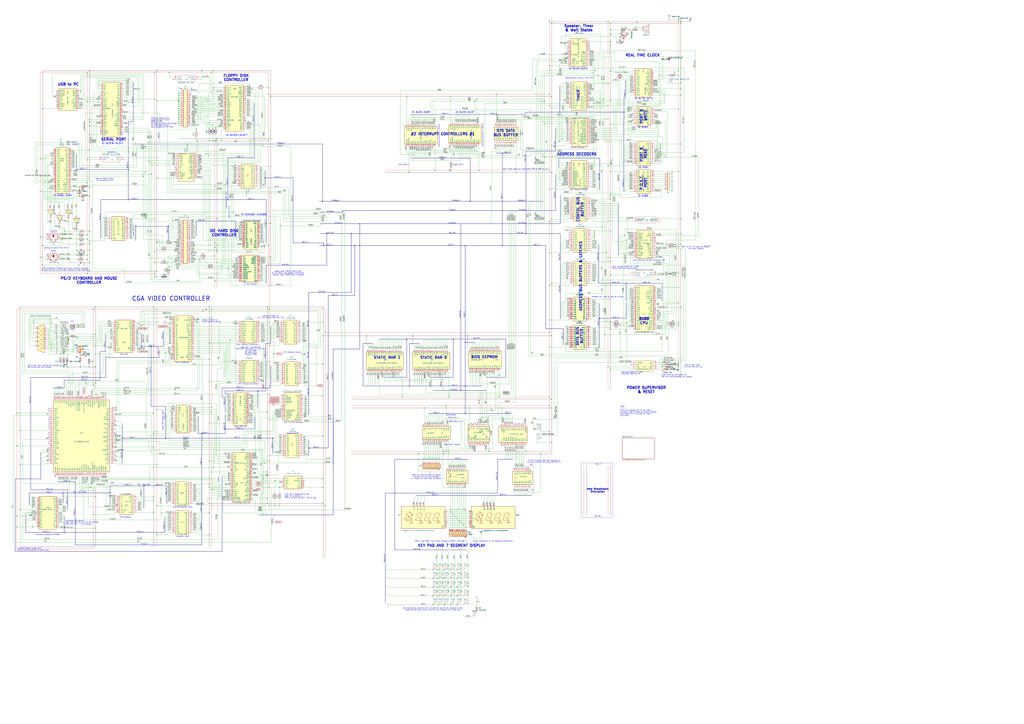
<source format=kicad_sch>
(kicad_sch (version 20231120) (generator "eeschema") (generator_version "8.0")
  (paper "A0")
  (title_block (title "Breadboard 8088 PC V2") (date "2025-02-17") (rev "2.0") (company "Breadboarding Labs") (comment 1 "CGA Video Controller") (comment 2 "Breadboard PC with Colour & PS/2 Keyboard and Mouse"))
  (lib_symbols
    (symbol "74LS166BB_1" (pin_names (offset 1.016))
      (property "Reference" "U" (at -7.62 21.59 0))
      (property "Value" "74LS166BB" (at 0 -7.62 0))
      (symbol "74LS166BB_1_1_0"
        (pin input line (at -12.7 17.78 0) (length 5.08) (name "SER") (number "1"))
        (pin input line (at 12.7 2.54 180) (length 5.08) (name "E") (number "10"))
        (pin input line (at 12.7 5.08 180) (length 5.08) (name "F") (number "11"))
        (pin input line (at 12.7 7.62 180) (length 5.08) (name "G") (number "12"))
        (pin output line (at 12.7 10.16 180) (length 5.08) (name "Qh") (number "13"))
        (pin input line (at 12.7 12.7 180) (length 5.08) (name "H") (number "14"))
        (pin input inverted (at 12.7 15.24 180) (length 5.08) (name "SH/~{LD}") (number "15"))
        (pin power_in line (at 12.7 17.78 180) (length 5.08) (name "VCC") (number "16"))
        (pin input line (at -12.7 15.24 0) (length 5.08) (name "A") (number "2"))
        (pin input line (at -12.7 12.7 0) (length 5.08) (name "B") (number "3"))
        (pin input line (at -12.7 10.16 0) (length 5.08) (name "C") (number "4"))
        (pin input line (at -12.7 7.62 0) (length 5.08) (name "D") (number "5"))
        (pin input line (at -12.7 5.08 0) (length 5.08) (name "CLK_INH") (number "6"))
        (pin input line (at -12.7 2.54 0) (length 5.08) (name "Clk") (number "7"))
        (pin power_in line (at -12.7 0 0) (length 5.08) (name "GND") (number "8"))
        (pin input inverted (at 12.7 0 180) (length 5.08) (name "Clr") (number "9"))
      )
    )
    (symbol "74LS175BB_1" (pin_names (offset 1.016))
      (property "Reference" "U37" (at 1.27 1.905 90))
      (property "Value" "74LS175_PORTBW" (at -1.905 9.525 90))
      (symbol "74LS175BB_1_1_0"
        (pin input line (at -12.7 10.16 0) (length 5.08) (name "~{Mr}") (number "1"))
        (pin output line (at 12.7 -5.08 180) (length 5.08) (name "Q2") (number "10"))
        (pin output line (at 12.7 -2.54 180) (length 5.08) (name "~{Q2}") (number "11"))
        (pin input line (at 12.7 0 180) (length 5.08) (name "D2") (number "12"))
        (pin input line (at 12.7 2.54 180) (length 5.08) (name "D3") (number "13"))
        (pin output line (at 12.7 5.08 180) (length 5.08) (name "~{Q3}") (number "14"))
        (pin output line (at 12.7 7.62 180) (length 5.08) (name "Q3") (number "15"))
        (pin power_in line (at 12.7 10.16 180) (length 5.08) (name "VCC") (number "16"))
        (pin output line (at -12.7 7.62 0) (length 5.08) (name "Q0") (number "2"))
        (pin output line (at -12.7 5.08 0) (length 5.08) (name "~{Q0}") (number "3"))
        (pin input line (at -12.7 2.54 0) (length 5.08) (name "D0") (number "4"))
        (pin input line (at -12.7 0 0) (length 5.08) (name "D1") (number "5"))
        (pin output line (at -12.7 -2.54 0) (length 5.08) (name "~{Q1}") (number "6"))
        (pin output line (at -12.7 -5.08 0) (length 5.08) (name "Q1") (number "7"))
        (pin power_in line (at -12.7 -7.62 0) (length 5.08) (name "GND") (number "8"))
        (pin input clock (at 12.7 -7.62 180) (length 5.08) (name "Cp") (number "9"))
      )
    )
    (symbol "74LS245_1" (pin_names (offset 1.016))
      (property "Reference" "U46" (at -1.2701 16.51 90))
      (property "Value" "74LS245" (at 1.2699 16.51 90))
      (symbol "74LS245_1_1_0"
        (pin input line (at -12.7 12.7 0) (length 5.08) (name "A->B") (number "1"))
        (pin power_in line (at -12.7 -10.16 0) (length 5.08) (name "GND") (number "10"))
        (pin tri_state line (at 12.7 -10.16 180) (length 5.08) (name "B7") (number "11"))
        (pin tri_state line (at 12.7 -7.62 180) (length 5.08) (name "B6") (number "12"))
        (pin tri_state line (at 12.7 -5.08 180) (length 5.08) (name "B5") (number "13"))
        (pin tri_state line (at 12.7 -2.54 180) (length 5.08) (name "B4") (number "14"))
        (pin tri_state line (at 12.7 0 180) (length 5.08) (name "B3") (number "15"))
        (pin tri_state line (at 12.7 2.54 180) (length 5.08) (name "B2") (number "16"))
        (pin tri_state line (at 12.7 5.08 180) (length 5.08) (name "B1") (number "17"))
        (pin tri_state line (at 12.7 7.62 180) (length 5.08) (name "B0") (number "18"))
        (pin input inverted (at 12.7 10.16 180) (length 5.08) (name "~{OE}") (number "19"))
        (pin tri_state line (at -12.7 10.16 0) (length 5.08) (name "A0") (number "2"))
        (pin power_in line (at 12.7 12.7 180) (length 5.08) (name "VCC") (number "20"))
        (pin tri_state line (at -12.7 7.62 0) (length 5.08) (name "A1") (number "3"))
        (pin tri_state line (at -12.7 5.08 0) (length 5.08) (name "A2") (number "4"))
        (pin tri_state line (at -12.7 2.54 0) (length 5.08) (name "A3") (number "5"))
        (pin tri_state line (at -12.7 0 0) (length 5.08) (name "A4") (number "6"))
        (pin tri_state line (at -12.7 -2.54 0) (length 5.08) (name "A5") (number "7"))
        (pin tri_state line (at -12.7 -5.08 0) (length 5.08) (name "A6") (number "8"))
        (pin tri_state line (at -12.7 -7.62 0) (length 5.08) (name "A7") (number "9"))
      )
    )
    (symbol "74LS541BB_1" (pin_names (offset 1.016))
      (property "Reference" "U86" (at 0 -17.78 0))
      (property "Value" "74LS541BB" (at 0 -15.24 0))
      (symbol "74LS541BB_1_1_0"
        (pin input inverted (at -12.7 12.7 0) (length 5.08) (name "G1") (number "1"))
        (pin power_in line (at -12.7 -10.16 0) (length 5.08) (name "GND") (number "10"))
        (pin tri_state line (at 12.7 -10.16 180) (length 5.08) (name "Y7") (number "11"))
        (pin tri_state line (at 12.7 -7.62 180) (length 5.08) (name "Y6") (number "12"))
        (pin tri_state line (at 12.7 -5.08 180) (length 5.08) (name "Y5") (number "13"))
        (pin tri_state line (at 12.7 -2.54 180) (length 5.08) (name "Y4") (number "14"))
        (pin tri_state line (at 12.7 0 180) (length 5.08) (name "Y3") (number "15"))
        (pin tri_state line (at 12.7 2.54 180) (length 5.08) (name "Y2") (number "16"))
        (pin tri_state line (at 12.7 5.08 180) (length 5.08) (name "Y1") (number "17"))
        (pin tri_state line (at 12.7 7.62 180) (length 5.08) (name "Y0") (number "18"))
        (pin input inverted (at 12.7 10.16 180) (length 5.08) (name "G2") (number "19"))
        (pin input line (at -12.7 10.16 0) (length 5.08) (name "A0") (number "2"))
        (pin power_in line (at 12.7 12.7 180) (length 5.08) (name "VCC") (number "20"))
        (pin input line (at -12.7 7.62 0) (length 5.08) (name "A1") (number "3"))
        (pin input line (at -12.7 5.08 0) (length 5.08) (name "A2") (number "4"))
        (pin input line (at -12.7 2.54 0) (length 5.08) (name "A3") (number "5"))
        (pin input line (at -12.7 0 0) (length 5.08) (name "A4") (number "6"))
        (pin input line (at -12.7 -2.54 0) (length 5.08) (name "A5") (number "7"))
        (pin input line (at -12.7 -5.08 0) (length 5.08) (name "A6") (number "8"))
        (pin input line (at -12.7 -7.62 0) (length 5.08) (name "A7") (number "9"))
      )
    )
    (symbol "74LS573BB_1" (pin_names (offset 1.016))
      (property "Reference" "U52" (at 0 -17.78 0))
      (property "Value" "74LS573B" (at 0 -15.24 0))
      (symbol "74LS573BB_1_1_0"
        (pin input inverted (at -12.7 12.7 0) (length 5.08) (name "~{OE}") (number "1"))
        (pin power_in line (at -12.7 -10.16 0) (length 5.08) (name "GND") (number "10"))
        (pin input line (at 12.7 -10.16 180) (length 5.08) (name "LE") (number "11"))
        (pin tri_state line (at 12.7 -7.62 180) (length 5.08) (name "7Q") (number "12"))
        (pin tri_state line (at 12.7 -5.08 180) (length 5.08) (name "6Q") (number "13"))
        (pin tri_state line (at 12.7 -2.54 180) (length 5.08) (name "5Q") (number "14"))
        (pin tri_state line (at 12.7 0 180) (length 5.08) (name "4Q") (number "15"))
        (pin tri_state line (at 12.7 2.54 180) (length 5.08) (name "3Q") (number "16"))
        (pin tri_state line (at 12.7 5.08 180) (length 5.08) (name "2Q") (number "17"))
        (pin tri_state line (at 12.7 7.62 180) (length 5.08) (name "1Q") (number "18"))
        (pin tri_state line (at 12.7 10.16 180) (length 5.08) (name "0Q") (number "19"))
        (pin input line (at -12.7 10.16 0) (length 5.08) (name "0D") (number "2"))
        (pin power_in line (at 12.7 12.7 180) (length 5.08) (name "VCC") (number "20"))
        (pin input line (at -12.7 7.62 0) (length 5.08) (name "1D") (number "3"))
        (pin input line (at -12.7 5.08 0) (length 5.08) (name "2D") (number "4"))
        (pin input line (at -12.7 2.54 0) (length 5.08) (name "3D") (number "5"))
        (pin input line (at -12.7 0 0) (length 5.08) (name "4D") (number "6"))
        (pin input line (at -12.7 -2.54 0) (length 5.08) (name "5D") (number "7"))
        (pin input line (at -12.7 -5.08 0) (length 5.08) (name "6D") (number "8"))
        (pin input line (at -12.7 -7.62 0) (length 5.08) (name "7D") (number "9"))
      )
    )
    (symbol "74LS574BB_1" (pin_names (offset 1.016))
      (property "Reference" "U?" (at -1.27 9.906 0))
      (property "Value" "74LS574BB" (at -4.572 16.764 0))
      (symbol "74LS574BB_1_1_0"
        (pin input inverted (at -12.7 12.7 0) (length 5.08) (name "~{OE}") (number "1"))
        (pin power_in line (at -12.7 -10.16 0) (length 5.08) (name "GND") (number "10"))
        (pin input clock (at 12.7 -10.16 180) (length 5.08) (name "CLK") (number "11"))
        (pin tri_state line (at 12.7 -7.62 180) (length 5.08) (name "Q0") (number "12"))
        (pin tri_state line (at 12.7 -5.08 180) (length 5.08) (name "Q1") (number "13"))
        (pin tri_state line (at 12.7 -2.54 180) (length 5.08) (name "Q2") (number "14"))
        (pin tri_state line (at 12.7 0 180) (length 5.08) (name "Q3") (number "15"))
        (pin tri_state line (at 12.7 2.54 180) (length 5.08) (name "Q4") (number "16"))
        (pin tri_state line (at 12.7 5.08 180) (length 5.08) (name "Q5") (number "17"))
        (pin tri_state line (at 12.7 7.62 180) (length 5.08) (name "Q6") (number "18"))
        (pin tri_state line (at 12.7 10.16 180) (length 5.08) (name "Q7") (number "19"))
        (pin input line (at -12.7 10.16 0) (length 5.08) (name "D7") (number "2"))
        (pin power_in line (at 12.7 12.7 180) (length 5.08) (name "VCC") (number "20"))
        (pin input line (at -12.7 7.62 0) (length 5.08) (name "D6") (number "3"))
        (pin input line (at -12.7 5.08 0) (length 5.08) (name "D5") (number "4"))
        (pin input line (at -12.7 2.54 0) (length 5.08) (name "D4") (number "5"))
        (pin input line (at -12.7 0 0) (length 5.08) (name "D3") (number "6"))
        (pin input line (at -12.7 -2.54 0) (length 5.08) (name "D2") (number "7"))
        (pin input line (at -12.7 -5.08 0) (length 5.08) (name "D1") (number "8"))
        (pin input line (at -12.7 -7.62 0) (length 5.08) (name "D0") (number "9"))
      )
    )
    (symbol "74LS574BB_2" (pin_names (offset 1.016))
      (property "Reference" "U?" (at -1.27 9.906 0))
      (property "Value" "74LS574BB" (at -4.572 16.764 0))
      (symbol "74LS574BB_2_1_0"
        (pin input inverted (at -12.7 12.7 0) (length 5.08) (name "~{OE}") (number "1"))
        (pin power_in line (at -12.7 -10.16 0) (length 5.08) (name "GND") (number "10"))
        (pin input clock (at 12.7 -10.16 180) (length 5.08) (name "CLK") (number "11"))
        (pin tri_state line (at 12.7 -7.62 180) (length 5.08) (name "Q0") (number "12"))
        (pin tri_state line (at 12.7 -5.08 180) (length 5.08) (name "Q1") (number "13"))
        (pin tri_state line (at 12.7 -2.54 180) (length 5.08) (name "Q2") (number "14"))
        (pin tri_state line (at 12.7 0 180) (length 5.08) (name "Q3") (number "15"))
        (pin tri_state line (at 12.7 2.54 180) (length 5.08) (name "Q4") (number "16"))
        (pin tri_state line (at 12.7 5.08 180) (length 5.08) (name "Q5") (number "17"))
        (pin tri_state line (at 12.7 7.62 180) (length 5.08) (name "Q6") (number "18"))
        (pin tri_state line (at 12.7 10.16 180) (length 5.08) (name "Q7") (number "19"))
        (pin input line (at -12.7 10.16 0) (length 5.08) (name "D7") (number "2"))
        (pin power_in line (at 12.7 12.7 180) (length 5.08) (name "VCC") (number "20"))
        (pin input line (at -12.7 7.62 0) (length 5.08) (name "D6") (number "3"))
        (pin input line (at -12.7 5.08 0) (length 5.08) (name "D5") (number "4"))
        (pin input line (at -12.7 2.54 0) (length 5.08) (name "D4") (number "5"))
        (pin input line (at -12.7 0 0) (length 5.08) (name "D3") (number "6"))
        (pin input line (at -12.7 -2.54 0) (length 5.08) (name "D2") (number "7"))
        (pin input line (at -12.7 -5.08 0) (length 5.08) (name "D1") (number "8"))
        (pin input line (at -12.7 -7.62 0) (length 5.08) (name "D0") (number "9"))
      )
    )
    (symbol "74xx:74LS06" (pin_names (offset 1.016))
      (property "Reference" "U" (at 0 1.27 0))
      (property "Value" "74LS06" (at 0 -1.27 0))
      (symbol "74LS06_1_0"
        (pin input line (at -7.62 0 0) (length 3.81) (name "~") (number "1"))
        (pin open_collector inverted (at 7.62 0 180) (length 3.81) (name "~") (number "2"))
      )
      (symbol "74LS06_2_0"
        (pin input line (at -7.62 0 0) (length 3.81) (name "~") (number "3"))
        (pin open_collector inverted (at 7.62 0 180) (length 3.81) (name "~") (number "4"))
      )
      (symbol "74LS06_3_0"
        (pin input line (at -7.62 0 0) (length 3.81) (name "~") (number "5"))
        (pin open_collector inverted (at 7.62 0 180) (length 3.81) (name "~") (number "6"))
      )
      (symbol "74LS06_4_0"
        (pin open_collector inverted (at 7.62 0 180) (length 3.81) (name "~") (number "8"))
        (pin input line (at -7.62 0 0) (length 3.81) (name "~") (number "9"))
      )
      (symbol "74LS06_5_0"
        (pin open_collector inverted (at 7.62 0 180) (length 3.81) (name "~") (number "10"))
        (pin input line (at -7.62 0 0) (length 3.81) (name "~") (number "11"))
      )
      (symbol "74LS06_6_0"
        (pin open_collector inverted (at 7.62 0 180) (length 3.81) (name "~") (number "12"))
        (pin input line (at -7.62 0 0) (length 3.81) (name "~") (number "13"))
      )
      (symbol "74LS06_7_0"
        (pin power_in line (at 0 12.7 270) (length 5.08) (name "VCC") (number "14"))
        (pin power_in line (at 0 -12.7 90) (length 5.08) (name "GND") (number "7"))
      )
    )
    (symbol "74xx:74LS145" (pin_names (offset 1.016))
      (property "Reference" "U?" (at 21.4376 1.1684 90))
      (property "Value" "74LS145" (at 0 3.81 90))
      (symbol "74LS145_1_0"
        (pin open_collector inverted (at -12.7 10.16 0) (length 5.08) (name "Q0") (number "1"))
        (pin open_collector inverted (at 12.7 -5.08 180) (length 5.08) (name "Q8") (number "10"))
        (pin open_collector inverted (at 12.7 -2.54 180) (length 5.08) (name "Q9") (number "11"))
        (pin input line (at 12.7 0 180) (length 5.08) (name "P3") (number "12"))
        (pin input line (at 12.7 2.54 180) (length 5.08) (name "P2") (number "13"))
        (pin input line (at 12.7 5.08 180) (length 5.08) (name "P1") (number "14"))
        (pin input line (at 12.7 7.62 180) (length 5.08) (name "P0") (number "15"))
        (pin power_in line (at 12.7 10.16 180) (length 5.08) (name "VCC") (number "16"))
        (pin open_collector inverted (at -12.7 7.62 0) (length 5.08) (name "Q1") (number "2"))
        (pin open_collector inverted (at -12.7 5.08 0) (length 5.08) (name "Q2") (number "3"))
        (pin open_collector inverted (at -12.7 2.54 0) (length 5.08) (name "Q3") (number "4"))
        (pin open_collector inverted (at -12.7 0 0) (length 5.08) (name "Q4") (number "5"))
        (pin open_collector inverted (at -12.7 -2.54 0) (length 5.08) (name "Q5") (number "6"))
        (pin open_collector inverted (at -12.7 -5.08 0) (length 5.08) (name "Q6") (number "7"))
        (pin power_in line (at -12.7 -7.62 0) (length 5.08) (name "GND") (number "8"))
        (pin open_collector inverted (at 12.7 -7.62 180) (length 5.08) (name "Q7") (number "9"))
      )
    )
    (symbol "ATF16V8BB_1" (pin_names (offset 1.016))
      (property "Reference" "U77" (at 0 19.05 0))
      (property "Value" "ATF16V8" (at 0 16.51 0))
      (symbol "ATF16V8BB_1_0_0"
        (pin power_in line (at -12.7 -10.16 0) (length 3.81) (name "GND") (number "10"))
        (pin power_in line (at 12.7 12.7 180) (length 3.81) (name "VCC") (number "20"))
      )
      (symbol "ATF16V8BB_1_1_1"
        (pin input line (at -12.7 12.7 0) (length 3.81) (name "~{CH}/AT") (number "1"))
        (pin input line (at 12.7 -10.16 180) (length 3.81) (name "~{OE}") (number "11"))
        (pin tri_state line (at 12.7 -7.62 180) (length 3.81) (name "NC") (number "12"))
        (pin tri_state line (at 12.7 -5.08 180) (length 3.81) (name "VA6") (number "13"))
        (pin tri_state line (at 12.7 -2.54 180) (length 3.81) (name "VA5") (number "14"))
        (pin tri_state line (at 12.7 0 180) (length 3.81) (name "VA4") (number "15"))
        (pin tri_state line (at 12.7 2.54 180) (length 3.81) (name "VA3") (number "16"))
        (pin tri_state line (at 12.7 5.08 180) (length 3.81) (name "VA2") (number "17"))
        (pin tri_state line (at 12.7 7.62 180) (length 3.81) (name "VA1") (number "18"))
        (pin tri_state line (at 12.7 10.16 180) (length 3.81) (name "VA0") (number "19"))
        (pin input line (at -12.7 10.16 0) (length 3.81) (name "GRPH") (number "2"))
        (pin input line (at -12.7 7.62 0) (length 3.81) (name "MA6") (number "3"))
        (pin input line (at -12.7 5.08 0) (length 3.81) (name "MA5") (number "4"))
        (pin input line (at -12.7 2.54 0) (length 3.81) (name "MA4") (number "5"))
        (pin input line (at -12.7 0 0) (length 3.81) (name "MA3") (number "6"))
        (pin input line (at -12.7 -2.54 0) (length 3.81) (name "MA2") (number "7"))
        (pin input line (at -12.7 -5.08 0) (length 3.81) (name "MA1") (number "8"))
        (pin input line (at -12.7 -7.62 0) (length 3.81) (name "MA0") (number "9"))
      )
    )
    (symbol "ATF16V8BB_2" (pin_names (offset 1.016))
      (property "Reference" "U76" (at 0 19.05 0))
      (property "Value" "ATF16V8B" (at 0 16.51 0))
      (symbol "ATF16V8BB_2_0_0"
        (pin power_in line (at -12.7 -10.16 0) (length 3.81) (name "GND") (number "10"))
        (pin power_in line (at 12.7 12.7 180) (length 3.81) (name "VCC") (number "20"))
      )
      (symbol "ATF16V8BB_2_1_1"
        (pin input line (at -12.7 12.7 0) (length 3.81) (name "RA1") (number "1"))
        (pin input line (at 12.7 -10.16 180) (length 3.81) (name "~{OE}") (number "11"))
        (pin tri_state line (at 12.7 -7.62 180) (length 3.81) (name "VA14") (number "12"))
        (pin tri_state line (at 12.7 -5.08 180) (length 3.81) (name "VA13") (number "13"))
        (pin tri_state line (at 12.7 -2.54 180) (length 3.81) (name "VA12") (number "14"))
        (pin tri_state line (at 12.7 0 180) (length 3.81) (name "VA11") (number "15"))
        (pin tri_state line (at 12.7 2.54 180) (length 3.81) (name "VA10") (number "16"))
        (pin tri_state line (at 12.7 5.08 180) (length 3.81) (name "VA9") (number "17"))
        (pin tri_state line (at 12.7 7.62 180) (length 3.81) (name "VA8") (number "18"))
        (pin tri_state line (at 12.7 10.16 180) (length 3.81) (name "VA7") (number "19"))
        (pin input line (at -12.7 10.16 0) (length 3.81) (name "GRPH") (number "2"))
        (pin input line (at -12.7 7.62 0) (length 3.81) (name "MA12") (number "3"))
        (pin input line (at -12.7 5.08 0) (length 3.81) (name "MA11") (number "4"))
        (pin input line (at -12.7 2.54 0) (length 3.81) (name "MA10") (number "5"))
        (pin input line (at -12.7 0 0) (length 3.81) (name "MA9") (number "6"))
        (pin input line (at -12.7 -2.54 0) (length 3.81) (name "MA8") (number "7"))
        (pin input line (at -12.7 -5.08 0) (length 3.81) (name "MA7") (number "8"))
        (pin input line (at -12.7 -7.62 0) (length 3.81) (name "MA6") (number "9"))
      )
    )
    (symbol "ATF16V8BB_3" (pin_names (offset 1.016))
      (property "Reference" "U3" (at 0 5.08 90))
      (property "Value" "ATF16V8B" (at -1.905 -5.08 90))
      (symbol "ATF16V8BB_3_0_0"
        (pin power_in line (at -12.7 -10.16 0) (length 3.81) (name "GND") (number "10"))
        (pin power_in line (at 12.7 12.7 180) (length 3.81) (name "VCC") (number "20"))
      )
      (symbol "ATF16V8BB_3_1_1"
        (pin input line (at -12.7 12.7 0) (length 3.81) (name "~{IO4XX}") (number "1"))
        (pin input line (at 12.7 -10.16 180) (length 3.81) (name "I10/~{OE}") (number "11"))
        (pin tri_state line (at 12.7 -7.62 180) (length 3.81) (name "DIR2") (number "12"))
        (pin tri_state line (at 12.7 -5.08 180) (length 3.81) (name "CAB2") (number "13"))
        (pin tri_state line (at 12.7 -2.54 180) (length 3.81) (name "~{OE6462}") (number "14"))
        (pin tri_state line (at 12.7 0 180) (length 3.81) (name "IO5") (number "15"))
        (pin tri_state line (at 12.7 2.54 180) (length 3.81) (name "IO4") (number "16"))
        (pin tri_state line (at 12.7 5.08 180) (length 3.81) (name "I03") (number "17"))
        (pin tri_state line (at 12.7 7.62 180) (length 3.81) (name "IO2") (number "18"))
        (pin tri_state line (at 12.7 10.16 180) (length 3.81) (name "LOADB") (number "19"))
        (pin input line (at -12.7 10.16 0) (length 3.81) (name "~{IOW}") (number "2"))
        (pin input line (at -12.7 7.62 0) (length 3.81) (name "A0") (number "3"))
        (pin input line (at -12.7 5.08 0) (length 3.81) (name "~{RESET}") (number "4"))
        (pin input line (at -12.7 2.54 0) (length 3.81) (name "DT/~{R}") (number "5"))
        (pin input line (at -12.7 0 0) (length 3.81) (name "I6") (number "6"))
        (pin input line (at -12.7 -2.54 0) (length 3.81) (name "I7") (number "7"))
        (pin input line (at -12.7 -5.08 0) (length 3.81) (name "I8") (number "8"))
        (pin input line (at -12.7 -7.62 0) (length 3.81) (name "I9") (number "9"))
      )
    )
    (symbol "ATF22LV10_1" (pin_names (offset 1.016))
      (property "Reference" "U24" (at -1.27 -12.065 90))
      (property "Value" "ATF22V10C_IODECODE1" (at -1.524 14.351 90))
      (symbol "ATF22LV10_1_1_1"
        (pin input line (at -12.7 15.24 0) (length 3.81) (name "~{INTA}") (number "1"))
        (pin input line (at -12.7 -7.62 0) (length 3.81) (name "A6") (number "10"))
        (pin input line (at -12.7 -10.16 0) (length 3.81) (name "A7") (number "11"))
        (pin power_in line (at -12.7 -12.7 0) (length 3.81) (name "GND") (number "12"))
        (pin input line (at 12.7 -12.7 180) (length 3.81) (name "~{IO0XX}") (number "13"))
        (pin output line (at 12.7 -10.16 180) (length 3.81) (name "~{SYSBUFCE}") (number "14"))
        (pin output line (at 12.7 -7.62 180) (length 3.81) (name "~{POSTCS}") (number "15"))
        (pin output line (at 12.7 -5.08 180) (length 3.81) (name "~{PORTBR}") (number "16"))
        (pin output line (at 12.7 -2.54 180) (length 3.81) (name "~{PORTBW}") (number "17"))
        (pin output line (at 12.7 0 180) (length 3.81) (name "~{RTCR}") (number "18"))
        (pin output line (at 12.7 2.54 180) (length 3.81) (name "~{RTCW}") (number "19"))
        (pin input line (at -12.7 12.7 0) (length 3.81) (name "~{IOR}") (number "2"))
        (pin output line (at 12.7 5.08 180) (length 3.81) (name "RTCAEN") (number "20"))
        (pin output line (at 12.7 7.62 180) (length 3.81) (name "~{PITCS}") (number "21"))
        (pin output line (at 12.7 10.16 180) (length 3.81) (name "~{PIC2CS}") (number "22"))
        (pin output line (at 12.7 12.7 180) (length 3.81) (name "~{PIC1CS}") (number "23"))
        (pin power_in line (at 12.7 15.24 180) (length 3.81) (name "VCC") (number "24"))
        (pin input line (at -12.7 10.16 0) (length 3.81) (name "~{IOW}") (number "3"))
        (pin input line (at -12.7 7.62 0) (length 3.81) (name "A0") (number "4"))
        (pin input line (at -12.7 5.08 0) (length 3.81) (name "A1") (number "5"))
        (pin input line (at -12.7 2.54 0) (length 3.81) (name "A2") (number "6"))
        (pin input line (at -12.7 0 0) (length 3.81) (name "A3") (number "7"))
        (pin input line (at -12.7 -2.54 0) (length 3.81) (name "A4") (number "8"))
        (pin input line (at -12.7 -5.08 0) (length 3.81) (name "A5") (number "9"))
      )
    )
    (symbol "ATF22LV10_11" (pin_names (offset 1.016))
      (property "Reference" "U28" (at -0.635 7.62 90))
      (property "Value" "ATF22V10C" (at -0.635 -4.445 90))
      (symbol "ATF22LV10_11_1_1"
        (pin input clock (at -12.7 15.24 0) (length 3.81) (name "LOADB") (number "1"))
        (pin input line (at -12.7 -7.62 0) (length 3.81) (name "D3") (number "10"))
        (pin input line (at -12.7 -10.16 0) (length 3.81) (name "~{RESET}") (number "11"))
        (pin power_in line (at -12.7 -12.7 0) (length 3.81) (name "GND") (number "12"))
        (pin input line (at 12.7 -12.7 180) (length 3.81) (name "I11") (number "13"))
        (pin output line (at 12.7 -10.16 180) (length 3.81) (name "I/O9") (number "14"))
        (pin output line (at 12.7 -7.62 180) (length 3.81) (name "ROW5") (number "15"))
        (pin output line (at 12.7 -5.08 180) (length 3.81) (name "ROW4") (number "16"))
        (pin output line (at 12.7 -2.54 180) (length 3.81) (name "ROW3") (number "17"))
        (pin output line (at 12.7 0 180) (length 3.81) (name "ROW2") (number "18"))
        (pin output line (at 12.7 2.54 180) (length 3.81) (name "ROW1") (number "19"))
        (pin input line (at -12.7 12.7 0) (length 3.81) (name "NC") (number "2"))
        (pin output line (at 12.7 5.08 180) (length 3.81) (name "SP0") (number "20"))
        (pin output line (at 12.7 7.62 180) (length 3.81) (name "SP1") (number "21"))
        (pin output line (at 12.7 10.16 180) (length 3.81) (name "SP2") (number "22"))
        (pin output line (at 12.7 12.7 180) (length 3.81) (name "SP3") (number "23"))
        (pin power_in line (at 12.7 15.24 180) (length 3.81) (name "VCC") (number "24"))
        (pin input line (at -12.7 10.16 0) (length 3.81) (name "NC") (number "3"))
        (pin input line (at -12.7 7.62 0) (length 3.81) (name "NC") (number "4"))
        (pin input line (at -12.7 5.08 0) (length 3.81) (name "NC") (number "5"))
        (pin input line (at -12.7 2.54 0) (length 3.81) (name "NC") (number "6"))
        (pin input line (at -12.7 0 0) (length 3.81) (name "D0") (number "7"))
        (pin input line (at -12.7 -2.54 0) (length 3.81) (name "D1") (number "8"))
        (pin input line (at -12.7 -5.08 0) (length 3.81) (name "D2") (number "9"))
      )
    )
    (symbol "ATF22LV10_2" (pin_names (offset 1.016))
      (property "Reference" "U32" (at 0 -13.97 90))
      (property "Value" "ATF22LV10" (at -1.27 5.08 90))
      (symbol "ATF22LV10_2_1_1"
        (pin input clock (at -12.7 15.24 0) (length 3.81) (name "A19") (number "1"))
        (pin input line (at -12.7 -7.62 0) (length 3.81) (name "~{IOW}") (number "10"))
        (pin input line (at -12.7 -10.16 0) (length 3.81) (name "ALE") (number "11"))
        (pin power_in line (at -12.7 -12.7 0) (length 3.81) (name "GND") (number "12"))
        (pin input line (at 12.7 -12.7 180) (length 3.81) (name "A8") (number "13"))
        (pin input line (at 12.7 -10.16 180) (length 3.81) (name "A9") (number "14"))
        (pin input line (at 12.7 -7.62 180) (length 3.81) (name "A10") (number "15"))
        (pin input line (at 12.7 -5.08 180) (length 3.81) (name "A11") (number "16"))
        (pin output line (at 12.7 -2.54 180) (length 3.81) (name "~{ROMCE}") (number "17"))
        (pin output line (at 12.7 0 180) (length 3.81) (name "~{RAM0CE}") (number "18"))
        (pin output line (at 12.7 2.54 180) (length 3.81) (name "~{RAM1CE}") (number "19"))
        (pin input line (at -12.7 12.7 0) (length 3.81) (name "A18") (number "2"))
        (pin output line (at 12.7 5.08 180) (length 3.81) (name "~{IO0XX}") (number "20"))
        (pin output line (at 12.7 7.62 180) (length 3.81) (name "~{IO3XX}") (number "21"))
        (pin output line (at 12.7 10.16 180) (length 3.81) (name "~{IO4XX}") (number "22"))
        (pin output line (at 12.7 12.7 180) (length 3.81) (name "~{CGARAM}") (number "23"))
        (pin power_in line (at 12.7 15.24 180) (length 3.81) (name "VCC") (number "24"))
        (pin input line (at -12.7 10.16 0) (length 3.81) (name "A17") (number "3"))
        (pin input line (at -12.7 7.62 0) (length 3.81) (name "A16") (number "4"))
        (pin input line (at -12.7 5.08 0) (length 3.81) (name "A15") (number "5"))
        (pin input line (at -12.7 2.54 0) (length 3.81) (name "A14") (number "6"))
        (pin input line (at -12.7 0 0) (length 3.81) (name "A13") (number "7"))
        (pin input line (at -12.7 -2.54 0) (length 3.81) (name "A12") (number "8"))
        (pin input line (at -12.7 -5.08 0) (length 3.81) (name "~{IOR}") (number "9"))
      )
    )
    (symbol "ATF22LV10_3" (pin_names (offset 1.016))
      (property "Reference" "U35" (at -2.032 -14.986 0))
      (property "Value" "ATF750C_RDYWSPKR" (at 0 -12.954 90))
      (symbol "ATF22LV10_3_1_1"
        (pin input line (at -12.7 15.24 0) (length 3.81) (name "~{IOW}") (number "1"))
        (pin input line (at -12.7 -7.62 0) (length 3.81) (name "") (number "10"))
        (pin input line (at -12.7 -10.16 0) (length 3.81) (name "") (number "11"))
        (pin power_in line (at -12.7 -12.7 0) (length 3.81) (name "GND") (number "12"))
        (pin input line (at 12.7 -12.7 180) (length 3.81) (name "NC") (number "13"))
        (pin output line (at 12.7 -10.16 180) (length 3.81) (name "SPKROUT") (number "14"))
        (pin output line (at 12.7 -7.62 180) (length 3.81) (name "") (number "15"))
        (pin output line (at 12.7 -5.08 180) (length 3.81) (name "") (number "16"))
        (pin output line (at 12.7 -2.54 180) (length 3.81) (name "") (number "17"))
        (pin output line (at 12.7 0 180) (length 3.81) (name "") (number "18"))
        (pin input clock (at 12.7 2.54 180) (length 3.81) (name "CLK88") (number "19"))
        (pin input line (at -12.7 12.7 0) (length 3.81) (name "~{IOR}") (number "2"))
        (pin output line (at 12.7 5.08 180) (length 3.81) (name "") (number "20"))
        (pin output line (at 12.7 7.62 180) (length 3.81) (name "IRQ8") (number "21"))
        (pin output line (at 12.7 10.16 180) (length 3.81) (name "~{RDY}/WAIT") (number "22"))
        (pin output line (at 12.7 12.7 180) (length 3.81) (name "REF_DET") (number "23"))
        (pin power_in line (at 12.7 15.24 180) (length 3.81) (name "VCC") (number "24"))
        (pin input line (at -12.7 10.16 0) (length 3.81) (name "~{RESET}") (number "3"))
        (pin input clock (at -12.7 7.62 0) (length 3.81) (name "OUT1") (number "4"))
        (pin input line (at -12.7 5.08 0) (length 3.81) (name "SPKR") (number "5"))
        (pin input line (at -12.7 2.54 0) (length 3.81) (name "OUT2") (number "6"))
        (pin input line (at -12.7 0 0) (length 3.81) (name "~{IRQ8}") (number "7"))
        (pin input line (at -12.7 -2.54 0) (length 3.81) (name "") (number "8"))
        (pin input line (at -12.7 -5.08 0) (length 3.81) (name "") (number "9"))
      )
    )
    (symbol "ATF22LV10_6" (pin_names (offset 1.016))
      (property "Reference" "U48" (at -1.2701 17.78 90))
      (property "Value" "ATF22LV10" (at 1.2699 17.78 90))
      (symbol "ATF22LV10_6_1_1"
        (pin input clock (at -12.7 15.24 0) (length 3.81) (name "DISKCHG") (number "1"))
        (pin input line (at -12.7 -7.62 0) (length 3.81) (name "~{FDCCS}") (number "10"))
        (pin input line (at -12.7 -10.16 0) (length 3.81) (name "~{CS3FX}") (number "11"))
        (pin power_in line (at -12.7 -12.7 0) (length 3.81) (name "GND") (number "12"))
        (pin input line (at 12.7 -12.7 180) (length 3.81) (name "~{CS1FX}") (number "13"))
        (pin output line (at 12.7 -10.16 180) (length 3.81) (name "NC") (number "14"))
        (pin output line (at 12.7 -7.62 180) (length 3.81) (name "~{LOE}") (number "15"))
        (pin output line (at 12.7 -5.08 180) (length 3.81) (name "~{UOE}") (number "16"))
        (pin output line (at 12.7 -2.54 180) (length 3.81) (name "UCAB") (number "17"))
        (pin output line (at 12.7 0 180) (length 3.81) (name "UCBA") (number "18"))
        (pin output line (at 12.7 2.54 180) (length 3.81) (name "XD7") (number "19"))
        (pin input line (at -12.7 12.7 0) (length 3.81) (name "~{IOR}") (number "2"))
        (pin output line (at 12.7 5.08 180) (length 3.81) (name "~{LDCR}") (number "20"))
        (pin output line (at 12.7 7.62 180) (length 3.81) (name "~{LDOR}") (number "21"))
        (pin output line (at 12.7 10.16 180) (length 3.81) (name "~{XIOW}") (number "22"))
        (pin output line (at 12.7 12.7 180) (length 3.81) (name "~{XIOR}") (number "23"))
        (pin power_in line (at 12.7 15.24 180) (length 3.81) (name "VCC") (number "24"))
        (pin input line (at -12.7 10.16 0) (length 3.81) (name "~{IOW}") (number "3"))
        (pin input line (at -12.7 7.62 0) (length 3.81) (name "XA0") (number "4"))
        (pin input line (at -12.7 5.08 0) (length 3.81) (name "XA1") (number "5"))
        (pin input line (at -12.7 2.54 0) (length 3.81) (name "XA2") (number "6"))
        (pin input line (at -12.7 0 0) (length 3.81) (name "I6") (number "7"))
        (pin input line (at -12.7 -2.54 0) (length 3.81) (name "I7") (number "8"))
        (pin input line (at -12.7 -5.08 0) (length 3.81) (name "I8") (number "9"))
      )
    )
    (symbol "ATF22LV10_9" (pin_names (offset 1.016))
      (property "Reference" "U69" (at -0.635 4.445 0))
      (property "Value" "ATF22V10C_CGADECODE" (at 0 -17.78 0))
      (symbol "ATF22LV10_9_1_1"
        (pin input clock (at -12.7 15.24 0) (length 3.81) (name "~{IO3XX}") (number "1"))
        (pin input line (at -12.7 -7.62 0) (length 3.81) (name "A6") (number "10"))
        (pin input line (at -12.7 -10.16 0) (length 3.81) (name "A7") (number "11"))
        (pin power_in line (at -12.7 -12.7 0) (length 3.81) (name "GND") (number "12"))
        (pin input line (at 12.7 -12.7 180) (length 3.81) (name "NC") (number "13"))
        (pin output line (at 12.7 -10.16 180) (length 3.81) (name "~{PALWR}") (number "14"))
        (pin output line (at 12.7 -7.62 180) (length 3.81) (name "~{PALRD}") (number "15"))
        (pin output line (at 12.7 -5.08 180) (length 3.81) (name "~{6845CS}") (number "16"))
        (pin output line (at 12.7 -2.54 180) (length 3.81) (name "E") (number "17"))
        (pin output line (at 12.7 0 180) (length 3.81) (name "") (number "18"))
        (pin output line (at 12.7 2.54 180) (length 3.81) (name "") (number "19"))
        (pin input line (at -12.7 12.7 0) (length 3.81) (name "~{IOR}") (number "2"))
        (pin output line (at 12.7 5.08 180) (length 3.81) (name "~{CGACOL}") (number "20"))
        (pin output line (at 12.7 7.62 180) (length 3.81) (name "~{CGACTL}") (number "21"))
        (pin output line (at 12.7 10.16 180) (length 3.81) (name "~{CGASTAT}") (number "22"))
        (pin output line (at 12.7 12.7 180) (length 3.81) (name "~{CGAIO}") (number "23"))
        (pin power_in line (at 12.7 15.24 180) (length 3.81) (name "VCC") (number "24"))
        (pin input line (at -12.7 10.16 0) (length 3.81) (name "~{IOW}") (number "3"))
        (pin input line (at -12.7 7.62 0) (length 3.81) (name "A0") (number "4"))
        (pin input line (at -12.7 5.08 0) (length 3.81) (name "A1") (number "5"))
        (pin input line (at -12.7 2.54 0) (length 3.81) (name "A2") (number "6"))
        (pin input line (at -12.7 0 0) (length 3.81) (name "A3") (number "7"))
        (pin input line (at -12.7 -2.54 0) (length 3.81) (name "A4") (number "8"))
        (pin input line (at -12.7 -5.08 0) (length 3.81) (name "A5") (number "9"))
      )
    )
    (symbol "Breadboarding:28C256_BBPIN"
      (property "Reference" "U3" (at -0.635 12.7 90))
      (property "Value" "28C256_BBPIN" (at 0 6.35 90))
      (symbol "28C256_BBPIN_1_1"
        (pin input line (at -12.7 22.86 0) (length 2.54) (name "A14") (number "1"))
        (pin input line (at -12.7 0 0) (length 2.54) (name "A0") (number "10"))
        (pin tri_state line (at -12.7 -2.54 0) (length 2.54) (name "D0") (number "11"))
        (pin tri_state line (at -12.7 -5.08 0) (length 2.54) (name "D1") (number "12"))
        (pin tri_state line (at -12.7 -7.62 0) (length 2.54) (name "D2") (number "13"))
        (pin power_in line (at -12.7 -10.16 0) (length 2.54) (name "GND") (number "14"))
        (pin tri_state line (at 12.7 -10.16 180) (length 2.54) (name "D3") (number "15"))
        (pin tri_state line (at 12.7 -7.62 180) (length 2.54) (name "D4") (number "16"))
        (pin tri_state line (at 12.7 -5.08 180) (length 2.54) (name "D5") (number "17"))
        (pin tri_state line (at 12.7 -2.54 180) (length 2.54) (name "D6") (number "18"))
        (pin tri_state line (at 12.7 0 180) (length 2.54) (name "D7") (number "19"))
        (pin input line (at -12.7 20.32 0) (length 2.54) (name "A12") (number "2"))
        (pin input line (at 12.7 2.54 180) (length 2.54) (name "~{CE}") (number "20"))
        (pin input line (at 12.7 5.08 180) (length 2.54) (name "A10") (number "21"))
        (pin input line (at 12.7 7.62 180) (length 2.54) (name "~{OE}") (number "22"))
        (pin input line (at 12.7 10.16 180) (length 2.54) (name "A11") (number "23"))
        (pin input line (at 12.7 12.7 180) (length 2.54) (name "A9") (number "24"))
        (pin input line (at 12.7 15.24 180) (length 2.54) (name "A8") (number "25"))
        (pin input line (at 12.7 17.78 180) (length 2.54) (name "A13") (number "26"))
        (pin input line (at 12.7 20.32 180) (length 2.54) (name "~{WE}") (number "27"))
        (pin power_in line (at 12.7 22.86 180) (length 2.54) (name "VCC") (number "28"))
        (pin input line (at -12.7 17.78 0) (length 2.54) (name "A7") (number "3"))
        (pin input line (at -12.7 15.24 0) (length 2.54) (name "A6") (number "4"))
        (pin input line (at -12.7 12.7 0) (length 2.54) (name "A5") (number "5"))
        (pin input line (at -12.7 10.16 0) (length 2.54) (name "A4") (number "6"))
        (pin input line (at -12.7 7.62 0) (length 2.54) (name "A3") (number "7"))
        (pin input line (at -12.7 5.08 0) (length 2.54) (name "A2") (number "8"))
        (pin input line (at -12.7 2.54 0) (length 2.54) (name "A1") (number "9"))
      )
    )
    (symbol "Breadboarding:28C64_BBPIN"
      (property "Reference" "U3" (at -10.16 0 90))
      (property "Value" "28C64_BBPIN" (at 0 6.35 90))
      (symbol "28C64_BBPIN_1_1"
        (pin no_connect non_logic (at -12.7 22.86 0) (length 2.54) (name "NC") (number "1"))
        (pin input line (at -12.7 0 0) (length 2.54) (name "A0") (number "10"))
        (pin tri_state line (at -12.7 -2.54 0) (length 2.54) (name "D0") (number "11"))
        (pin tri_state line (at -12.7 -5.08 0) (length 2.54) (name "D1") (number "12"))
        (pin tri_state line (at -12.7 -7.62 0) (length 2.54) (name "D2") (number "13"))
        (pin power_in line (at -12.7 -10.16 0) (length 2.54) (name "GND") (number "14"))
        (pin tri_state line (at 12.7 -10.16 180) (length 2.54) (name "D3") (number "15"))
        (pin tri_state line (at 12.7 -7.62 180) (length 2.54) (name "D4") (number "16"))
        (pin tri_state line (at 12.7 -5.08 180) (length 2.54) (name "D5") (number "17"))
        (pin tri_state line (at 12.7 -2.54 180) (length 2.54) (name "D6") (number "18"))
        (pin tri_state line (at 12.7 0 180) (length 2.54) (name "D7") (number "19"))
        (pin input line (at -12.7 20.32 0) (length 2.54) (name "A12") (number "2"))
        (pin input line (at 12.7 2.54 180) (length 2.54) (name "~{CS}") (number "20"))
        (pin input line (at 12.7 5.08 180) (length 2.54) (name "A10") (number "21"))
        (pin input line (at 12.7 7.62 180) (length 2.54) (name "~{OE}") (number "22"))
        (pin input line (at 12.7 10.16 180) (length 2.54) (name "A11") (number "23"))
        (pin input line (at 12.7 12.7 180) (length 2.54) (name "A9") (number "24"))
        (pin input line (at 12.7 15.24 180) (length 2.54) (name "A8") (number "25"))
        (pin no_connect non_logic (at 12.7 17.78 180) (length 2.54) (name "NC") (number "26"))
        (pin input line (at 12.7 20.32 180) (length 2.54) (name "~{WE}") (number "27"))
        (pin power_in line (at 12.7 22.86 180) (length 2.54) (name "VCC") (number "28"))
        (pin input line (at -12.7 17.78 0) (length 2.54) (name "A7") (number "3"))
        (pin input line (at -12.7 15.24 0) (length 2.54) (name "A6") (number "4"))
        (pin input line (at -12.7 12.7 0) (length 2.54) (name "A5") (number "5"))
        (pin input line (at -12.7 10.16 0) (length 2.54) (name "A4") (number "6"))
        (pin input line (at -12.7 7.62 0) (length 2.54) (name "A3") (number "7"))
        (pin input line (at -12.7 5.08 0) (length 2.54) (name "A2") (number "8"))
        (pin input line (at -12.7 2.54 0) (length 2.54) (name "A1") (number "9"))
      )
    )
    (symbol "Breadboarding:71256SA_BB"
      (property "Reference" "U?" (at 0 17.78 0))
      (property "Value" "71256SA_BB" (at 0 15.24 0))
      (symbol "71256SA_BB_1_1"
        (pin input line (at -10.16 22.86 0) (length 2.54) (name "A14") (number "1"))
        (pin input line (at -10.16 0 0) (length 2.54) (name "A0") (number "10"))
        (pin tri_state line (at -10.16 -2.54 0) (length 2.54) (name "I/O0") (number "11"))
        (pin tri_state line (at -10.16 -5.08 0) (length 2.54) (name "I/O1") (number "12"))
        (pin tri_state line (at -10.16 -7.62 0) (length 2.54) (name "I/O2") (number "13"))
        (pin power_in line (at -10.16 -10.16 0) (length 2.54) (name "GND") (number "14"))
        (pin tri_state line (at 10.16 -10.16 180) (length 2.54) (name "I/O3") (number "15"))
        (pin tri_state line (at 10.16 -7.62 180) (length 2.54) (name "I/O4") (number "16"))
        (pin tri_state line (at 10.16 -5.08 180) (length 2.54) (name "I/O5") (number "17"))
        (pin tri_state line (at 10.16 -2.54 180) (length 2.54) (name "I/O6") (number "18"))
        (pin tri_state line (at 10.16 0 180) (length 2.54) (name "I/O7") (number "19"))
        (pin input line (at -10.16 20.32 0) (length 2.54) (name "A12") (number "2"))
        (pin input inverted (at 10.16 2.54 180) (length 2.54) (name "~{CS}") (number "20"))
        (pin input line (at 10.16 5.08 180) (length 2.54) (name "A10") (number "21"))
        (pin input inverted (at 10.16 7.62 180) (length 2.54) (name "~{OE}") (number "22"))
        (pin input line (at 10.16 10.16 180) (length 2.54) (name "A11") (number "23"))
        (pin input line (at 10.16 12.7 180) (length 2.54) (name "A9") (number "24"))
        (pin input line (at 10.16 15.24 180) (length 2.54) (name "A8") (number "25"))
        (pin input line (at 10.16 17.78 180) (length 2.54) (name "A13") (number "26"))
        (pin input line (at 10.16 20.32 180) (length 2.54) (name "~{WE}") (number "27"))
        (pin power_in line (at 10.16 22.86 180) (length 2.54) (name "VCC") (number "28"))
        (pin input line (at -10.16 17.78 0) (length 2.54) (name "A7") (number "3"))
        (pin input line (at -10.16 15.24 0) (length 2.54) (name "A6") (number "4"))
        (pin input line (at -10.16 12.7 0) (length 2.54) (name "A5") (number "5"))
        (pin input line (at -10.16 10.16 0) (length 2.54) (name "A4") (number "6"))
        (pin input line (at -10.16 7.62 0) (length 2.54) (name "A3") (number "7"))
        (pin input line (at -10.16 5.08 0) (length 2.54) (name "A2") (number "8"))
        (pin input line (at -10.16 2.54 0) (length 2.54) (name "A1") (number "9"))
      )
    )
    (symbol "Breadboarding:74LS245" (pin_names (offset 1.016))
      (property "Reference" "U?" (at -1.27 6.35 0))
      (property "Value" "74LS245" (at -3.81 -3.81 0))
      (symbol "74LS245_1_0"
        (pin input line (at -12.7 12.7 0) (length 5.08) (name "A->B") (number "1"))
        (pin power_in line (at -12.7 -10.16 0) (length 5.08) (name "GND") (number "10"))
        (pin tri_state line (at 12.7 -10.16 180) (length 5.08) (name "B7") (number "11"))
        (pin tri_state line (at 12.7 -7.62 180) (length 5.08) (name "B6") (number "12"))
        (pin tri_state line (at 12.7 -5.08 180) (length 5.08) (name "B5") (number "13"))
        (pin tri_state line (at 12.7 -2.54 180) (length 5.08) (name "B4") (number "14"))
        (pin tri_state line (at 12.7 0 180) (length 5.08) (name "B3") (number "15"))
        (pin tri_state line (at 12.7 2.54 180) (length 5.08) (name "B2") (number "16"))
        (pin tri_state line (at 12.7 5.08 180) (length 5.08) (name "B1") (number "17"))
        (pin tri_state line (at 12.7 7.62 180) (length 5.08) (name "B0") (number "18"))
        (pin input inverted (at 12.7 10.16 180) (length 5.08) (name "CE") (number "19"))
        (pin tri_state line (at -12.7 10.16 0) (length 5.08) (name "A0") (number "2"))
        (pin power_in line (at 12.7 12.7 180) (length 5.08) (name "VCC") (number "20"))
        (pin tri_state line (at -12.7 7.62 0) (length 5.08) (name "A1") (number "3"))
        (pin tri_state line (at -12.7 5.08 0) (length 5.08) (name "A2") (number "4"))
        (pin tri_state line (at -12.7 2.54 0) (length 5.08) (name "A3") (number "5"))
        (pin tri_state line (at -12.7 0 0) (length 5.08) (name "A4") (number "6"))
        (pin tri_state line (at -12.7 -2.54 0) (length 5.08) (name "A5") (number "7"))
        (pin tri_state line (at -12.7 -5.08 0) (length 5.08) (name "A6") (number "8"))
        (pin tri_state line (at -12.7 -7.62 0) (length 5.08) (name "A7") (number "9"))
      )
    )
    (symbol "Breadboarding:74LS541BB" (pin_names (offset 1.016))
      (property "Reference" "U?" (at -1.27 8.89 0))
      (property "Value" "74LS541BB" (at -3.81 -6.35 0))
      (symbol "74LS541BB_1_0"
        (pin input inverted (at -12.7 12.7 0) (length 5.08) (name "G1") (number "1"))
        (pin power_in line (at -12.7 -10.16 0) (length 5.08) (name "GND") (number "10"))
        (pin tri_state line (at 12.7 -10.16 180) (length 5.08) (name "Y7") (number "11"))
        (pin tri_state line (at 12.7 -7.62 180) (length 5.08) (name "Y6") (number "12"))
        (pin tri_state line (at 12.7 -5.08 180) (length 5.08) (name "Y5") (number "13"))
        (pin tri_state line (at 12.7 -2.54 180) (length 5.08) (name "Y4") (number "14"))
        (pin tri_state line (at 12.7 0 180) (length 5.08) (name "Y3") (number "15"))
        (pin tri_state line (at 12.7 2.54 180) (length 5.08) (name "Y2") (number "16"))
        (pin tri_state line (at 12.7 5.08 180) (length 5.08) (name "Y1") (number "17"))
        (pin tri_state line (at 12.7 7.62 180) (length 5.08) (name "Y0") (number "18"))
        (pin input inverted (at 12.7 10.16 180) (length 5.08) (name "G2") (number "19"))
        (pin input line (at -12.7 10.16 0) (length 5.08) (name "A0") (number "2"))
        (pin power_in line (at 12.7 12.7 180) (length 5.08) (name "VCC") (number "20"))
        (pin input line (at -12.7 7.62 0) (length 5.08) (name "A1") (number "3"))
        (pin input line (at -12.7 5.08 0) (length 5.08) (name "A2") (number "4"))
        (pin input line (at -12.7 2.54 0) (length 5.08) (name "A3") (number "5"))
        (pin input line (at -12.7 0 0) (length 5.08) (name "A4") (number "6"))
        (pin input line (at -12.7 -2.54 0) (length 5.08) (name "A5") (number "7"))
        (pin input line (at -12.7 -5.08 0) (length 5.08) (name "A6") (number "8"))
        (pin input line (at -12.7 -7.62 0) (length 5.08) (name "A7") (number "9"))
      )
    )
    (symbol "Breadboarding:74LS573BB" (pin_names (offset 1.016))
      (property "Reference" "U?" (at 2.0194 20.32 0))
      (property "Value" "74LS5743B" (at 2.0194 17.78 0))
      (symbol "74LS573BB_1_0"
        (pin input inverted (at -12.7 12.7 0) (length 5.08) (name "~{OE}") (number "1"))
        (pin power_in line (at -12.7 -10.16 0) (length 5.08) (name "GND") (number "10"))
        (pin input line (at 12.7 -10.16 180) (length 5.08) (name "LE") (number "11"))
        (pin tri_state line (at 12.7 -7.62 180) (length 5.08) (name "7Q") (number "12"))
        (pin tri_state line (at 12.7 -5.08 180) (length 5.08) (name "6Q") (number "13"))
        (pin tri_state line (at 12.7 -2.54 180) (length 5.08) (name "5Q") (number "14"))
        (pin tri_state line (at 12.7 0 180) (length 5.08) (name "4Q") (number "15"))
        (pin tri_state line (at 12.7 2.54 180) (length 5.08) (name "3Q") (number "16"))
        (pin tri_state line (at 12.7 5.08 180) (length 5.08) (name "2Q") (number "17"))
        (pin tri_state line (at 12.7 7.62 180) (length 5.08) (name "1Q") (number "18"))
        (pin tri_state line (at 12.7 10.16 180) (length 5.08) (name "0Q") (number "19"))
        (pin input line (at -12.7 10.16 0) (length 5.08) (name "0D") (number "2"))
        (pin power_in line (at 12.7 12.7 180) (length 5.08) (name "VCC") (number "20"))
        (pin input line (at -12.7 7.62 0) (length 5.08) (name "1D") (number "3"))
        (pin input line (at -12.7 5.08 0) (length 5.08) (name "2D") (number "4"))
        (pin input line (at -12.7 2.54 0) (length 5.08) (name "3D") (number "5"))
        (pin input line (at -12.7 0 0) (length 5.08) (name "4D") (number "6"))
        (pin input line (at -12.7 -2.54 0) (length 5.08) (name "5D") (number "7"))
        (pin input line (at -12.7 -5.08 0) (length 5.08) (name "6D") (number "8"))
        (pin input line (at -12.7 -7.62 0) (length 5.08) (name "7D") (number "9"))
      )
    )
    (symbol "Breadboarding:74LS574BB" (pin_names (offset 1.016))
      (property "Reference" "U?" (at 2.0194 20.32 0))
      (property "Value" "74LS574BB" (at 2.0194 17.78 0))
      (symbol "74LS574BB_1_0"
        (pin input inverted (at -12.7 12.7 0) (length 5.08) (name "~{OE}") (number "1"))
        (pin power_in line (at -12.7 -10.16 0) (length 5.08) (name "GND") (number "10"))
        (pin input clock (at 12.7 -10.16 180) (length 5.08) (name "CLK") (number "11"))
        (pin tri_state line (at 12.7 -7.62 180) (length 5.08) (name "Q0") (number "12"))
        (pin tri_state line (at 12.7 -5.08 180) (length 5.08) (name "Q1") (number "13"))
        (pin tri_state line (at 12.7 -2.54 180) (length 5.08) (name "Q2") (number "14"))
        (pin tri_state line (at 12.7 0 180) (length 5.08) (name "Q3") (number "15"))
        (pin tri_state line (at 12.7 2.54 180) (length 5.08) (name "Q4") (number "16"))
        (pin tri_state line (at 12.7 5.08 180) (length 5.08) (name "Q5") (number "17"))
        (pin tri_state line (at 12.7 7.62 180) (length 5.08) (name "Q6") (number "18"))
        (pin tri_state line (at 12.7 10.16 180) (length 5.08) (name "Q7") (number "19"))
        (pin input line (at -12.7 10.16 0) (length 5.08) (name "D7") (number "2"))
        (pin power_in line (at 12.7 12.7 180) (length 5.08) (name "VCC") (number "20"))
        (pin input line (at -12.7 7.62 0) (length 5.08) (name "D6") (number "3"))
        (pin input line (at -12.7 5.08 0) (length 5.08) (name "D5") (number "4"))
        (pin input line (at -12.7 2.54 0) (length 5.08) (name "D4") (number "5"))
        (pin input line (at -12.7 0 0) (length 5.08) (name "D3") (number "6"))
        (pin input line (at -12.7 -2.54 0) (length 5.08) (name "D2") (number "7"))
        (pin input line (at -12.7 -5.08 0) (length 5.08) (name "D1") (number "8"))
        (pin input line (at -12.7 -7.62 0) (length 5.08) (name "D0") (number "9"))
      )
    )
    (symbol "Breadboarding:74LS646" (pin_names (offset 1.016))
      (property "Reference" "U" (at -0.254 -5.08 0))
      (property "Value" "74LS646" (at 5.08 -33.02 0))
      (symbol "74LS646_1_1"
        (pin input line (at -10.16 12.7 0) (length 2.54) (name "CAB") (number "1"))
        (pin tri_state line (at -10.16 -10.16 0) (length 2.54) (name "A6") (number "10"))
        (pin tri_state line (at -10.16 -12.7 0) (length 2.54) (name "A7") (number "11"))
        (pin power_in line (at -10.16 -15.24 0) (length 2.54) (name "GND") (number "12"))
        (pin tri_state line (at 10.16 -15.24 180) (length 2.54) (name "B7") (number "13"))
        (pin tri_state line (at 10.16 -12.7 180) (length 2.54) (name "B6") (number "14"))
        (pin tri_state line (at 10.16 -10.16 180) (length 2.54) (name "B5") (number "15"))
        (pin tri_state line (at 10.16 -7.62 180) (length 2.54) (name "B4") (number "16"))
        (pin tri_state line (at 10.16 -5.08 180) (length 2.54) (name "B3") (number "17"))
        (pin tri_state line (at 10.16 -2.54 180) (length 2.54) (name "B2") (number "18"))
        (pin tri_state line (at 10.16 0 180) (length 2.54) (name "B1") (number "19"))
        (pin input line (at -10.16 10.16 0) (length 2.54) (name "SAB") (number "2"))
        (pin tri_state line (at 10.16 2.54 180) (length 2.54) (name "B0") (number "20"))
        (pin input line (at 10.16 5.08 180) (length 2.54) (name "~{OE}") (number "21"))
        (pin input line (at 10.16 7.62 180) (length 2.54) (name "SBA") (number "22"))
        (pin input line (at 10.16 10.16 180) (length 2.54) (name "CBA") (number "23"))
        (pin power_in line (at 10.16 12.7 180) (length 2.54) (name "VCC") (number "24"))
        (pin input line (at -10.16 7.62 0) (length 2.54) (name "DIR") (number "3"))
        (pin tri_state line (at -10.16 5.08 0) (length 2.54) (name "A0") (number "4"))
        (pin tri_state line (at -10.16 2.54 0) (length 2.54) (name "A1") (number "5"))
        (pin tri_state line (at -10.16 0 0) (length 2.54) (name "A2") (number "6"))
        (pin tri_state line (at -10.16 -2.54 0) (length 2.54) (name "A3") (number "7"))
        (pin tri_state line (at -10.16 -5.08 0) (length 2.54) (name "A4") (number "8"))
        (pin tri_state line (at -10.16 -7.62 0) (length 2.54) (name "A5") (number "9"))
      )
    )
    (symbol "Breadboarding:8259A_BBPIN"
      (property "Reference" "U3" (at 1.27 -2.54 0))
      (property "Value" "8259A" (at 2.54 7.62 0))
      (symbol "8259A_BBPIN_1_1"
        (pin input line (at -12.7 22.86 0) (length 2.54) (name "~{CS}") (number "1"))
        (pin bidirectional line (at -12.7 0 0) (length 2.54) (name "D1") (number "10"))
        (pin bidirectional line (at -12.7 -2.54 0) (length 2.54) (name "D0") (number "11"))
        (pin bidirectional line (at -12.7 -5.08 0) (length 2.54) (name "CAS0") (number "12"))
        (pin bidirectional line (at -12.7 -7.62 0) (length 2.54) (name "CAS1") (number "13"))
        (pin power_in line (at -12.7 -10.16 0) (length 2.54) (name "GND") (number "14"))
        (pin bidirectional line (at 12.7 -10.16 180) (length 2.54) (name "CAS2") (number "15"))
        (pin input line (at 12.7 -7.62 180) (length 2.54) (name "~{SP/EN}") (number "16"))
        (pin output line (at 12.7 -5.08 180) (length 2.54) (name "INT") (number "17"))
        (pin input line (at 12.7 -2.54 180) (length 2.54) (name "IR0") (number "18"))
        (pin input line (at 12.7 0 180) (length 2.54) (name "IR1") (number "19"))
        (pin input line (at -12.7 20.32 0) (length 2.54) (name "~{WR}") (number "2"))
        (pin input line (at 12.7 2.54 180) (length 2.54) (name "IR2") (number "20"))
        (pin input line (at 12.7 5.08 180) (length 2.54) (name "IR3") (number "21"))
        (pin input line (at 12.7 7.62 180) (length 2.54) (name "IR4") (number "22"))
        (pin input line (at 12.7 10.16 180) (length 2.54) (name "IR5") (number "23"))
        (pin input line (at 12.7 12.7 180) (length 2.54) (name "IR6") (number "24"))
        (pin input line (at 12.7 15.24 180) (length 2.54) (name "IR7") (number "25"))
        (pin input line (at 12.7 17.78 180) (length 2.54) (name "~{INTA}") (number "26"))
        (pin input line (at 12.7 20.32 180) (length 2.54) (name "A0") (number "27"))
        (pin power_in line (at 12.7 22.86 180) (length 2.54) (name "VCC") (number "28"))
        (pin input line (at -12.7 17.78 0) (length 2.54) (name "~{RD}") (number "3"))
        (pin bidirectional line (at -12.7 15.24 0) (length 2.54) (name "D7") (number "4"))
        (pin bidirectional line (at -12.7 12.7 0) (length 2.54) (name "D6") (number "5"))
        (pin bidirectional line (at -12.7 10.16 0) (length 2.54) (name "D5") (number "6"))
        (pin bidirectional line (at -12.7 7.62 0) (length 2.54) (name "D4") (number "7"))
        (pin bidirectional line (at -12.7 5.08 0) (length 2.54) (name "D3") (number "8"))
        (pin bidirectional line (at -12.7 2.54 0) (length 2.54) (name "D2") (number "9"))
      )
    )
    (symbol "Breadboarding:ASC6C4008_DIP32_BBPIN"
      (property "Reference" "U31" (at -1.27 0 90))
      (property "Value" "ASC6C4008_DIP32_BBPIN" (at 2.54 -8.89 90))
      (symbol "ASC6C4008_DIP32_BBPIN_0_0"
        (pin power_in line (at -12.7 -17.78 0) (length 2.54) (name "GND") (number "16"))
        (pin power_in line (at 12.7 20.32 180) (length 2.54) (name "VCC") (number "32"))
      )
      (symbol "ASC6C4008_DIP32_BBPIN_1_1"
        (pin input line (at -12.7 20.32 0) (length 2.54) (name "A18") (number "1"))
        (pin input line (at -12.7 -2.54 0) (length 2.54) (name "A2") (number "10"))
        (pin input line (at -12.7 -5.08 0) (length 2.54) (name "A1") (number "11"))
        (pin input line (at -12.7 -7.62 0) (length 2.54) (name "A0") (number "12"))
        (pin tri_state line (at -12.7 -10.16 0) (length 2.54) (name "Q0") (number "13"))
        (pin tri_state line (at -12.7 -12.7 0) (length 2.54) (name "Q1") (number "14"))
        (pin tri_state line (at -12.7 -15.24 0) (length 2.54) (name "Q2") (number "15"))
        (pin tri_state line (at 12.7 -17.78 180) (length 2.54) (name "Q3") (number "17"))
        (pin tri_state line (at 12.7 -15.24 180) (length 2.54) (name "Q4") (number "18"))
        (pin tri_state line (at 12.7 -12.7 180) (length 2.54) (name "Q5") (number "19"))
        (pin input line (at -12.7 17.78 0) (length 2.54) (name "A16") (number "2"))
        (pin tri_state line (at 12.7 -10.16 180) (length 2.54) (name "Q6") (number "20"))
        (pin tri_state line (at 12.7 -7.62 180) (length 2.54) (name "Q7") (number "21"))
        (pin input line (at 12.7 -5.08 180) (length 2.54) (name "~{CE}") (number "22"))
        (pin input line (at 12.7 -2.54 180) (length 2.54) (name "A10") (number "23"))
        (pin input line (at 12.7 0 180) (length 2.54) (name "~{OE}") (number "24"))
        (pin input line (at 12.7 2.54 180) (length 2.54) (name "A11") (number "25"))
        (pin input line (at 12.7 5.08 180) (length 2.54) (name "A9") (number "26"))
        (pin input line (at 12.7 7.62 180) (length 2.54) (name "A8") (number "27"))
        (pin input line (at 12.7 10.16 180) (length 2.54) (name "A13") (number "28"))
        (pin input line (at 12.7 12.7 180) (length 2.54) (name "~{WE}") (number "29"))
        (pin input line (at -12.7 15.24 0) (length 2.54) (name "A14") (number "3"))
        (pin input line (at 12.7 15.24 180) (length 2.54) (name "A17") (number "30"))
        (pin input line (at 12.7 17.78 180) (length 2.54) (name "A15") (number "31"))
        (pin input line (at -12.7 12.7 0) (length 2.54) (name "A12") (number "4"))
        (pin input line (at -12.7 10.16 0) (length 2.54) (name "A7") (number "5"))
        (pin input line (at -12.7 7.62 0) (length 2.54) (name "A6") (number "6"))
        (pin input line (at -12.7 5.08 0) (length 2.54) (name "A5") (number "7"))
        (pin input line (at -12.7 2.54 0) (length 2.54) (name "A4") (number "8"))
        (pin input line (at -12.7 0 0) (length 2.54) (name "A3") (number "9"))
      )
    )
    (symbol "Breadboarding:ATF1504AS10AU100 On breadboard adapter 26 pins high x 24 pins wide" (pin_names (offset 1.016))
      (property "Reference" "U14" (at 30.1341 48.641 0))
      (property "Value" "ATF1504AS10AU100" (at 30.1341 46.101 0))
      (symbol "ATF1504AS10AU100 On breadboard adapter 26 pins high x 24 pins wide_1_1"
        (pin bidirectional line (at -38.1 33.02 0) (length 5.08) (name "MC3") (number "1"))
        (pin bidirectional line (at -38.1 10.16 0) (length 5.08) (name "MC4") (number "10"))
        (pin output line (at -30.48 48.26 270) (length 5.08) (name "P4") (number "100"))
        (pin power_in line (at -38.1 7.62 0) (length 5.08) (name "GNDINT") (number "11"))
        (pin bidirectional line (at -38.1 5.08 0) (length 5.08) (name "MC3") (number "12"))
        (pin bidirectional line (at -38.1 2.54 0) (length 5.08) (name "MC2") (number "13"))
        (pin bidirectional line (at -38.1 0 0) (length 5.08) (name "MC1") (number "14"))
        (pin input line (at -38.1 -2.54 0) (length 5.08) (name "TMS") (number "15"))
        (pin bidirectional line (at -38.1 -5.08 0) (length 5.08) (name "MC31") (number "16"))
        (pin bidirectional line (at -38.1 -7.62 0) (length 5.08) (name "MC30") (number "17"))
        (pin power_in line (at -38.1 -10.16 0) (length 5.08) (name "VCC") (number "18"))
        (pin bidirectional line (at -38.1 -12.7 0) (length 5.08) (name "MC29") (number "19"))
        (pin bidirectional line (at -38.1 30.48 0) (length 5.08) (name "MC1") (number "2"))
        (pin bidirectional line (at -38.1 -15.24 0) (length 5.08) (name "Qa") (number "20"))
        (pin bidirectional line (at -38.1 -17.78 0) (length 5.08) (name "Qb") (number "21"))
        (pin bidirectional line (at -38.1 -20.32 0) (length 5.08) (name "MC38") (number "22"))
        (pin bidirectional line (at -38.1 -22.86 0) (length 5.08) (name "Qc") (number "23"))
        (pin bidirectional line (at -38.1 -25.4 0) (length 5.08) (name "MC35") (number "24"))
        (pin bidirectional line (at -38.1 -27.94 0) (length 5.08) (name "Qd") (number "25"))
        (pin power_in line (at -38.1 -30.48 0) (length 5.08) (name "GND") (number "26"))
        (pin bidirectional line (at -30.48 -45.72 90) (length 5.08) (name "MC64") (number "27"))
        (pin bidirectional line (at -27.94 -45.72 90) (length 5.08) (name "MC62") (number "28"))
        (pin bidirectional line (at -25.4 -45.72 90) (length 5.08) (name "VD7") (number "29"))
        (pin power_in line (at -38.1 27.94 0) (length 5.08) (name "VCC") (number "3"))
        (pin bidirectional line (at -22.86 -45.72 90) (length 5.08) (name "VD6") (number "30"))
        (pin bidirectional line (at -20.32 -45.72 90) (length 5.08) (name "VD5") (number "31"))
        (pin bidirectional line (at -17.78 -45.72 90) (length 5.08) (name "VD4") (number "32"))
        (pin bidirectional line (at -15.24 -45.72 90) (length 5.08) (name "VD3") (number "33"))
        (pin power_in line (at -12.7 -45.72 90) (length 5.08) (name "VCC") (number "34"))
        (pin bidirectional line (at -10.16 -45.72 90) (length 5.08) (name "VD2") (number "35"))
        (pin bidirectional line (at -7.62 -45.72 90) (length 5.08) (name "VD1") (number "36"))
        (pin bidirectional line (at -5.08 -45.72 90) (length 5.08) (name "VD0") (number "37"))
        (pin power_in line (at -2.54 -45.72 90) (length 5.08) (name "GND") (number "38"))
        (pin power_in line (at 0 -45.72 90) (length 5.08) (name "VCCint") (number "39"))
        (pin input line (at -38.1 25.4 0) (length 5.08) (name "TDI") (number "4"))
        (pin bidirectional line (at 2.54 -45.72 90) (length 5.08) (name "CHLATCH") (number "40"))
        (pin bidirectional line (at 5.08 -45.72 90) (length 5.08) (name "DOTCLK2") (number "41"))
        (pin bidirectional line (at 7.62 -45.72 90) (length 5.08) (name "SDOTS") (number "42"))
        (pin power_in line (at 10.16 -45.72 90) (length 5.08) (name "GND") (number "43"))
        (pin bidirectional line (at 12.7 -45.72 90) (length 5.08) (name "ATSRLATCH") (number "44"))
        (pin bidirectional line (at 15.24 -45.72 90) (length 5.08) (name "~{CLR_SR}") (number "45"))
        (pin bidirectional line (at 17.78 -45.72 90) (length 5.08) (name "GRPH") (number "46"))
        (pin bidirectional line (at 20.32 -45.72 90) (length 5.08) (name "HIRES") (number "47"))
        (pin bidirectional line (at 22.86 -45.72 90) (length 5.08) (name "BW640") (number "48"))
        (pin bidirectional line (at 25.4 -45.72 90) (length 5.08) (name "MC78") (number "49"))
        (pin bidirectional line (at -38.1 22.86 0) (length 5.08) (name "MC30") (number "5"))
        (pin bidirectional line (at 27.94 -45.72 90) (length 5.08) (name "MC80") (number "50"))
        (pin power_in line (at 38.1 -30.48 180) (length 5.08) (name "VCC") (number "51"))
        (pin bidirectional line (at 38.1 -27.94 180) (length 5.08) (name "DO") (number "52"))
        (pin bidirectional line (at 38.1 -25.4 180) (length 5.08) (name "MC83") (number "53"))
        (pin bidirectional line (at 38.1 -22.86 180) (length 5.08) (name "D1") (number "54"))
        (pin bidirectional line (at 38.1 -20.32 180) (length 5.08) (name "MC86") (number "55"))
        (pin bidirectional line (at 38.1 -17.78 180) (length 5.08) (name "D2") (number "56"))
        (pin bidirectional line (at 38.1 -15.24 180) (length 5.08) (name "~{CGASTAT}") (number "57"))
        (pin bidirectional line (at 38.1 -12.7 180) (length 5.08) (name "D3") (number "58"))
        (pin power_in line (at 38.1 -10.16 180) (length 5.08) (name "GND") (number "59"))
        (pin bidirectional line (at -38.1 20.32 0) (length 5.08) (name "MC7") (number "6"))
        (pin bidirectional line (at 38.1 -7.62 180) (length 5.08) (name "D4") (number "60"))
        (pin bidirectional line (at 38.1 -5.08 180) (length 5.08) (name "~{CGACTL}") (number "61"))
        (pin input clock (at 38.1 -2.54 180) (length 5.08) (name "TCK") (number "62"))
        (pin bidirectional line (at 38.1 0 180) (length 5.08) (name "~{CGACOL}") (number "63"))
        (pin bidirectional line (at 38.1 2.54 180) (length 5.08) (name "D5") (number "64"))
        (pin bidirectional line (at 38.1 5.08 180) (length 5.08) (name "MC101") (number "65"))
        (pin power_in line (at 38.1 7.62 180) (length 5.08) (name "VCC") (number "66"))
        (pin bidirectional line (at 38.1 10.16 180) (length 5.08) (name "MC102") (number "67"))
        (pin bidirectional line (at 38.1 12.7 180) (length 5.08) (name "D6") (number "68"))
        (pin bidirectional line (at 38.1 15.24 180) (length 5.08) (name "MC105") (number "69"))
        (pin bidirectional line (at -38.1 17.78 0) (length 5.08) (name "MC27") (number "7"))
        (pin bidirectional line (at 38.1 17.78 180) (length 5.08) (name "D7") (number "70"))
        (pin bidirectional line (at 38.1 20.32 180) (length 5.08) (name "MC109") (number "71"))
        (pin bidirectional line (at 38.1 22.86 180) (length 5.08) (name "MC110") (number "72"))
        (pin output line (at 38.1 25.4 180) (length 5.08) (name "TDO") (number "73"))
        (pin power_in line (at 38.1 27.94 180) (length 5.08) (name "GND") (number "74"))
        (pin bidirectional line (at 38.1 30.48 180) (length 5.08) (name "VS") (number "75"))
        (pin bidirectional line (at 38.1 33.02 180) (length 5.08) (name "HS") (number "76"))
        (pin bidirectional line (at 27.94 48.26 270) (length 5.08) (name "MC117") (number "77"))
        (pin bidirectional line (at 25.4 48.26 270) (length 5.08) (name "MC118") (number "78"))
        (pin bidirectional line (at 22.86 48.26 270) (length 5.08) (name "CH/~{AT}") (number "79"))
        (pin bidirectional line (at -38.1 15.24 0) (length 5.08) (name "MC6") (number "8"))
        (pin bidirectional line (at 20.32 48.26 270) (length 5.08) (name "~{CHARCLK}") (number "80"))
        (pin bidirectional line (at 17.78 48.26 270) (length 5.08) (name "DE") (number "81"))
        (pin power_in line (at 15.24 48.26 270) (length 5.08) (name "VCC") (number "82"))
        (pin bidirectional line (at 12.7 48.26 270) (length 5.08) (name "CURSOR") (number "83"))
        (pin bidirectional line (at 10.16 48.26 270) (length 5.08) (name "MC126") (number "84"))
        (pin bidirectional line (at 7.62 48.26 270) (length 5.08) (name "MC128") (number "85"))
        (pin power_in line (at 5.08 48.26 270) (length 5.08) (name "GND") (number "86"))
        (pin input line (at 2.54 48.26 270) (length 5.08) (name "GCLK1_25MHZ") (number "87"))
        (pin input line (at 0 48.26 270) (length 5.08) (name "OE1") (number "88"))
        (pin input line (at -2.54 48.26 270) (length 5.08) (name "GCLR_~{RESET}") (number "89"))
        (pin bidirectional line (at -38.1 12.7 0) (length 5.08) (name "MC5") (number "9"))
        (pin input line (at -5.08 48.26 270) (length 5.08) (name "GCLK2_OE2") (number "90"))
        (pin power_in line (at -7.62 48.26 270) (length 5.08) (name "VCCint") (number "91"))
        (pin bidirectional line (at -10.16 48.26 270) (length 5.08) (name "VSYNC") (number "92"))
        (pin bidirectional line (at -12.7 48.26 270) (length 5.08) (name "DOTCLK") (number "93"))
        (pin bidirectional line (at -15.24 48.26 270) (length 5.08) (name "HSYNC") (number "94"))
        (pin power_in line (at -17.78 48.26 270) (length 5.08) (name "GND") (number "95"))
        (pin output line (at -20.32 48.26 270) (length 5.08) (name "P0") (number "96"))
        (pin output line (at -22.86 48.26 270) (length 5.08) (name "P1") (number "97"))
        (pin output line (at -25.4 48.26 270) (length 5.08) (name "P2") (number "98"))
        (pin output line (at -27.94 48.26 270) (length 5.08) (name "P3") (number "99"))
      )
    )
    (symbol "Breadboarding:ATF1504AS_44PIN_DIP"
      (property "Reference" "U15" (at 0.508 5.08 0))
      (property "Value" "ATF1504AS_44PIN_DIP" (at 0.381 -17.907 0))
      (symbol "ATF1504AS_44PIN_DIP_1_1"
        (pin input line (at -12.7 38.1 0) (length 2.54) (name "TDI") (number "1"))
        (pin tri_state line (at -12.7 15.24 0) (length 2.54) (name "Qa") (number "10"))
        (pin tri_state line (at -12.7 12.7 0) (length 2.54) (name "Qb") (number "11"))
        (pin tri_state line (at -12.7 10.16 0) (length 2.54) (name "Qc") (number "12"))
        (pin tri_state line (at -12.7 7.62 0) (length 2.54) (name "Qd") (number "13"))
        (pin tri_state line (at -12.7 5.08 0) (length 2.54) (name "MC19") (number "14"))
        (pin tri_state line (at -12.7 2.54 0) (length 2.54) (name "~{CG_OE}") (number "15"))
        (pin power_in line (at -12.7 0 0) (length 2.54) (name "Gnd") (number "16"))
        (pin power_in line (at -12.7 -2.54 0) (length 2.54) (name "Vcc") (number "17"))
        (pin tri_state line (at -12.7 -5.08 0) (length 2.54) (name "BW640") (number "18"))
        (pin tri_state line (at -12.7 -7.62 0) (length 2.54) (name "HIRES") (number "19"))
        (pin tri_state line (at -12.7 35.56 0) (length 2.54) (name "CAB") (number "2"))
        (pin tri_state line (at -12.7 -10.16 0) (length 2.54) (name "GRPH") (number "20"))
        (pin tri_state line (at -12.7 -12.7 0) (length 2.54) (name "~{BW640OE}") (number "21"))
        (pin tri_state line (at -12.7 -15.24 0) (length 2.54) (name "RDY/~{WAIT}") (number "22"))
        (pin tri_state line (at 12.7 -15.24 180) (length 2.54) (name "~{CGARAM}") (number "23"))
        (pin power_in line (at 12.7 -12.7 180) (length 2.54) (name "Gnd") (number "24"))
        (pin tri_state line (at 12.7 -10.16 180) (length 2.54) (name "~{MEMW}") (number "25"))
        (pin input line (at 12.7 -7.62 180) (length 2.54) (name "TCK") (number "26"))
        (pin tri_state line (at 12.7 -5.08 180) (length 2.54) (name "~{MEMR}") (number "27"))
        (pin tri_state line (at 12.7 -2.54 180) (length 2.54) (name "~{VAOE}") (number "28"))
        (pin power_in line (at 12.7 0 180) (length 2.54) (name "Vcc") (number "29"))
        (pin tri_state line (at -12.7 33.02 0) (length 2.54) (name "CBA") (number "3"))
        (pin tri_state line (at 12.7 2.54 180) (length 2.54) (name "ADCLK") (number "30"))
        (pin tri_state line (at 12.7 5.08 180) (length 2.54) (name "~{ADOE}") (number "31"))
        (pin input line (at 12.7 7.62 180) (length 2.54) (name "TDO") (number "32"))
        (pin tri_state line (at 12.7 10.16 180) (length 2.54) (name "~{C245CE}") (number "33"))
        (pin tri_state line (at 12.7 12.7 180) (length 2.54) (name "~{IOW}") (number "34"))
        (pin tri_state line (at 12.7 15.24 180) (length 2.54) (name "~{IOR}") (number "35"))
        (pin power_in line (at 12.7 17.78 180) (length 2.54) (name "Gnd") (number "36"))
        (pin input line (at 12.7 20.32 180) (length 2.54) (name "GCLK1") (number "37"))
        (pin input line (at 12.7 22.86 180) (length 2.54) (name "OE1") (number "38"))
        (pin input line (at 12.7 25.4 180) (length 2.54) (name "GCLR") (number "39"))
        (pin power_in line (at -12.7 30.48 0) (length 2.54) (name "Gnd") (number "4"))
        (pin input line (at 12.7 27.94 180) (length 2.54) (name "GCLK2_OE2") (number "40"))
        (pin power_in line (at 12.7 30.48 180) (length 2.54) (name "Vcc") (number "41"))
        (pin tri_state line (at 12.7 33.02 180) (length 2.54) (name "~{CGAIO}") (number "42"))
        (pin tri_state line (at 12.7 35.56 180) (length 2.54) (name "~{VRWE}") (number "43"))
        (pin tri_state line (at 12.7 38.1 180) (length 2.54) (name "~{VROE}") (number "44"))
        (pin tri_state line (at -12.7 27.94 0) (length 2.54) (name "~{C646OE}") (number "5"))
        (pin tri_state line (at -12.7 25.4 0) (length 2.54) (name "MC1") (number "6"))
        (pin input line (at -12.7 22.86 0) (length 2.54) (name "TMS") (number "7"))
        (pin tri_state line (at -12.7 20.32 0) (length 2.54) (name "MC30") (number "8"))
        (pin power_in line (at -12.7 17.78 0) (length 2.54) (name "Vcc") (number "9"))
      )
    )
    (symbol "Breadboarding:ATF22LV10" (pin_names (offset 1.016))
      (property "Reference" "U11" (at -0.635 4.445 0))
      (property "Value" "ATF22V10C_IODECODE2" (at -2.286 -54.864 0))
      (symbol "ATF22LV10_1_1"
        (pin input clock (at -12.7 15.24 0) (length 3.81) (name "A0") (number "1"))
        (pin input line (at -12.7 -7.62 0) (length 3.81) (name "~{IO3XX}") (number "10"))
        (pin input line (at -12.7 -10.16 0) (length 3.81) (name "~{IO0XX}") (number "11"))
        (pin power_in line (at -12.7 -12.7 0) (length 3.81) (name "GND") (number "12"))
        (pin input line (at 12.7 -12.7 180) (length 3.81) (name "NC") (number "13"))
        (pin output line (at 12.7 -10.16 180) (length 3.81) (name "XA2") (number "14"))
        (pin output line (at 12.7 -7.62 180) (length 3.81) (name "XA1") (number "15"))
        (pin output line (at 12.7 -5.08 180) (length 3.81) (name "XA0") (number "16"))
        (pin output line (at 12.7 -2.54 180) (length 3.81) (name "~{FDCCS}") (number "17"))
        (pin output line (at 12.7 0 180) (length 3.81) (name "~{SER1CS}") (number "18"))
        (pin output line (at 12.7 2.54 180) (length 3.81) (name "~{XDOE}") (number "19"))
        (pin input line (at -12.7 12.7 0) (length 3.81) (name "A1") (number "2"))
        (pin output line (at 12.7 5.08 180) (length 3.81) (name "XRESET") (number "20"))
        (pin output line (at 12.7 7.62 180) (length 3.81) (name "~{CS3FX}") (number "21"))
        (pin output line (at 12.7 10.16 180) (length 3.81) (name "~{CS1FX}") (number "22"))
        (pin output line (at 12.7 12.7 180) (length 3.81) (name "~{KEYCS}") (number "23"))
        (pin power_in line (at 12.7 15.24 180) (length 3.81) (name "VCC") (number "24"))
        (pin input line (at -12.7 10.16 0) (length 3.81) (name "A2") (number "3"))
        (pin input line (at -12.7 7.62 0) (length 3.81) (name "A3") (number "4"))
        (pin input line (at -12.7 5.08 0) (length 3.81) (name "A4") (number "5"))
        (pin input line (at -12.7 2.54 0) (length 3.81) (name "A5") (number "6"))
        (pin input line (at -12.7 0 0) (length 3.81) (name "A6") (number "7"))
        (pin input line (at -12.7 -2.54 0) (length 3.81) (name "A7") (number "8"))
        (pin input line (at -12.7 -5.08 0) (length 3.81) (name "~{RESET}") (number "9"))
      )
    )
    (symbol "Breadboarding:ATF750C" (pin_names (offset 1.016))
      (property "Reference" "U49" (at -1.27 -5.08 0))
      (property "Value" "ATF750C" (at -1.27 -1.27 0))
      (symbol "ATF750C_1_1"
        (pin input clock (at -12.7 15.24 0) (length 3.81) (name "14MHz") (number "1"))
        (pin input line (at -12.7 -7.62 0) (length 3.81) (name "I9") (number "10"))
        (pin input line (at -12.7 -10.16 0) (length 3.81) (name "TURBO") (number "11"))
        (pin power_in line (at -12.7 -12.7 0) (length 3.81) (name "GND") (number "12"))
        (pin input line (at 12.7 -12.7 180) (length 3.81) (name "25MHz") (number "13"))
        (pin output line (at 12.7 -10.16 180) (length 3.81) (name "RESET") (number "14"))
        (pin output line (at 12.7 -7.62 180) (length 3.81) (name "~{RESET}") (number "15"))
        (pin output line (at 12.7 -5.08 180) (length 3.81) (name "PITCLK") (number "16"))
        (pin output line (at 12.7 -2.54 180) (length 3.81) (name "~{IOR}") (number "17"))
        (pin output line (at 12.7 0 180) (length 3.81) (name "~{IOW}") (number "18"))
        (pin output line (at 12.7 2.54 180) (length 3.81) (name "~{MEMR}") (number "19"))
        (pin input line (at -12.7 12.7 0) (length 3.81) (name "~{RD}") (number "2"))
        (pin output line (at 12.7 5.08 180) (length 3.81) (name "~{MEMW}") (number "20"))
        (pin output line (at 12.7 7.62 180) (length 3.81) (name "OSC") (number "21"))
        (pin output line (at 12.7 10.16 180) (length 3.81) (name "CLK88") (number "22"))
        (pin output line (at 12.7 12.7 180) (length 3.81) (name "READY") (number "23"))
        (pin power_in line (at 12.7 15.24 180) (length 3.81) (name "VCC") (number "24"))
        (pin input line (at -12.7 10.16 0) (length 3.81) (name "~{WR}") (number "3"))
        (pin input line (at -12.7 7.62 0) (length 3.81) (name "IO/~{M}") (number "4"))
        (pin input line (at -12.7 5.08 0) (length 3.81) (name "~{RES}") (number "5"))
        (pin input line (at -12.7 2.54 0) (length 3.81) (name "RDY1") (number "6"))
        (pin input line (at -12.7 0 0) (length 3.81) (name "~{AEN1}") (number "7"))
        (pin input line (at -12.7 -2.54 0) (length 3.81) (name "I7") (number "8"))
        (pin input line (at -12.7 -5.08 0) (length 3.81) (name "I8") (number "9"))
      )
    )
    (symbol "Breadboarding:ATMEL-JTAG-10" (pin_names (offset 1.016))
      (property "Reference" "J" (at -8.89 13.97 0))
      (property "Value" "ATMEL-JTAG-10" (at -6.858 11.938 0))
      (symbol "ATMEL-JTAG-10_1_1"
        (pin passive line (at -12.7 7.62 0) (length 2.54) (name "TCK") (number "1"))
        (pin passive line (at 12.7 -2.54 180) (length 2.54) (name "GND") (number "10"))
        (pin passive line (at 12.7 7.62 180) (length 2.54) (name "GND") (number "2"))
        (pin passive line (at -12.7 5.08 0) (length 2.54) (name "TDO") (number "3"))
        (pin passive line (at 12.7 5.08 180) (length 2.54) (name "VCC(NC)") (number "4"))
        (pin passive line (at -12.7 2.54 0) (length 2.54) (name "TMS") (number "5"))
        (pin no_connect line (at 12.7 2.54 180) (length 2.54) (name "NC") (number "6"))
        (pin no_connect line (at -12.7 0 0) (length 2.54) (name "NC") (number "7"))
        (pin no_connect line (at 12.7 0 180) (length 2.54) (name "NC") (number "8"))
        (pin passive line (at -12.7 -2.54 0) (length 2.54) (name "TDI") (number "9"))
      )
    )
    (symbol "Breadboarding:DS12885" (pin_names (offset 1.016))
      (property "Reference" "U21" (at -1.27 1.27 90))
      (property "Value" "DS12885" (at 1.27 10.16 90))
      (symbol "DS12885_1_1"
        (pin input line (at -12.7 27.94 0) (length 2.54) (name "MOT") (number "1"))
        (pin bidirectional line (at -12.7 5.08 0) (length 2.54) (name "AD6") (number "10"))
        (pin bidirectional line (at -12.7 2.54 0) (length 2.54) (name "AD7") (number "11"))
        (pin power_in line (at -12.7 0 0) (length 2.54) (name "GND") (number "12"))
        (pin input line (at 10.16 0 180) (length 2.54) (name "~{CS}") (number "13"))
        (pin input line (at 10.16 2.54 180) (length 2.54) (name "AS") (number "14"))
        (pin input line (at 10.16 5.08 180) (length 2.54) (name "R/~{W}") (number "15"))
        (pin power_in line (at 10.16 7.62 180) (length 2.54) (name "GND") (number "16"))
        (pin input line (at 10.16 10.16 180) (length 2.54) (name "DS") (number "17"))
        (pin input line (at 10.16 12.7 180) (length 2.54) (name "~{RESET}") (number "18"))
        (pin open_collector line (at 10.16 15.24 180) (length 2.54) (name "~{IRQ}") (number "19"))
        (pin input line (at -12.7 25.4 0) (length 2.54) (name "X1") (number "2"))
        (pin power_in line (at 10.16 17.78 180) (length 2.54) (name "VBat") (number "20"))
        (pin input line (at 10.16 20.32 180) (length 2.54) (name "~{RCLR}") (number "21"))
        (pin no_connect line (at 10.16 22.86 180) (length 2.54) (name "NC") (number "22"))
        (pin output line (at 10.16 25.4 180) (length 2.54) (name "SQW") (number "23"))
        (pin power_in line (at 10.16 27.94 180) (length 2.54) (name "VCC") (number "24"))
        (pin input line (at -12.7 22.86 0) (length 2.54) (name "X2") (number "3"))
        (pin bidirectional line (at -12.7 20.32 0) (length 2.54) (name "AD0") (number "4"))
        (pin bidirectional line (at -12.7 17.78 0) (length 2.54) (name "AD1") (number "5"))
        (pin bidirectional line (at -12.7 15.24 0) (length 2.54) (name "AD2") (number "6"))
        (pin bidirectional line (at -12.7 12.7 0) (length 2.54) (name "AD3") (number "7"))
        (pin bidirectional line (at -12.7 10.16 0) (length 2.54) (name "AD4") (number "8"))
        (pin bidirectional line (at -12.7 7.62 0) (length 2.54) (name "AD5") (number "9"))
      )
    )
    (symbol "Breadboarding:IMS176G"
      (property "Reference" "U3" (at -10.16 0 90))
      (property "Value" "IMS176G" (at 0 6.35 90))
      (symbol "IMS176G_1_1"
        (pin output line (at -12.7 22.86 0) (length 2.54) (name "Red") (number "1"))
        (pin input line (at -12.7 0 0) (length 2.54) (name "P5") (number "10"))
        (pin input line (at -12.7 -2.54 0) (length 2.54) (name "P6") (number "11"))
        (pin input line (at -12.7 -5.08 0) (length 2.54) (name "P7") (number "12"))
        (pin input line (at -12.7 -7.62 0) (length 2.54) (name "PCLK") (number "13"))
        (pin power_in line (at -12.7 -10.16 0) (length 2.54) (name "GND") (number "14"))
        (pin input line (at 12.7 -10.16 180) (length 2.54) (name "~{RD}") (number "15"))
        (pin input line (at 12.7 -7.62 180) (length 2.54) (name "~{Blank}") (number "16"))
        (pin tri_state line (at 12.7 -5.08 180) (length 2.54) (name "D0") (number "17"))
        (pin tri_state line (at 12.7 -2.54 180) (length 2.54) (name "D1") (number "18"))
        (pin tri_state line (at 12.7 0 180) (length 2.54) (name "D2") (number "19"))
        (pin output line (at -12.7 20.32 0) (length 2.54) (name "Green") (number "2"))
        (pin tri_state line (at 12.7 2.54 180) (length 2.54) (name "D3") (number "20"))
        (pin tri_state line (at 12.7 5.08 180) (length 2.54) (name "D4") (number "21"))
        (pin bidirectional line (at 12.7 7.62 180) (length 2.54) (name "D5") (number "22"))
        (pin bidirectional line (at 12.7 10.16 180) (length 2.54) (name "D6") (number "23"))
        (pin bidirectional line (at 12.7 12.7 180) (length 2.54) (name "D7") (number "24"))
        (pin input line (at 12.7 15.24 180) (length 2.54) (name "~{WR}") (number "25"))
        (pin input line (at 12.7 17.78 180) (length 2.54) (name "RS0") (number "26"))
        (pin input line (at 12.7 20.32 180) (length 2.54) (name "RS1") (number "27"))
        (pin power_in line (at 12.7 22.86 180) (length 2.54) (name "VCC") (number "28"))
        (pin output line (at -12.7 17.78 0) (length 2.54) (name "Blue") (number "3"))
        (pin input line (at -12.7 15.24 0) (length 2.54) (name "IREF") (number "4"))
        (pin input line (at -12.7 12.7 0) (length 2.54) (name "P0") (number "5"))
        (pin input line (at -12.7 10.16 0) (length 2.54) (name "P1") (number "6"))
        (pin input line (at -12.7 7.62 0) (length 2.54) (name "P2") (number "7"))
        (pin input line (at -12.7 5.08 0) (length 2.54) (name "P3") (number "8"))
        (pin input line (at -12.7 2.54 0) (length 2.54) (name "P4") (number "9"))
      )
    )
    (symbol "Breadboarding:Intel_8253BB" (pin_names (offset 1.016))
      (property "Reference" "U21" (at -3.175 20.32 0))
      (property "Value" "8253" (at -4.445 32.385 0))
      (symbol "Intel_8253BB_1_1"
        (pin bidirectional line (at -12.7 27.94 0) (length 2.54) (name "D7") (number "1"))
        (pin output line (at -12.7 5.08 0) (length 2.54) (name "OUT_0") (number "10"))
        (pin input line (at -12.7 2.54 0) (length 2.54) (name "GATE0") (number "11"))
        (pin power_in line (at -12.7 0 0) (length 2.54) (name "GND") (number "12"))
        (pin output line (at 10.16 0 180) (length 2.54) (name "OUT_1") (number "13"))
        (pin input line (at 10.16 2.54 180) (length 2.54) (name "GATE_1") (number "14"))
        (pin input line (at 10.16 5.08 180) (length 2.54) (name "CLK_1") (number "15"))
        (pin input line (at 10.16 7.62 180) (length 2.54) (name "GATE2") (number "16"))
        (pin output line (at 10.16 10.16 180) (length 2.54) (name "OUT_2") (number "17"))
        (pin input line (at 10.16 12.7 180) (length 2.54) (name "CLK_2") (number "18"))
        (pin input line (at 10.16 15.24 180) (length 2.54) (name "A0") (number "19"))
        (pin bidirectional line (at -12.7 25.4 0) (length 2.54) (name "D6") (number "2"))
        (pin input line (at 10.16 17.78 180) (length 2.54) (name "A1") (number "20"))
        (pin input line (at 10.16 20.32 180) (length 2.54) (name "~{CS}") (number "21"))
        (pin input line (at 10.16 22.86 180) (length 2.54) (name "~{RD}") (number "22"))
        (pin input line (at 10.16 25.4 180) (length 2.54) (name "~{WR}") (number "23"))
        (pin power_in line (at 10.16 27.94 180) (length 2.54) (name "Vcc") (number "24"))
        (pin bidirectional line (at -12.7 22.86 0) (length 2.54) (name "D5") (number "3"))
        (pin bidirectional line (at -12.7 20.32 0) (length 2.54) (name "D4") (number "4"))
        (pin bidirectional line (at -12.7 17.78 0) (length 2.54) (name "D3") (number "5"))
        (pin bidirectional line (at -12.7 15.24 0) (length 2.54) (name "D2") (number "6"))
        (pin bidirectional line (at -12.7 12.7 0) (length 2.54) (name "D1") (number "7"))
        (pin bidirectional line (at -12.7 10.16 0) (length 2.54) (name "D0") (number "8"))
        (pin input line (at -12.7 7.62 0) (length 2.54) (name "CLK_0") (number "9"))
      )
    )
    (symbol "Breadboarding:MC6845BB" (pin_names (offset 1.016))
      (property "Reference" "U" (at -10.16 34.29 0))
      (property "Value" "MC6845BB" (at 12.7 34.29 0))
      (symbol "MC6845BB_1_1"
        (pin power_in line (at -12.7 25.4 0) (length 2.54) (name "GND") (number "1"))
        (pin output line (at -12.7 2.54 0) (length 2.54) (name "MA6") (number "10"))
        (pin output line (at -12.7 0 0) (length 2.54) (name "MA7") (number "11"))
        (pin output line (at -12.7 -2.54 0) (length 2.54) (name "MA8") (number "12"))
        (pin output line (at -12.7 -5.08 0) (length 2.54) (name "MA9") (number "13"))
        (pin output line (at -12.7 -7.62 0) (length 2.54) (name "MA10") (number "14"))
        (pin output line (at -12.7 -10.16 0) (length 2.54) (name "MA11") (number "15"))
        (pin output line (at -12.7 -12.7 0) (length 2.54) (name "MA12") (number "16"))
        (pin output line (at -12.7 -15.24 0) (length 2.54) (name "MA13") (number "17"))
        (pin output line (at -12.7 -17.78 0) (length 2.54) (name "DE") (number "18"))
        (pin output line (at -12.7 -20.32 0) (length 2.54) (name "CURSOR") (number "19"))
        (pin input line (at -12.7 22.86 0) (length 2.54) (name "~{RESET}") (number "2"))
        (pin power_in line (at -12.7 -22.86 0) (length 2.54) (name "VCC") (number "20"))
        (pin input line (at 12.7 -22.86 180) (length 2.54) (name "CLK") (number "21"))
        (pin input line (at 12.7 -20.32 180) (length 2.54) (name "R/~{W}") (number "22"))
        (pin input line (at 12.7 -17.78 180) (length 2.54) (name "E") (number "23"))
        (pin input line (at 12.7 -15.24 180) (length 2.54) (name "RS") (number "24"))
        (pin input line (at 12.7 -12.7 180) (length 2.54) (name "~{CS}") (number "25"))
        (pin bidirectional line (at 12.7 -10.16 180) (length 2.54) (name "D7") (number "26"))
        (pin bidirectional line (at 12.7 -7.62 180) (length 2.54) (name "D6") (number "27"))
        (pin bidirectional line (at 12.7 -5.08 180) (length 2.54) (name "D5") (number "28"))
        (pin bidirectional line (at 12.7 -2.54 180) (length 2.54) (name "D4") (number "29"))
        (pin input line (at -12.7 20.32 0) (length 2.54) (name "LPSTB") (number "3"))
        (pin bidirectional line (at 12.7 0 180) (length 2.54) (name "D3") (number "30"))
        (pin bidirectional line (at 12.7 2.54 180) (length 2.54) (name "D2") (number "31"))
        (pin bidirectional line (at 12.7 5.08 180) (length 2.54) (name "D1") (number "32"))
        (pin bidirectional line (at 12.7 7.62 180) (length 2.54) (name "D0") (number "33"))
        (pin output line (at 12.7 10.16 180) (length 2.54) (name "RA4") (number "34"))
        (pin output line (at 12.7 12.7 180) (length 2.54) (name "RA3") (number "35"))
        (pin output line (at 12.7 15.24 180) (length 2.54) (name "RA2") (number "36"))
        (pin output line (at 12.7 17.78 180) (length 2.54) (name "RA1") (number "37"))
        (pin output line (at 12.7 20.32 180) (length 2.54) (name "RA0") (number "38"))
        (pin output line (at 12.7 22.86 180) (length 2.54) (name "HS") (number "39"))
        (pin output line (at -12.7 17.78 0) (length 2.54) (name "MA0") (number "4"))
        (pin output line (at 12.7 25.4 180) (length 2.54) (name "VS") (number "40"))
        (pin output line (at -12.7 15.24 0) (length 2.54) (name "MA1") (number "5"))
        (pin output line (at -12.7 12.7 0) (length 2.54) (name "MA2") (number "6"))
        (pin output line (at -12.7 10.16 0) (length 2.54) (name "MA3") (number "7"))
        (pin output line (at -12.7 7.62 0) (length 2.54) (name "MA4") (number "8"))
        (pin output line (at -12.7 5.08 0) (length 2.54) (name "MA5") (number "9"))
      )
    )
    (symbol "Breadboarding:MIC1232NY" (pin_names (offset 0.762))
      (property "Reference" "IC1" (at 15.24 7.62 0))
      (property "Value" "MIC1232NY" (at 15.24 5.08 0))
      (symbol "MIC1232NY_0_0"
        (pin passive line (at 0 0 0) (length 5.08) (name "/PBRST") (number "1"))
        (pin passive line (at 0 -2.54 0) (length 5.08) (name "TD") (number "2"))
        (pin passive line (at 0 -5.08 0) (length 5.08) (name "TOL") (number "3"))
        (pin passive line (at 0 -7.62 0) (length 5.08) (name "GND") (number "4"))
        (pin passive line (at 30.48 -7.62 180) (length 5.08) (name "RST") (number "5"))
        (pin passive line (at 30.48 -5.08 180) (length 5.08) (name "/RST") (number "6"))
        (pin passive line (at 30.48 -2.54 180) (length 5.08) (name "/ST") (number "7"))
        (pin passive line (at 30.48 0 180) (length 5.08) (name "VCC") (number "8"))
      )
    )
    (symbol "Breadboarding:MXO45HS-3C-16M" (pin_names (offset 0.762))
      (property "Reference" "Y" (at 26.67 7.62 0))
      (property "Value" "MXO45HS-3C-16M" (at 26.67 5.08 0))
      (symbol "MXO45HS-3C-16M_0_0"
        (pin passive line (at 0 -2.54 0) (length 5.08) (name "EOH_") (number "1"))
        (pin passive line (at 30.48 -2.54 180) (length 5.08) (name "GND") (number "4"))
        (pin passive line (at 30.48 0 180) (length 5.08) (name "OUTPUT") (number "5"))
        (pin passive line (at 0 0 0) (length 5.08) (name "VCC") (number "8"))
      )
    )
    (symbol "Breadboarding:MXO45HS-3C-25M1750" (pin_names (offset 0.762))
      (property "Reference" "Y?" (at 13.97 -1.27 90))
      (property "Value" "MXO45HS-3C-25M1750" (at 40.64 -11.43 90))
      (symbol "MXO45HS-3C-25M1750_0_0"
        (pin no_connect line (at 0 0 0) (length 5.08) (name "NC") (number "1"))
        (pin passive line (at 0 -2.54 0) (length 5.08) (name "GND") (number "4"))
        (pin passive line (at 30.48 -2.54 180) (length 5.08) (name "OUTPUT") (number "5"))
        (pin passive line (at 30.48 0 180) (length 5.08) (name "VCC") (number "8"))
      )
    )
    (symbol "Breadboarding:TL16C550D"
      (property "Reference" "U27" (at 1.27 12.7 90))
      (property "Value" "TL16C550D" (at 1.27 -1.27 90))
      (symbol "TL16C550D_1_1"
        (pin no_connect line (at -12.7 38.1 0) (length 2.54) (name "NC") (number "1"))
        (pin input line (at -12.7 15.24 0) (length 2.54) (name "CS1") (number "10"))
        (pin input line (at -12.7 12.7 0) (length 2.54) (name "~{CS2}") (number "11"))
        (pin output line (at -12.7 10.16 0) (length 2.54) (name "~{BAUDOUT}") (number "12"))
        (pin no_connect line (at -12.7 7.62 0) (length 2.54) (name "NC") (number "13"))
        (pin bidirectional line (at -12.7 5.08 0) (length 2.54) (name "XIN") (number "14"))
        (pin bidirectional line (at -12.7 2.54 0) (length 2.54) (name "XOUT") (number "15"))
        (pin input line (at -12.7 0 0) (length 2.54) (name "~{WR1}") (number "16"))
        (pin input line (at -12.7 -2.54 0) (length 2.54) (name "WR2") (number "17"))
        (pin power_in line (at -12.7 -5.08 0) (length 2.54) (name "VSS") (number "18"))
        (pin input line (at -12.7 -7.62 0) (length 2.54) (name "~{RD1}") (number "19"))
        (pin tri_state line (at -12.7 35.56 0) (length 2.54) (name "D5") (number "2"))
        (pin input line (at -12.7 -10.16 0) (length 2.54) (name "RD2") (number "20"))
        (pin no_connect line (at -12.7 -12.7 0) (length 2.54) (name "NC") (number "21"))
        (pin output line (at -12.7 -15.24 0) (length 2.54) (name "DDIS") (number "22"))
        (pin output line (at -12.7 -17.78 0) (length 2.54) (name "~{TXRDY}") (number "23"))
        (pin input line (at -12.7 -20.32 0) (length 2.54) (name "~{ADS}") (number "24"))
        (pin no_connect line (at 12.7 -20.32 180) (length 2.54) (name "NC") (number "25"))
        (pin input line (at 12.7 -17.78 180) (length 2.54) (name "A2") (number "26"))
        (pin input line (at 12.7 -15.24 180) (length 2.54) (name "A1") (number "27"))
        (pin input line (at 12.7 -12.7 180) (length 2.54) (name "A0") (number "28"))
        (pin output line (at 12.7 -10.16 180) (length 2.54) (name "~{RXRDY}") (number "29"))
        (pin tri_state line (at -12.7 33.02 0) (length 2.54) (name "D6") (number "3"))
        (pin output line (at 12.7 -7.62 180) (length 2.54) (name "INTRPT") (number "30"))
        (pin output line (at 12.7 -5.08 180) (length 2.54) (name "~{OUT2}") (number "31"))
        (pin output line (at 12.7 -2.54 180) (length 2.54) (name "~{RTS}") (number "32"))
        (pin output line (at 12.7 0 180) (length 2.54) (name "~{DTR}") (number "33"))
        (pin output line (at 12.7 2.54 180) (length 2.54) (name "~{OUT1}") (number "34"))
        (pin input line (at 12.7 5.08 180) (length 2.54) (name "MR") (number "35"))
        (pin no_connect line (at 12.7 7.62 180) (length 2.54) (name "NC") (number "36"))
        (pin no_connect line (at 12.7 10.16 180) (length 2.54) (name "NC") (number "37"))
        (pin input line (at 12.7 12.7 180) (length 2.54) (name "~{CTS}") (number "38"))
        (pin input line (at 12.7 15.24 180) (length 2.54) (name "~{DSR}") (number "39"))
        (pin tri_state line (at -12.7 30.48 0) (length 2.54) (name "D7") (number "4"))
        (pin input line (at 12.7 17.78 180) (length 2.54) (name "~{DCD}") (number "40"))
        (pin input line (at 12.7 20.32 180) (length 2.54) (name "~{RI}") (number "41"))
        (pin power_in line (at 12.7 22.86 180) (length 2.54) (name "VCC") (number "42"))
        (pin tri_state line (at 12.7 25.4 180) (length 2.54) (name "D0") (number "43"))
        (pin tri_state line (at 12.7 27.94 180) (length 2.54) (name "D1") (number "44"))
        (pin tri_state line (at 12.7 30.48 180) (length 2.54) (name "D2") (number "45"))
        (pin tri_state line (at 12.7 33.02 180) (length 2.54) (name "D3") (number "46"))
        (pin tri_state line (at 12.7 35.56 180) (length 2.54) (name "D4") (number "47"))
        (pin no_connect line (at 12.7 38.1 180) (length 2.54) (name "NC") (number "48"))
        (pin input line (at -12.7 27.94 0) (length 2.54) (name "RCLK") (number "5"))
        (pin no_connect line (at -12.7 25.4 0) (length 2.54) (name "NC") (number "6"))
        (pin input line (at -12.7 22.86 0) (length 2.54) (name "SIN") (number "7"))
        (pin output line (at -12.7 20.32 0) (length 2.54) (name "SOUT") (number "8"))
        (pin input line (at -12.7 17.78 0) (length 2.54) (name "CS0") (number "9"))
      )
    )
    (symbol "Breadboarding:USB_FT232RL_Serial_Adapter"
      (property "Reference" "U19" (at 0 10.16 90))
      (property "Value" "USBFT232" (at 0 3.81 90))
      (symbol "USB_FT232RL_Serial_Adapter_1_1"
        (pin output line (at -12.7 10.16 0) (length 2.54) (name "~{PWREN}") (number "1"))
        (pin output line (at 12.7 -10.16 180) (length 2.54) (name "TXD") (number "10"))
        (pin output line (at 12.7 -7.62 180) (length 2.54) (name "~{DTR}") (number "11"))
        (pin output line (at 12.7 -5.08 180) (length 2.54) (name "~{RTS}") (number "12"))
        (pin power_in line (at 12.7 -2.54 180) (length 2.54) (name "VCCIO") (number "13"))
        (pin input line (at 12.7 0 180) (length 2.54) (name "RXD") (number "14"))
        (pin input line (at 12.7 2.54 180) (length 2.54) (name "~{RI}") (number "15"))
        (pin power_in line (at 12.7 5.08 180) (length 2.54) (name "GND") (number "16"))
        (pin input line (at 12.7 7.62 180) (length 2.54) (name "~{DSR}") (number "17"))
        (pin input line (at 12.7 10.16 180) (length 2.54) (name "~{DCD}") (number "18"))
        (pin output line (at -12.7 7.62 0) (length 2.54) (name "TXDEN") (number "2"))
        (pin output line (at -12.7 5.08 0) (length 2.54) (name "~{SLEEP}") (number "3"))
        (pin input line (at -12.7 2.54 0) (length 2.54) (name "~{CTS}") (number "4"))
        (pin power_out line (at -12.7 0 0) (length 2.54) (name "3.3V") (number "5"))
        (pin power_in line (at -12.7 -2.54 0) (length 2.54) (name "5V") (number "6"))
        (pin output line (at -12.7 -5.08 0) (length 2.54) (name "~{RXLED}") (number "7"))
        (pin output line (at -12.7 -7.62 0) (length 2.54) (name "~{TXLED}") (number "8"))
        (pin power_in line (at -12.7 -10.16 0) (length 2.54) (name "GND") (number "9"))
      )
    )
    (symbol "Breadboarding:VT82C42N_BB" (pin_names (offset 1.016))
      (property "Reference" "U40" (at -0.635 -26.67 90))
      (property "Value" "VT82C42N" (at 1.905 -26.67 90))
      (symbol "VT82C42N_BB_1_1"
        (pin input line (at -10.16 25.4 0) (length 2.54) (name "TEST0") (number "1"))
        (pin input line (at -10.16 2.54 0) (length 2.54) (name "~{WR}") (number "10"))
        (pin output line (at -10.16 0 0) (length 2.54) (name "SYNC") (number "11"))
        (pin bidirectional line (at -10.16 -2.54 0) (length 2.54) (name "D0") (number "12"))
        (pin bidirectional line (at -10.16 -5.08 0) (length 2.54) (name "D1") (number "13"))
        (pin bidirectional line (at -10.16 -7.62 0) (length 2.54) (name "D2") (number "14"))
        (pin bidirectional line (at -10.16 -10.16 0) (length 2.54) (name "D3") (number "15"))
        (pin bidirectional line (at -10.16 -12.7 0) (length 2.54) (name "D4") (number "16"))
        (pin bidirectional line (at -10.16 -15.24 0) (length 2.54) (name "D5") (number "17"))
        (pin bidirectional line (at -10.16 -17.78 0) (length 2.54) (name "D6") (number "18"))
        (pin bidirectional line (at -10.16 -20.32 0) (length 2.54) (name "D7") (number "19"))
        (pin input line (at -10.16 22.86 0) (length 2.54) (name "XTAL1") (number "2"))
        (pin power_in line (at -10.16 -22.86 0) (length 2.54) (name "GND") (number "20"))
        (pin bidirectional line (at 10.16 -22.86 180) (length 2.54) (name "P20") (number "21"))
        (pin bidirectional line (at 10.16 -20.32 180) (length 2.54) (name "P21") (number "22"))
        (pin bidirectional line (at 10.16 -17.78 180) (length 2.54) (name "P22") (number "23"))
        (pin bidirectional line (at 10.16 -15.24 180) (length 2.54) (name "P23") (number "24"))
        (pin input line (at 10.16 -12.7 180) (length 2.54) (name "TH_PROG") (number "25"))
        (pin input line (at 10.16 -10.16 180) (length 2.54) (name "TH_SSPP") (number "26"))
        (pin bidirectional line (at 10.16 -7.62 180) (length 2.54) (name "P10") (number "27"))
        (pin bidirectional line (at 10.16 -5.08 180) (length 2.54) (name "P11") (number "28"))
        (pin bidirectional line (at 10.16 -2.54 180) (length 2.54) (name "P12") (number "29"))
        (pin input line (at -10.16 20.32 0) (length 2.54) (name "XTAL2") (number "3"))
        (pin bidirectional line (at 10.16 0 180) (length 2.54) (name "P13") (number "30"))
        (pin bidirectional line (at 10.16 2.54 180) (length 2.54) (name "P14") (number "31"))
        (pin bidirectional line (at 10.16 5.08 180) (length 2.54) (name "P15") (number "32"))
        (pin bidirectional line (at 10.16 7.62 180) (length 2.54) (name "P16") (number "33"))
        (pin bidirectional line (at 10.16 10.16 180) (length 2.54) (name "P17") (number "34"))
        (pin bidirectional line (at 10.16 12.7 180) (length 2.54) (name "P24") (number "35"))
        (pin bidirectional line (at 10.16 15.24 180) (length 2.54) (name "P25") (number "36"))
        (pin bidirectional line (at 10.16 17.78 180) (length 2.54) (name "P26") (number "37"))
        (pin bidirectional line (at 10.16 20.32 180) (length 2.54) (name "P27") (number "38"))
        (pin input line (at 10.16 22.86 180) (length 2.54) (name "TEST1") (number "39"))
        (pin input line (at -10.16 17.78 0) (length 2.54) (name "~{RESET}") (number "4"))
        (pin power_in line (at 10.16 25.4 180) (length 2.54) (name "Vcc") (number "40"))
        (pin input line (at -10.16 15.24 0) (length 2.54) (name "TH_SS") (number "5"))
        (pin input line (at -10.16 12.7 0) (length 2.54) (name "~{CS}") (number "6"))
        (pin input line (at -10.16 10.16 0) (length 2.54) (name "TL_EA") (number "7"))
        (pin input line (at -10.16 7.62 0) (length 2.54) (name "~{RD}") (number "8"))
        (pin input line (at -10.16 5.08 0) (length 2.54) (name "A0") (number "9"))
      )
    )
    (symbol "Breadboarding:WD37C65C" (pin_names (offset 1.016))
      (property "Reference" "U5" (at 2.0194 36.7198 0))
      (property "Value" "WD37C65C" (at 2.0194 34.1829 0))
      (symbol "WD37C65C_1_1"
        (pin input line (at -12.7 30.48 0) (length 2.54) (name "~{RD}") (number "1"))
        (pin bidirectional line (at -12.7 7.62 0) (length 2.54) (name "DB3") (number "10"))
        (pin bidirectional line (at -12.7 5.08 0) (length 2.54) (name "DB4") (number "11"))
        (pin bidirectional line (at -12.7 2.54 0) (length 2.54) (name "DB5") (number "12"))
        (pin bidirectional line (at -12.7 0 0) (length 2.54) (name "DB6") (number "13"))
        (pin bidirectional line (at -12.7 -2.54 0) (length 2.54) (name "DB7") (number "14"))
        (pin output line (at -12.7 -5.08 0) (length 2.54) (name "DMA") (number "15"))
        (pin output line (at -12.7 -7.62 0) (length 2.54) (name "IRQ") (number "16"))
        (pin input line (at -12.7 -10.16 0) (length 2.54) (name "~{LDOR}") (number "17"))
        (pin input line (at -12.7 -12.7 0) (length 2.54) (name "~{LDCR}") (number "18"))
        (pin input line (at -12.7 -15.24 0) (length 2.54) (name "RST") (number "19"))
        (pin input line (at -12.7 27.94 0) (length 2.54) (name "~{WD}") (number "2"))
        (pin input line (at -12.7 -17.78 0) (length 2.54) (name "~{RDD}") (number "20"))
        (pin input line (at 12.7 -17.78 180) (length 2.54) (name "CLK2") (number "21"))
        (pin input line (at 12.7 -15.24 180) (length 2.54) (name "DRV") (number "22"))
        (pin input line (at 12.7 -12.7 180) (length 2.54) (name "CLK1") (number "23"))
        (pin input line (at 12.7 -10.16 180) (length 2.54) (name "PCVAL") (number "24"))
        (pin output line (at 12.7 -7.62 180) (length 2.54) (name "~{HS}") (number "25"))
        (pin output line (at 12.7 -5.08 180) (length 2.54) (name "~{WE}") (number "26"))
        (pin output line (at 12.7 -2.54 180) (length 2.54) (name "~{WD}") (number "27"))
        (pin output line (at 12.7 0 180) (length 2.54) (name "~{DIRC}") (number "28"))
        (pin output line (at 12.7 2.54 180) (length 2.54) (name "~{STEP}") (number "29"))
        (pin input line (at -12.7 25.4 0) (length 2.54) (name "~{CS}") (number "3"))
        (pin output line (at 12.7 5.08 180) (length 2.54) (name "~{DS1}") (number "30"))
        (pin power_in line (at 12.7 7.62 180) (length 2.54) (name "VSS") (number "31"))
        (pin output line (at 12.7 10.16 180) (length 2.54) (name "~{DS2}") (number "32"))
        (pin output line (at 12.7 12.7 180) (length 2.54) (name "~{MO1}") (number "33"))
        (pin output line (at 12.7 15.24 180) (length 2.54) (name "~{MO2}") (number "34"))
        (pin output line (at 12.7 17.78 180) (length 2.54) (name "~{HDL}") (number "35"))
        (pin output line (at 12.7 20.32 180) (length 2.54) (name "~{RWC,RPM}") (number "36"))
        (pin input line (at 12.7 22.86 180) (length 2.54) (name "~{WP}") (number "37"))
        (pin input line (at 12.7 25.4 180) (length 2.54) (name "~{TR00}") (number "38"))
        (pin input line (at 12.7 27.94 180) (length 2.54) (name "~{IDX}") (number "39"))
        (pin input line (at -12.7 22.86 0) (length 2.54) (name "A0") (number "4"))
        (pin power_in line (at 12.7 30.48 180) (length 2.54) (name "Vcc") (number "40"))
        (pin input line (at -12.7 20.32 0) (length 2.54) (name "~{DACK}") (number "5"))
        (pin input line (at -12.7 17.78 0) (length 2.54) (name "TC") (number "6"))
        (pin bidirectional line (at -12.7 15.24 0) (length 2.54) (name "DB0") (number "7"))
        (pin bidirectional line (at -12.7 12.7 0) (length 2.54) (name "DB1") (number "8"))
        (pin bidirectional line (at -12.7 10.16 0) (length 2.54) (name "DB2") (number "9"))
      )
    )
    (symbol "Breadboarding:intel_8088BBMIN" (pin_names (offset 1.016))
      (property "Reference" "U1" (at -1.27 1.27 0))
      (property "Value" "INTEL 8088 BB Layout Min Mode" (at -8.89 31.75 0))
      (symbol "intel_8088BBMIN_1_1"
        (pin power_in line (at -12.7 25.4 0) (length 2.54) (name "GND") (number "1"))
        (pin bidirectional line (at -12.7 2.54 0) (length 2.54) (name "AD6") (number "10"))
        (pin bidirectional line (at -12.7 0 0) (length 2.54) (name "AD5") (number "11"))
        (pin bidirectional line (at -12.7 -2.54 0) (length 2.54) (name "AD4") (number "12"))
        (pin bidirectional line (at -12.7 -5.08 0) (length 2.54) (name "AD3") (number "13"))
        (pin bidirectional line (at -12.7 -7.62 0) (length 2.54) (name "AD2") (number "14"))
        (pin bidirectional line (at -12.7 -10.16 0) (length 2.54) (name "AD1") (number "15"))
        (pin bidirectional line (at -12.7 -12.7 0) (length 2.54) (name "AD0") (number "16"))
        (pin input line (at -12.7 -15.24 0) (length 2.54) (name "NMI") (number "17"))
        (pin input line (at -12.7 -17.78 0) (length 2.54) (name "INTR") (number "18"))
        (pin input line (at -12.7 -20.32 0) (length 2.54) (name "CLK") (number "19"))
        (pin output line (at -12.7 22.86 0) (length 2.54) (name "A14") (number "2"))
        (pin power_in line (at -12.7 -22.86 0) (length 2.54) (name "GND") (number "20"))
        (pin input line (at 12.7 -22.86 180) (length 2.54) (name "RESET") (number "21"))
        (pin input line (at 12.7 -20.32 180) (length 2.54) (name "READY") (number "22"))
        (pin input line (at 12.7 -17.78 180) (length 2.54) (name "~{TEST}") (number "23"))
        (pin output line (at 12.7 -15.24 180) (length 2.54) (name "~{INTA}") (number "24"))
        (pin output line (at 12.7 -12.7 180) (length 2.54) (name "ALE") (number "25"))
        (pin output line (at 12.7 -10.16 180) (length 2.54) (name "~{DEN}") (number "26"))
        (pin output line (at 12.7 -7.62 180) (length 2.54) (name "DT/~{R}") (number "27"))
        (pin output line (at 12.7 -5.08 180) (length 2.54) (name "IO/~{M}") (number "28"))
        (pin output line (at 12.7 -2.54 180) (length 2.54) (name "~{WR}") (number "29"))
        (pin output line (at -12.7 20.32 0) (length 2.54) (name "A13") (number "3"))
        (pin bidirectional line (at 12.7 0 180) (length 2.54) (name "HLDA") (number "30"))
        (pin bidirectional line (at 12.7 2.54 180) (length 2.54) (name "HOLD") (number "31"))
        (pin output line (at 12.7 5.08 180) (length 2.54) (name "~{RD}") (number "32"))
        (pin input line (at 12.7 7.62 180) (length 2.54) (name "MN/~{MX}") (number "33"))
        (pin output line (at 12.7 10.16 180) (length 2.54) (name "~{SS0}") (number "34"))
        (pin output line (at 12.7 12.7 180) (length 2.54) (name "A19/S6") (number "35"))
        (pin output line (at 12.7 15.24 180) (length 2.54) (name "A18/S5") (number "36"))
        (pin output line (at 12.7 17.78 180) (length 2.54) (name "A17/S4") (number "37"))
        (pin output line (at 12.7 20.32 180) (length 2.54) (name "A16/S3") (number "38"))
        (pin output line (at 12.7 22.86 180) (length 2.54) (name "A15") (number "39"))
        (pin output line (at -12.7 17.78 0) (length 2.54) (name "A12") (number "4"))
        (pin power_in line (at 12.7 25.4 180) (length 2.54) (name "VCC") (number "40"))
        (pin output line (at -12.7 15.24 0) (length 2.54) (name "A11") (number "5"))
        (pin output line (at -12.7 12.7 0) (length 2.54) (name "A10") (number "6"))
        (pin output line (at -12.7 10.16 0) (length 2.54) (name "A9") (number "7"))
        (pin output line (at -12.7 7.62 0) (length 2.54) (name "A8") (number "8"))
        (pin bidirectional line (at -12.7 5.08 0) (length 2.54) (name "AD7") (number "9"))
      )
    )
    (symbol "Connector:DB15_Female_HighDensity" (pin_names (offset 1.016) hide)
      (property "Reference" "J" (at 0 21.59 0))
      (property "Value" "DB15_Female_HighDensity" (at 0 19.05 0))
      (symbol "DB15_Female_HighDensity_1_1"
        (pin passive line (at -7.62 10.16 0) (length 5.08) (name "~") (number "1"))
        (pin passive line (at -7.62 -7.62 0) (length 5.08) (name "~") (number "10"))
        (pin passive line (at 7.62 10.16 180) (length 5.08) (name "~") (number "11"))
        (pin passive line (at 7.62 5.08 180) (length 5.08) (name "~") (number "12"))
        (pin passive line (at 7.62 0 180) (length 5.08) (name "~") (number "13"))
        (pin passive line (at 7.62 -5.08 180) (length 5.08) (name "~") (number "14"))
        (pin passive line (at 7.62 -10.16 180) (length 5.08) (name "~") (number "15"))
        (pin passive line (at -7.62 5.08 0) (length 5.08) (name "~") (number "2"))
        (pin passive line (at -7.62 0 0) (length 5.08) (name "~") (number "3"))
        (pin passive line (at -7.62 -5.08 0) (length 5.08) (name "~") (number "4"))
        (pin passive line (at -7.62 -10.16 0) (length 5.08) (name "~") (number "5"))
        (pin passive line (at -7.62 12.7 0) (length 5.08) (name "~") (number "6"))
        (pin passive line (at -7.62 7.62 0) (length 5.08) (name "~") (number "7"))
        (pin passive line (at -7.62 2.54 0) (length 5.08) (name "~") (number "8"))
        (pin passive line (at -7.62 -2.54 0) (length 5.08) (name "~") (number "9"))
      )
    )
    (symbol "Connector:Mini-DIN-6" (pin_names (offset 1.016))
      (property "Reference" "J" (at 0 6.35 0))
      (property "Value" "Mini-DIN-6" (at 0 -6.35 0))
      (symbol "Mini-DIN-6_1_1"
        (pin passive line (at 7.62 -2.54 180) (length 2.54) (name "~") (number "1"))
        (pin passive line (at -7.62 -2.54 0) (length 2.54) (name "~") (number "2"))
        (pin passive line (at 7.62 0 180) (length 2.54) (name "~") (number "3"))
        (pin passive line (at -7.62 0 0) (length 2.54) (name "~") (number "4"))
        (pin passive line (at 7.62 2.54 180) (length 2.54) (name "~") (number "5"))
        (pin passive line (at -7.62 2.54 0) (length 2.54) (name "~") (number "6"))
      )
    )
    (symbol "Connector_Generic:Conn_01x08" (pin_names (offset 1.016) hide)
      (property "Reference" "J" (at 0 10.16 0))
      (property "Value" "Conn_01x08" (at 0 -12.7 0))
      (symbol "Conn_01x08_1_1"
        (pin passive line (at -5.08 7.62 0) (length 3.81) (name "Pin_1") (number "1"))
        (pin passive line (at -5.08 5.08 0) (length 3.81) (name "Pin_2") (number "2"))
        (pin passive line (at -5.08 2.54 0) (length 3.81) (name "Pin_3") (number "3"))
        (pin passive line (at -5.08 0 0) (length 3.81) (name "Pin_4") (number "4"))
        (pin passive line (at -5.08 -2.54 0) (length 3.81) (name "Pin_5") (number "5"))
        (pin passive line (at -5.08 -5.08 0) (length 3.81) (name "Pin_6") (number "6"))
        (pin passive line (at -5.08 -7.62 0) (length 3.81) (name "Pin_7") (number "7"))
        (pin passive line (at -5.08 -10.16 0) (length 3.81) (name "Pin_8") (number "8"))
      )
    )
    (symbol "Connector_Generic:Conn_02x17_Odd_Even" (pin_names (offset 1.016) hide)
      (property "Reference" "J" (at 1.27 22.86 0))
      (property "Value" "Conn_02x17_Odd_Even" (at 1.27 -22.86 0))
      (symbol "Conn_02x17_Odd_Even_1_1"
        (pin passive line (at -5.08 20.32 0) (length 3.81) (name "Pin_1") (number "1"))
        (pin passive line (at 7.62 10.16 180) (length 3.81) (name "Pin_10") (number "10"))
        (pin passive line (at -5.08 7.62 0) (length 3.81) (name "Pin_11") (number "11"))
        (pin passive line (at 7.62 7.62 180) (length 3.81) (name "Pin_12") (number "12"))
        (pin passive line (at -5.08 5.08 0) (length 3.81) (name "Pin_13") (number "13"))
        (pin passive line (at 7.62 5.08 180) (length 3.81) (name "Pin_14") (number "14"))
        (pin passive line (at -5.08 2.54 0) (length 3.81) (name "Pin_15") (number "15"))
        (pin passive line (at 7.62 2.54 180) (length 3.81) (name "Pin_16") (number "16"))
        (pin passive line (at -5.08 0 0) (length 3.81) (name "Pin_17") (number "17"))
        (pin passive line (at 7.62 0 180) (length 3.81) (name "Pin_18") (number "18"))
        (pin passive line (at -5.08 -2.54 0) (length 3.81) (name "Pin_19") (number "19"))
        (pin passive line (at 7.62 20.32 180) (length 3.81) (name "Pin_2") (number "2"))
        (pin passive line (at 7.62 -2.54 180) (length 3.81) (name "Pin_20") (number "20"))
        (pin passive line (at -5.08 -5.08 0) (length 3.81) (name "Pin_21") (number "21"))
        (pin passive line (at 7.62 -5.08 180) (length 3.81) (name "Pin_22") (number "22"))
        (pin passive line (at -5.08 -7.62 0) (length 3.81) (name "Pin_23") (number "23"))
        (pin passive line (at 7.62 -7.62 180) (length 3.81) (name "Pin_24") (number "24"))
        (pin passive line (at -5.08 -10.16 0) (length 3.81) (name "Pin_25") (number "25"))
        (pin passive line (at 7.62 -10.16 180) (length 3.81) (name "Pin_26") (number "26"))
        (pin passive line (at -5.08 -12.7 0) (length 3.81) (name "Pin_27") (number "27"))
        (pin passive line (at 7.62 -12.7 180) (length 3.81) (name "Pin_28") (number "28"))
        (pin passive line (at -5.08 -15.24 0) (length 3.81) (name "Pin_29") (number "29"))
        (pin passive line (at -5.08 17.78 0) (length 3.81) (name "Pin_3") (number "3"))
        (pin passive line (at 7.62 -15.24 180) (length 3.81) (name "Pin_30") (number "30"))
        (pin passive line (at -5.08 -17.78 0) (length 3.81) (name "Pin_31") (number "31"))
        (pin passive line (at 7.62 -17.78 180) (length 3.81) (name "Pin_32") (number "32"))
        (pin passive line (at -5.08 -20.32 0) (length 3.81) (name "Pin_33") (number "33"))
        (pin passive line (at 7.62 -20.32 180) (length 3.81) (name "Pin_34") (number "34"))
        (pin passive line (at 7.62 17.78 180) (length 3.81) (name "Pin_4") (number "4"))
        (pin passive line (at -5.08 15.24 0) (length 3.81) (name "Pin_5") (number "5"))
        (pin passive line (at 7.62 15.24 180) (length 3.81) (name "Pin_6") (number "6"))
        (pin passive line (at -5.08 12.7 0) (length 3.81) (name "Pin_7") (number "7"))
        (pin passive line (at 7.62 12.7 180) (length 3.81) (name "Pin_8") (number "8"))
        (pin passive line (at -5.08 10.16 0) (length 3.81) (name "Pin_9") (number "9"))
      )
    )
    (symbol "Connector_Generic:Conn_02x20_Odd_Even" (pin_names (offset 1.016) hide)
      (property "Reference" "J9" (at 1.27 29.21 0))
      (property "Value" "Conn_02x20_Odd_Even" (at 1.27 26.67 0))
      (symbol "Conn_02x20_Odd_Even_1_1"
        (pin passive line (at -5.08 22.86 0) (length 3.81) (name "Pin_1") (number "1"))
        (pin passive line (at 7.62 12.7 180) (length 3.81) (name "Pin_10") (number "10"))
        (pin passive line (at -5.08 10.16 0) (length 3.81) (name "Pin_11") (number "11"))
        (pin passive line (at 7.62 10.16 180) (length 3.81) (name "Pin_12") (number "12"))
        (pin passive line (at -5.08 7.62 0) (length 3.81) (name "Pin_13") (number "13"))
        (pin passive line (at 7.62 7.62 180) (length 3.81) (name "Pin_14") (number "14"))
        (pin passive line (at -5.08 5.08 0) (length 3.81) (name "Pin_15") (number "15"))
        (pin passive line (at 7.62 5.08 180) (length 3.81) (name "Pin_16") (number "16"))
        (pin passive line (at -5.08 2.54 0) (length 3.81) (name "Pin_17") (number "17"))
        (pin passive line (at 7.62 2.54 180) (length 3.81) (name "Pin_18") (number "18"))
        (pin passive line (at -5.08 0 0) (length 3.81) (name "Pin_19") (number "19"))
        (pin passive line (at 7.62 22.86 180) (length 3.81) (name "Pin_2") (number "2"))
        (pin passive line (at -5.08 -2.54 0) (length 3.81) (name "Pin_21") (number "21"))
        (pin passive line (at 7.62 -2.54 180) (length 3.81) (name "Pin_22") (number "22"))
        (pin passive line (at -5.08 -5.08 0) (length 3.81) (name "Pin_23") (number "23"))
        (pin passive line (at 7.62 -5.08 180) (length 3.81) (name "Pin_24") (number "24"))
        (pin passive line (at -5.08 -7.62 0) (length 3.81) (name "Pin_25") (number "25"))
        (pin passive line (at 7.62 -7.62 180) (length 3.81) (name "Pin_26") (number "26"))
        (pin passive line (at -5.08 -10.16 0) (length 3.81) (name "Pin_27") (number "27"))
        (pin passive line (at 7.62 -10.16 180) (length 3.81) (name "Pin_28") (number "28"))
        (pin passive line (at -5.08 -12.7 0) (length 3.81) (name "Pin_29") (number "29"))
        (pin passive line (at -5.08 20.32 0) (length 3.81) (name "Pin_3") (number "3"))
        (pin passive line (at 7.62 -12.7 180) (length 3.81) (name "Pin_30") (number "30"))
        (pin passive line (at -5.08 -15.24 0) (length 3.81) (name "Pin_31") (number "31"))
        (pin passive line (at 7.62 -15.24 180) (length 3.81) (name "Pin_32") (number "32"))
        (pin passive line (at -5.08 -17.78 0) (length 3.81) (name "Pin_33") (number "33"))
        (pin passive line (at 7.62 -17.78 180) (length 3.81) (name "Pin_34") (number "34"))
        (pin passive line (at -5.08 -20.32 0) (length 3.81) (name "Pin_35") (number "35"))
        (pin passive line (at 7.62 -20.32 180) (length 3.81) (name "Pin_36") (number "36"))
        (pin passive line (at -5.08 -22.86 0) (length 3.81) (name "Pin_37") (number "37"))
        (pin passive line (at 7.62 -22.86 180) (length 3.81) (name "Pin_38") (number "38"))
        (pin passive line (at -5.08 -25.4 0) (length 3.81) (name "Pin_39") (number "39"))
        (pin passive line (at 7.62 20.32 180) (length 3.81) (name "Pin_4") (number "4"))
        (pin passive line (at 7.62 -25.4 180) (length 3.81) (name "Pin_40") (number "40"))
        (pin passive line (at -5.08 17.78 0) (length 3.81) (name "Pin_5") (number "5"))
        (pin passive line (at 7.62 17.78 180) (length 3.81) (name "Pin_6") (number "6"))
        (pin passive line (at -5.08 15.24 0) (length 3.81) (name "Pin_7") (number "7"))
        (pin passive line (at 7.62 15.24 180) (length 3.81) (name "Pin_8") (number "8"))
        (pin passive line (at -5.08 12.7 0) (length 3.81) (name "Pin_9") (number "9"))
      )
    )
    (symbol "Device:Battery_Cell" (pin_numbers hide) (pin_names (offset 0) hide)
      (property "Reference" "BT" (at 2.54 2.54 0))
      (property "Value" "Battery_Cell" (at 2.54 0 0))
      (symbol "Battery_Cell_1_1"
        (pin passive line (at 0 5.08 270) (length 2.54) (name "+") (number "1"))
        (pin passive line (at 0 -2.54 90) (length 2.54) (name "-") (number "2"))
      )
    )
    (symbol "Device:C" (pin_numbers hide) (pin_names (offset 0.254))
      (property "Reference" "C" (at 0.635 2.54 0))
      (property "Value" "C" (at 0.635 -2.54 0))
      (symbol "C_1_1"
        (pin passive line (at 0 3.81 270) (length 2.794) (name "~") (number "1"))
        (pin passive line (at 0 -3.81 90) (length 2.794) (name "~") (number "2"))
      )
    )
    (symbol "Device:C_Small" (pin_numbers hide) (pin_names (offset 0.254) hide)
      (property "Reference" "C" (at 0.254 1.778 0))
      (property "Value" "C_Small" (at 0.254 -2.032 0))
      (symbol "C_Small_1_1"
        (pin passive line (at 0 2.54 270) (length 2.032) (name "~") (number "1"))
        (pin passive line (at 0 -2.54 90) (length 2.032) (name "~") (number "2"))
      )
    )
    (symbol "Device:Crystal" (pin_numbers hide) (pin_names (offset 1.016) hide)
      (property "Reference" "Y" (at 0 3.81 0))
      (property "Value" "Crystal" (at 0 -3.81 0))
      (symbol "Crystal_1_1"
        (pin passive line (at -3.81 0 0) (length 1.27) (name "1") (number "1"))
        (pin passive line (at 3.81 0 180) (length 1.27) (name "2") (number "2"))
      )
    )
    (symbol "Device:LED" (pin_numbers hide) (pin_names (offset 1.016) hide)
      (property "Reference" "D" (at 0 2.54 0))
      (property "Value" "LED" (at 0 -2.54 0))
      (symbol "LED_1_1"
        (pin passive line (at -3.81 0 0) (length 2.54) (name "K") (number "1"))
        (pin passive line (at 3.81 0 180) (length 2.54) (name "A") (number "2"))
      )
    )
    (symbol "Device:R" (pin_numbers hide) (pin_names (offset 0))
      (property "Reference" "R" (at 2.032 0 90))
      (property "Value" "R" (at 0 0 90))
      (symbol "R_1_1"
        (pin passive line (at 0 3.81 270) (length 1.27) (name "~") (number "1"))
        (pin passive line (at 0 -3.81 90) (length 1.27) (name "~") (number "2"))
      )
    )
    (symbol "Device:R_Network08" (pin_names (offset 0) hide)
      (property "Reference" "RN" (at -12.7 0 90))
      (property "Value" "R_Network08" (at 10.16 0 90))
      (symbol "R_Network08_1_1"
        (pin passive line (at -10.16 5.08 270) (length 2.54) (name "common") (number "1"))
        (pin passive line (at -10.16 -5.08 90) (length 1.27) (name "R1") (number "2"))
        (pin passive line (at -7.62 -5.08 90) (length 1.27) (name "R2") (number "3"))
        (pin passive line (at -5.08 -5.08 90) (length 1.27) (name "R3") (number "4"))
        (pin passive line (at -2.54 -5.08 90) (length 1.27) (name "R4") (number "5"))
        (pin passive line (at 0 -5.08 90) (length 1.27) (name "R5") (number "6"))
        (pin passive line (at 2.54 -5.08 90) (length 1.27) (name "R6") (number "7"))
        (pin passive line (at 5.08 -5.08 90) (length 1.27) (name "R7") (number "8"))
        (pin passive line (at 7.62 -5.08 90) (length 1.27) (name "R8") (number "9"))
      )
    )
    (symbol "Device:R_Trim" (pin_numbers hide) (pin_names (offset 0))
      (property "Reference" "R" (at 2.54 -2.54 90))
      (property "Value" "R_Trim" (at -2.54 -0.635 90))
      (symbol "R_Trim_1_1"
        (pin passive line (at 0 3.81 270) (length 1.27) (name "~") (number "1"))
        (pin passive line (at 0 -3.81 90) (length 1.27) (name "~") (number "2"))
      )
    )
    (symbol "Device:Speaker" (pin_names (offset 0) hide)
      (property "Reference" "LS1" (at 1.27 -9.525 90))
      (property "Value" "Speaker" (at -1.905 -12.065 90))
      (symbol "Speaker_1_1"
        (pin input line (at -5.08 0 0) (length 2.54) (name "1") (number "1"))
        (pin input line (at -5.08 -2.54 0) (length 2.54) (name "2") (number "2"))
      )
    )
    (symbol "Diode:1N4148" (pin_numbers hide) (pin_names hide)
      (property "Reference" "D" (at 0 2.54 0))
      (property "Value" "1N4148" (at 0 -2.54 0))
      (symbol "1N4148_1_1"
        (pin passive line (at -3.81 0 0) (length 2.54) (name "K") (number "1"))
        (pin passive line (at 3.81 0 180) (length 2.54) (name "A") (number "2"))
      )
    )
    (symbol "Jumper:Jumper_2_Small_Open" (pin_numbers hide) (pin_names (offset 0) hide) (exclude_from_sim yes)
      (property "Reference" "JP" (at 0 2.794 0))
      (property "Value" "Jumper_2_Small_Open" (at 0 -2.286 0))
      (symbol "Jumper_2_Small_Open_1_1"
        (pin passive line (at -2.54 0 0) (length 1.27) (name "A") (number "1"))
        (pin passive line (at 2.54 0 180) (length 1.27) (name "B") (number "2"))
      )
    )
    (symbol "MXO45HS-3C-25M1750_1" (pin_names (offset 0.762))
      (property "Reference" "Y1" (at 15.24 6.985 0))
      (property "Value" "MXO45HS-3C-25M1750" (at 15.24 4.445 0))
      (symbol "MXO45HS-3C-25M1750_1_1_0"
        (pin no_connect line (at 0 0 0) (length 5.08) (name "EOH_") (number "1"))
        (pin power_in line (at 0 -2.54 0) (length 5.08) (name "GND") (number "4"))
        (pin output line (at 30.48 -2.54 180) (length 5.08) (name "OUTPUT") (number "5"))
        (pin power_in line (at 30.48 0 180) (length 5.08) (name "VCC") (number "8"))
      )
    )
    (symbol "PWR_FLAG_1" (power) (pin_numbers hide) (pin_names (offset 0) hide)
      (property "Value" "PWR_FLAG" (at 0 3.81 0))
      (symbol "PWR_FLAG_1_0_0"
        (pin power_out line (at 0 0 90) (length 0) (name "~") (number "1"))
      )
    )
    (symbol "Reference_Current:LM334SM"
      (property "Reference" "U" (at 0.635 6.35 0))
      (property "Value" "LM334SM" (at 0.635 4.445 0))
      (symbol "LM334SM_1_1"
        (pin passive line (at 0 -5.08 90) (length 2.54) (name "~") (number "1"))
        (pin passive line (at 5.08 0 180) (length 2.54) (name "~") (number "2"))
        (pin passive line (at 0 5.08 270) (length 2.54) (name "~") (number "3"))
      )
    )
    (symbol "Switch:SW_Push_45deg" (pin_numbers hide) (pin_names (offset 1.016) hide)
      (property "Reference" "SW" (at 3.048 1.016 0))
      (property "Value" "SW_Push_45deg" (at 0 -3.81 0))
      (symbol "SW_Push_45deg_0_1"
        (pin passive line (at -2.54 2.54 0) (length 0) (name "1") (number "1"))
        (pin passive line (at 2.54 -2.54 180) (length 0) (name "2") (number "2"))
      )
    )
    (symbol "Transistor_Array:ULN2803A"
      (property "Reference" "U?" (at -10.8966 1.1684 90))
      (property "Value" "ULN2803A" (at -1.27 -6.35 90))
      (symbol "ULN2803A_1_1"
        (pin input line (at -10.16 5.08 0) (length 2.54) (name "I1") (number "1"))
        (pin passive line (at 10.16 -15.24 180) (length 2.54) (name "COM") (number "10"))
        (pin open_collector line (at 10.16 -12.7 180) (length 2.54) (name "O8") (number "11"))
        (pin open_collector line (at 10.16 -10.16 180) (length 2.54) (name "O7") (number "12"))
        (pin open_collector line (at 10.16 -7.62 180) (length 2.54) (name "O6") (number "13"))
        (pin open_collector line (at 10.16 -5.08 180) (length 2.54) (name "O5") (number "14"))
        (pin open_collector line (at 10.16 -2.54 180) (length 2.54) (name "O4") (number "15"))
        (pin open_collector line (at 10.16 0 180) (length 2.54) (name "O3") (number "16"))
        (pin open_collector line (at 10.16 2.54 180) (length 2.54) (name "O2") (number "17"))
        (pin open_collector line (at 10.16 5.08 180) (length 2.54) (name "O1") (number "18"))
        (pin input line (at -10.16 2.54 0) (length 2.54) (name "I2") (number "2"))
        (pin input line (at -10.16 0 0) (length 2.54) (name "I3") (number "3"))
        (pin input line (at -10.16 -2.54 0) (length 2.54) (name "I4") (number "4"))
        (pin input line (at -10.16 -5.08 0) (length 2.54) (name "I5") (number "5"))
        (pin input line (at -10.16 -7.62 0) (length 2.54) (name "I6") (number "6"))
        (pin input line (at -10.16 -10.16 0) (length 2.54) (name "I7") (number "7"))
        (pin input line (at -10.16 -12.7 0) (length 2.54) (name "I8") (number "8"))
        (pin power_in line (at -10.16 -15.24 0) (length 2.54) (name "GND") (number "9"))
      )
    )
    (symbol "Transistor_BJT:PN2222A" (pin_names (offset 0) hide)
      (property "Reference" "Q" (at 5.08 1.905 0))
      (property "Value" "PN2222A" (at 5.08 0 0))
      (symbol "PN2222A_1_1"
        (pin passive line (at 2.54 -5.08 90) (length 2.54) (name "E") (number "1"))
        (pin input line (at -5.08 0 0) (length 5.08) (name "B") (number "2"))
        (pin passive line (at 2.54 5.08 270) (length 2.54) (name "C") (number "3"))
      )
    )
    (symbol "nanocomp_basic_1.00-rescue:7_Segment_x_4_LED_Nanocomp-Display_Character"
      (property "Reference" "U11" (at 26.162 2.6162 0))
      (property "Value" "7_Segment_x_4_LED_Nanocomp" (at -20.32 -15.24 0))
      (symbol "7_Segment_x_4_LED_Nanocomp-Display_Character_0_0"
        (text "a" (at -15.24 6.35 0) (effects (font (size 1.524 1.524))))
        (text "b" (at -12.192 2.794 0) (effects (font (size 1.524 1.524))))
        (text "c" (at -13.208 -1.778 0) (effects (font (size 1.524 1.524))))
        (text "d" (at -17.78 -2.794 0) (effects (font (size 1.524 1.524))))
        (text "DP1" (at -13.716 -6.35 0) (effects (font (size 1.524 1.524))))
        (text "DP2" (at -2.286 -6.35 0) (effects (font (size 1.524 1.524))))
        (text "DP3" (at 7.62 -6.35 0) (effects (font (size 1.524 1.524))))
        (text "DP4" (at 17.78 -6.096 0) (effects (font (size 1.524 1.524))))
        (text "e" (at -21.336 -1.524 0) (effects (font (size 1.524 1.524))))
        (text "f" (at -19.558 3.048 0) (effects (font (size 1.524 1.524))))
        (text "g" (at -16.51 1.524 0) (effects (font (size 1.524 1.524))))
      )
      (symbol "7_Segment_x_4_LED_Nanocomp-Display_Character_1_1"
        (pin input line (at -27.94 -3.81 0) (length 2.54) (name "e") (number "1"))
        (pin input line (at -27.94 -6.35 0) (length 2.54) (name "f") (number "10"))
        (pin input line (at -27.94 6.35 0) (length 2.54) (name "a") (number "11"))
        (pin open_collector line (at -10.16 15.24 270) (length 2.54) (name "CC1") (number "12"))
        (pin input line (at -27.94 -1.27 0) (length 2.54) (name "d") (number "2"))
        (pin input line (at -27.94 -11.43 0) (length 2.54) (name "DPX") (number "3"))
        (pin input line (at -27.94 1.27 0) (length 2.54) (name "c") (number "4"))
        (pin input line (at -27.94 -8.89 0) (length 2.54) (name "g") (number "5"))
        (pin open_collector line (at 1.27 15.24 270) (length 2.54) (name "CC4") (number "6"))
        (pin input line (at -27.94 3.81 0) (length 2.54) (name "b") (number "7"))
        (pin open_collector line (at -2.54 15.24 270) (length 2.54) (name "CC3") (number "8"))
        (pin open_collector line (at -6.35 15.24 270) (length 2.54) (name "CC2") (number "9"))
      )
    )
    (symbol "nanocomp_basic_1.00-rescue:7_Segment_x_4_LED_Nanocomp_RH_Pins-Display_Character"
      (property "Reference" "U8" (at -26.1366 2.6162 0))
      (property "Value" "7_Segment_x_4_LED_Nanocomp_RH_Pins" (at 12.7 -15.24 0))
      (symbol "7_Segment_x_4_LED_Nanocomp_RH_Pins-Display_Character_0_0"
        (text "a" (at -15.24 6.35 0) (effects (font (size 1.524 1.524))))
        (text "b" (at -12.192 2.794 0) (effects (font (size 1.524 1.524))))
        (text "c" (at -13.208 -1.778 0) (effects (font (size 1.524 1.524))))
        (text "d" (at -17.78 -2.794 0) (effects (font (size 1.524 1.524))))
        (text "DP1" (at -13.716 -6.35 0) (effects (font (size 1.524 1.524))))
        (text "DP2" (at -2.286 -6.35 0) (effects (font (size 1.524 1.524))))
        (text "DP3" (at 7.62 -6.35 0) (effects (font (size 1.524 1.524))))
        (text "DP4" (at 17.78 -6.096 0) (effects (font (size 1.524 1.524))))
        (text "e" (at -21.336 -1.524 0) (effects (font (size 1.524 1.524))))
        (text "f" (at -19.558 3.048 0) (effects (font (size 1.524 1.524))))
        (text "g" (at -16.51 1.524 0) (effects (font (size 1.524 1.524))))
      )
      (symbol "7_Segment_x_4_LED_Nanocomp_RH_Pins-Display_Character_1_1"
        (pin input line (at 27.94 -3.81 180) (length 2.54) (name "e") (number "1"))
        (pin input line (at 27.94 -6.35 180) (length 2.54) (name "f") (number "10"))
        (pin input line (at 27.94 6.35 180) (length 2.54) (name "a") (number "11"))
        (pin open_collector line (at -10.16 15.24 270) (length 2.54) (name "CC1") (number "12"))
        (pin input line (at 27.94 -1.27 180) (length 2.54) (name "d") (number "2"))
        (pin input line (at 27.94 -11.43 180) (length 2.54) (name "DPX") (number "3"))
        (pin input line (at 27.94 1.27 180) (length 2.54) (name "c") (number "4"))
        (pin input line (at 27.94 -8.89 180) (length 2.54) (name "g") (number "5"))
        (pin open_collector line (at 1.27 15.24 270) (length 2.54) (name "CC4") (number "6"))
        (pin input line (at 27.94 3.81 180) (length 2.54) (name "b") (number "7"))
        (pin open_collector line (at -2.54 15.24 270) (length 2.54) (name "CC3") (number "8"))
        (pin open_collector line (at -6.35 15.24 270) (length 2.54) (name "CC2") (number "9"))
      )
    )
    (symbol "power:PWR_FLAG" (power) (pin_numbers hide) (pin_names (offset 0) hide)
      (property "Value" "PWR_FLAG" (at 0 3.81 0))
      (symbol "PWR_FLAG_0_0"
        (pin power_out line (at 0 0 90) (length 0) (name "pwr") (number "1"))
      )
    )
    (symbol "power:VCC" (power) (pin_names (offset 0))
      (property "Value" "VCC" (at 0 3.81 0))
      (symbol "VCC_1_1"
        (pin power_in line (at 0 0 90) (length 0) hide (name "VCC") (number "1"))
      )
    )
    (symbol "power:VSS" (power) (pin_names (offset 0))
      (property "Value" "VSS" (at 0 3.81 0))
      (symbol "VSS_1_1"
        (pin power_in line (at 0 0 90) (length 0) hide (name "VSS") (number "1"))
      )
    )
  )
  (bus_alias "CEBus" (members "~{ROMCE}" "~{RAM0CE}" "~{RAM1CE}" "~{CGARAM}" "~{IO0XX}" "~{IO3XX}" "~{IO4XX}"))
  (bus_alias "IRQBus" (members "IRQ1" "IRQ4" "IRQ8" "IRQ12" "INT" "~{INTA}"))
  (bus_alias "QxBus" (members "Qa" "Qb" "Qc" "Qd" "DotClk"))
  (bus_alias "ctrlBus" (members "~{MEMR}" " ~{MEMW}" " ~{IOR}" " ~{IOW}" " ~{RESET}" "CLK88" "RESET" "25MHZ" "DT/~{R}" "~{RDY}/WAIT" "PITCLK"))
  (junction (at 243.078 621.284))
  (junction (at 128.778 402.209))
  (junction (at 787.908 199.644))
  (junction (at 182.118 587.629))
  (junction (at 515.493 527.304))
  (junction (at 351.917 427.863))
  (junction (at 310.388 356.489))
  (junction (at 59.182 258.064))
  (junction (at 251.968 305.054))
  (junction (at 195.453 263.017))
  (junction (at 708.533 231.394))
  (junction (at 523.113 594.741))
  (junction (at 520.573 677.164))
  (junction (at 638.048 219.964))
  (junction (at 182.118 359.029))
  (junction (at 787.908 426.339))
  (junction (at 708.533 26.924))
  (junction (at 705.993 299.339))
  (junction (at 243.078 142.494))
  (junction (at 207.518 110.744))
  (junction (at 250.698 163.449))
  (junction (at 19.558 518.033))
  (junction (at 723.265 49.149))
  (junction (at 182.118 289.814))
  (junction (at 101.346 272.796))
  (junction (at 182.118 282.194))
  (junction (at 407.924 271.399))
  (junction (at 515.493 702.564))
  (junction (at 375.158 374.523))
  (junction (at 649.351 132.461))
  (junction (at 787.908 82.423))
  (junction (at 105.029 566.674))
  (junction (at 689.483 120.269))
  (junction (at 157.734 263.017))
  (junction (at 705.993 25.019))
  (junction (at 70.358 411.099))
  (junction (at 787.908 23.114))
  (junction (at 787.908 126.619))
  (junction (at 311.658 109.474))
  (junction (at 302.768 217.932))
  (junction (at 790.448 25.019))
  (junction (at 583.438 285.369))
  (junction (at 509.143 682.244))
  (junction (at 243.078 535.686))
  (junction (at 694.563 87.757))
  (junction (at 523.748 197.739))
  (junction (at 500.888 442.849))
  (junction (at 530.733 682.244))
  (junction (at 46.736 222.504))
  (junction (at 732.663 141.859))
  (junction (at 324.739 566.166))
  (junction (at 228.981 163.449))
  (junction (at 535.813 607.441))
  (junction (at 543.433 687.324))
  (junction (at 103.886 217.424))
  (junction (at 178.308 356.489))
  (junction (at 640.588 473.964))
  (junction (at 243.078 585.089))
  (junction (at 417.703 259.969))
  (junction (at 265.049 312.039))
  (junction (at 319.278 558.546))
  (junction (at 311.658 284.734))
  (junction (at 101.346 185.674))
  (junction (at 790.448 110.363))
  (junction (at 264.668 232.029))
  (junction (at 640.588 112.014))
  (junction (at 509.143 661.924))
  (junction (at 103.886 315.214))
  (junction (at 77.978 426.339))
  (junction (at 559.943 484.759))
  (junction (at 178.308 503.809))
  (junction (at 790.448 26.924))
  (junction (at 690.118 270.764))
  (junction (at 599.313 524.383))
  (junction (at 708.533 347.599))
  (junction (at 688.721 84.963))
  (junction (at 520.573 527.304))
  (junction (at 705.993 256.794))
  (junction (at 638.048 331.724))
  (junction (at 640.588 463.804))
  (junction (at 411.988 285.369))
  (junction (at 730.758 34.671))
  (junction (at 258.191 309.499))
  (junction (at 69.342 264.033))
  (junction (at 311.658 101.854))
  (junction (at 556.133 197.739))
  (junction (at 638.048 471.424))
  (junction (at 535.813 687.324))
  (junction (at 232.029 300.99))
  (junction (at 640.588 254.889))
  (junction (at 251.968 160.909))
  (junction (at 99.949 445.135))
  (junction (at 545.973 233.934))
  (junction (at 579.628 461.264))
  (junction (at 316.865 509.143))
  (junction (at 638.048 403.479))
  (junction (at 312.928 448.183))
  (junction (at 178.308 581.406))
  (junction (at 245.618 548.386))
  (junction (at 690.118 275.844))
  (junction (at 305.308 169.164))
  (junction (at 79.629 257.683))
  (junction (at 267.208 394.843))
  (junction (at 101.473 84.074))
  (junction (at 790.448 167.259))
  (junction (at 708.533 428.879))
  (junction (at 507.873 667.004))
  (junction (at 530.733 702.564))
  (junction (at 640.588 26.924))
  (junction (at 207.518 117.094))
  (junction (at 788.035 375.031))
  (junction (at 312.928 374.523))
  (junction (at 765.429 87.503))
  (junction (at 502.793 692.404))
  (junction (at 528.193 599.821))
  (junction (at 244.348 284.734))
  (junction (at 74.168 408.559))
  (junction (at 553.466 115.316))
  (junction (at 788.035 377.444))
  (junction (at 705.993 122.809))
  (junction (at 318.008 410.972))
  (junction (at 245.237 84.074))
  (junction (at 310.388 578.866))
  (junction (at 46.736 275.336))
  (junction (at 704.088 293.624))
  (junction (at 543.433 677.164))
  (junction (at 474.853 200.279))
  (junction (at 207.518 133.604))
  (junction (at 251.968 253.746))
  (junction (at 247.523 543.306))
  (junction (at 520.573 687.324))
  (junction (at 650.113 207.899))
  (junction (at 93.218 412.369))
  (junction (at 375.158 506.476))
  (junction (at 530.733 661.924))
  (junction (at 101.346 301.371))
  (junction (at 207.518 128.524))
  (junction (at 207.518 143.764))
  (junction (at 314.198 160.909))
  (junction (at 583.438 178.054))
  (junction (at 610.743 524.383))
  (junction (at 708.533 82.423))
  (junction (at 243.078 398.653))
  (junction (at 507.873 677.164))
  (junction (at 104.013 146.431))
  (junction (at 725.043 273.939))
  (junction (at 79.248 388.239))
  (junction (at 485.648 527.304))
  (junction (at 149.098 197.104))
  (junction (at 243.078 491.617))
  (junction (at 514.223 667.004))
  (junction (at 251.968 284.734))
  (junction (at 310.388 478.917))
  (junction (at 514.223 656.844))
  (junction (at 507.873 687.324))
  (junction (at 46.736 204.724))
  (junction (at 108.458 359.029))
  (junction (at 314.198 298.45))
  (junction (at 467.233 461.264))
  (junction (at 523.113 702.564))
  (junction (at 787.908 317.119))
  (junction (at 638.048 386.334))
  (junction (at 544.703 473.964))
  (junction (at 182.118 183.134))
  (junction (at 638.048 109.474))
  (junction (at 535.813 656.844))
  (junction (at 245.618 369.443))
  (junction (at 708.533 39.751))
  (junction (at 246.888 163.449))
  (junction (at 103.886 228.092))
  (junction (at 787.908 87.503))
  (junction (at 243.078 595.884))
  (junction (at 704.088 331.724))
  (junction (at 638.048 501.269))
  (junction (at 502.793 672.084))
  (junction (at 610.743 271.399))
  (junction (at 79.248 398.399))
  (junction (at 492.633 473.964))
  (junction (at 182.118 621.284))
  (junction (at 110.998 356.489))
  (junction (at 207.518 141.224))
  (junction (at 312.928 487.68))
  (junction (at 314.198 193.294))
  (junction (at 74.676 268.732))
  (junction (at 638.175 25.019))
  (junction (at 787.908 428.879))
  (junction (at 110.998 426.339))
  (junction (at 787.908 423.164))
  (junction (at 787.908 286.639))
  (junction (at 727.583 374.904))
  (junction (at 551.053 117.602))
  (junction (at 790.448 271.399))
  (junction (at 509.143 672.084))
  (junction (at 520.573 656.844))
  (junction (at 479.933 179.705))
  (junction (at 319.278 587.502))
  (junction (at 325.374 262.509))
  (junction (at 708.533 374.904))
  (junction (at 247.396 104.394))
  (junction (at 166.243 172.974))
  (junction (at 227.838 150.114))
  (junction (at 207.518 120.904))
  (junction (at 290.068 101.854))
  (junction (at 103.378 426.339))
  (junction (at 472.313 393.954))
  (junction (at 629.793 141.224))
  (junction (at 179.578 292.354))
  (junction (at 271.018 246.634))
  (junction (at 23.368 539.877))
  (junction (at 640.588 513.969))
  (junction (at 726.948 329.184))
  (junction (at 553.593 176.149))
  (junction (at 514.223 687.324))
  (junction (at 708.533 48.387))
  (junction (at 104.013 156.591))
  (junction (at 187.325 595.884))
  (junction (at 502.793 682.244))
  (junction (at 649.351 164.084))
  (junction (at 640.588 329.184))
  (junction (at 312.928 420.243))
  (junction (at 528.193 656.844))
  (junction (at 194.183 305.054))
  (junction (at 93.218 426.339))
  (junction (at 505.333 197.739))
  (junction (at 772.668 182.499))
  (junction (at 311.658 163.449))
  (junction (at 312.928 458.597))
  (junction (at 49.403 126.111))
  (junction (at 700.913 115.189))
  (junction (at 269.748 193.294))
  (junction (at 699.643 325.374))
  (junction (at 375.158 422.783))
  (junction (at 708.533 34.671))
  (junction (at 245.618 478.409))
  (junction (at 540.258 448.564))
  (junction (at 207.518 108.204))
  (junction (at 179.578 321.564))
  (junction (at 207.518 123.444))
  (junction (at 515.493 661.924))
  (junction (at 110.998 576.834))
  (junction (at 724.535 130.429))
  (junction (at 207.518 115.824))
  (junction (at 375.158 459.74))
  (junction (at 638.048 293.624))
  (junction (at 198.628 299.974))
  (junction (at 182.118 207.137))
  (junction (at 312.928 566.166))
  (junction (at 243.078 443.103))
  (junction (at 425.323 390.144))
  (junction (at 787.908 421.259))
  (junction (at 79.248 395.859))
  (junction (at 178.308 577.596))
  (junction (at 650.113 130.429))
  (junction (at 305.562 556.006))
  (junction (at 114.173 118.491))
  (junction (at 182.118 82.169))
  (junction (at 724.408 294.259))
  (junction (at 176.149 202.184))
  (junction (at 103.886 268.732))
  (junction (at 768.858 426.339))
  (junction (at 179.578 84.074))
  (junction (at 200.533 256.794))
  (junction (at 103.886 290.83))
  (junction (at 72.517 277.876))
  (junction (at 520.573 667.004))
  (junction (at 690.753 82.042))
  (junction (at 166.243 204.724))
  (junction (at 239.268 178.689))
  (junction (at 108.458 569.722))
  (junction (at 500.253 174.244))
  (junction (at 690.118 273.304))
  (junction (at 176.403 191.897))
  (junction (at 179.578 317.754))
  (junction (at 103.886 174.244))
  (junction (at 196.723 84.074))
  (junction (at 542.798 390.144))
  (junction (at 19.558 479.933))
  (junction (at 708.533 268.224))
  (junction (at 632.079 117.729))
  (junction (at 739.648 25.019))
  (junction (at 172.593 165.354))
  (junction (at 207.518 113.284))
  (junction (at 246.888 145.034))
  (junction (at 726.948 279.019))
  (junction (at 708.533 382.524))
  (junction (at 175.387 402.463))
  (junction (at 540.893 612.521))
  (junction (at 629.793 181.229))
  (junction (at 375.158 585.089))
  (junction (at 312.928 358.902))
  (junction (at 523.113 112.014))
  (junction (at 638.048 122.809))
  (junction (at 523.113 672.084))
  (junction (at 207.518 131.064))
  (junction (at 179.578 305.054))
  (junction (at 523.113 661.924))
  (junction (at 790.448 254.254))
  (junction (at 576.453 109.474))
  (junction (at 479.298 390.144))
  (junction (at 472.313 112.014))
  (junction (at 243.078 562.229))
  (junction (at 379.349 271.399))
  (junction (at 535.813 677.164))
  (junction (at 234.315 503.809))
  (junction (at 540.258 480.314))
  (junction (at 530.733 672.084))
  (junction (at 507.873 656.844))
  (junction (at 182.118 315.214))
  (junction (at 515.493 692.404))
  (junction (at 708.533 226.314))
  (junction (at 89.154 296.291))
  (junction (at 640.588 390.144))
  (junction (at 93.599 105.791))
  (junction (at 312.928 529.336))
  (junction (at 728.853 126.619))
  (junction (at 299.466 454.279))
  (junction (at 77.978 406.019))
  (junction (at 790.448 284.099))
  (junction (at 127.762 572.643))
  (junction (at 207.518 125.984))
  (junction (at 23.368 500.253))
  (junction (at 19.558 599.694))
  (junction (at 538.353 609.981))
  (junction (at 790.448 357.124))
  (junction (at 89.154 290.83))
  (junction (at 164.338 402.463))
  (junction (at 167.132 564.261))
  (junction (at 708.533 303.784))
  (junction (at 514.223 677.164))
  (junction (at 525.653 597.281))
  (junction (at 101.346 277.876))
  (junction (at 523.113 692.404))
  (junction (at 769.493 68.072))
  (junction (at 314.198 259.334))
  (junction (at 207.518 118.364))
  (junction (at 312.928 535.686))
  (junction (at 656.463 71.247))
  (junction (at 101.346 212.344))
  (junction (at 247.396 101.854))
  (junction (at 249.428 163.449))
  (junction (at 79.629 301.371))
  (junction (at 730.123 129.159))
  (junction (at 705.993 97.409))
  (junction (at 108.458 390.779))
  (junction (at 314.198 112.014))
  (junction (at 243.078 417.703))
  (junction (at 526.288 393.954))
  (junction (at 108.458 447.548))
  (junction (at 550.926 174.244))
  (junction (at 148.717 118.491))
  (junction (at 358.521 520.573))
  (junction (at 790.448 102.743))
  (junction (at 640.588 200.279))
  (junction (at 312.928 359.029))
  (junction (at 708.533 377.444))
  (junction (at 251.968 292.354))
  (junction (at 520.573 524.51))
  (junction (at 632.333 143.764))
  (junction (at 178.308 479.933))
  (junction (at 599.313 200.279))
  (junction (at 92.202 217.424))
  (junction (at 528.193 667.004))
  (junction (at 108.458 597.916))
  (junction (at 638.175 76.327))
  (junction (at 110.998 411.099))
  (junction (at 179.578 115.189))
  (junction (at 638.048 461.264))
  (junction (at 74.168 426.339))
  (junction (at 178.308 595.376))
  (junction (at 540.258 397.764))
  (junction (at 513.588 440.944))
  (junction (at 375.793 285.369))
  (junction (at 192.278 509.143))
  (junction (at 46.736 184.404))
  (junction (at 110.998 402.209))
  (junction (at 307.594 538.099))
  (junction (at 354.711 425.323))
  (junction (at 708.533 380.619))
  (junction (at 579.628 435.864))
  (junction (at 708.533 319.659))
  (junction (at 704.088 373.634))
  (junction (at 192.278 410.083))
  (junction (at 708.533 331.724))
  (junction (at 705.993 426.339))
  (junction (at 375.158 566.166))
  (junction (at 708.533 115.697))
  (junction (at 775.97 375.031))
  (junction (at 638.048 371.729))
  (junction (at 475.488 448.564))
  (junction (at 632.333 182.499))
  (junction (at 638.048 257.429))
  (junction (at 627.888 527.304))
  (junction (at 261.366 498.602))
  (junction (at 101.346 296.291))
  (junction (at 312.928 587.502))
  (junction (at 528.193 687.324))
  (junction (at 261.747 214.503))
  (junction (at 787.908 334.264))
  (junction (at 530.733 692.404))
  (junction (at 49.403 285.496))
  (junction (at 533.273 604.901))
  (junction (at 110.998 388.239))
  (junction (at 310.388 548.386))
  (junction (at 245.618 587.502))
  (junction (at 207.518 136.144))
  (junction (at 103.886 283.718))
  (junction (at 374.523 233.934))
  (junction (at 225.298 284.734))
  (junction (at 165.481 377.063))
  (junction (at 502.793 702.564))
  (junction (at 179.578 254.254))
  (junction (at 535.178 453.644))
  (junction (at 543.433 667.004))
  (junction (at 375.158 556.006))
  (junction (at 182.118 539.623))
  (junction (at 103.378 412.369))
  (junction (at 101.473 118.364))
  (junction (at 518.033 471.424))
  (junction (at 640.588 169.164))
  (junction (at 515.493 672.084))
  (junction (at 523.113 682.244))
  (junction (at 168.783 170.434))
  (junction (at 518.033 524.51))
  (junction (at 128.778 399.669))
  (junction (at 207.518 138.684))
  (junction (at 46.736 298.831))
  (junction (at 182.118 374.269))
  (junction (at 178.308 519.176))
  (junction (at 247.396 82.169))
  (junction (at 530.733 602.361))
  (junction (at 708.533 199.644))
  (junction (at 245.618 359.029))
  (junction (at 103.886 305.308))
  (junction (at 307.848 206.629))
  (junction (at 249.428 287.274))
  (junction (at 254.762 576.326))
  (junction (at 502.793 661.924))
  (junction (at 229.616 374.523))
  (junction (at 699.643 263.779))
  (junction (at 101.346 317.754))
  (junction (at 528.193 677.164))
  (junction (at 243.078 566.166))
  (junction (at 74.549 618.744))
  (junction (at 249.428 216.154))
  (junction (at 243.078 356.489))
  (junction (at 49.276 307.721))
  (junction (at 273.558 422.783))
  (junction (at 74.676 272.796))
  (junction (at 790.448 68.072))
  (junction (at 515.493 682.244))
  (junction (at 305.816 443.103))
  (junction (at 324.739 587.502))
  (junction (at 312.928 401.193))
  (junction (at 708.533 190.119))
  (junction (at 790.448 96.647))
  (junction (at 245.618 473.329))
  (junction (at 168.783 199.644))
  (junction (at 720.598 377.444))
  (junction (at 249.428 297.434))
  (junction (at 79.248 393.319))
  (junction (at 773.938 284.099))
  (junction (at 89.154 266.573))
  (junction (at 182.118 117.094))
  (junction (at 61.087 184.404))
  (junction (at 638.048 197.739))
  (junction (at 766.953 172.339))
  (junction (at 535.813 667.004))
  (junction (at 172.593 186.817))
  (junction (at 540.258 285.369))
  (junction (at 149.098 232.029))
  (junction (at 182.118 280.924))
  (junction (at 787.908 25.019))
  (junction (at 377.698 587.502))
  (junction (at 235.458 511.556))
  (junction (at 521.208 461.264))
  (junction (at 702.183 388.874))
  (junction (at 73.279 572.643))
  (junction (at 249.428 326.39))
  (junction (at 640.588 125.349))
  (junction (at 103.886 207.264))
  (junction (at 142.113 509.143))
  (junction (at 104.013 82.169))
  (junction (at 94.869 569.722))
  (junction (at 708.533 373.634))
  (junction (at 182.118 501.65))
  (junction (at 182.118 475.869))
  (junction (at 310.388 585.089))
  (junction (at 567.563 524.383))
  (junction (at 234.188 82.169))
  (junction (at 695.833 369.824))
  (junction (at 766.953 167.259))
  (junction (at 766.953 169.799))
  (junction (at 104.013 141.351))
  (junction (at 37.719 612.394))
  (junction (at 582.803 473.964))
  (junction (at 23.368 592.074))
  (junction (at 543.433 656.844))
  (junction (at 103.886 279.781))
  (junction (at 251.968 289.814))
  (junction (at 174.371 189.357))
  (junction (at 690.118 268.224))
  (junction (at 245.618 568.706))
  (junction (at 241.808 180.594))
  (junction (at 728.218 254.254))
  (junction (at 257.048 163.449))
  (junction (at 509.143 702.564))
  (junction (at 708.533 144.399))
  (junction (at 110.998 613.791))
  (junction (at 375.158 390.144))
  (junction (at 249.428 282.194))
  (junction (at 787.908 352.044))
  (junction (at 377.698 386.334))
  (junction (at 104.013 138.811))
  (junction (at 110.998 445.135))
  (junction (at 196.088 310.134))
  (junction (at 705.993 192.659))
  (junction (at 19.558 612.394))
  (junction (at 250.698 147.701))
  (junction (at 514.223 524.51))
  (junction (at 243.078 163.449))
  (junction (at 629.666 117.602))
  (junction (at 92.202 228.092))
  (junction (at 652.399 161.544))
  (junction (at 705.993 138.684))
  (junction (at 509.143 692.404))
  (junction (at 768.858 423.164))
  (no_connect (at 65.913 105.791))
  (no_connect (at 600.583 492.379))
  (no_connect (at 259.588 137.414))
  (no_connect (at 79.248 383.159))
  (no_connect (at 221.488 294.894))
  (no_connect (at 56.769 487.553))
  (no_connect (at 56.769 477.393))
  (no_connect (at 759.968 131.699))
  (no_connect (at 56.769 492.633))
  (no_connect (at 734.568 131.699))
  (no_connect (at 613.283 542.417))
  (no_connect (at 292.735 543.306))
  (no_connect (at 120.269 459.613))
  (no_connect (at 761.238 281.559))
  (no_connect (at 94.869 459.613))
  (no_connect (at 56.769 528.193))
  (no_connect (at 116.713 154.051))
  (no_connect (at 660.908 270.764))
  (no_connect (at 659.003 48.387))
  (no_connect (at 56.769 533.273))
  (no_connect (at 91.313 118.491))
  (no_connect (at 56.769 490.093))
  (no_connect (at 56.769 505.333))
  (no_connect (at 79.248 385.699))
  (no_connect (at 62.357 174.244))
  (no_connect (at 132.969 497.713))
  (no_connect (at 65.913 108.331))
  (no_connect (at 684.403 50.927))
  (no_connect (at 225.298 377.063))
  (no_connect (at 221.488 110.744))
  (no_connect (at 91.313 110.871))
  (no_connect (at 540.893 716.534))
  (no_connect (at 549.783 491.744))
  (no_connect (at 132.969 533.273))
  (no_connect (at 102.489 459.613))
  (no_connect (at 65.913 123.571))
  (no_connect (at 603.123 492.379))
  (no_connect (at 65.913 110.871))
  (no_connect (at 554.863 491.744))
  (no_connect (at 62.357 194.564))
  (no_connect (at 62.357 207.264))
  (no_connect (at 562.483 517.144))
  (no_connect (at 659.003 53.467))
  (no_connect (at 610.743 542.417))
  (no_connect (at 82.677 197.104))
  (no_connect (at 324.358 394.843))
  (no_connect (at 276.987 298.45))
  (no_connect (at 56.769 485.013))
  (no_connect (at 56.769 495.173))
  (no_connect (at 267.335 561.086))
  (no_connect (at 284.988 139.954))
  (no_connect (at 659.003 61.087))
  (no_connect (at 559.943 517.144))
  (no_connect (at 56.769 474.853))
  (no_connect (at 582.803 517.779))
  (no_connect (at 65.913 118.491))
  (no_connect (at 199.898 402.463))
  (no_connect (at 660.908 278.384))
  (no_connect (at 56.769 515.493))
  (no_connect (at 660.908 273.304))
  (no_connect (at 79.248 375.539))
  (no_connect (at 132.969 487.553))
  (no_connect (at 201.168 92.329))
  (no_connect (at 132.969 492.633))
  (no_connect (at 326.771 472.44))
  (no_connect (at 557.403 517.144))
  (no_connect (at 132.969 528.193))
  (no_connect (at 56.769 507.873))
  (no_connect (at 761.238 279.019))
  (no_connect (at 54.356 296.291))
  (no_connect (at 142.113 115.951))
  (no_connect (at 56.769 497.713))
  (no_connect (at 54.356 301.371))
  (no_connect (at 62.357 202.184))
  (no_connect (at 65.913 115.951))
  (no_connect (at 89.789 459.613))
  (no_connect (at 660.908 275.844))
  (no_connect (at 91.313 113.411))
  (no_connect (at 554.863 517.271))
  (no_connect (at 203.581 196.977))
  (no_connect (at 734.568 139.319))
  (no_connect (at 284.988 114.554))
  (no_connect (at 56.769 502.793))
  (no_connect (at 64.389 553.593))
  (no_connect (at 598.043 492.379))
  (no_connect (at 758.317 84.963))
  (no_connect (at 352.933 558.546))
  (no_connect (at 735.838 291.719))
  (no_connect (at 56.769 520.573))
  (no_connect (at 284.988 137.414))
  (no_connect (at 225.298 412.623))
  (no_connect (at 684.403 53.467))
  (no_connect (at 659.003 58.547))
  (no_connect (at 221.488 108.204))
  (no_connect (at 659.003 56.007))
  (no_connect (at 65.913 121.031))
  (no_connect (at 62.357 199.644))
  (no_connect (at 301.498 440.563))
  (no_connect (at 659.003 66.167))
  (no_connect (at 199.898 412.623))
  (no_connect (at 142.113 146.431))
  (no_connect (at 228.981 204.597))
  (no_connect (at 761.238 359.664))
  (no_connect (at 684.403 58.547))
  (no_connect (at 132.969 485.013))
  (no_connect (at 544.703 517.144))
  (no_connect (at 116.713 133.731))
  (no_connect (at 132.969 502.793))
  (no_connect (at 761.238 276.479))
  (no_connect (at 267.335 545.846))
  (no_connect (at 116.713 151.511))
  (no_connect (at 56.769 512.953))
  (no_connect (at 605.663 492.379))
  (no_connect (at 759.968 139.319))
  (no_connect (at 292.735 538.226))
  (no_connect (at 142.113 133.731))
  (no_connect (at 62.357 176.784))
  (no_connect (at 208.788 294.894))
  (no_connect (at 203.581 194.437))
  (no_connect (at 733.298 423.799))
  (no_connect (at 122.809 553.593))
  (no_connect (at 553.593 693.674))
  (no_connect (at 608.203 492.379))
  (no_connect (at 761.238 349.504))
  (no_connect (at 585.343 517.779))
  (no_connect (at 79.248 403.479))
  (no_connect (at 552.323 491.744))
  (no_connect (at 54.356 272.796))
  (no_connect (at 326.771 459.74))
  (no_connect (at 105.029 459.613))
  (no_connect (at 62.357 197.104))
  (no_connect (at 547.243 491.744))
  (no_connect (at 142.113 141.351))
  (no_connect (at 203.581 199.517))
  (no_connect (at 54.356 277.876))
  (no_connect (at 326.771 474.98))
  (no_connect (at 684.403 56.007))
  (no_connect (at 122.809 459.613))
  (no_connect (at 120.269 553.593))
  (bus_entry (at 729.488 344.424) (size -2.54 -2.54))
  (bus_entry (at 29.972 604.774) (size 2.54 -2.54))
  (bus_entry (at 650.748 239.014) (size 2.54 -2.54))
  (bus_entry (at 267.208 198.374) (size -2.54 2.54))
  (bus_entry (at 263.906 466.217) (size -2.54 -2.54))
  (bus_entry (at 603.123 573.024) (size -2.54 2.54))
  (bus_entry (at 310.261 598.297) (size -2.54 -2.54))
  (bus_entry (at 591.693 175.514) (size -2.54 2.54))
  (bus_entry (at 314.198 379.603) (size 2.54 -2.54))
  (bus_entry (at 29.972 607.314) (size 2.54 -2.54))
  (bus_entry (at 715.518 249.174) (size 2.54 2.54))
  (bus_entry (at 225.298 269.494) (size 2.54 -2.54))
  (bus_entry (at 551.688 397.764) (size 2.54 2.54))
  (bus_entry (at 314.198 427.863) (size 2.54 -2.54))
  (bus_entry (at 517.398 435.864) (size 2.54 2.54))
  (bus_entry (at 479.933 132.969) (size 2.54 2.54))
  (bus_entry (at 447.548 689.864) (size 2.54 2.54))
  (bus_entry (at 447.548 659.384) (size 2.54 2.54))
  (bus_entry (at 447.548 669.544) (size 2.54 2.54))
  (bus_entry (at 447.548 679.704) (size 2.54 2.54))
  (bus_entry (at 231.775 616.204) (size 2.54 2.54))
  (bus_entry (at 692.658 283.464) (size 2.54 2.54))
  (bus_entry (at 450.723 393.954) (size -2.54 2.54))
  (bus_entry (at 292.608 124.714) (size 2.54 2.54))
  (bus_entry (at 650.748 313.944) (size 2.54 -2.54))
  (bus_entry (at 72.009 450.723) (size 2.54 2.54))
  (bus_entry (at 192.278 483.489) (size 2.54 -2.54))
  (bus_entry (at 227.838 498.729) (size 2.54 2.54))
  (bus_entry (at 481.838 399.034) (size 2.54 2.54))
  (bus_entry (at 155.194 266.954) (size 2.54 2.54))
  (bus_entry (at 86.36 189.484) (size 2.54 2.54))
  (bus_entry (at 507.238 435.864) (size 2.54 2.54))
  (bus_entry (at 726.313 97.663) (size 2.54 -2.54))
  (bus_entry (at 726.313 92.583) (size 2.54 -2.54))
  (bus_entry (at 189.738 384.683) (size 2.54 -2.54))
  (bus_entry (at 724.408 174.879) (size 2.54 -2.54))
  (bus_entry (at 650.748 360.299) (size 2.54 -2.54))
  (bus_entry (at 715.518 239.014) (size 2.54 2.54))
  (bus_entry (at 139.573 515.493) (size 2.54 2.54))
  (bus_entry (at 650.748 316.484) (size 2.54 -2.54))
  (bus_entry (at 263.906 463.677) (size -2.54 -2.54))
  (bus_entry (at 231.775 569.849) (size 2.54 2.54))
  (bus_entry (at 559.308 396.494) (size 2.54 -2.54))
  (bus_entry (at 601.218 244.729) (size -2.54 2.54))
  (bus_entry (at 572.008 435.864) (size 2.54 2.54))
  (bus_entry (at 653.923 383.159) (size 2.54 -2.54))
  (bus_entry (at 276.225 266.954) (size -2.54 -2.54))
  (bus_entry (at 311.658 425.323) (size 2.54 2.54))
  (bus_entry (at 225.298 277.114) (size 2.54 -2.54))
  (bus_entry (at 311.658 435.483) (size 2.54 2.54))
  (bus_entry (at 525.653 536.194) (size 2.54 -2.54))
  (bus_entry (at 533.273 135.509) (size -2.54 -2.54))
  (bus_entry (at 152.273 103.251) (size 2.54 2.54))
  (bus_entry (at 197.993 269.494) (size -2.54 2.54))
  (bus_entry (at 77.089 557.276) (size -2.54 2.54))
  (bus_entry (at 192.278 498.729) (size 2.54 -2.54))
  (bus_entry (at 724.408 212.344) (size 2.54 -2.54))
  (bus_entry (at 267.208 211.074) (size -2.54 2.54))
  (bus_entry (at 356.108 387.223) (size 2.54 2.54))
  (bus_entry (at 645.033 218.059) (size 2.54 -2.54))
  (bus_entry (at 122.428 389.509) (size 2.54 -2.54))
  (bus_entry (at 263.906 471.297) (size -2.54 -2.54))
  (bus_entry (at 584.073 175.514) (size -2.54 2.54))
  (bus_entry (at 296.926 463.677) (size 2.54 -2.54))
  (bus_entry (at 378.968 259.969) (size -2.54 -2.54))
  (bus_entry (at 729.488 367.284) (size -2.54 -2.54))
  (bus_entry (at 196.215 577.469) (size -2.54 2.54))
  (bus_entry (at 650.113 107.569) (size 2.54 -2.54))
  (bus_entry (at 430.403 446.024) (size -2.54 2.54))
  (bus_entry (at 696.468 210.439) (size -2.54 -2.54))
  (bus_entry (at 622.173 259.969) (size 2.54 -2.54))
  (bus_entry (at 490.093 183.769) (size 2.54 -2.54))
  (bus_entry (at 311.658 438.023) (size 2.54 2.54))
  (bus_entry (at 355.981 511.556) (size 2.54 2.54))
  (bus_entry (at 267.208 205.994) (size -2.54 2.54))
  (bus_entry (at 152.273 98.044) (size 2.54 2.54))
  (bus_entry (at 584.073 132.969) (size 2.54 2.54))
  (bus_entry (at 356.108 389.763) (size 2.54 2.54))
  (bus_entry (at 490.093 132.969) (size 2.54 2.54))
  (bus_entry (at 355.981 524.256) (size 2.54 2.54))
  (bus_entry (at 650.748 286.004) (size 2.54 -2.54))
  (bus_entry (at 225.298 264.414) (size 2.54 -2.54))
  (bus_entry (at 196.215 569.849) (size -2.54 2.54))
  (bus_entry (at 316.738 509.016) (size 2.54 -2.54))
  (bus_entry (at 448.183 435.864) (size 2.54 2.54))
  (bus_entry (at 693.293 400.939) (size 2.54 2.54))
  (bus_entry (at 574.548 393.954) (size -2.54 2.54))
  (bus_entry (at 509.778 393.954) (size -2.54 2.54))
  (bus_entry (at 650.113 99.949) (size 2.54 -2.54))
  (bus_entry (at 579.628 393.954) (size -2.54 2.54))
  (bus_entry (at 463.423 435.864) (size 2.54 2.54))
  (bus_entry (at 566.928 435.864) (size 2.54 2.54))
  (bus_entry (at 718.058 276.479) (size 2.54 -2.54))
  (bus_entry (at 650.113 102.489) (size 2.54 -2.54))
  (bus_entry (at 484.378 399.034) (size 2.54 2.54))
  (bus_entry (at 507.238 393.954) (size -2.54 2.54))
  (bus_entry (at 724.408 179.959) (size 2.54 -2.54))
  (bus_entry (at 487.553 132.969) (size 2.54 2.54))
  (bus_entry (at 197.993 272.034) (size -2.54 2.54))
  (bus_entry (at 693.293 395.859) (size 2.54 2.54))
  (bus_entry (at 196.215 564.769) (size -2.54 2.54))
  (bus_entry (at 648.843 195.199) (size 2.54 2.54))
  (bus_entry (at 231.775 603.504) (size 2.54 2.54))
  (bus_entry (at 33.909 586.994) (size 2.54 2.54))
  (bus_entry (at 586.613 132.969) (size 2.54 2.54))
  (bus_entry (at 692.658 316.484) (size 2.54 2.54))
  (bus_entry (at 197.993 264.414) (size -2.54 2.54))
  (bus_entry (at 305.308 198.374) (size 2.54 2.54))
  (bus_entry (at 89.789 557.276) (size -2.54 2.54))
  (bus_entry (at 593.598 244.729) (size -2.54 2.54))
  (bus_entry (at 650.748 324.104) (size 2.54 -2.54))
  (bus_entry (at 491.998 396.494) (size 2.54 -2.54))
  (bus_entry (at 512.318 393.954) (size -2.54 2.54))
  (bus_entry (at 545.973 135.509) (size -2.54 -2.54))
  (bus_entry (at 267.208 208.534) (size -2.54 2.54))
  (bus_entry (at 155.194 264.414) (size 2.54 2.54))
  (bus_entry (at 693.293 365.379) (size 2.54 2.54))
  (bus_entry (at 497.713 183.769) (size 2.54 -2.54))
  (bus_entry (at 355.981 469.9) (size 2.54 2.54))
  (bus_entry (at 314.198 392.303) (size 2.54 -2.54))
  (bus_entry (at 161.798 384.429) (size 2.54 2.54))
  (bus_entry (at 548.513 135.509) (size -2.54 -2.54))
  (bus_entry (at 718.058 279.019) (size 2.54 -2.54))
  (bus_entry (at 696.468 205.359) (size -2.54 -2.54))
  (bus_entry (at 75.946 589.534) (size 2.54 -2.54))
  (bus_entry (at 530.733 536.194) (size 2.54 -2.54))
  (bus_entry (at 197.993 261.874) (size -2.54 2.54))
  (bus_entry (at 495.173 482.854) (size 2.54 -2.54))
  (bus_entry (at 430.403 399.034) (size 2.54 2.54))
  (bus_entry (at 304.673 598.297) (size -2.54 -2.54))
  (bus_entry (at 477.393 132.969) (size 2.54 2.54))
  (bus_entry (at 292.608 129.794) (size 2.54 2.54))
  (bus_entry (at 715.518 241.554) (size 2.54 2.54))
  (bus_entry (at 306.705 326.39) (size 2.54 2.54))
  (bus_entry (at 718.058 291.719) (size 2.54 -2.54))
  (bus_entry (at 650.748 357.759) (size 2.54 -2.54))
  (bus_entry (at 292.608 134.874) (size 2.54 2.54))
  (bus_entry (at 192.278 491.109) (size 2.54 -2.54))
  (bus_entry (at 187.198 410.083) (size -2.54 2.54))
  (bus_entry (at 276.225 269.494) (size -2.54 -2.54))
  (bus_entry (at 645.033 202.819) (size 2.54 -2.54))
  (bus_entry (at 517.398 393.954) (size -2.54 2.54))
  (bus_entry (at 227.838 501.269) (size 2.54 2.54))
  (bus_entry (at 696.468 212.979) (size -2.54 -2.54))
  (bus_entry (at 598.043 531.114) (size -2.54 2.54))
  (bus_entry (at 504.698 393.954) (size -2.54 2.54))
  (bus_entry (at 119.634 269.494) (size -2.54 2.54))
  (bus_entry (at 650.748 326.644) (size 2.54 -2.54))
  (bus_entry (at 355.981 521.716) (size 2.54 2.54))
  (bus_entry (at 627.253 259.969) (size 2.54 -2.54))
  (bus_entry (at 306.705 269.494) (size 2.54 2.54))
  (bus_entry (at 314.198 389.763) (size 2.54 -2.54))
  (bus_entry (at 650.748 367.919) (size 2.54 -2.54))
  (bus_entry (at 613.283 573.024) (size -2.54 2.54))
  (bus_entry (at 152.273 105.791) (size 2.54 2.54))
  (bus_entry (at 314.198 394.843) (size 2.54 -2.54))
  (bus_entry (at 306.705 261.874) (size 2.54 2.54))
  (bus_entry (at 696.468 215.519) (size -2.54 -2.54))
  (bus_entry (at 72.009 602.234) (size 2.54 2.54))
  (bus_entry (at 292.608 132.334) (size 2.54 2.54))
  (bus_entry (at 653.923 385.699) (size 2.54 -2.54))
  (bus_entry (at 729.488 349.504) (size -2.54 -2.54))
  (bus_entry (at 650.748 365.379) (size 2.54 -2.54))
  (bus_entry (at 724.408 153.924) (size 2.54 -2.54))
  (bus_entry (at 715.518 233.934) (size 2.54 2.54))
  (bus_entry (at 565.658 451.104) (size -2.54 2.54))
  (bus_entry (at 693.293 385.699) (size 2.54 2.54))
  (bus_entry (at 724.408 204.724) (size 2.54 -2.54))
  (bus_entry (at 263.906 468.757) (size -2.54 -2.54))
  (bus_entry (at 192.278 488.569) (size 2.54 -2.54))
  (bus_entry (at 556.768 446.024) (size 2.54 2.54))
  (bus_entry (at 729.488 357.124) (size -2.54 -2.54))
  (bus_entry (at 647.573 146.304) (size -2.54 2.54))
  (bus_entry (at 305.308 195.834) (size 2.54 2.54))
  (bus_entry (at 276.225 261.874) (size -2.54 -2.54))
  (bus_entry (at 306.705 311.15) (size 2.54 2.54))
  (bus_entry (at 582.168 393.954) (size -2.54 2.54))
  (bus_entry (at 70.739 586.994) (size 2.54 -2.54))
  (bus_entry (at 355.981 467.36) (size 2.54 2.54))
  (bus_entry (at 306.705 313.69) (size 2.54 2.54))
  (bus_entry (at 648.843 192.659) (size 2.54 2.54))
  (bus_entry (at 225.298 266.954) (size 2.54 -2.54))
  (bus_entry (at 522.478 393.954) (size -2.54 2.54))
  (bus_entry (at 355.981 464.82) (size 2.54 2.54))
  (bus_entry (at 152.273 95.504) (size 2.54 2.54))
  (bus_entry (at 276.225 264.414) (size -2.54 -2.54))
  (bus_entry (at 618.998 233.934) (size -2.54 2.54))
  (bus_entry (at 585.343 480.314) (size 2.54 2.54))
  (bus_entry (at 231.775 608.584) (size 2.54 2.54))
  (bus_entry (at 355.981 526.796) (size 2.54 2.54))
  (bus_entry (at 693.293 390.779) (size 2.54 2.54))
  (bus_entry (at 70.739 581.914) (size 2.54 -2.54))
  (bus_entry (at 314.198 443.103) (size 2.54 -2.54))
  (bus_entry (at 263.906 461.137) (size -2.54 -2.54))
  (bus_entry (at 197.993 266.954) (size -2.54 2.54))
  (bus_entry (at 314.198 382.143) (size 2.54 -2.54))
  (bus_entry (at 293.116 489.077) (size 2.54 2.54))
  (bus_entry (at 122.428 394.589) (size 2.54 -2.54))
  (bus_entry (at 693.293 362.839) (size 2.54 2.54))
  (bus_entry (at 519.938 393.954) (size -2.54 2.54))
  (bus_entry (at 648.843 190.119) (size 2.54 2.54))
  (bus_entry (at 432.943 399.034) (size 2.54 2.54))
  (bus_entry (at 693.293 357.759) (size 2.54 2.54))
  (bus_entry (at 127.762 582.676) (size 2.54 2.54))
  (bus_entry (at 192.278 501.269) (size 2.54 -2.54))
  (bus_entry (at 227.838 496.189) (size 2.54 2.54))
  (bus_entry (at 119.634 274.574) (size -2.54 2.54))
  (bus_entry (at 386.969 535.559) (size -2.54 2.54))
  (bus_entry (at 167.132 585.216) (size -2.54 2.54))
  (bus_entry (at 485.013 132.969) (size 2.54 2.54))
  (bus_entry (at 267.208 193.294) (size -2.54 2.54))
  (bus_entry (at 538.353 181.229) (size -2.54 2.54))
  (bus_entry (at 460.883 435.864) (size 2.54 2.54))
  (bus_entry (at 197.993 274.574) (size -2.54 2.54))
  (bus_entry (at 263.906 478.917) (size -2.54 -2.54))
  (bus_entry (at 726.313 95.123) (size 2.54 -2.54))
  (bus_entry (at 152.273 110.871) (size 2.54 2.54))
  (bus_entry (at 311.658 382.143) (size 2.54 2.54))
  (bus_entry (at 402.971 244.602) (size -2.54 2.54))
  (bus_entry (at 692.658 326.644) (size 2.54 2.54))
  (bus_entry (at 724.408 177.419) (size 2.54 -2.54))
  (bus_entry (at 510.413 531.114) (size -2.54 2.54))
  (bus_entry (at 293.116 486.537) (size 2.54 2.54))
  (bus_entry (at 463.423 393.954) (size -2.54 2.54))
  (bus_entry (at 650.748 241.554) (size 2.54 -2.54))
  (bus_entry (at 692.658 288.544) (size 2.54 2.54))
  (bus_entry (at 650.748 311.404) (size 2.54 -2.54))
  (bus_entry (at 443.103 435.864) (size 2.54 2.54))
  (bus_entry (at 276.225 259.334) (size -2.54 -2.54))
  (bus_entry (at 306.705 264.414) (size 2.54 2.54))
  (bus_entry (at 152.273 100.711) (size 2.54 2.54))
  (bus_entry (at 119.634 266.954) (size -2.54 2.54))
  (bus_entry (at 155.448 169.799) (size 2.54 -2.54))
  (bus_entry (at 72.009 597.154) (size 2.54 2.54))
  (bus_entry (at 227.838 493.649) (size 2.54 2.54))
  (bus_entry (at 356.108 392.303) (size 2.54 2.54))
  (bus_entry (at 548.513 181.229) (size -2.54 2.54))
  (bus_entry (at 189.738 402.463) (size 2.54 -2.54))
  (bus_entry (at 355.981 472.44) (size 2.54 2.54))
  (bus_entry (at 653.923 393.319) (size 2.54 -2.54))
  (bus_entry (at 535.813 135.509) (size -2.54 -2.54))
  (bus_entry (at 594.233 132.969) (size 2.54 2.54))
  (bus_entry (at 267.208 195.834) (size -2.54 2.54))
  (bus_entry (at 86.36 181.864) (size 2.54 2.54))
  (bus_entry (at 355.981 514.096) (size 2.54 2.54))
  (bus_entry (at 504.698 435.864) (size 2.54 2.54))
  (bus_entry (at 306.705 308.61) (size 2.54 2.54))
  (bus_entry (at 191.135 616.204) (size 2.54 -2.54))
  (bus_entry (at 592.963 531.114) (size -2.54 2.54))
  (bus_entry (at 543.433 135.509) (size -2.54 -2.54))
  (bus_entry (at 127.762 580.136) (size 2.54 2.54))
  (bus_entry (at 650.748 283.464) (size 2.54 -2.54))
  (bus_entry (at 726.313 102.743) (size 2.54 -2.54))
  (bus_entry (at 263.906 458.597) (size -2.54 -2.54))
  (bus_entry (at 306.578 598.297) (size -2.54 -2.54))
  (bus_entry (at 502.158 393.954) (size -2.54 2.54))
  (bus_entry (at 276.225 277.114) (size -2.54 -2.54))
  (bus_entry (at 191.135 608.584) (size 2.54 -2.54))
  (bus_entry (at 650.113 110.109) (size 2.54 -2.54))
  (bus_entry (at 507.873 531.114) (size -2.54 2.54))
  (bus_entry (at 499.618 393.954) (size -2.54 2.54))
  (bus_entry (at 518.033 639.064) (size 2.54 2.54))
  (bus_entry (at 191.135 600.964) (size 2.54 -2.54))
  (bus_entry (at 535.813 536.194) (size 2.54 -2.54))
  (bus_entry (at 455.803 393.954) (size -2.54 2.54))
  (bus_entry (at 427.863 399.034) (size 2.54 2.54))
  (bus_entry (at 507.873 482.854) (size 2.54 -2.54))
  (bus_entry (at 650.748 362.839) (size 2.54 -2.54))
  (bus_entry (at 540.893 135.509) (size -2.54 -2.54))
  (bus_entry (at 729.488 372.364) (size -2.54 -2.54))
  (bus_entry (at 578.993 175.514) (size -2.54 2.54))
  (bus_entry (at 119.634 259.334) (size -2.54 2.54))
  (bus_entry (at 119.634 261.874) (size -2.54 2.54))
  (bus_entry (at 574.548 435.864) (size 2.54 2.54))
  (bus_entry (at 311.658 422.783) (size 2.54 2.54))
  (bus_entry (at 192.278 496.189) (size 2.54 -2.54))
  (bus_entry (at 653.923 398.399) (size 2.54 -2.54))
  (bus_entry (at 718.058 289.179) (size 2.54 -2.54))
  (bus_entry (at 477.393 132.969) (size 2.54 2.54))
  (bus_entry (at 724.408 185.039) (size 2.54 -2.54))
  (bus_entry (at 319.659 598.297) (size -2.54 2.54))
  (bus_entry (at 231.775 572.389) (size 2.54 2.54))
  (bus_entry (at 355.981 516.636) (size 2.54 2.54))
  (bus_entry (at 356.108 432.943) (size 2.54 2.54))
  (bus_entry (at 724.408 222.504) (size 2.54 -2.54))
  (bus_entry (at 605.663 573.024) (size -2.54 2.54))
  (bus_entry (at 549.148 397.764) (size 2.54 2.54))
  (bus_entry (at 650.113 105.029) (size 2.54 -2.54))
  (bus_entry (at 549.148 446.024) (size 2.54 2.54))
  (bus_entry (at 696.468 218.059) (size -2.54 -2.54))
  (bus_entry (at 693.293 360.299) (size 2.54 2.54))
  (bus_entry (at 427.863 446.024) (size -2.54 2.54))
  (bus_entry (at 192.278 486.029) (size 2.54 -2.54))
  (bus_entry (at 693.293 355.219) (size 2.54 2.54))
  (bus_entry (at 231.775 606.044) (size 2.54 2.54))
  (bus_entry (at 724.408 219.964) (size 2.54 -2.54))
  (bus_entry (at 316.865 521.716) (size 2.54 -2.54))
  (bus_entry (at 139.573 505.333) (size 2.54 2.54))
  (bus_entry (at 692.658 319.024) (size 2.54 2.54))
  (bus_entry (at 155.194 269.494) (size 2.54 2.54))
  (bus_entry (at 557.403 453.644) (size 2.54 2.54))
  (bus_entry (at 650.748 244.094) (size 2.54 -2.54))
  (bus_entry (at 581.533 175.514) (size -2.54 2.54))
  (bus_entry (at 386.842 531.114) (size -2.54 2.54))
  (bus_entry (at 139.573 535.813) (size 2.54 2.54))
  (bus_entry (at 155.194 261.874) (size 2.54 2.54))
  (bus_entry (at 624.713 259.969) (size 2.54 -2.54))
  (bus_entry (at 161.798 399.669) (size 2.54 2.54))
  (bus_entry (at 573.913 578.104) (size 2.54 -2.54))
  (bus_entry (at 355.981 509.016) (size 2.54 2.54))
  (bus_entry (at 729.488 352.044) (size -2.54 -2.54))
  (bus_entry (at 724.408 139.319) (size 2.54 -2.54))
  (bus_entry (at 581.533 132.969) (size 2.54 2.54))
  (bus_entry (at 196.215 572.389) (size -2.54 2.54))
  (bus_entry (at 119.634 272.034) (size -2.54 2.54))
  (bus_entry (at 650.748 246.634) (size 2.54 -2.54))
  (bus_entry (at 502.158 435.864) (size 2.54 2.54))
  (bus_entry (at 502.793 531.114) (size -2.54 2.54))
  (bus_entry (at 306.705 318.77) (size 2.54 2.54))
  (bus_entry (at 491.998 446.024) (size -2.54 2.54))
  (bus_entry (at 729.488 364.744) (size -2.54 -2.54))
  (bus_entry (at 305.308 205.994) (size 2.54 2.54))
  (bus_entry (at 589.153 132.969) (size 2.54 2.54))
  (bus_entry (at 726.313 100.203) (size 2.54 -2.54))
  (bus_entry (at 33.909 584.454) (size 2.54 2.54))
  (bus_entry (at 139.573 525.653) (size 2.54 2.54))
  (bus_entry (at 481.203 578.104) (size 2.54 -2.54))
  (bus_entry (at 492.633 578.104) (size 2.54 -2.54))
  (bus_entry (at 485.013 578.104) (size 2.54 -2.54))
  (bus_entry (at 488.823 578.104) (size 2.54 -2.54))
  (bus_entry (at 562.483 578.104) (size 2.54 -2.54))
  (bus_entry (at 566.293 578.104) (size 2.54 -2.54))
  (bus_entry (at 86.36 186.944) (size 2.54 2.54))
  (bus_entry (at 489.458 446.024) (size -2.54 2.54))
  (bus_entry (at 645.033 212.979) (size 2.54 -2.54))
  (bus_entry (at 650.748 370.459) (size 2.54 -2.54))
  (bus_entry (at 196.215 574.929) (size -2.54 2.54))
  (bus_entry (at 693.293 393.319) (size 2.54 2.54))
  (bus_entry (at 311.658 430.403) (size 2.54 2.54))
  (bus_entry (at 227.838 486.029) (size 2.54 2.54))
  (bus_entry (at 696.468 202.819) (size -2.54 -2.54))
  (bus_entry (at 448.183 393.954) (size -2.54 2.54))
  (bus_entry (at 227.838 491.109) (size 2.54 2.54))
  (bus_entry (at 167.132 587.756) (size -2.54 2.54))
  (bus_entry (at 650.113 112.649) (size 2.54 -2.54))
  (bus_entry (at 492.633 531.114) (size -2.54 2.54))
  (bus_entry (at 316.865 511.556) (size 2.54 -2.54))
  (bus_entry (at 231.775 577.469) (size 2.54 2.54))
  (bus_entry (at 435.483 446.024) (size -2.54 2.54))
  (bus_entry (at 570.103 578.104) (size 2.54 -2.54))
  (bus_entry (at 647.573 161.544) (size -2.54 2.54))
  (bus_entry (at 257.81 556.006) (size 2.54 -2.54))
  (bus_entry (at 119.634 264.414) (size -2.54 2.54))
  (bus_entry (at 386.969 485.14) (size -2.54 2.54))
  (bus_entry (at 540.893 639.064) (size 2.54 2.54))
  (bus_entry (at 540.893 181.229) (size -2.54 2.54))
  (bus_entry (at 356.108 425.323) (size 2.54 2.54))
  (bus_entry (at 161.798 389.509) (size 2.54 2.54))
  (bus_entry (at 533.273 639.064) (size 2.54 2.54))
  (bus_entry (at 505.333 531.114) (size -2.54 2.54))
  (bus_entry (at 122.428 392.049) (size 2.54 -2.54))
  (bus_entry (at 512.953 482.854) (size 2.54 -2.54))
  (bus_entry (at 50.038 535.813) (size -2.54 2.54))
  (bus_entry (at 591.693 132.969) (size 2.54 2.54))
  (bus_entry (at 263.906 489.077) (size -2.54 -2.54))
  (bus_entry (at 314.198 438.023) (size 2.54 -2.54))
  (bus_entry (at 197.993 277.114) (size -2.54 2.54))
  (bus_entry (at 766.318 339.344) (size 2.54 2.54))
  (bus_entry (at 500.888 451.104) (size 2.54 2.54))
  (bus_entry (at 590.423 531.114) (size -2.54 2.54))
  (bus_entry (at 438.023 446.024) (size -2.54 2.54))
  (bus_entry (at 729.488 336.804) (size -2.54 -2.54))
  (bus_entry (at 525.653 639.064) (size 2.54 2.54))
  (bus_entry (at 189.738 397.383) (size 2.54 -2.54))
  (bus_entry (at 72.009 599.694) (size 2.54 2.54))
  (bus_entry (at 598.678 244.729) (size -2.54 2.54))
  (bus_entry (at 598.043 573.024) (size -2.54 2.54))
  (bus_entry (at 376.428 259.969) (size -2.54 -2.54))
  (bus_entry (at 196.215 567.309) (size -2.54 2.54))
  (bus_entry (at 525.653 183.769) (size 2.54 -2.54))
  (bus_entry (at 561.848 435.864) (size 2.54 2.54))
  (bus_entry (at 355.981 477.52) (size 2.54 2.54))
  (bus_entry (at 386.842 481.711) (size -2.54 2.54))
  (bus_entry (at 729.488 346.964) (size -2.54 -2.54))
  (bus_entry (at 225.298 261.874) (size 2.54 -2.54))
  (bus_entry (at 551.688 446.024) (size 2.54 2.54))
  (bus_entry (at 569.468 435.864) (size 2.54 2.54))
  (bus_entry (at 231.775 600.964) (size 2.54 2.54))
  (bus_entry (at 161.798 386.969) (size 2.54 2.54))
  (bus_entry (at 305.308 208.534) (size 2.54 2.54))
  (bus_entry (at 648.843 187.579) (size 2.54 2.54))
  (bus_entry (at 724.408 169.799) (size 2.54 -2.54))
  (bus_entry (at 562.483 453.644) (size 2.54 2.54))
  (bus_entry (at 29.972 597.154) (size 2.54 -2.54))
  (bus_entry (at 263.906 486.537) (size -2.54 -2.54))
  (bus_entry (at 465.963 393.954) (size -2.54 2.54))
  (bus_entry (at 766.318 341.884) (size 2.54 2.54))
  (bus_entry (at 629.793 259.969) (size 2.54 -2.54))
  (bus_entry (at 231.775 598.424) (size 2.54 2.54))
  (bus_entry (at 610.743 573.024) (size -2.54 2.54))
  (bus_entry (at 50.038 523.113) (size -2.54 2.54))
  (bus_entry (at 267.208 200.914) (size -2.54 2.54))
  (bus_entry (at 458.343 393.954) (size -2.54 2.54))
  (bus_entry (at 718.058 284.099) (size 2.54 -2.54))
  (bus_entry (at 696.468 207.899) (size -2.54 -2.54))
  (bus_entry (at 50.038 530.733) (size -2.54 2.54))
  (bus_entry (at 645.033 207.899) (size 2.54 -2.54))
  (bus_entry (at 311.658 387.223) (size 2.54 2.54))
  (bus_entry (at 718.058 286.639) (size 2.54 -2.54))
  (bus_entry (at 608.203 573.024) (size -2.54 2.54))
  (bus_entry (at 724.408 217.424) (size 2.54 -2.54))
  (bus_entry (at 314.198 440.563) (size 2.54 -2.54))
  (bus_entry (at 355.981 462.28) (size 2.54 2.54))
  (bus_entry (at 513.588 451.104) (size 2.54 2.54))
  (bus_entry (at 692.658 311.404) (size 2.54 2.54))
  (bus_entry (at 647.573 159.004) (size -2.54 2.54))
  (bus_entry (at 292.608 119.634) (size 2.54 2.54))
  (bus_entry (at 50.038 525.653) (size -2.54 2.54))
  (bus_entry (at 33.909 579.374) (size 2.54 2.54))
  (bus_entry (at 267.208 203.454) (size -2.54 2.54))
  (bus_entry (at 766.318 336.804) (size 2.54 2.54))
  (bus_entry (at 438.023 396.494) (size 2.54 -2.54))
  (bus_entry (at 293.116 483.997) (size 2.54 2.54))
  (bus_entry (at 155.194 277.114) (size 2.54 2.54))
  (bus_entry (at 729.488 362.204) (size -2.54 -2.54))
  (bus_entry (at 647.573 156.464) (size -2.54 2.54))
  (bus_entry (at 724.408 182.499) (size 2.54 -2.54))
  (bus_entry (at 530.733 135.509) (size -2.54 -2.54))
  (bus_entry (at 33.909 576.834) (size 2.54 2.54))
  (bus_entry (at 356.108 384.683) (size 2.54 2.54))
  (bus_entry (at 650.113 117.729) (size 2.54 -2.54))
  (bus_entry (at 263.906 476.377) (size -2.54 -2.54))
  (bus_entry (at 306.705 316.23) (size 2.54 2.54))
  (bus_entry (at 356.108 443.103) (size 2.54 2.54))
  (bus_entry (at 296.926 468.757) (size 2.54 -2.54))
  (bus_entry (at 227.838 483.489) (size 2.54 2.54))
  (bus_entry (at 554.228 446.024) (size 2.54 2.54))
  (bus_entry (at 257.81 561.086) (size 2.54 -2.54))
  (bus_entry (at 653.923 400.939) (size 2.54 -2.54))
  (bus_entry (at 316.865 524.256) (size 2.54 -2.54))
  (bus_entry (at 692.658 313.944) (size 2.54 2.54))
  (bus_entry (at 355.981 519.176) (size 2.54 2.54))
  (bus_entry (at 74.549 557.276) (size -2.54 2.54))
  (bus_entry (at 311.658 427.863) (size 2.54 2.54))
  (bus_entry (at 231.775 613.664) (size 2.54 2.54))
  (bus_entry (at 692.658 286.004) (size 2.54 2.54))
  (bus_entry (at 225.298 274.574) (size 2.54 -2.54))
  (bus_entry (at 161.798 392.049) (size 2.54 2.54))
  (bus_entry (at 484.378 446.024) (size -2.54 2.54))
  (bus_entry (at 590.423 480.314) (size 2.54 2.54))
  (bus_entry (at 191.135 618.744) (size 2.54 -2.54))
  (bus_entry (at 650.748 226.949) (size 2.54 -2.54))
  (bus_entry (at 726.313 105.283) (size 2.54 -2.54))
  (bus_entry (at 538.353 135.509) (size -2.54 -2.54))
  (bus_entry (at 187.198 407.543) (size -2.54 2.54))
  (bus_entry (at 440.563 396.494) (size 2.54 -2.54))
  (bus_entry (at 726.313 107.823) (size 2.54 -2.54))
  (bus_entry (at 311.658 432.943) (size 2.54 2.54))
  (bus_entry (at 468.503 393.954) (size -2.54 2.54))
  (bus_entry (at 316.865 526.796) (size 2.54 -2.54))
  (bus_entry (at 600.583 573.024) (size -2.54 2.54))
  (bus_entry (at 155.194 259.334) (size 2.54 2.54))
  (bus_entry (at 263.906 483.997) (size -2.54 -2.54))
  (bus_entry (at 543.433 181.229) (size -2.54 2.54))
  (bus_entry (at 766.318 346.964) (size 2.54 2.54))
  (bus_entry (at 191.135 613.664) (size 2.54 -2.54))
  (bus_entry (at 450.723 435.864) (size 2.54 2.54))
  (bus_entry (at 617.093 575.564) (size 2.54 -2.54))
  (bus_entry (at 263.906 481.457) (size -2.54 -2.54))
  (bus_entry (at 139.573 520.573) (size 2.54 2.54))
  (bus_entry (at 724.408 214.884) (size 2.54 -2.54))
  (bus_entry (at 718.058 296.799) (size 2.54 -2.54))
  (bus_entry (at 693.293 350.139) (size 2.54 2.54))
  (bus_entry (at 276.225 274.574) (size -2.54 -2.54))
  (bus_entry (at 87.249 557.276) (size -2.54 2.54))
  (bus_entry (at 316.865 514.096) (size 2.54 -2.54))
  (bus_entry (at 314.198 435.483) (size 2.54 -2.54))
  (bus_entry (at 650.748 233.934) (size 2.54 -2.54))
  (bus_entry (at 306.705 274.574) (size 2.54 2.54))
  (bus_entry (at 596.773 132.969) (size 2.54 2.54))
  (bus_entry (at 492.633 183.769) (size 2.54 -2.54))
  (bus_entry (at 546.608 446.024) (size 2.54 2.54))
  (bus_entry (at 724.408 187.579) (size 2.54 -2.54))
  (bus_entry (at 33.909 581.914) (size 2.54 2.54))
  (bus_entry (at 650.748 355.219) (size 2.54 -2.54))
  (bus_entry (at 696.468 220.599) (size -2.54 -2.54))
  (bus_entry (at 546.608 397.764) (size 2.54 2.54))
  (bus_entry (at 538.353 536.194) (size 2.54 -2.54))
  (bus_entry (at 715.518 246.634) (size 2.54 2.54))
  (bus_entry (at 86.36 192.151) (size 2.54 2.54))
  (bus_entry (at 356.108 430.403) (size 2.54 2.54))
  (bus_entry (at 693.293 367.919) (size 2.54 2.54))
  (bus_entry (at 72.009 607.314) (size 2.54 2.54))
  (bus_entry (at 494.538 396.494) (size 2.54 -2.54))
  (bus_entry (at 693.293 388.239) (size 2.54 2.54))
  (bus_entry (at 139.573 490.093) (size 2.54 2.54))
  (bus_entry (at 191.135 611.124) (size 2.54 -2.54))
  (bus_entry (at 533.273 536.194) (size 2.54 -2.54))
  (bus_entry (at 79.629 557.276) (size -2.54 2.54))
  (bus_entry (at 292.608 127.254) (size 2.54 2.54))
  (bus_entry (at 139.573 530.733) (size 2.54 2.54))
  (bus_entry (at 373.253 246.634) (size -2.54 2.54))
  (bus_entry (at 295.656 494.157) (size -2.54 -2.54))
  (bus_entry (at 356.108 427.863) (size 2.54 2.54))
  (bus_entry (at 455.803 435.864) (size 2.54 2.54))
  (bus_entry (at 692.658 321.564) (size 2.54 2.54))
  (bus_entry (at 61.849 450.723) (size 2.54 2.54))
  (bus_entry (at 724.408 151.384) (size 2.54 -2.54))
  (bus_entry (at 356.108 435.483) (size 2.54 2.54))
  (bus_entry (at 191.135 606.044) (size 2.54 -2.54))
  (bus_entry (at 500.253 531.114) (size -2.54 2.54))
  (bus_entry (at 64.389 450.723) (size 2.54 2.54))
  (bus_entry (at 231.775 582.549) (size 2.54 2.54))
  (bus_entry (at 497.078 435.864) (size 2.54 2.54))
  (bus_entry (at 196.215 582.549) (size -2.54 2.54))
  (bus_entry (at 647.573 153.924) (size -2.54 2.54))
  (bus_entry (at 189.738 392.303) (size 2.54 -2.54))
  (bus_entry (at 693.293 352.679) (size 2.54 2.54))
  (bus_entry (at 502.793 482.854) (size 2.54 -2.54))
  (bus_entry (at 152.273 108.331) (size 2.54 2.54))
  (bus_entry (at 371.348 262.509) (size 2.54 -2.54))
  (bus_entry (at 314.198 384.683) (size 2.54 -2.54))
  (bus_entry (at 314.198 430.403) (size 2.54 -2.54))
  (bus_entry (at 225.298 259.334) (size 2.54 -2.54))
  (bus_entry (at 592.963 480.314) (size 2.54 2.54))
  (bus_entry (at 155.194 274.574) (size 2.54 2.54))
  (bus_entry (at 477.393 183.769) (size 2.54 -2.54))
  (bus_entry (at 554.863 453.644) (size 2.54 2.54))
  (bus_entry (at 460.883 393.954) (size -2.54 2.54))
  (bus_entry (at 196.215 580.009) (size -2.54 2.54))
  (bus_entry (at 307.213 164.719) (size 2.54 2.54))
  (bus_entry (at 167.132 590.296) (size -2.54 2.54))
  (bus_entry (at 693.293 383.159) (size 2.54 2.54))
  (bus_entry (at 587.883 531.114) (size -2.54 2.54))
  (bus_entry (at 292.608 117.094) (size 2.54 2.54))
  (bus_entry (at 447.548 700.024) (size 2.54 2.54))
  (bus_entry (at 311.658 394.843) (size 2.54 2.54))
  (bus_entry (at 311.658 384.683) (size 2.54 2.54))
  (bus_entry (at 692.658 308.864) (size 2.54 2.54))
  (bus_entry (at 316.865 519.176) (size 2.54 -2.54))
  (bus_entry (at 311.658 392.303) (size 2.54 2.54))
  (bus_entry (at 445.643 393.954) (size -2.54 2.54))
  (bus_entry (at 122.428 386.969) (size 2.54 -2.54))
  (bus_entry (at 645.033 210.439) (size 2.54 -2.54))
  (bus_entry (at 726.313 110.363) (size 2.54 -2.54))
  (bus_entry (at 66.929 450.723) (size 2.54 2.54))
  (bus_entry (at 375.793 246.634) (size -2.54 -2.54))
  (bus_entry (at 197.993 259.334) (size -2.54 2.54))
  (bus_entry (at 578.358 438.404) (size -2.54 2.54))
  (bus_entry (at 729.488 341.884) (size -2.54 -2.54))
  (bus_entry (at 189.738 399.923) (size 2.54 -2.54))
  (bus_entry (at 296.926 466.217) (size 2.54 -2.54))
  (bus_entry (at 724.408 209.804) (size 2.54 -2.54))
  (bus_entry (at 161.798 397.129) (size 2.54 2.54))
  (bus_entry (at 692.658 280.924) (size 2.54 2.54))
  (bus_entry (at 514.858 393.954) (size -2.54 2.54))
  (bus_entry (at 492.633 132.969) (size 2.54 2.54))
  (bus_entry (at 155.194 272.034) (size 2.54 2.54))
  (bus_entry (at 577.088 393.954) (size -2.54 2.54))
  (bus_entry (at 306.705 272.034) (size 2.54 2.54))
  (bus_entry (at 647.573 148.844) (size -2.54 2.54))
  (bus_entry (at 305.308 213.614) (size 2.54 2.54))
  (bus_entry (at 152.273 93.091) (size 2.54 2.54))
  (bus_entry (at 86.36 194.564) (size 2.54 2.54))
  (bus_entry (at 306.705 323.85) (size 2.54 2.54))
  (bus_entry (at 227.838 488.569) (size 2.54 2.54))
  (bus_entry (at 69.469 450.723) (size 2.54 2.54))
  (bus_entry (at 306.705 277.114) (size 2.54 2.54))
  (bus_entry (at 296.926 476.377) (size 2.54 -2.54))
  (bus_entry (at 497.713 531.114) (size -2.54 2.54))
  (bus_entry (at 276.225 272.034) (size -2.54 -2.54))
  (bus_entry (at 566.928 393.954) (size -2.54 2.54))
  (bus_entry (at 84.709 557.276) (size -2.54 2.54))
  (bus_entry (at 650.748 321.564) (size 2.54 -2.54))
  (bus_entry (at 650.748 319.024) (size 2.54 -2.54))
  (bus_entry (at 568.198 259.969) (size 2.54 -2.54))
  (bus_entry (at 311.658 379.603) (size 2.54 2.54))
  (bus_entry (at 167.132 582.676) (size -2.54 2.54))
  (bus_entry (at 729.488 359.664) (size -2.54 -2.54))
  (bus_entry (at 589.153 175.514) (size -2.54 2.54))
  (bus_entry (at 729.488 339.344) (size -2.54 -2.54))
  (bus_entry (at 356.108 377.063) (size 2.54 2.54))
  (bus_entry (at 161.798 402.209) (size 2.54 2.54))
  (bus_entry (at 586.613 175.514) (size -2.54 2.54))
  (bus_entry (at 314.198 445.643) (size 2.54 -2.54))
  (bus_entry (at 724.408 172.339) (size 2.54 -2.54))
  (bus_entry (at 511.683 639.064) (size 2.54 2.54))
  (bus_entry (at 314.198 432.943) (size 2.54 -2.54))
  (bus_entry (at 653.923 388.239) (size 2.54 -2.54))
  (bus_entry (at 645.033 205.359) (size 2.54 -2.54))
  (bus_entry (at 692.658 324.104) (size 2.54 2.54))
  (bus_entry (at 650.748 236.474) (size 2.54 -2.54))
  (bus_entry (at 306.705 321.31) (size 2.54 2.54))
  (bus_entry (at 306.705 266.954) (size 2.54 2.54))
  (bus_entry (at 650.748 251.714) (size 2.54 -2.54))
  (bus_entry (at 307.721 598.17) (size -2.54 -2.54))
  (bus_entry (at 231.775 580.009) (size 2.54 2.54))
  (bus_entry (at 86.36 179.324) (size 2.54 2.54))
  (bus_entry (at 486.918 399.034) (size 2.54 2.54))
  (bus_entry (at 70.739 584.454) (size 2.54 -2.54))
  (bus_entry (at 514.858 435.864) (size 2.54 2.54))
  (bus_entry (at 311.658 377.063) (size 2.54 2.54))
  (bus_entry (at 572.008 393.954) (size -2.54 2.54))
  (bus_entry (at 192.278 493.649) (size 2.54 -2.54))
  (bus_entry (at 432.943 446.024) (size -2.54 2.54))
  (bus_entry (at 311.658 389.763) (size 2.54 2.54))
  (bus_entry (at 482.473 132.969) (size 2.54 2.54))
  (bus_entry (at 596.138 244.729) (size -2.54 2.54))
  (bus_entry (at 356.108 438.023) (size 2.54 2.54))
  (bus_entry (at 300.482 598.297) (size -2.54 -2.54))
  (bus_entry (at 453.263 435.864) (size 2.54 2.54))
  (bus_entry (at 356.108 379.603) (size 2.54 2.54))
  (bus_entry (at 72.009 604.774) (size 2.54 2.54))
  (bus_entry (at 231.775 567.309) (size 2.54 2.54))
  (bus_entry (at 564.388 393.954) (size -2.54 2.54))
  (bus_entry (at 355.981 480.06) (size 2.54 2.54))
  (bus_entry (at 189.738 389.763) (size 2.54 -2.54))
  (bus_entry (at 724.408 207.264) (size 2.54 -2.54))
  (bus_entry (at 296.926 471.297) (size 2.54 -2.54))
  (bus_entry (at 647.573 164.084) (size -2.54 2.54))
  (bus_entry (at 693.293 398.399) (size 2.54 2.54))
  (bus_entry (at 645.033 215.519) (size 2.54 -2.54))
  (bus_entry (at 650.113 115.189) (size 2.54 -2.54))
  (bus_entry (at 650.748 249.174) (size 2.54 -2.54))
  (bus_entry (at 545.973 181.229) (size -2.54 2.54))
  (bus_entry (at 510.413 482.854) (size 2.54 -2.54))
  (bus_entry (at 505.333 482.854) (size 2.54 -2.54))
  (bus_entry (at 356.108 394.843) (size 2.54 2.54))
  (bus_entry (at 453.263 393.954) (size -2.54 2.54))
  (bus_entry (at 540.893 536.194) (size 2.54 -2.54))
  (bus_entry (at 189.738 387.223) (size 2.54 -2.54))
  (bus_entry (at 523.113 536.194) (size 2.54 -2.54))
  (bus_entry (at 305.308 203.454) (size 2.54 2.54))
  (bus_entry (at 766.318 344.424) (size 2.54 2.54))
  (bus_entry (at 189.738 394.843) (size 2.54 -2.54))
  (bus_entry (at 647.573 151.384) (size -2.54 2.54))
  (bus_entry (at 616.458 233.934) (size -2.54 2.54))
  (bus_entry (at 356.108 440.563) (size 2.54 2.54))
  (bus_entry (at 231.775 613.664) (size 2.54 2.54))
  (bus_entry (at 486.918 446.024) (size -2.54 2.54))
  (bus_entry (at 495.173 531.114) (size -2.54 2.54))
  (bus_entry (at 650.748 352.679) (size 2.54 -2.54))
  (bus_entry (at 381.762 259.842) (size -2.54 -2.54))
  (bus_entry (at 316.865 516.636) (size 2.54 -2.54))
  (bus_entry (at 724.408 187.579) (size 2.54 -2.54))
  (bus_entry (at 139.573 495.173) (size 2.54 2.54))
  (bus_entry (at 729.488 369.824) (size -2.54 -2.54))
  (bus_entry (at 155.448 164.719) (size 2.54 2.54))
  (bus_entry (at 231.775 574.929) (size 2.54 2.54))
  (bus_entry (at 556.768 396.494) (size 2.54 -2.54))
  (bus_entry (at 293.116 481.457) (size 2.54 2.54))
  (bus_entry (at 569.468 393.954) (size -2.54 2.54))
  (bus_entry (at 485.013 183.769) (size 2.54 -2.54))
  (bus_entry (at 225.298 272.034) (size 2.54 -2.54))
  (bus_entry (at 509.778 435.864) (size 2.54 2.54))
  (bus_entry (at 305.308 200.914) (size 2.54 2.54))
  (bus_entry (at 75.946 594.614) (size 2.54 -2.54))
  (bus_entry (at 305.308 211.074) (size 2.54 2.54))
  (bus_entry (at 500.253 482.854) (size 2.54 -2.54))
  (bus_entry (at 72.009 557.276) (size -2.54 2.54))
  (bus_entry (at 495.173 132.969) (size 2.54 2.54))
  (bus_entry (at 187.198 405.003) (size -2.54 2.54))
  (bus_entry (at 127.762 587.756) (size 2.54 2.54))
  (bus_entry (at 161.798 394.589) (size 2.54 2.54))
  (bus_entry (at 86.36 176.784) (size 2.54 2.54))
  (bus_entry (at 595.503 531.114) (size -2.54 2.54))
  (bus_entry (at 263.906 473.837) (size -2.54 -2.54))
  (bus_entry (at 479.933 183.769) (size 2.54 -2.54))
  (bus_entry (at 505.333 639.064) (size 2.54 2.54))
  (bus_entry (at 724.535 136.779) (size 2.54 -2.54))
  (bus_entry (at 481.838 446.024) (size -2.54 2.54))
  (bus_entry (at 399.288 244.729) (size -2.54 2.54))
  (bus_entry (at 497.713 482.854) (size 2.54 -2.54))
  (bus_entry (at 594.233 175.514) (size -2.54 2.54))
  (bus_entry (at 495.173 183.769) (size 2.54 -2.54))
  (bus_entry (at 257.81 553.466) (size 2.54 -2.54))
  (bus_entry (at 306.705 279.654) (size 2.54 2.54))
  (bus_entry (at 650.748 291.084) (size 2.54 -2.54))
  (bus_entry (at 314.198 387.223) (size 2.54 -2.54))
  (bus_entry (at 231.775 564.769) (size 2.54 2.54))
  (bus_entry (at 231.775 611.124) (size 2.54 2.54))
  (bus_entry (at 75.946 592.074) (size 2.54 -2.54))
  (bus_entry (at 355.981 474.98) (size 2.54 2.54))
  (bus_entry (at 158.623 169.799) (size 2.54 -2.54))
  (bus_entry (at 119.634 256.794) (size -2.54 2.54))
  (bus_entry (at 715.518 236.474) (size 2.54 2.54))
  (bus_entry (at 653.923 395.859) (size 2.54 -2.54))
  (bus_entry (at 356.108 382.143) (size 2.54 2.54))
  (bus_entry (at 650.748 308.864) (size 2.54 -2.54))
  (bus_entry (at 596.773 175.514) (size -2.54 2.54))
  (bus_entry (at 127.762 577.596) (size 2.54 2.54))
  (bus_entry (at 587.883 480.314) (size 2.54 2.54))
  (bus_entry (at 528.193 536.194) (size 2.54 -2.54))
  (bus_entry (at 650.748 288.544) (size 2.54 -2.54))
  (bus_entry (at 191.135 603.504) (size 2.54 -2.54))
  (bus_entry (at 86.36 184.404) (size 2.54 2.54))
  (bus_entry (at 69.469 557.276) (size -2.54 2.54))
  (bus_entry (at 715.518 244.094) (size 2.54 2.54))
  (bus_entry (at 578.993 132.969) (size 2.54 2.54))
  (bus_entry (at 482.473 183.769) (size 2.54 -2.54))
  (bus_entry (at 122.428 397.129) (size 2.54 -2.54))
  (bus_entry (at 292.608 122.174) (size 2.54 2.54))
  (bus_entry (at 533.273 181.229) (size -2.54 2.54))
  (bus_entry (at 724.408 222.504) (size 2.54 -2.54))
  (bus_entry (at 487.553 183.769) (size 2.54 -2.54))
  (bus_entry (at 653.923 390.779) (size 2.54 -2.54))
  (bus_entry (at 257.81 558.546) (size 2.54 -2.54))
  (bus_entry (at 620.268 259.969) (size 2.54 -2.54))
  (bus_entry (at 729.488 354.584) (size -2.54 -2.54))
  (wire (pts (xy 248.92 556.514) (xy 115.189 556.514)))
  (wire (pts (xy 254.508 374.523) (xy 276.098 374.523)))
  (bus (pts (xy 142.113 497.713) (xy 142.113 507.873)))
  (wire (pts (xy 314.198 193.294) (xy 300.228 193.294)))
  (bus (pts (xy 29.972 607.314) (xy 29.972 618.744)))
  (bus (pts (xy 33.909 576.834) (xy 33.909 579.374)))
  (wire (pts (xy 99.06 131.064) (xy 99.314 131.064)))
  (wire (pts (xy 292.735 578.866) (xy 310.388 578.866)))
  (wire (pts (xy 36.449 589.534) (xy 42.799 589.534)))
  (wire (pts (xy 55.118 394.589) (xy 62.738 394.589)))
  (wire (pts (xy 723.773 87.757) (xy 724.281 87.757)))
  (wire (pts (xy 528.193 536.194) (xy 528.193 543.814)))
  (wire (pts (xy 124.968 389.509) (xy 131.318 389.509)))
  (wire (pts (xy 766.318 254.254) (xy 790.448 254.254)))
  (wire (pts (xy 72.517 283.718) (xy 91.821 283.718)))
  (wire (pts (xy 243.078 417.703) (xy 243.078 443.103)) (stroke (width 0) (color 0 0 0 1)))
  (wire (pts (xy 761.238 379.984) (xy 774.573 379.984)))
  (wire (pts (xy 790.448 110.363) (xy 790.448 167.259)) (stroke (width 0) (color 0 0 0 1)))
  (bus (pts (xy 484.378 399.034) (xy 486.918 399.034)))
  (wire (pts (xy 727.583 374.904) (xy 727.583 416.179)))
  (bus (pts (xy 589.153 178.054) (xy 586.613 178.054)))
  (wire (pts (xy 352.171 480.06) (xy 355.981 480.06)))
  (wire (pts (xy 261.747 214.503) (xy 261.747 308.61)))
  (wire (pts (xy 86.233 192.024) (xy 82.677 192.024)))
  (wire (pts (xy 705.993 138.684) (xy 705.993 192.659)) (stroke (width 0) (color 255 0 0 1)))
  (wire (pts (xy 70.739 275.336) (xy 70.739 285.496)))
  (wire (pts (xy 69.469 613.791) (xy 110.998 613.791)))
  (wire (pts (xy 494.538 456.819) (xy 593.598 456.819)))
  (wire (pts (xy 700.913 163.449) (xy 700.913 115.189)))
  (bus (pts (xy 33.909 572.643) (xy 73.279 572.643)))
  (wire (pts (xy 548.513 143.129) (xy 548.513 135.509)))
  (wire (pts (xy 166.243 204.724) (xy 166.243 278.384)))
  (wire (pts (xy 225.298 284.734) (xy 244.348 284.734)))
  (wire (pts (xy 97.409 458.343) (xy 97.409 459.613)))
  (bus (pts (xy 234.315 600.964) (xy 234.315 603.504)))
  (wire (pts (xy 445.643 396.494) (xy 445.643 406.654)))
  (bus (pts (xy 507.873 533.654) (xy 525.653 533.654)))
  (wire (pts (xy 224.155 562.229) (xy 243.078 562.229)))
  (wire (pts (xy 101.346 296.291) (xy 101.346 301.371)) (stroke (width 0) (color 255 0 0 1)))
  (wire (pts (xy 530.733 702.564) (xy 538.353 702.564)))
  (wire (pts (xy 69.469 609.854) (xy 69.469 613.791)))
  (wire (pts (xy 776.478 428.879) (xy 777.748 428.879)))
  (wire (pts (xy 55.118 399.669) (xy 61.468 399.669)))
  (wire (pts (xy 254.381 303.53) (xy 276.987 303.53)))
  (wire (pts (xy 538.353 564.134) (xy 538.353 609.981)))
  (wire (pts (xy 61.468 390.779) (xy 80.518 390.779)))
  (wire (pts (xy 92.329 443.484) (xy 170.053 443.484)))
  (wire (pts (xy 686.308 311.404) (xy 692.658 311.404)))
  (wire (pts (xy 455.803 432.054) (xy 455.803 435.864)))
  (wire (pts (xy 289.306 466.217) (xy 296.926 466.217)))
  (bus (pts (xy 234.315 611.124) (xy 234.315 613.664)))
  (wire (pts (xy 774.573 129.159) (xy 774.573 179.959)))
  (wire (pts (xy 708.533 82.423) (xy 708.533 115.697)) (stroke (width 0) (color 0 0 0 1)))
  (wire (pts (xy 199.898 282.194) (xy 208.788 282.194)))
  (wire (pts (xy 472.313 112.014) (xy 472.313 144.399)))
  (wire (pts (xy 99.949 459.613) (xy 99.949 445.135)))
  (bus (pts (xy 653.923 381.889) (xy 633.603 381.889)))
  (wire (pts (xy 79.248 393.319) (xy 79.248 395.859)))
  (bus (pts (xy 475.488 448.564) (xy 479.298 448.564)))
  (wire (pts (xy 523.113 594.741) (xy 523.113 615.061)))
  (bus (pts (xy 234.315 574.929) (xy 234.315 577.469)))
  (wire (pts (xy 230.505 618.744) (xy 230.505 621.284)))
  (wire (pts (xy 538.353 143.129) (xy 538.353 135.509)))
  (bus (pts (xy 370.713 285.369) (xy 375.793 285.369)))
  (wire (pts (xy 46.736 275.336) (xy 54.356 275.336)))
  (wire (pts (xy 723.138 49.149) (xy 723.265 49.149)))
  (wire (pts (xy 250.698 156.464) (xy 250.698 163.449)))
  (bus (pts (xy 485.013 183.769) (xy 482.473 183.769)))
  (wire (pts (xy 312.928 401.193) (xy 324.358 401.193)))
  (wire (pts (xy 523.113 112.014) (xy 640.588 112.014)) (stroke (width 0) (color 0 0 0 1)))
  (wire (pts (xy 312.928 420.243) (xy 312.928 448.183)) (stroke (width 0) (color 255 0 0 1)))
  (wire (pts (xy 240.03 147.701) (xy 250.698 147.701)))
  (wire (pts (xy 660.273 347.599) (xy 657.098 347.599)))
  (wire (pts (xy 653.288 352.679) (xy 660.273 352.679)))
  (wire (pts (xy 196.342 379.603) (xy 199.898 379.603)))
  (wire (pts (xy 310.388 578.866) (xy 310.388 585.089)) (stroke (width 0) (color 0 0 0 1)))
  (wire (pts (xy 579.628 435.864) (xy 579.628 461.264)))
  (bus (pts (xy 696.468 218.059) (xy 696.468 220.599)))
  (wire (pts (xy 726.948 174.879) (xy 734.568 174.879)))
  (bus (pts (xy 407.924 271.399) (xy 610.743 271.399)))
  (wire (pts (xy 520.573 524.51) (xy 567.563 524.51)) (stroke (width 0) (color 255 0 0 1)))
  (wire (pts (xy 185.293 287.274) (xy 208.788 287.274)))
  (wire (pts (xy 232.029 300.99) (xy 232.029 327.025)))
  (bus (pts (xy 718.058 241.554) (xy 718.058 244.094)))
  (wire (pts (xy 182.118 359.029) (xy 182.118 374.269)) (stroke (width 0) (color 255 0 0 1)))
  (wire (pts (xy 684.403 61.087) (xy 713.74 61.087)))
  (wire (pts (xy 192.278 397.383) (xy 199.898 397.383)))
  (wire (pts (xy 310.388 585.089) (xy 375.158 585.089)) (stroke (width 0) (color 0 0 0 1)))
  (wire (pts (xy 730.758 222.504) (xy 730.758 226.314)))
  (wire (pts (xy 563.118 120.269) (xy 563.118 178.689)))
  (bus (pts (xy 64.389 450.723) (xy 66.929 450.723)))
  (wire (pts (xy 264.668 399.923) (xy 264.668 430.403)))
  (wire (pts (xy 196.215 564.769) (xy 198.755 564.769)))
  (wire (pts (xy 72.009 602.234) (xy 68.199 602.234)))
  (bus (pts (xy 650.748 316.484) (xy 650.748 319.024)))
  (wire (pts (xy 686.308 270.764) (xy 690.118 270.764)))
  (bus (pts (xy 340.233 206.629) (xy 307.848 206.629)))
  (wire (pts (xy 708.533 380.619) (xy 708.533 382.524)) (stroke (width 0) (color 0 0 0 1)))
  (bus (pts (xy 587.883 533.654) (xy 585.343 533.654)))
  (wire (pts (xy 42.799 612.394) (xy 37.719 612.394)))
  (wire (pts (xy 227.838 163.449) (xy 228.981 163.449)) (stroke (width 0) (color 255 0 0 1)))
  (wire (pts (xy 128.778 399.669) (xy 131.318 399.669)))
  (wire (pts (xy 232.029 299.974) (xy 221.488 299.974)))
  (wire (pts (xy 124.714 264.414) (xy 119.634 264.414)))
  (wire (pts (xy 23.241 356.489) (xy 110.998 356.489)) (stroke (width 0) (color 0 0 0 1)))
  (wire (pts (xy 103.886 290.83) (xy 103.886 305.308)) (stroke (width 0) (color 0 0 0 1)))
  (bus (pts (xy 154.813 110.871) (xy 154.813 113.411)))
  (wire (pts (xy 104.013 141.351) (xy 104.013 146.431)))
  (wire (pts (xy 618.109 105.283) (xy 464.947 105.283)))
  (wire (pts (xy 306.578 101.854) (xy 311.658 101.854)))
  (wire (pts (xy 79.629 553.593) (xy 79.629 557.276)))
  (wire (pts (xy 729.488 372.364) (xy 735.838 372.364)))
  (wire (pts (xy 303.657 485.14) (xy 326.771 485.14)))
  (wire (pts (xy 610.743 517.779) (xy 610.743 524.383)))
  (bus (pts (xy 645.033 207.899) (xy 645.033 210.439)))
  (wire (pts (xy 708.533 115.697) (xy 708.533 144.399)) (stroke (width 0) (color 0 0 0 1)))
  (wire (pts (xy 70.358 411.099) (xy 84.328 411.099)))
  (bus (pts (xy 47.498 528.193) (xy 47.498 533.273)))
  (wire (pts (xy 281.305 261.874) (xy 276.225 261.874)))
  (wire (pts (xy 492.633 585.851) (xy 492.633 578.104)))
  (wire (pts (xy 87.249 459.613) (xy 87.249 447.548)))
  (wire (pts (xy 689.483 143.764) (xy 689.483 135.509)))
  (wire (pts (xy 318.008 422.783) (xy 325.628 422.783)))
  (wire (pts (xy 246.888 145.034) (xy 246.888 148.844)))
  (wire (pts (xy 276.098 420.243) (xy 257.048 420.243)))
  (wire (pts (xy 448.183 396.494) (xy 448.183 406.654)))
  (bus (pts (xy 562.483 453.644) (xy 563.118 453.644)))
  (wire (pts (xy 221.488 133.604) (xy 234.188 133.604)))
  (wire (pts (xy 243.078 535.686) (xy 243.078 562.229)) (stroke (width 0) (color 0 0 0 1)))
  (bus (pts (xy 572.008 438.404) (xy 569.468 438.404)))
  (wire (pts (xy 301.498 422.783) (xy 311.658 422.783)))
  (bus (pts (xy 695.833 369.824) (xy 726.948 369.824)))
  (bus (pts (xy 490.093 533.654) (xy 492.633 533.654)))
  (wire (pts (xy 62.738 393.319) (xy 79.248 393.319)))
  (wire (pts (xy 254.762 576.326) (xy 267.335 576.326)))
  (wire (pts (xy 273.558 445.389) (xy 273.558 422.783)))
  (wire (pts (xy 208.788 272.034) (xy 197.993 272.034)))
  (wire (pts (xy 312.928 487.68) (xy 326.771 487.68)))
  (wire (pts (xy 116.713 143.891) (xy 109.093 143.891)))
  (wire (pts (xy 134.112 585.216) (xy 130.302 585.216)))
  (wire (pts (xy 622.808 513.969) (xy 640.588 513.969)))
  (wire (pts (xy 515.493 493.014) (xy 515.493 486.029)))
  (wire (pts (xy 207.518 110.744) (xy 208.788 110.744)))
  (bus (pts (xy 726.313 100.203) (xy 726.313 102.743)))
  (wire (pts (xy 606.933 138.684) (xy 660.273 138.684)))
  (wire (pts (xy 535.813 641.604) (xy 535.813 656.844)))
  (wire (pts (xy 528.193 677.164) (xy 528.193 687.324)))
  (bus (pts (xy 574.548 393.954) (xy 577.088 393.954)))
  (wire (pts (xy 334.645 251.46) (xy 334.645 217.932)))
  (wire (pts (xy 686.308 273.304) (xy 690.118 273.304)))
  (wire (pts (xy 258.191 318.77) (xy 276.987 318.77)))
  (wire (pts (xy 729.488 346.964) (xy 735.838 346.964)))
  (wire (pts (xy 686.308 293.624) (xy 704.088 293.624)))
  (wire (pts (xy 477.393 169.799) (xy 477.393 181.229)))
  (bus (pts (xy 650.748 226.949) (xy 650.748 233.934)))
  (wire (pts (xy 150.114 254.254) (xy 179.578 254.254)))
  (bus (pts (xy 74.549 604.774) (xy 74.549 607.314)))
  (wire (pts (xy 249.428 282.194) (xy 281.305 282.194)))
  (wire (pts (xy 310.388 356.489) (xy 375.158 356.489)) (stroke (width 0) (color 0 0 0 1)))
  (wire (pts (xy 535.813 687.324) (xy 535.813 697.484)))
  (wire (pts (xy 450.723 432.054) (xy 450.723 435.864)))
  (bus (pts (xy 264.668 198.374) (xy 264.668 200.914)))
  (wire (pts (xy 221.488 115.824) (xy 243.713 115.824)))
  (wire (pts (xy 32.512 602.234) (xy 42.799 602.234)))
  (wire (pts (xy 221.488 305.054) (xy 251.968 305.054)))
  (wire (pts (xy 316.738 392.303) (xy 324.358 392.303)))
  (wire (pts (xy 690.118 306.324) (xy 690.118 303.784)))
  (wire (pts (xy 74.168 426.339) (xy 77.978 426.339)) (stroke (width 0) (color 0 0 0 1)))
  (bus (pts (xy 261.366 498.602) (xy 261.366 486.537)))
  (bus (pts (xy 512.318 393.954) (xy 514.858 393.954)))
  (wire (pts (xy 788.035 377.444) (xy 787.908 377.444)) (stroke (width 0) (color 255 0 0 1)))
  (bus (pts (xy 309.245 274.574) (xy 309.245 277.114)))
  (wire (pts (xy 99.949 553.593) (xy 99.949 565.658)))
  (wire (pts (xy 89.154 249.682) (xy 89.154 229.743)))
  (bus (pts (xy 167.132 585.216) (xy 167.132 582.676)))
  (bus (pts (xy 650.748 357.759) (xy 650.748 360.299)))
  (wire (pts (xy 260.35 550.926) (xy 267.335 550.926)))
  (wire (pts (xy 25.908 361.569) (xy 25.908 433.578)))
  (bus (pts (xy 417.703 259.969) (xy 568.198 259.969)))
  (wire (pts (xy 649.986 78.994) (xy 794.258 78.994)))
  (wire (pts (xy 499.618 435.864) (xy 500.888 435.864)))
  (wire (pts (xy 305.689 397.256) (xy 305.816 397.256)))
  (bus (pts (xy 88.9 181.864) (xy 88.9 179.324)))
  (wire (pts (xy 108.458 597.916) (xy 108.458 637.54)) (stroke (width 0) (color 255 0 0 1)))
  (wire (pts (xy 265.938 397.383) (xy 265.938 427.863)))
  (wire (pts (xy 312.928 448.183) (xy 312.928 458.597)) (stroke (width 0) (color 255 0 0 1)))
  (bus (pts (xy 650.113 115.189) (xy 650.113 112.649)))
  (wire (pts (xy 697.103 39.751) (xy 656.463 39.751)))
  (wire (pts (xy 237.871 136.144) (xy 221.488 136.144)))
  (wire (pts (xy 296.545 592.328) (xy 296.545 581.406)))
  (bus (pts (xy 610.743 175.514) (xy 610.743 271.399)))
  (wire (pts (xy 603.123 567.817) (xy 603.123 573.024)))
  (wire (pts (xy 730.758 34.671) (xy 730.758 39.751)))
  (wire (pts (xy 159.512 580.136) (xy 164.592 580.136)))
  (wire (pts (xy 46.736 298.831) (xy 54.356 298.831)))
  (wire (pts (xy 352.171 519.176) (xy 355.981 519.176)))
  (bus (pts (xy 458.343 533.654) (xy 490.093 533.654)))
  (bus (pts (xy 535.813 132.969) (xy 533.273 132.969)))
  (wire (pts (xy 310.388 478.917) (xy 310.388 548.386)) (stroke (width 0) (color 0 0 0 1)))
  (wire (pts (xy 327.533 556.006) (xy 305.562 556.006)))
  (wire (pts (xy 61.087 186.944) (xy 61.087 184.404)))
  (wire (pts (xy 638.048 219.964) (xy 638.048 257.429)) (stroke (width 0) (color 255 0 0 1)))
  (wire (pts (xy 726.948 207.264) (xy 734.568 207.264)))
  (wire (pts (xy 101.346 118.364) (xy 101.346 185.674)) (stroke (width 0) (color 255 0 0 1)))
  (wire (pts (xy 512.953 482.854) (xy 512.953 493.014)))
  (wire (pts (xy 19.558 599.694) (xy 19.558 612.394)) (stroke (width 0) (color 255 0 0 1)))
  (wire (pts (xy 192.278 394.843) (xy 199.898 394.843)))
  (wire (pts (xy 644.398 487.299) (xy 618.998 487.299)))
  (bus (pts (xy 479.933 132.969) (xy 477.393 132.969)))
  (bus (pts (xy 376.428 259.969) (xy 378.968 259.969)))
  (wire (pts (xy 239.268 302.514) (xy 239.268 309.499)))
  (wire (pts (xy 703.453 165.354) (xy 703.453 120.269)))
  (wire (pts (xy 535.813 490.474) (xy 535.813 520.827)))
  (bus (pts (xy 696.468 215.519) (xy 696.468 218.059)))
  (wire (pts (xy 281.305 259.334) (xy 276.225 259.334)))
  (bus (pts (xy 72.009 559.816) (xy 74.549 559.816)))
  (wire (pts (xy 267.208 394.843) (xy 276.098 394.843)))
  (wire (pts (xy 23.368 500.253) (xy 56.769 500.253)))
  (bus (pts (xy 535.178 453.644) (xy 554.863 453.644)))
  (wire (pts (xy 686.308 308.864) (xy 692.658 308.864)))
  (wire (pts (xy 734.568 222.504) (xy 730.758 222.504)))
  (wire (pts (xy 544.703 473.964) (xy 582.803 473.964)) (stroke (width 0) (color 0 0 0 1)))
  (wire (pts (xy 507.873 531.114) (xy 507.873 532.384)))
  (bus (pts (xy 484.378 448.564) (xy 486.918 448.564)))
  (bus (pts (xy 627.253 259.969) (xy 629.793 259.969)))
  (wire (pts (xy 515.493 513.334) (xy 515.493 527.304)))
  (wire (pts (xy 201.168 308.229) (xy 201.168 302.514)))
  (wire (pts (xy 604.393 138.684) (xy 578.993 138.684)))
  (wire (pts (xy 144.653 94.234) (xy 144.653 98.044)))
  (wire (pts (xy 19.558 359.029) (xy 108.458 359.029)) (stroke (width 0) (color 255 0 0 1)))
  (bus (pts (xy 319.659 598.297) (xy 310.261 598.297)))
  (wire (pts (xy 653.288 365.379) (xy 660.273 365.379)))
  (wire (pts (xy 235.458 142.494) (xy 235.458 138.684)))
  (wire (pts (xy 267.335 563.626) (xy 252.603 563.626)))
  (wire (pts (xy 221.488 272.034) (xy 225.298 272.034)))
  (bus (pts (xy 192.278 509.143) (xy 316.865 509.143)))
  (wire (pts (xy 301.625 269.494) (xy 306.705 269.494)))
  (wire (pts (xy 108.458 126.111) (xy 116.713 126.111)))
  (wire (pts (xy 635.254 132.461) (xy 635.254 177.927)))
  (bus (pts (xy 695.833 369.824) (xy 695.833 370.459)))
  (bus (pts (xy 587.248 438.404) (xy 578.358 438.404)))
  (bus (pts (xy 193.675 582.549) (xy 193.675 580.009)))
  (wire (pts (xy 132.969 525.653) (xy 139.573 525.653)))
  (bus (pts (xy 358.521 511.556) (xy 358.521 514.096)))
  (wire (pts (xy 188.468 510.032) (xy 188.468 514.604)))
  (bus (pts (xy 460.883 393.954) (xy 463.423 393.954)))
  (bus (pts (xy 261.366 454.279) (xy 299.466 454.279)))
  (wire (pts (xy 510.413 513.334) (xy 510.413 531.114)))
  (bus (pts (xy 645.033 153.924) (xy 645.033 156.464)))
  (wire (pts (xy 207.518 115.824) (xy 207.518 117.094)))
  (wire (pts (xy 605.663 567.817) (xy 605.663 573.024)))
  (wire (pts (xy 124.714 266.954) (xy 119.634 266.954)))
  (wire (pts (xy 259.588 109.474) (xy 245.237 109.474)))
  (wire (pts (xy 790.448 26.924) (xy 790.448 68.072)) (stroke (width 0) (color 0 0 0 1)))
  (wire (pts (xy 690.753 73.787) (xy 690.753 82.042)))
  (wire (pts (xy 708.533 34.671) (xy 708.533 39.751)) (stroke (width 0) (color 0 0 0 1)))
  (wire (pts (xy 596.138 247.269) (xy 596.138 458.724)))
  (wire (pts (xy 108.458 359.029) (xy 108.458 390.779)) (stroke (width 0) (color 255 0 0 1)))
  (bus (pts (xy 157.734 263.017) (xy 157.734 264.414)))
  (wire (pts (xy 82.677 214.884) (xy 170.688 214.884)))
  (wire (pts (xy 207.518 125.984) (xy 207.518 128.524)))
  (wire (pts (xy 199.898 415.163) (xy 196.088 415.163)))
  (bus (pts (xy 192.278 496.189) (xy 192.278 498.729)))
  (bus (pts (xy 117.094 269.494) (xy 117.094 272.034)))
  (wire (pts (xy 790.448 96.647) (xy 790.448 96.774)))
  (wire (pts (xy 788.035 352.044) (xy 787.908 352.044)) (stroke (width 0) (color 255 0 0 1)))
  (wire (pts (xy 719.328 377.444) (xy 720.598 377.444)))
  (bus (pts (xy 142.113 492.633) (xy 142.113 497.713)))
  (bus (pts (xy 299.466 473.837) (xy 299.466 468.757)))
  (wire (pts (xy 638.175 76.327) (xy 659.003 76.327)))
  (bus (pts (xy 593.598 244.729) (xy 596.138 244.729)))
  (wire (pts (xy 632.333 143.764) (xy 660.273 143.764)))
  (bus (pts (xy 482.473 183.769) (xy 479.933 183.769)))
  (bus (pts (xy 309.245 323.85) (xy 309.245 326.39)))
  (wire (pts (xy 690.118 331.724) (xy 704.088 331.724)))
  (wire (pts (xy 567.563 524.383) (xy 567.563 524.51)) (stroke (width 0) (color 255 0 0 1)))
  (bus (pts (xy 184.658 415.544) (xy 122.682 415.544)))
  (wire (pts (xy 192.278 392.303) (xy 199.898 392.303)))
  (wire (pts (xy 221.488 269.494) (xy 225.298 269.494)))
  (wire (pts (xy 261.747 189.103) (xy 261.747 214.503)))
  (wire (pts (xy 657.098 341.249) (xy 699.643 341.249)))
  (wire (pts (xy 551.053 174.244) (xy 550.926 174.244)))
  (wire (pts (xy 497.078 396.494) (xy 497.078 406.654)))
  (wire (pts (xy 728.853 90.043) (xy 735.457 90.043)))
  (wire (pts (xy 228.981 191.897) (xy 269.748 191.897)))
  (wire (pts (xy 246.888 145.034) (xy 259.588 145.034)))
  (bus (pts (xy 540.893 183.769) (xy 538.353 183.769)))
  (bus (pts (xy 453.263 393.954) (xy 455.803 393.954)))
  (wire (pts (xy 708.533 199.644) (xy 734.568 199.644)))
  (wire (pts (xy 85.344 228.092) (xy 63.627 228.092)))
  (wire (pts (xy 74.676 257.683) (xy 74.676 235.585)))
  (wire (pts (xy 704.088 373.634) (xy 708.533 373.634)))
  (wire (pts (xy 708.533 377.444) (xy 711.708 377.444)))
  (wire (pts (xy 69.088 375.539) (xy 79.248 375.539)))
  (wire (pts (xy 481.203 578.104) (xy 481.203 585.851)))
  (wire (pts (xy 776.478 375.031) (xy 775.97 375.031)))
  (wire (pts (xy 122.174 246.634) (xy 122.174 254.254)))
  (wire (pts (xy 91.313 126.111) (xy 99.568 126.111)))
  (wire (pts (xy 512.318 435.864) (xy 513.588 435.864)))
  (wire (pts (xy 355.981 482.6) (xy 355.981 484.251)))
  (wire (pts (xy 763.778 421.259) (xy 787.908 421.259)))
  (wire (pts (xy 772.033 105.283) (xy 772.033 120.269)))
  (wire (pts (xy 769.493 187.579) (xy 769.493 159.004)))
  (wire (pts (xy 107.823 312.674) (xy 144.653 312.674)))
  (wire (pts (xy 528.193 667.004) (xy 528.193 677.164)))
  (wire (pts (xy 61.087 184.404) (xy 62.357 184.404)))
  (wire (pts (xy 708.533 48.387) (xy 708.533 57.404)))
  (wire (pts (xy 618.109 68.707) (xy 618.109 105.283)))
  (wire (pts (xy 19.558 518.033) (xy 19.558 599.694)) (stroke (width 0) (color 255 0 0 1)))
  (wire (pts (xy 194.183 305.054) (xy 194.183 310.134)))
  (wire (pts (xy 320.675 482.6) (xy 320.675 504.444)))
  (bus (pts (xy 386.969 485.14) (xy 386.969 535.559)))
  (wire (pts (xy 207.518 123.444) (xy 207.518 125.984)))
  (wire (pts (xy 207.518 160.909) (xy 251.968 160.909)) (stroke (width 0) (color 0 0 0 1)))
  (wire (pts (xy 224.155 577.469) (xy 231.775 577.469)))
  (wire (pts (xy 249.428 287.274) (xy 281.305 287.274)))
  (wire (pts (xy 268.986 468.757) (xy 263.906 468.757)))
  (bus (pts (xy 726.313 92.583) (xy 726.313 95.123)))
  (bus (pts (xy 189.738 397.383) (xy 189.738 399.923)))
  (wire (pts (xy 550.926 174.244) (xy 550.926 183.134)))
  (wire (pts (xy 766.318 416.814) (xy 766.318 423.799)))
  (wire (pts (xy 281.305 277.114) (xy 276.225 277.114)))
  (wire (pts (xy 572.008 396.494) (xy 572.008 405.384)))
  (wire (pts (xy 765.429 87.503) (xy 765.429 95.123)))
  (wire (pts (xy 243.078 443.103) (xy 276.098 443.103)))
  (bus (pts (xy 309.245 321.31) (xy 309.245 323.85)))
  (wire (pts (xy 610.743 486.664) (xy 610.743 492.379)))
  (wire (pts (xy 247.142 557.53) (xy 247.142 576.326)))
  (bus (pts (xy 164.338 394.589) (xy 164.338 397.129)))
  (wire (pts (xy 535.813 667.004) (xy 535.813 677.164)))
  (wire (pts (xy 110.998 356.489) (xy 178.308 356.489)) (stroke (width 0) (color 0 0 0 1)))
  (wire (pts (xy 640.588 390.144) (xy 640.588 463.804)) (stroke (width 0) (color 0 0 0 1)))
  (wire (pts (xy 311.658 109.474) (xy 576.453 109.474)) (stroke (width 0) (color 255 0 0 1)))
  (wire (pts (xy 101.346 277.876) (xy 101.346 296.291)) (stroke (width 0) (color 255 0 0 1)))
  (wire (pts (xy 319.405 511.556) (xy 326.771 511.556)))
  (bus (pts (xy 381 520.573) (xy 358.521 520.573)))
  (wire (pts (xy 596.773 167.894) (xy 596.773 175.514)))
  (bus (pts (xy 726.948 359.664) (xy 726.948 362.204)))
  (wire (pts (xy 208.788 277.114) (xy 197.993 277.114)))
  (wire (pts (xy 482.473 169.799) (xy 482.473 181.229)))
  (wire (pts (xy 479.933 169.799) (xy 479.933 179.705)))
  (wire (pts (xy 72.517 277.876) (xy 90.551 277.876)))
  (bus (pts (xy 645.033 164.084) (xy 645.033 166.624)))
  (wire (pts (xy 198.628 312.674) (xy 228.473 312.674)))
  (wire (pts (xy 785.368 266.319) (xy 725.043 266.319)))
  (bus (pts (xy 295.148 129.794) (xy 295.148 132.334)))
  (wire (pts (xy 42.799 597.154) (xy 36.703 597.154)))
  (wire (pts (xy 689.483 120.269) (xy 703.453 120.269)))
  (wire (pts (xy 221.488 138.684) (xy 235.458 138.684)))
  (bus (pts (xy 726.948 329.184) (xy 726.948 334.264)))
  (wire (pts (xy 499.618 432.054) (xy 499.618 435.864)))
  (bus (pts (xy 35.814 569.087) (xy 78.486 569.087)))
  (wire (pts (xy 689.483 405.384) (xy 702.183 405.384)))
  (wire (pts (xy 540.893 536.194) (xy 540.893 543.814)))
  (wire (pts (xy 519.938 433.324) (xy 521.208 433.324)))
  (bus (pts (xy 66.929 450.723) (xy 69.469 450.723)))
  (wire (pts (xy 23.368 635.254) (xy 110.998 635.254)) (stroke (width 0) (color 0 0 0 1)))
  (wire (pts (xy 256.413 306.07) (xy 276.987 306.07)))
  (wire (pts (xy 788.035 421.259) (xy 787.908 421.259)) (stroke (width 0) (color 255 0 0 1)))
  (wire (pts (xy 574.548 430.784) (xy 574.548 435.864)))
  (wire (pts (xy 652.653 99.949) (xy 661.035 99.949)))
  (wire (pts (xy 689.483 120.269) (xy 689.483 129.159)))
  (wire (pts (xy 543.433 687.324) (xy 543.433 697.484)))
  (wire (pts (xy 587.883 517.779) (xy 587.883 531.114)))
  (wire (pts (xy 759.968 199.644) (xy 787.908 199.644)))
  (bus (pts (xy 33.909 581.914) (xy 33.909 584.454)))
  (wire (pts (xy 486.918 432.054) (xy 486.918 446.024)))
  (bus (pts (xy 427.863 399.034) (xy 430.403 399.034)))
  (wire (pts (xy 590.423 482.854) (xy 590.423 492.379)))
  (wire (pts (xy 82.677 212.344) (xy 101.346 212.344)))
  (bus (pts (xy 695.198 319.024) (xy 695.198 321.564)))
  (wire (pts (xy 62.738 398.399) (xy 62.738 404.749)))
  (bus (pts (xy 88.9 197.104) (xy 88.9 194.691)))
  (wire (pts (xy 686.308 306.324) (xy 690.118 306.324)))
  (bus (pts (xy 314.198 425.323) (xy 314.198 427.863)))
  (wire (pts (xy 688.848 254.254) (xy 688.848 257.429)))
  (wire (pts (xy 659.638 195.199) (xy 651.383 195.199)))
  (wire (pts (xy 243.078 491.617) (xy 268.986 491.617)))
  (wire (pts (xy 553.593 176.149) (xy 553.593 180.594)))
  (wire (pts (xy 314.198 112.014) (xy 472.313 112.014)) (stroke (width 0) (color 0 0 0 1)))
  (bus (pts (xy 358.521 526.796) (xy 358.521 529.336)))
  (wire (pts (xy 432.943 401.574) (xy 432.943 406.654)))
  (wire (pts (xy 656.463 395.859) (xy 660.273 395.859)))
  (wire (pts (xy 515.493 682.244) (xy 523.113 682.244)))
  (wire (pts (xy 97.409 603.885) (xy 187.325 603.885)))
  (wire (pts (xy 724.408 294.259) (xy 724.408 379.984)))
  (wire (pts (xy 316.611 477.52) (xy 326.771 477.52)))
  (wire (pts (xy 172.593 186.817) (xy 203.581 186.817)))
  (bus (pts (xy 650.748 291.084) (xy 650.748 308.864)))
  (wire (pts (xy 245.237 84.074) (xy 245.237 109.474)))
  (bus (pts (xy 695.198 313.944) (xy 695.198 316.484)))
  (wire (pts (xy 128.778 397.129) (xy 128.778 399.669)))
  (wire (pts (xy 49.276 307.721) (xy 72.136 307.721)))
  (wire (pts (xy 758.317 95.123) (xy 765.429 95.123)))
  (bus (pts (xy 264.668 213.614) (xy 264.668 232.029)))
  (bus (pts (xy 577.088 438.404) (xy 574.548 438.404)))
  (wire (pts (xy 765.429 71.628) (xy 765.429 87.503)))
  (wire (pts (xy 54.737 189.484) (xy 62.357 189.484)))
  (wire (pts (xy 144.653 94.234) (xy 115.443 94.234)))
  (wire (pts (xy 581.533 167.894) (xy 581.533 175.514)))
  (wire (pts (xy 192.278 410.083) (xy 192.278 424.053)))
  (wire (pts (xy 135.509 419.481) (xy 196.088 419.481)))
  (wire (pts (xy 686.308 319.024) (xy 692.658 319.024)))
  (wire (pts (xy 314.198 193.294) (xy 314.198 259.334)) (stroke (width 0) (color 0 0 0 1)))
  (wire (pts (xy 685.673 156.464) (xy 765.048 156.464)))
  (bus (pts (xy 650.113 117.729) (xy 650.113 130.429)))
  (wire (pts (xy 450.723 396.494) (xy 450.723 406.654)))
  (wire (pts (xy 243.078 585.089) (xy 243.078 595.884)) (stroke (width 0) (color 0 0 0 1)))
  (wire (pts (xy 319.278 558.546) (xy 327.533 558.546)))
  (wire (pts (xy 497.078 532.384) (xy 497.078 536.829)))
  (bus (pts (xy 117.094 232.029) (xy 117.094 259.334)))
  (wire (pts (xy 627.38 87.757) (xy 694.563 87.757)))
  (wire (pts (xy 193.675 606.044) (xy 198.755 606.044)))
  (bus (pts (xy 234.315 577.469) (xy 234.315 580.009)))
  (wire (pts (xy 567.563 482.854) (xy 578.993 482.854)))
  (wire (pts (xy 267.208 211.074) (xy 274.828 211.074)))
  (wire (pts (xy 787.908 334.264) (xy 787.908 352.044)) (stroke (width 0) (color 255 0 0 1)))
  (wire (pts (xy 130.302 576.326) (xy 125.349 576.326)))
  (wire (pts (xy 450.088 661.924) (xy 502.793 661.924)))
  (bus (pts (xy 450.723 393.954) (xy 453.263 393.954)))
  (wire (pts (xy 657.733 254.254) (xy 657.733 257.429)))
  (bus (pts (xy 726.313 102.743) (xy 726.313 105.283)))
  (bus (pts (xy 594.233 132.969) (xy 596.773 132.969)))
  (wire (pts (xy 260.35 556.006) (xy 267.335 556.006)))
  (wire (pts (xy 237.871 145.034) (xy 237.871 136.144)))
  (wire (pts (xy 178.308 356.489) (xy 243.078 356.489)) (stroke (width 0) (color 0 0 0 1)))
  (wire (pts (xy 97.663 301.371) (xy 101.346 301.371)))
  (wire (pts (xy 352.171 477.52) (xy 355.981 477.52)))
  (wire (pts (xy 284.988 132.334) (xy 292.608 132.334)))
  (wire (pts (xy 705.993 97.409) (xy 705.993 122.809)) (stroke (width 0) (color 255 0 0 1)))
  (bus (pts (xy 127.762 580.136) (xy 127.762 577.596)))
  (bus (pts (xy 358.648 379.603) (xy 358.648 382.143)))
  (bus (pts (xy 314.198 379.603) (xy 314.198 382.143)))
  (wire (pts (xy 240.284 277.749) (xy 274.955 277.749)))
  (wire (pts (xy 723.265 49.149) (xy 724.535 49.149)))
  (wire (pts (xy 299.593 186.944) (xy 246.888 186.944)))
  (wire (pts (xy 230.378 97.028) (xy 290.068 97.028)))
  (wire (pts (xy 692.658 164.084) (xy 692.658 173.609)))
  (wire (pts (xy 656.463 39.751) (xy 656.463 71.247)))
  (bus (pts (xy 127.762 564.261) (xy 167.132 564.261)))
  (wire (pts (xy 117.729 555.244) (xy 250.825 555.244)))
  (bus (pts (xy 299.466 461.137) (xy 299.466 454.279)))
  (wire (pts (xy 182.118 207.137) (xy 203.581 207.137)))
  (wire (pts (xy 376.428 257.429) (xy 376.428 254.254)))
  (wire (pts (xy 227.838 150.114) (xy 227.838 152.019)))
  (wire (pts (xy 289.306 478.917) (xy 310.388 478.917)))
  (wire (pts (xy 723.138 280.924) (xy 711.073 280.924)))
  (wire (pts (xy 159.512 595.376) (xy 178.308 595.376)))
  (wire (pts (xy 570.738 257.429) (xy 570.738 175.514)))
  (wire (pts (xy 59.182 266.065) (xy 59.182 258.064)))
  (wire (pts (xy 352.171 506.476) (xy 375.158 506.476)))
  (wire (pts (xy 82.677 209.804) (xy 107.823 209.804)))
  (wire (pts (xy 377.698 587.502) (xy 377.698 648.589)) (stroke (width 0) (color 255 0 0 1)))
  (bus (pts (xy 116.078 441.833) (xy 74.422 441.833)))
  (wire (pts (xy 248.666 538.226) (xy 267.335 538.226)))
  (wire (pts (xy 94.742 192.532) (xy 155.448 192.532)))
  (wire (pts (xy 761.238 357.124) (xy 763.778 357.124)))
  (wire (pts (xy 207.518 138.684) (xy 207.518 141.224)))
  (wire (pts (xy 276.098 430.403) (xy 264.668 430.403)))
  (wire (pts (xy 519.303 607.441) (xy 535.813 607.441)))
  (wire (pts (xy 222.758 480.949) (xy 248.666 480.949)))
  (wire (pts (xy 227.838 483.489) (xy 222.758 483.489)))
  (wire (pts (xy 79.629 257.683) (xy 79.629 301.371)))
  (bus (pts (xy 154.813 98.044) (xy 154.813 100.584)))
  (wire (pts (xy 447.548 197.739) (xy 505.333 197.739)) (stroke (width 0) (color 255 0 0 1)))
  (wire (pts (xy 61.468 390.779) (xy 61.468 389.509)))
  (wire (pts (xy 225.298 374.523) (xy 229.616 374.523)))
  (wire (pts (xy 708.533 190.119) (xy 708.533 199.644)) (stroke (width 0) (color 0 0 0 1)))
  (wire (pts (xy 324.739 566.166) (xy 327.533 566.166)))
  (bus (pts (xy 421.513 399.034) (xy 421.513 448.564)))
  (wire (pts (xy 787.908 286.639) (xy 787.908 317.119)) (stroke (width 0) (color 255 0 0 1)))
  (wire (pts (xy 699.643 263.779) (xy 699.643 325.374)))
  (wire (pts (xy 811.403 182.499) (xy 811.403 273.939)))
  (wire (pts (xy 202.438 486.029) (xy 194.818 486.029)))
  (wire (pts (xy 533.273 564.134) (xy 533.273 604.901)))
  (wire (pts (xy 46.736 184.404) (xy 46.736 204.724)) (stroke (width 0) (color 255 0 0 1)))
  (wire (pts (xy 653.288 316.484) (xy 660.908 316.484)))
  (wire (pts (xy 293.878 142.494) (xy 293.878 165.354)))
  (wire (pts (xy 282.956 500.507) (xy 316.611 500.507)))
  (wire (pts (xy 110.998 566.674) (xy 110.998 576.834)) (stroke (width 0) (color 0 0 0 1)))
  (wire (pts (xy 142.113 100.711) (xy 152.273 100.711)))
  (wire (pts (xy 80.391 569.722) (xy 80.391 557.276)))
  (wire (pts (xy 235.712 279.654) (xy 265.049 279.654)))
  (wire (pts (xy 650.113 198.374) (xy 650.113 207.899)))
  (bus (pts (xy 309.245 279.654) (xy 309.245 282.194)))
  (wire (pts (xy 116.713 108.331) (xy 108.458 108.331)))
  (wire (pts (xy 638.175 501.269) (xy 638.175 524.383)) (stroke (width 0) (color 255 0 0 1)))
  (wire (pts (xy 245.618 548.386) (xy 245.618 568.706)) (stroke (width 0) (color 255 0 0 1)))
  (wire (pts (xy 68.199 594.614) (xy 75.946 594.614)))
  (wire (pts (xy 686.308 283.464) (xy 692.658 283.464)))
  (wire (pts (xy 132.969 530.733) (xy 139.573 530.733)))
  (wire (pts (xy 110.998 445.135) (xy 110.998 449.961)) (stroke (width 0) (color 0 0 0 1)))
  (wire (pts (xy 49.403 285.496) (xy 70.739 285.496)))
  (wire (pts (xy 243.078 443.103) (xy 243.078 491.617)) (stroke (width 0) (color 0 0 0 1)))
  (wire (pts (xy 790.448 357.124) (xy 790.448 439.039)) (stroke (width 0) (color 0 0 0 1)))
  (wire (pts (xy 507.238 532.384) (xy 507.238 536.829)))
  (wire (pts (xy 729.488 344.424) (xy 735.838 344.424)))
  (bus (pts (xy 299.466 466.217) (xy 299.466 463.677)))
  (wire (pts (xy 759.968 134.239) (xy 763.143 134.239)))
  (wire (pts (xy 615.823 572.389) (xy 627.888 572.389)))
  (bus (pts (xy 645.033 205.359) (xy 645.033 207.899)))
  (wire (pts (xy 540.893 564.134) (xy 540.893 612.521)))
  (wire (pts (xy 521.208 433.324) (xy 521.208 461.264)))
  (wire (pts (xy 301.498 438.023) (xy 311.658 438.023)))
  (bus (pts (xy 309.245 321.31) (xy 309.245 318.77)))
  (wire (pts (xy 734.568 129.159) (xy 730.123 129.159)))
  (wire (pts (xy 147.701 115.189) (xy 179.578 115.189)))
  (wire (pts (xy 769.493 68.072) (xy 769.493 92.583)))
  (wire (pts (xy 174.371 151.511) (xy 142.113 151.511)))
  (wire (pts (xy 227.838 150.114) (xy 194.945 150.114)))
  (wire (pts (xy 559.943 484.759) (xy 585.343 484.759)))
  (wire (pts (xy 142.113 154.051) (xy 176.403 154.051)))
  (wire (pts (xy 293.116 489.077) (xy 289.306 489.077)))
  (wire (pts (xy 726.948 209.804) (xy 734.568 209.804)))
  (wire (pts (xy 301.498 435.483) (xy 311.658 435.483)))
  (bus (pts (xy 519.938 438.404) (xy 526.288 438.404)))
  (bus (pts (xy 189.738 387.223) (xy 189.738 389.763)))
  (wire (pts (xy 655.193 251.714) (xy 655.193 254.889)))
  (wire (pts (xy 497.713 169.799) (xy 497.713 181.229)))
  (wire (pts (xy 243.078 585.089) (xy 310.388 585.089)) (stroke (width 0) (color 0 0 0 1)))
  (wire (pts (xy 301.498 425.323) (xy 311.658 425.323)))
  (wire (pts (xy 52.197 538.353) (xy 56.769 538.353)))
  (wire (pts (xy 325.374 262.509) (xy 371.348 262.509)))
  (wire (pts (xy 688.721 99.949) (xy 683.895 99.949)))
  (wire (pts (xy 312.928 535.686) (xy 312.928 566.166)) (stroke (width 0) (color 255 0 0 1)))
  (wire (pts (xy 728.853 123.444) (xy 728.853 126.619)))
  (wire (pts (xy 438.023 432.054) (xy 438.023 446.024)))
  (wire (pts (xy 221.488 274.574) (xy 225.298 274.574)))
  (bus (pts (xy 192.278 483.489) (xy 192.278 472.059)))
  (wire (pts (xy 64.389 453.263) (xy 64.389 459.613)))
  (wire (pts (xy 622.808 71.374) (xy 656.463 71.374)))
  (wire (pts (xy 131.318 407.289) (xy 131.318 411.099)))
  (wire (pts (xy 243.713 132.334) (xy 243.713 115.824)))
  (wire (pts (xy 514.223 641.604) (xy 514.223 656.844)))
  (wire (pts (xy 538.353 168.529) (xy 538.353 181.229)))
  (wire (pts (xy 766.953 169.799) (xy 759.968 169.799)))
  (wire (pts (xy 649.351 164.084) (xy 660.273 164.084)))
  (wire (pts (xy 375.158 422.783) (xy 375.158 459.74)) (stroke (width 0) (color 0 0 0 1)))
  (wire (pts (xy 284.988 106.934) (xy 299.593 106.934)))
  (wire (pts (xy 182.118 539.623) (xy 182.118 587.629)) (stroke (width 0) (color 255 0 0 1)))
  (wire (pts (xy 50.038 530.733) (xy 56.769 530.733)))
  (bus (pts (xy 314.198 430.403) (xy 314.198 432.943)))
  (wire (pts (xy 293.116 486.537) (xy 289.306 486.537)))
  (wire (pts (xy 507.873 482.854) (xy 507.873 493.014)))
  (wire (pts (xy 685.673 395.859) (xy 693.293 395.859)))
  (wire (pts (xy 777.113 23.114) (xy 777.113 21.844)) (stroke (width 0) (color 255 0 0 1)))
  (bus (pts (xy 314.198 443.103) (xy 314.198 445.643)))
  (wire (pts (xy 603.123 517.779) (xy 603.123 542.417)))
  (bus (pts (xy 514.858 393.954) (xy 517.398 393.954)))
  (wire (pts (xy 251.841 468.63) (xy 195.834 468.63)))
  (wire (pts (xy 289.306 458.597) (xy 312.928 458.597)))
  (wire (pts (xy 68.199 586.994) (xy 70.739 586.994)))
  (wire (pts (xy 187.198 410.083) (xy 192.278 410.083)))
  (bus (pts (xy 430.403 448.564) (xy 432.943 448.564)))
  (wire (pts (xy 684.403 66.167) (xy 710.438 66.167)))
  (bus (pts (xy 230.378 501.269) (xy 230.378 503.809)))
  (wire (pts (xy 586.613 167.894) (xy 586.613 175.514)))
  (wire (pts (xy 458.343 435.864) (xy 459.613 435.864)))
  (wire (pts (xy 704.088 293.624) (xy 704.088 257.429)))
  (wire (pts (xy 318.008 410.972) (xy 318.008 374.523)))
  (wire (pts (xy 525.653 597.281) (xy 525.653 615.061)))
  (wire (pts (xy 314.198 298.45) (xy 314.198 332.994)) (stroke (width 0) (color 0 0 0 1)))
  (wire (pts (xy 159.512 587.756) (xy 164.592 587.756)))
  (wire (pts (xy 265.049 321.31) (xy 265.049 312.039)))
  (wire (pts (xy 69.469 453.263) (xy 69.469 459.613)))
  (wire (pts (xy 302.387 303.53) (xy 319.913 303.53)))
  (wire (pts (xy 660.908 268.224) (xy 655.828 268.224)))
  (wire (pts (xy 168.783 273.304) (xy 188.468 273.304)))
  (wire (pts (xy 89.154 266.573) (xy 89.154 290.83)))
  (wire (pts (xy 305.816 443.103) (xy 305.816 444.881)))
  (wire (pts (xy 193.675 600.964) (xy 198.755 600.964)))
  (wire (pts (xy 258.191 309.499) (xy 258.191 220.345)))
  (wire (pts (xy 103.886 217.424) (xy 103.886 228.092)) (stroke (width 0) (color 0 0 0 1)))
  (wire (pts (xy 502.793 176.149) (xy 502.793 169.799)))
  (wire (pts (xy 132.969 523.113) (xy 135.763 523.113)))
  (wire (pts (xy 194.183 317.754) (xy 194.183 321.564)))
  (wire (pts (xy 660.908 329.184) (xy 660.908 331.724)))
  (bus (pts (xy 587.248 393.954) (xy 587.248 438.404)))
  (wire (pts (xy 172.593 299.974) (xy 172.593 186.817)))
  (wire (pts (xy 729.488 359.664) (xy 735.838 359.664)))
  (wire (pts (xy 289.306 468.757) (xy 296.926 468.757)))
  (wire (pts (xy 194.945 179.197) (xy 203.581 179.197)))
  (wire (pts (xy 686.308 329.184) (xy 690.118 329.184)))
  (wire (pts (xy 94.742 165.862) (xy 94.742 192.532)))
  (wire (pts (xy 481.838 406.654) (xy 481.838 401.574)))
  (bus (pts (xy 585.343 480.314) (xy 587.883 480.314)))
  (wire (pts (xy 708.533 26.924) (xy 708.533 34.671)) (stroke (width 0) (color 0 0 0 1)))
  (wire (pts (xy 247.396 101.854) (xy 247.396 104.394)))
  (wire (pts (xy 150.114 277.114) (xy 155.194 277.114)))
  (wire (pts (xy 520.573 527.304) (xy 627.888 527.304)) (stroke (width 0) (color 0 0 0 1)))
  (wire (pts (xy 127.508 404.749) (xy 127.508 414.147)))
  (bus (pts (xy 695.833 360.299) (xy 695.833 362.839)))
  (wire (pts (xy 724.408 294.259) (xy 735.838 294.259)))
  (wire (pts (xy 172.593 186.817) (xy 172.593 165.354)))
  (wire (pts (xy 763.778 423.799) (xy 766.318 423.799)))
  (wire (pts (xy 494.538 396.494) (xy 494.538 406.654)))
  (wire (pts (xy 301.498 382.143) (xy 311.658 382.143)))
  (wire (pts (xy 727.583 374.904) (xy 735.838 374.904)))
  (wire (pts (xy 512.318 396.494) (xy 512.318 406.654)))
  (bus (pts (xy 295.148 134.874) (xy 295.148 137.414)))
  (bus (pts (xy 545.973 132.969) (xy 578.993 132.969)))
  (wire (pts (xy 79.629 459.613) (xy 79.629 433.578)))
  (bus (pts (xy 479.933 183.769) (xy 477.393 183.769)))
  (wire (pts (xy 316.738 384.683) (xy 324.358 384.683)))
  (bus (pts (xy 427.863 448.564) (xy 430.403 448.564)))
  (wire (pts (xy 761.238 339.344) (xy 766.318 339.344)))
  (bus (pts (xy 487.553 575.564) (xy 491.363 575.564)))
  (wire (pts (xy 293.116 481.457) (xy 289.306 481.457)))
  (wire (pts (xy 43.561 209.804) (xy 43.561 168.402)))
  (bus (pts (xy 695.833 355.219) (xy 695.833 357.759)))
  (wire (pts (xy 225.298 405.003) (xy 262.128 405.003)))
  (bus (pts (xy 510.413 480.314) (xy 512.953 480.314)))
  (bus (pts (xy 374.523 167.259) (xy 309.753 167.259)))
  (wire (pts (xy 318.008 374.523) (xy 324.358 374.523)))
  (wire (pts (xy 124.968 386.969) (xy 131.318 386.969)))
  (wire (pts (xy 251.968 305.054) (xy 251.968 333.883)) (stroke (width 0) (color 0 0 0 1)))
  (wire (pts (xy 150.114 269.494) (xy 155.194 269.494)))
  (wire (pts (xy 276.987 311.15) (xy 259.969 311.15)))
  (bus (pts (xy 618.998 233.934) (xy 631.063 233.934)))
  (bus (pts (xy 695.833 398.399) (xy 695.833 400.939)))
  (wire (pts (xy 788.035 352.044) (xy 788.035 375.031)) (stroke (width 0) (color 255 0 0 1)))
  (wire (pts (xy 167.513 364.744) (xy 167.513 406.019)))
  (bus (pts (xy 726.948 344.424) (xy 726.948 346.964)))
  (bus (pts (xy 718.058 244.094) (xy 718.058 246.634)))
  (wire (pts (xy 708.533 231.394) (xy 708.533 268.224)) (stroke (width 0) (color 0 0 0 1)))
  (wire (pts (xy 99.06 183.007) (xy 99.06 131.064)))
  (wire (pts (xy 653.288 362.839) (xy 660.273 362.839)))
  (wire (pts (xy 785.368 428.879) (xy 787.908 428.879)))
  (bus (pts (xy 505.333 480.314) (xy 507.873 480.314)))
  (bus (pts (xy 586.613 178.054) (xy 584.073 178.054)))
  (wire (pts (xy 520.573 667.004) (xy 520.573 677.164)))
  (wire (pts (xy 116.713 105.791) (xy 112.903 105.791)))
  (bus (pts (xy 540.258 285.369) (xy 583.438 285.369)))
  (wire (pts (xy 729.488 341.884) (xy 735.838 341.884)))
  (bus (pts (xy 273.685 256.794) (xy 273.685 259.334)))
  (wire (pts (xy 249.682 119.634) (xy 259.588 119.634)))
  (wire (pts (xy 715.899 153.924) (xy 685.673 153.924)))
  (wire (pts (xy 352.171 459.74) (xy 375.158 459.74)))
  (wire (pts (xy 474.853 144.399) (xy 474.853 139.319)))
  (wire (pts (xy 102.489 589.026) (xy 130.302 589.026)))
  (wire (pts (xy 74.676 268.732) (xy 91.821 268.732)))
  (wire (pts (xy 598.678 247.269) (xy 598.678 467.614)))
  (wire (pts (xy 230.505 621.284) (xy 243.078 621.284)))
  (wire (pts (xy 690.118 268.224) (xy 690.118 270.764)))
  (wire (pts (xy 787.908 25.019) (xy 787.908 82.423)) (stroke (width 0) (color 255 0 0 1)))
  (wire (pts (xy 708.533 374.904) (xy 711.708 374.904)))
  (wire (pts (xy 772.033 120.269) (xy 714.375 120.269)))
  (bus (pts (xy 264.668 183.134) (xy 264.668 195.834)))
  (wire (pts (xy 182.118 621.284) (xy 182.118 635.254)) (stroke (width 0) (color 255 0 0 1)))
  (wire (pts (xy 351.028 440.563) (xy 356.108 440.563)))
  (wire (pts (xy 86.36 189.484) (xy 82.677 189.484)))
  (wire (pts (xy 448.183 432.054) (xy 448.183 435.864)))
  (wire (pts (xy 352.171 467.36) (xy 355.981 467.36)))
  (wire (pts (xy 507.873 667.004) (xy 507.873 656.844)))
  (wire (pts (xy 485.013 578.104) (xy 485.013 585.851)))
  (wire (pts (xy 268.097 316.23) (xy 276.987 316.23)))
  (bus (pts (xy 608.203 575.564) (xy 610.743 575.564)))
  (wire (pts (xy 497.078 432.054) (xy 497.078 435.864)))
  (wire (pts (xy 352.171 511.556) (xy 355.981 511.556)))
  (wire (pts (xy 96.901 283.718) (xy 103.886 283.718)))
  (bus (pts (xy 191.135 613.664) (xy 191.135 616.204)))
  (wire (pts (xy 807.593 59.182) (xy 807.593 279.019)))
  (wire (pts (xy 236.22 117.094) (xy 259.588 117.094)))
  (wire (pts (xy 638.175 21.209) (xy 638.175 25.019)) (stroke (width 0) (color 255 0 0 1)))
  (wire (pts (xy 316.738 389.763) (xy 324.358 389.763)))
  (wire (pts (xy 556.768 396.494) (xy 556.768 405.384)))
  (wire (pts (xy 515.493 692.404) (xy 523.113 692.404)))
  (wire (pts (xy 660.908 251.714) (xy 655.193 251.714)))
  (wire (pts (xy 125.349 559.943) (xy 125.349 576.326)))
  (wire (pts (xy 304.038 571.246) (xy 304.038 595.757)))
  (wire (pts (xy 58.928 408.559) (xy 74.168 408.559)))
  (wire (pts (xy 548.513 168.529) (xy 548.513 181.229)))
  (wire (pts (xy 615.823 567.817) (xy 615.823 572.389)))
  (wire (pts (xy 94.869 569.722) (xy 108.458 569.722)))
  (wire (pts (xy 187.325 595.884) (xy 187.325 603.885)))
  (wire (pts (xy 720.598 281.559) (xy 735.838 281.559)))
  (wire (pts (xy 502.793 532.384) (xy 502.158 532.384)))
  (bus (pts (xy 74.549 618.744) (xy 191.135 618.744)))
  (wire (pts (xy 251.968 253.746) (xy 251.968 253.619)))
  (wire (pts (xy 502.793 513.334) (xy 502.793 531.114)))
  (bus (pts (xy 78.486 589.534) (xy 78.486 592.074)))
  (bus (pts (xy 696.468 207.899) (xy 696.468 210.439)))
  (bus (pts (xy 411.988 285.369) (xy 411.988 284.988)))
  (wire (pts (xy 144.399 183.134) (xy 182.118 183.134)))
  (wire (pts (xy 690.118 268.224) (xy 708.533 268.224)))
  (wire (pts (xy 300.228 203.454) (xy 305.308 203.454)))
  (wire (pts (xy 730.123 129.159) (xy 730.123 159.004)))
  (wire (pts (xy 514.223 687.324) (xy 514.223 677.164)))
  (wire (pts (xy 509.143 702.564) (xy 515.493 702.564)))
  (wire (pts (xy 101.346 185.674) (xy 101.346 212.344)) (stroke (width 0) (color 255 0 0 1)))
  (wire (pts (xy 558.673 621.411) (xy 558.673 625.221)))
  (wire (pts (xy 159.512 590.296) (xy 164.592 590.296)))
  (wire (pts (xy 728.218 252.984) (xy 702.183 252.984)))
  (wire (pts (xy 57.785 214.884) (xy 57.785 233.68)))
  (wire (pts (xy 375.158 556.006) (xy 375.158 555.625)))
  (wire (pts (xy 156.718 404.749) (xy 159.258 404.749)))
  (wire (pts (xy 730.123 129.159) (xy 710.565 129.159)))
  (wire (pts (xy 229.616 374.523) (xy 229.616 453.644)))
  (wire (pts (xy 66.929 453.263) (xy 66.929 459.613)))
  (wire (pts (xy 257.048 427.99) (xy 257.048 420.243)))
  (wire (pts (xy 690.118 329.184) (xy 690.118 331.724)))
  (wire (pts (xy 523.113 702.564) (xy 530.733 702.564)))
  (wire (pts (xy 559.943 456.184) (xy 559.943 484.759)))
  (wire (pts (xy 93.218 426.339) (xy 103.378 426.339)) (stroke (width 0) (color 0 0 0 1)))
  (wire (pts (xy 57.785 233.68) (xy 69.342 233.68)))
  (wire (pts (xy 739.648 25.019) (xy 739.648 32.131)))
  (bus (pts (xy 273.685 264.414) (xy 273.685 266.954)))
  (wire (pts (xy 784.098 377.444) (xy 787.908 377.444)))
  (wire (pts (xy 68.199 609.854) (xy 69.469 609.854)))
  (bus (pts (xy 257.81 558.546) (xy 257.81 556.006)))
  (wire (pts (xy 182.118 280.924) (xy 204.978 280.924)))
  (wire (pts (xy 683.895 102.489) (xy 690.753 102.489)))
  (wire (pts (xy 523.748 179.324) (xy 523.748 187.579)))
  (wire (pts (xy 182.118 82.169) (xy 182.118 117.094)) (stroke (width 0) (color 0 0 0 1)))
  (wire (pts (xy 289.306 463.677) (xy 296.926 463.677)))
  (wire (pts (xy 25.908 361.569) (xy 98.298 361.569)))
  (wire (pts (xy 765.683 122.301) (xy 765.683 100.203)))
  (wire (pts (xy 26.67 510.413) (xy 56.769 510.413)))
  (bus (pts (xy 316.865 509.143) (xy 316.865 511.556)))
  (wire (pts (xy 135.636 501.65) (xy 182.118 501.65)))
  (bus (pts (xy 175.387 402.463) (xy 189.738 402.463)))
  (wire (pts (xy 690.118 303.784) (xy 708.533 303.784)))
  (wire (pts (xy 49.276 307.721) (xy 49.276 315.214)) (stroke (width 0) (color 0 0 0 1)))
  (wire (pts (xy 243.078 142.494) (xy 243.078 148.844)))
  (bus (pts (xy 535.813 533.654) (xy 538.353 533.654)))
  (wire (pts (xy 713.74 61.087) (xy 713.74 71.628)))
  (wire (pts (xy 578.993 467.614) (xy 598.678 467.614)))
  (bus (pts (xy 726.313 113.411) (xy 724.535 113.411)))
  (wire (pts (xy 249.428 216.154) (xy 249.428 282.194)) (stroke (width 0) (color 255 0 0 1)))
  (wire (pts (xy 19.558 612.394) (xy 37.719 612.394)))
  (wire (pts (xy 685.673 355.219) (xy 693.293 355.219)))
  (wire (pts (xy 247.396 82.169) (xy 314.198 82.169)) (stroke (width 0) (color 0 0 0 1)))
  (bus (pts (xy 724.408 153.924) (xy 724.408 169.799)))
  (wire (pts (xy 731.393 110.363) (xy 731.393 115.697)))
  (wire (pts (xy 268.986 489.077) (xy 263.906 489.077)))
  (wire (pts (xy 716.153 122.301) (xy 765.683 122.301)))
  (bus (pts (xy 569.468 393.954) (xy 572.008 393.954)))
  (wire (pts (xy 635.254 177.927) (xy 616.331 177.927)))
  (bus (pts (xy 154.813 108.331) (xy 154.813 110.871)))
  (wire (pts (xy 520.573 564.134) (xy 520.573 566.674)))
  (wire (pts (xy 627.38 93.599) (xy 627.38 87.757)))
  (bus (pts (xy 307.848 200.914) (xy 307.848 203.454)))
  (wire (pts (xy 137.668 421.767) (xy 137.668 477.393)))
  (wire (pts (xy 301.498 389.763) (xy 311.658 389.763)))
  (bus (pts (xy 358.521 477.52) (xy 358.521 480.06)))
  (wire (pts (xy 46.736 222.504) (xy 62.357 222.504)))
  (wire (pts (xy 774.573 305.689) (xy 774.573 379.984)))
  (bus (pts (xy 88.9 184.404) (xy 88.9 186.944)))
  (wire (pts (xy 242.443 291.211) (xy 304.165 291.211)))
  (wire (pts (xy 276.098 435.483) (xy 262.128 435.483)))
  (wire (pts (xy 697.738 105.029) (xy 697.738 146.304)))
  (wire (pts (xy 708.533 26.924) (xy 790.448 26.924)) (stroke (width 0) (color 0 0 0 1)))
  (wire (pts (xy 246.888 163.449) (xy 249.428 163.449)) (stroke (width 0) (color 255 0 0 1)))
  (wire (pts (xy 243.078 621.284) (xy 243.078 635.381)) (stroke (width 0) (color 0 0 0 1)))
  (wire (pts (xy 659.003 71.247) (xy 656.463 71.247)))
  (bus (pts (xy 648.843 192.659) (xy 648.843 195.199)))
  (wire (pts (xy 302.514 556.006) (xy 302.514 551.942)))
  (wire (pts (xy 165.481 377.063) (xy 199.898 377.063)))
  (bus (pts (xy 540.258 448.564) (xy 540.258 480.314)))
  (wire (pts (xy 69.342 233.68) (xy 69.342 246.634)))
  (wire (pts (xy 132.969 479.933) (xy 178.308 479.933)))
  (wire (pts (xy 72.009 599.694) (xy 68.199 599.694)))
  (wire (pts (xy 702.183 254.254) (xy 702.183 388.874)))
  (bus (pts (xy 195.453 269.494) (xy 195.453 272.034)))
  (wire (pts (xy 68.199 592.074) (xy 75.946 592.074)))
  (wire (pts (xy 185.166 517.144) (xy 185.166 512.953)))
  (wire (pts (xy 108.458 637.54) (xy 19.558 637.54)) (stroke (width 0) (color 255 0 0 1)))
  (wire (pts (xy 653.288 360.299) (xy 660.273 360.299)))
  (bus (pts (xy 193.675 572.389) (xy 193.675 569.849)))
  (wire (pts (xy 790.448 271.399) (xy 790.448 284.099)) (stroke (width 0) (color 0 0 0 1)))
  (wire (pts (xy 271.018 219.964) (xy 302.768 219.964)))
  (wire (pts (xy 502.793 702.564) (xy 509.143 702.564)))
  (wire (pts (xy 632.333 143.764) (xy 632.333 117.729)))
  (wire (pts (xy 159.512 592.836) (xy 164.592 592.836)))
  (wire (pts (xy 564.388 430.784) (xy 564.388 435.864)))
  (wire (pts (xy 561.848 430.784) (xy 561.848 435.864)))
  (wire (pts (xy 305.562 556.006) (xy 305.562 522.351)))
  (bus (pts (xy 768.858 346.964) (xy 768.858 344.424)))
  (bus (pts (xy 189.738 394.843) (xy 189.738 397.383)))
  (wire (pts (xy 384.302 533.654) (xy 355.854 533.654)))
  (wire (pts (xy 314.198 112.014) (xy 314.198 160.909)) (stroke (width 0) (color 0 0 0 1)))
  (wire (pts (xy 156.718 407.289) (xy 159.258 407.289)))
  (wire (pts (xy 245.618 129.794) (xy 259.588 129.794)))
  (wire (pts (xy 74.676 272.796) (xy 90.551 272.796)))
  (wire (pts (xy 262.128 405.003) (xy 262.128 435.483)))
  (bus (pts (xy 167.132 564.261) (xy 193.675 564.261)))
  (wire (pts (xy 324.739 587.502) (xy 377.698 587.502)) (stroke (width 0) (color 255 0 0 1)))
  (wire (pts (xy 763.778 426.339) (xy 768.858 426.339)))
  (wire (pts (xy 147.447 91.567) (xy 112.903 91.567)))
  (wire (pts (xy 202.438 501.269) (xy 198.628 501.269)))
  (bus (pts (xy 358.648 440.563) (xy 358.648 443.103)))
  (wire (pts (xy 79.756 232.029) (xy 79.629 232.029)))
  (wire (pts (xy 327.533 561.086) (xy 304.165 561.086)))
  (wire (pts (xy 705.993 256.794) (xy 705.993 299.339)) (stroke (width 0) (color 255 0 0 1)))
  (wire (pts (xy 123.063 563.88) (xy 123.063 592.836)))
  (wire (pts (xy 465.963 396.494) (xy 465.963 406.654)))
  (bus (pts (xy 154.813 95.631) (xy 154.813 98.044)))
  (wire (pts (xy 268.986 461.137) (xy 263.906 461.137)))
  (wire (pts (xy 60.198 392.049) (xy 60.198 406.019)))
  (wire (pts (xy 720.598 289.179) (xy 735.838 289.179)))
  (wire (pts (xy 99.568 113.411) (xy 116.713 113.411)))
  (wire (pts (xy 559.308 446.024) (xy 591.058 446.024)))
  (bus (pts (xy 581.533 132.969) (xy 578.993 132.969)))
  (wire (pts (xy 787.908 82.423) (xy 787.908 87.503)) (stroke (width 0) (color 255 0 0 1)))
  (wire (pts (xy 647.573 159.004) (xy 660.273 159.004)))
  (wire (pts (xy 638.048 122.809) (xy 661.035 122.809)))
  (wire (pts (xy 638.175 25.019) (xy 638.175 76.327)) (stroke (width 0) (color 255 0 0 1)))
  (wire (pts (xy 207.518 131.064) (xy 207.518 133.604)))
  (wire (pts (xy 624.713 63.627) (xy 659.003 63.627)))
  (wire (pts (xy 735.838 334.264) (xy 733.298 334.264)))
  (bus (pts (xy 503.428 453.644) (xy 516.128 453.644)))
  (wire (pts (xy 708.533 319.659) (xy 733.298 319.659)))
  (wire (pts (xy 207.518 113.284) (xy 207.518 115.824)))
  (wire (pts (xy 300.228 205.994) (xy 305.308 205.994)))
  (wire (pts (xy 225.298 392.303) (xy 276.098 392.303)))
  (wire (pts (xy 221.488 146.304) (xy 227.838 146.304)))
  (wire (pts (xy 225.298 394.843) (xy 267.208 394.843)))
  (wire (pts (xy 538.353 609.981) (xy 538.353 615.061)))
  (wire (pts (xy 723.519 92.837) (xy 723.519 92.583)))
  (wire (pts (xy 721.868 159.004) (xy 685.673 159.004)))
  (wire (pts (xy 77.978 406.019) (xy 77.978 414.909)))
  (wire (pts (xy 351.028 438.023) (xy 356.108 438.023)))
  (wire (pts (xy 705.993 299.339) (xy 735.838 299.339)))
  (wire (pts (xy 766.953 172.339) (xy 759.968 172.339)))
  (wire (pts (xy 686.308 291.084) (xy 686.308 293.624)))
  (wire (pts (xy 497.713 531.114) (xy 497.713 532.384)))
  (wire (pts (xy 349.758 382.143) (xy 356.108 382.143)))
  (wire (pts (xy 196.215 574.929) (xy 198.755 574.929)))
  (wire (pts (xy 103.886 268.732) (xy 103.886 279.781)) (stroke (width 0) (color 0 0 0 1)))
  (wire (pts (xy 660.273 151.384) (xy 647.573 151.384)))
  (wire (pts (xy 312.928 374.523) (xy 312.928 401.193)) (stroke (width 0) (color 255 0 0 1)))
  (wire (pts (xy 156.718 376.809) (xy 162.814 376.809)))
  (wire (pts (xy 758.317 97.663) (xy 767.461 97.663)))
  (wire (pts (xy 245.618 568.706) (xy 267.335 568.706)))
  (bus (pts (xy 724.535 113.411) (xy 724.535 130.429)))
  (wire (pts (xy 110.998 388.239) (xy 110.998 402.209)) (stroke (width 0) (color 0 0 0 1)))
  (wire (pts (xy 136.779 539.623) (xy 182.118 539.623)))
  (wire (pts (xy 638.048 331.724) (xy 638.048 371.729)) (stroke (width 0) (color 255 0 0 1)))
  (wire (pts (xy 708.533 199.644) (xy 708.533 226.314)) (stroke (width 0) (color 0 0 0 1)))
  (wire (pts (xy 734.568 188.849) (xy 721.868 188.849)))
  (wire (pts (xy 271.018 246.634) (xy 271.018 293.624)))
  (wire (pts (xy 479.298 390.144) (xy 542.798 390.144)) (stroke (width 0) (color 0 0 0 1)))
  (wire (pts (xy 685.038 207.899) (xy 693.928 207.899)))
  (wire (pts (xy 780.288 294.259) (xy 761.238 294.259)))
  (bus (pts (xy 261.366 458.597) (xy 261.366 456.057)))
  (wire (pts (xy 551.053 174.244) (xy 551.053 168.529)))
  (wire (pts (xy 509.778 432.054) (xy 509.778 435.864)))
  (wire (pts (xy 367.538 448.183) (xy 353.568 448.183)))
  (bus (pts (xy 421.513 399.034) (xy 427.863 399.034)))
  (bus (pts (xy 495.173 533.654) (xy 497.713 533.654)))
  (wire (pts (xy 714.248 233.934) (xy 715.518 233.934)))
  (wire (pts (xy 657.098 341.249) (xy 657.098 347.599)))
  (wire (pts (xy 198.628 299.974) (xy 208.788 299.974)))
  (wire (pts (xy 656.463 385.699) (xy 660.273 385.699)))
  (wire (pts (xy 200.533 256.794) (xy 200.533 251.714)))
  (bus (pts (xy 650.748 308.864) (xy 650.748 311.404)))
  (wire (pts (xy 114.808 374.269) (xy 114.808 393.319)))
  (bus (pts (xy 157.734 277.114) (xy 157.734 279.654)))
  (wire (pts (xy 40.767 165.862) (xy 94.742 165.862)))
  (wire (pts (xy 705.993 192.659) (xy 705.993 256.794)) (stroke (width 0) (color 255 0 0 1)))
  (wire (pts (xy 690.753 197.739) (xy 690.753 181.229)))
  (wire (pts (xy 267.208 203.454) (xy 274.828 203.454)))
  (wire (pts (xy 781.431 96.647) (xy 790.448 96.647)))
  (wire (pts (xy 234.188 82.169) (xy 234.188 92.329)))
  (bus (pts (xy 314.198 384.683) (xy 314.198 387.223)))
  (wire (pts (xy 354.711 403.987) (xy 371.729 403.987)))
  (wire (pts (xy 243.078 535.686) (xy 267.335 535.686)))
  (bus (pts (xy 600.583 575.564) (xy 603.123 575.564)))
  (wire (pts (xy 234.188 114.554) (xy 234.188 133.604)))
  (wire (pts (xy 142.113 123.571) (xy 161.671 123.571)))
  (wire (pts (xy 565.023 521.589) (xy 571.373 521.589)))
  (wire (pts (xy 162.814 362.077) (xy 162.814 376.809)))
  (wire (pts (xy 723.519 92.583) (xy 719.709 92.583)))
  (wire (pts (xy 567.563 517.144) (xy 567.563 524.383)))
  (wire (pts (xy 647.573 207.899) (xy 650.113 207.899)))
  (wire (pts (xy 375.158 459.74) (xy 375.158 506.476)) (stroke (width 0) (color 0 0 0 1)))
  (bus (pts (xy 695.198 316.484) (xy 695.198 319.024)))
  (bus (pts (xy 307.848 206.629) (xy 307.848 208.534)))
  (wire (pts (xy 276.098 432.943) (xy 263.398 432.943)))
  (wire (pts (xy 543.433 143.129) (xy 543.433 135.509)))
  (wire (pts (xy 247.396 101.854) (xy 259.588 101.854)))
  (wire (pts (xy 259.334 595.757) (xy 259.334 581.406)))
  (wire (pts (xy 117.729 458.47) (xy 117.729 459.613)))
  (wire (pts (xy 179.578 84.074) (xy 196.723 84.074)) (stroke (width 0) (color 255 0 0 1)))
  (wire (pts (xy 94.488 412.369) (xy 93.218 412.369)))
  (wire (pts (xy 653.288 280.924) (xy 660.908 280.924)))
  (wire (pts (xy 554.863 517.271) (xy 554.863 517.144)))
  (wire (pts (xy 225.298 369.443) (xy 245.618 369.443)))
  (bus (pts (xy 308.483 399.034) (xy 314.198 399.034)))
  (wire (pts (xy 134.112 587.756) (xy 130.302 587.756)))
  (wire (pts (xy 110.109 559.943) (xy 125.349 559.943)))
  (wire (pts (xy 785.368 266.319) (xy 785.368 382.524)))
  (bus (pts (xy 358.648 394.843) (xy 358.648 397.383)))
  (bus (pts (xy 645.033 210.439) (xy 645.033 212.979)))
  (wire (pts (xy 502.793 176.149) (xy 553.593 176.149)))
  (wire (pts (xy 505.333 127.254) (xy 505.333 144.399)))
  (wire (pts (xy 142.113 148.971) (xy 172.593 148.971)))
  (wire (pts (xy 686.308 244.094) (xy 715.518 244.094)))
  (wire (pts (xy 79.248 395.859) (xy 79.248 398.399)))
  (bus (pts (xy 724.408 139.319) (xy 724.408 151.384)))
  (wire (pts (xy 719.963 93.853) (xy 710.438 93.853)))
  (wire (pts (xy 768.858 423.164) (xy 768.858 419.354)))
  (wire (pts (xy 116.078 395.859) (xy 116.078 376.809)))
  (wire (pts (xy 292.735 568.706) (xy 295.783 568.706)))
  (bus (pts (xy 653.923 385.699) (xy 653.923 388.239)))
  (bus (pts (xy 358.648 382.143) (xy 358.648 384.683)))
  (bus (pts (xy 724.408 219.964) (xy 724.408 222.504)))
  (bus (pts (xy 589.153 132.969) (xy 586.613 132.969)))
  (wire (pts (xy 148.717 118.491) (xy 159.893 118.491)))
  (wire (pts (xy 491.998 532.384) (xy 491.998 536.829)))
  (wire (pts (xy 790.448 102.743) (xy 790.448 110.363)) (stroke (width 0) (color 0 0 0 1)))
  (bus (pts (xy 374.523 233.934) (xy 374.523 167.259)))
  (wire (pts (xy 267.335 533.146) (xy 250.317 533.146)))
  (wire (pts (xy 207.518 128.524) (xy 208.788 128.524)))
  (wire (pts (xy 178.308 503.809) (xy 178.308 519.176)) (stroke (width 0) (color 0 0 0 1)))
  (wire (pts (xy 688.848 254.254) (xy 686.308 254.254)))
  (wire (pts (xy 353.441 487.68) (xy 353.441 490.22)))
  (wire (pts (xy 192.278 410.083) (xy 199.898 410.083)))
  (wire (pts (xy 465.963 432.054) (xy 465.963 433.324)))
  (wire (pts (xy 250.698 147.701) (xy 250.698 147.574)))
  (wire (pts (xy 134.112 577.596) (xy 130.302 577.596)))
  (wire (pts (xy 724.535 49.149) (xy 724.535 47.371)))
  (bus (pts (xy 479.298 448.564) (xy 481.838 448.564)))
  (wire (pts (xy 591.693 135.509) (xy 591.693 142.494)))
  (bus (pts (xy 295.656 498.602) (xy 295.656 494.157)))
  (wire (pts (xy 273.558 377.063) (xy 273.558 422.783)))
  (wire (pts (xy 268.986 463.677) (xy 263.906 463.677)))
  (wire (pts (xy 131.318 379.349) (xy 117.348 379.349)))
  (bus (pts (xy 358.648 389.763) (xy 358.648 392.303)))
  (wire (pts (xy 440.563 396.494) (xy 440.563 406.654)))
  (wire (pts (xy 704.088 331.724) (xy 704.088 373.634)))
  (wire (pts (xy 34.798 367.919) (xy 57.658 367.919)))
  (wire (pts (xy 69.088 375.539) (xy 69.088 370.459)))
  (wire (pts (xy 52.197 539.877) (xy 23.368 539.877)))
  (wire (pts (xy 685.673 385.699) (xy 693.293 385.699)))
  (bus (pts (xy 486.918 448.564) (xy 489.458 448.564)))
  (wire (pts (xy 172.593 165.354) (xy 293.878 165.354)))
  (wire (pts (xy 302.387 321.31) (xy 306.705 321.31)))
  (wire (pts (xy 311.658 163.449) (xy 311.658 284.734)) (stroke (width 0) (color 255 0 0 1)))
  (wire (pts (xy 571.373 521.589) (xy 571.373 486.664)))
  (wire (pts (xy 132.969 474.853) (xy 135.509 474.853)))
  (wire (pts (xy 232.029 300.99) (xy 276.987 300.99)))
  (wire (pts (xy 479.298 399.669) (xy 479.298 401.574)))
  (bus (pts (xy 295.656 489.077) (xy 295.656 486.537)))
  (wire (pts (xy 103.378 406.019) (xy 103.378 412.369)))
  (bus (pts (xy 47.498 538.353) (xy 47.498 556.514)))
  (bus (pts (xy 447.548 573.024) (xy 577.723 573.024)))
  (wire (pts (xy 285.242 502.031) (xy 285.242 517.144)))
  (wire (pts (xy 616.458 236.474) (xy 616.458 411.099)))
  (wire (pts (xy 231.775 371.983) (xy 231.775 451.231)))
  (wire (pts (xy 720.598 294.259) (xy 724.408 294.259)))
  (wire (pts (xy 535.813 143.129) (xy 535.813 135.509)))
  (bus (pts (xy 519.938 393.954) (xy 522.478 393.954)))
  (wire (pts (xy 312.928 529.336) (xy 312.928 535.686)) (stroke (width 0) (color 255 0 0 1)))
  (wire (pts (xy 164.592 585.216) (xy 159.512 585.216)))
  (wire (pts (xy 36.068 375.539) (xy 62.738 375.539)))
  (bus (pts (xy 724.408 209.804) (xy 724.408 212.344)))
  (wire (pts (xy 124.714 277.114) (xy 121.158 277.114)))
  (wire (pts (xy 302.387 318.77) (xy 306.705 318.77)))
  (wire (pts (xy 627.888 505.714) (xy 646.938 505.714)))
  (wire (pts (xy 187.325 562.229) (xy 198.755 562.229)))
  (bus (pts (xy 768.858 349.504) (xy 768.858 346.964)))
  (wire (pts (xy 708.533 428.879) (xy 733.298 428.879)))
  (bus (pts (xy 472.313 393.954) (xy 472.313 438.404)))
  (wire (pts (xy 377.698 386.334) (xy 638.048 386.334)) (stroke (width 0) (color 255 0 0 1)))
  (wire (pts (xy 759.968 182.499) (xy 772.668 182.499)))
  (wire (pts (xy 530.733 178.689) (xy 530.733 168.529)))
  (wire (pts (xy 225.298 284.734) (xy 225.298 287.274)))
  (wire (pts (xy 46.736 298.831) (xy 46.736 317.754)) (stroke (width 0) (color 255 0 0 1)))
  (wire (pts (xy 627.38 93.599) (xy 627.253 93.599)))
  (wire (pts (xy 622.808 257.429) (xy 622.808 71.374)))
  (wire (pts (xy 584.073 167.894) (xy 584.073 175.514)))
  (wire (pts (xy 145.923 95.504) (xy 145.923 92.964)))
  (wire (pts (xy 179.578 254.254) (xy 179.578 292.354)) (stroke (width 0) (color 255 0 0 1)))
  (wire (pts (xy 497.713 513.334) (xy 497.713 531.114)))
  (wire (pts (xy 770.763 219.964) (xy 759.968 219.964)))
  (wire (pts (xy 576.453 109.474) (xy 577.088 109.474)))
  (bus (pts (xy 522.478 393.954) (xy 526.288 393.954)))
  (wire (pts (xy 82.677 222.504) (xy 85.344 222.504)))
  (wire (pts (xy 788.035 375.031) (xy 788.035 377.444)) (stroke (width 0) (color 255 0 0 1)))
  (wire (pts (xy 60.833 113.411) (xy 60.833 85.598)))
  (wire (pts (xy 490.093 144.399) (xy 490.093 135.509)))
  (wire (pts (xy 182.118 289.814) (xy 185.928 289.814)))
  (bus (pts (xy 358.521 474.98) (xy 358.521 477.52)))
  (wire (pts (xy 515.493 661.924) (xy 523.113 661.924)))
  (wire (pts (xy 319.278 558.546) (xy 319.278 572.77)))
  (bus (pts (xy 696.468 205.359) (xy 696.468 207.899)))
  (bus (pts (xy 261.366 486.537) (xy 261.366 483.997)))
  (bus (pts (xy 695.833 390.779) (xy 695.833 393.319)))
  (wire (pts (xy 326.771 480.06) (xy 318.516 480.06)))
  (wire (pts (xy 112.649 557.53) (xy 247.142 557.53)))
  (wire (pts (xy 110.998 411.099) (xy 110.998 426.339)) (stroke (width 0) (color 0 0 0 1)))
  (wire (pts (xy 124.968 392.049) (xy 131.318 392.049)))
  (wire (pts (xy 49.403 126.111) (xy 49.403 285.496)) (stroke (width 0) (color 0 0 0 1)))
  (wire (pts (xy 683.895 117.729) (xy 710.565 117.729)))
  (bus (pts (xy 458.343 533.654) (xy 458.343 639.064)))
  (wire (pts (xy 23.368 592.074) (xy 23.368 635.254)))
  (bus (pts (xy 142.113 523.113) (xy 142.113 528.193)))
  (wire (pts (xy 487.553 169.799) (xy 487.553 181.229)))
  (wire (pts (xy 592.963 517.779) (xy 592.963 531.114)))
  (wire (pts (xy 554.228 400.304) (xy 554.228 405.384)))
  (bus (pts (xy 314.198 435.483) (xy 314.198 438.023)))
  (wire (pts (xy 352.171 514.096) (xy 355.981 514.096)))
  (bus (pts (xy 358.648 384.683) (xy 358.648 387.223)))
  (bus (pts (xy 257.81 556.006) (xy 257.81 553.466)))
  (bus (pts (xy 696.468 210.439) (xy 696.468 212.979)))
  (bus (pts (xy 645.033 161.544) (xy 645.033 164.084)))
  (wire (pts (xy 301.498 394.843) (xy 311.658 394.843)))
  (wire (pts (xy 477.393 144.399) (xy 477.393 136.779)))
  (wire (pts (xy 595.503 482.854) (xy 595.503 492.379)))
  (wire (pts (xy 250.317 533.146) (xy 250.317 475.869)))
  (wire (pts (xy 627.888 494.284) (xy 627.888 501.269)))
  (wire (pts (xy 101.346 317.754) (xy 179.578 317.754)) (stroke (width 0) (color 255 0 0 1)))
  (wire (pts (xy 686.308 275.844) (xy 690.118 275.844)))
  (bus (pts (xy 650.748 324.104) (xy 650.748 326.644)))
  (bus (pts (xy 122.428 397.129) (xy 122.428 408.559)))
  (wire (pts (xy 202.438 493.649) (xy 194.818 493.649)))
  (wire (pts (xy 352.171 521.716) (xy 355.981 521.716)))
  (wire (pts (xy 408.178 473.964) (xy 492.633 473.964)) (stroke (width 0) (color 0 0 0 1)))
  (wire (pts (xy 312.928 359.029) (xy 312.928 374.523)) (stroke (width 0) (color 255 0 0 1)))
  (bus (pts (xy 309.245 326.39) (xy 309.245 328.93)))
  (wire (pts (xy 182.118 282.194) (xy 182.118 289.814)) (stroke (width 0) (color 0 0 0 1)))
  (wire (pts (xy 244.348 194.437) (xy 244.348 284.734)))
  (bus (pts (xy 448.183 393.954) (xy 450.723 393.954)))
  (bus (pts (xy 87.249 559.816) (xy 87.376 559.816)))
  (wire (pts (xy 104.013 138.811) (xy 104.013 141.351)) (stroke (width 0) (color 0 0 0 1)))
  (wire (pts (xy 440.563 432.054) (xy 440.563 458.724)))
  (wire (pts (xy 256.413 319.024) (xy 256.413 306.07)))
  (wire (pts (xy 502.793 692.404) (xy 509.143 692.404)))
  (wire (pts (xy 103.886 228.092) (xy 103.886 268.732)) (stroke (width 0) (color 0 0 0 1)))
  (wire (pts (xy 167.005 85.598) (xy 60.833 85.598)))
  (wire (pts (xy 647.573 161.544) (xy 652.399 161.544)))
  (wire (pts (xy 235.458 415.163) (xy 235.458 511.556)))
  (bus (pts (xy 66.929 559.816) (xy 69.469 559.816)))
  (wire (pts (xy 396.748 247.269) (xy 396.748 490.22)))
  (wire (pts (xy 352.171 524.256) (xy 355.981 524.256)))
  (wire (pts (xy 135.509 519.176) (xy 178.308 519.176)))
  (wire (pts (xy 221.488 266.954) (xy 225.298 266.954)))
  (wire (pts (xy 245.618 359.029) (xy 245.618 369.443)) (stroke (width 0) (color 255 0 0 1)))
  (bus (pts (xy 234.315 606.044) (xy 234.315 608.584)))
  (wire (pts (xy 324.739 572.643) (xy 324.739 566.166)))
  (wire (pts (xy 299.593 106.934) (xy 299.593 186.944)))
  (wire (pts (xy 72.517 266.065) (xy 59.182 266.065)))
  (bus (pts (xy 307.848 211.074) (xy 307.848 213.614)))
  (wire (pts (xy 770.763 319.659) (xy 763.778 319.659)))
  (wire (pts (xy 320.675 504.444) (xy 287.655 504.444)))
  (bus (pts (xy 650.113 110.109) (xy 650.113 107.569)))
  (wire (pts (xy 178.308 581.406) (xy 178.308 595.376)) (stroke (width 0) (color 0 0 0 1)))
  (bus (pts (xy 314.198 394.843) (xy 314.198 397.383)))
  (wire (pts (xy 116.713 121.031) (xy 114.173 121.031)))
  (wire (pts (xy 708.533 373.634) (xy 708.533 374.904)) (stroke (width 0) (color 0 0 0 1)))
  (bus (pts (xy 650.748 283.464) (xy 650.748 286.004)))
  (bus (pts (xy 157.734 272.034) (xy 157.734 274.574)))
  (wire (pts (xy 62.738 378.079) (xy 62.738 375.539)))
  (wire (pts (xy 513.588 440.944) (xy 513.588 451.104)))
  (wire (pts (xy 375.158 556.006) (xy 375.158 566.166)) (stroke (width 0) (color 0 0 0 1)))
  (wire (pts (xy 652.653 105.029) (xy 661.035 105.029)))
  (bus (pts (xy 650.748 362.839) (xy 650.748 365.379)))
  (bus (pts (xy 726.313 107.823) (xy 726.313 110.363)))
  (bus (pts (xy 157.988 167.259) (xy 152.273 167.259)))
  (wire (pts (xy 59.182 217.424) (xy 62.357 217.424)))
  (wire (pts (xy 79.629 301.371) (xy 90.043 301.371)))
  (wire (pts (xy 530.733 692.404) (xy 538.353 692.404)))
  (bus (pts (xy 540.258 397.764) (xy 540.258 448.564)))
  (wire (pts (xy 292.735 561.086) (xy 296.291 561.086)))
  (wire (pts (xy 234.188 323.85) (xy 234.188 328.93)))
  (wire (pts (xy 202.438 491.109) (xy 194.818 491.109)))
  (wire (pts (xy 290.068 150.114) (xy 290.068 178.689)))
  (wire (pts (xy 247.523 543.306) (xy 267.335 543.306)))
  (wire (pts (xy 807.593 59.182) (xy 697.103 59.182)))
  (bus (pts (xy 47.498 556.514) (xy 17.653 556.514)))
  (wire (pts (xy 729.488 364.744) (xy 735.838 364.744)))
  (wire (pts (xy 79.248 398.399) (xy 79.248 400.939)))
  (wire (pts (xy 653.288 224.409) (xy 714.248 224.409)))
  (wire (pts (xy 500.253 532.384) (xy 499.618 532.384)))
  (bus (pts (xy 273.685 269.494) (xy 273.685 272.034)))
  (wire (pts (xy 767.461 123.444) (xy 728.853 123.444)))
  (wire (pts (xy 646.303 198.374) (xy 650.113 198.374)))
  (wire (pts (xy 250.698 147.701) (xy 250.698 148.844)))
  (wire (pts (xy 724.408 379.984) (xy 735.838 379.984)))
  (wire (pts (xy 497.713 482.854) (xy 497.713 493.014)))
  (wire (pts (xy 305.181 550.926) (xy 292.735 550.926)))
  (wire (pts (xy 242.443 197.104) (xy 242.443 291.211)))
  (wire (pts (xy 729.488 349.504) (xy 735.838 349.504)))
  (wire (pts (xy 93.218 400.939) (xy 118.618 400.939)))
  (bus (pts (xy 724.408 169.799) (xy 724.408 172.339)))
  (wire (pts (xy 229.616 453.644) (xy 112.649 453.644)))
  (bus (pts (xy 465.963 438.404) (xy 472.313 438.404)))
  (wire (pts (xy 693.166 110.109) (xy 683.895 110.109)))
  (wire (pts (xy 659.638 218.059) (xy 655.193 218.059)))
  (wire (pts (xy 239.268 178.689) (xy 239.268 181.737)))
  (wire (pts (xy 547.243 517.144) (xy 547.243 518.795)))
  (wire (pts (xy 232.283 143.764) (xy 221.488 143.764)))
  (wire (pts (xy 400.431 592.328) (xy 296.545 592.328)))
  (wire (pts (xy 640.588 112.014) (xy 640.588 125.349)) (stroke (width 0) (color 0 0 0 1)))
  (bus (pts (xy 549.148 448.564) (xy 551.688 448.564)))
  (wire (pts (xy 57.658 385.699) (xy 79.248 385.699)))
  (wire (pts (xy 657.098 400.939) (xy 657.098 408.559)))
  (wire (pts (xy 267.208 205.994) (xy 274.828 205.994)))
  (wire (pts (xy 249.428 287.274) (xy 249.428 297.434)) (stroke (width 0) (color 255 0 0 1)))
  (wire (pts (xy 56.134 235.585) (xy 56.134 192.024)))
  (wire (pts (xy 514.858 432.054) (xy 514.858 435.864)))
  (wire (pts (xy 530.733 672.084) (xy 538.353 672.084)))
  (wire (pts (xy 657.098 408.559) (xy 768.858 408.559)))
  (wire (pts (xy 230.378 97.028) (xy 230.378 141.224)))
  (bus (pts (xy 645.033 215.519) (xy 645.033 218.059)))
  (wire (pts (xy 685.673 370.459) (xy 690.118 370.459)))
  (wire (pts (xy 156.718 389.509) (xy 161.798 389.509)))
  (wire (pts (xy 193.675 613.664) (xy 198.755 613.664)))
  (wire (pts (xy 15.621 482.473) (xy 56.769 482.473)))
  (wire (pts (xy 247.396 104.394) (xy 259.588 104.394)))
  (wire (pts (xy 46.736 204.724) (xy 62.357 204.724)))
  (wire (pts (xy 492.633 532.384) (xy 491.998 532.384)))
  (wire (pts (xy 316.738 427.863) (xy 325.628 427.863)))
  (wire (pts (xy 79.248 388.239) (xy 79.248 393.319)))
  (wire (pts (xy 312.928 358.902) (xy 312.928 359.029)) (stroke (width 0) (color 255 0 0 1)))
  (bus (pts (xy 191.135 600.964) (xy 191.135 603.504)))
  (wire (pts (xy 235.712 207.137) (xy 235.712 279.654)))
  (wire (pts (xy 207.518 133.604) (xy 207.518 136.144)))
  (bus (pts (xy 184.658 407.543) (xy 184.658 410.083)))
  (bus (pts (xy 88.9 192.024) (xy 88.9 194.691)))
  (wire (pts (xy 274.955 277.749) (xy 274.955 279.654)))
  (wire (pts (xy 689.483 120.269) (xy 683.895 120.269)))
  (wire (pts (xy 208.788 269.494) (xy 197.993 269.494)))
  (bus (pts (xy 308.483 454.279) (xy 308.483 399.034)))
  (wire (pts (xy 351.028 432.943) (xy 356.108 432.943)))
  (wire (pts (xy 69.469 579.374) (xy 69.469 576.834)))
  (wire (pts (xy 142.113 110.871) (xy 152.273 110.871)))
  (wire (pts (xy 652.653 110.109) (xy 661.035 110.109)))
  (wire (pts (xy 523.113 594.741) (xy 544.703 594.741)))
  (wire (pts (xy 182.118 289.814) (xy 182.118 315.214)) (stroke (width 0) (color 0 0 0 1)))
  (wire (pts (xy 761.238 286.639) (xy 775.208 286.639)))
  (wire (pts (xy 182.118 207.137) (xy 182.118 280.924)) (stroke (width 0) (color 0 0 0 1)))
  (wire (pts (xy 653.288 313.944) (xy 660.908 313.944)))
  (wire (pts (xy 729.488 369.824) (xy 735.838 369.824)))
  (wire (pts (xy 770.509 117.983) (xy 770.509 107.823)))
  (wire (pts (xy 573.913 578.104) (xy 573.913 585.851)))
  (wire (pts (xy 325.247 464.82) (xy 326.771 464.82)))
  (wire (pts (xy 314.198 160.909) (xy 314.198 193.294)) (stroke (width 0) (color 0 0 0 1)))
  (wire (pts (xy 246.888 186.944) (xy 246.888 189.357)))
  (wire (pts (xy 227.838 585.089) (xy 227.838 586.613)))
  (wire (pts (xy 198.755 618.744) (xy 194.945 618.744)))
  (wire (pts (xy 248.92 573.786) (xy 248.92 556.514)))
  (bus (pts (xy 502.793 480.314) (xy 505.333 480.314)))
  (wire (pts (xy 486.918 401.574) (xy 486.918 406.654)))
  (wire (pts (xy 225.298 384.683) (xy 276.098 384.683)))
  (wire (pts (xy 535.813 677.164) (xy 535.813 687.324)))
  (wire (pts (xy 622.808 510.794) (xy 622.808 513.969)))
  (wire (pts (xy 225.298 417.703) (xy 243.078 417.703)))
  (wire (pts (xy 709.168 541.274) (xy 709.168 598.424)) (stroke (width 0) (color 0 0 0 1)))
  (wire (pts (xy 36.068 386.969) (xy 39.878 386.969)))
  (wire (pts (xy 207.518 141.224) (xy 208.788 141.224)))
  (wire (pts (xy 353.441 490.22) (xy 396.748 490.22)))
  (wire (pts (xy 716.153 153.797) (xy 716.153 122.301)))
  (wire (pts (xy 251.968 253.746) (xy 251.968 284.734)) (stroke (width 0) (color 0 0 0 1)))
  (wire (pts (xy 683.895 125.349) (xy 699.643 125.349)))
  (bus (pts (xy 261.366 498.602) (xy 295.656 498.602)))
  (wire (pts (xy 267.208 195.834) (xy 274.828 195.834)))
  (wire (pts (xy 710.565 129.159) (xy 710.565 117.729)))
  (bus (pts (xy 517.398 393.954) (xy 519.938 393.954)))
  (wire (pts (xy 708.533 82.423) (xy 735.457 82.423)))
  (wire (pts (xy 775.97 375.031) (xy 775.97 413.639)))
  (wire (pts (xy 97.917 123.571) (xy 97.917 90.043)))
  (wire (pts (xy 103.886 279.781) (xy 121.158 279.781)))
  (wire (pts (xy 103.378 423.799) (xy 103.378 426.339)))
  (wire (pts (xy 225.298 382.143) (xy 276.098 382.143)))
  (bus (pts (xy 398.018 244.729) (xy 398.018 246.634)))
  (wire (pts (xy 375.158 390.144) (xy 375.158 422.783)) (stroke (width 0) (color 0 0 0 1)))
  (wire (pts (xy 443.103 396.494) (xy 443.103 406.654)))
  (wire (pts (xy 268.986 483.997) (xy 263.906 483.997)))
  (wire (pts (xy 474.853 169.799) (xy 474.853 200.279)))
  (wire (pts (xy 251.968 284.734) (xy 251.968 289.814)) (stroke (width 0) (color 0 0 0 1)))
  (wire (pts (xy 247.396 82.169) (xy 247.523 82.169)))
  (wire (pts (xy 77.089 445.135) (xy 99.949 445.135)))
  (wire (pts (xy 638.048 197.739) (xy 638.048 219.964)) (stroke (width 0) (color 255 0 0 1)))
  (wire (pts (xy 370.713 249.174) (xy 319.913 249.174)))
  (wire (pts (xy 455.803 396.494) (xy 455.803 406.654)))
  (wire (pts (xy 168.783 170.434) (xy 168.783 199.644)))
  (wire (pts (xy 520.573 641.604) (xy 520.573 656.844)))
  (wire (pts (xy 305.308 170.307) (xy 337.439 170.307)))
  (bus (pts (xy 724.408 179.959) (xy 724.408 182.499)))
  (bus (pts (xy 191.135 616.204) (xy 191.135 618.744)))
  (wire (pts (xy 373.888 257.429) (xy 328.803 257.429)))
  (wire (pts (xy 766.953 169.799) (xy 766.953 172.339)) (stroke (width 0) (color 0 0 0 1)))
  (wire (pts (xy 170.688 214.884) (xy 170.688 256.794)))
  (wire (pts (xy 150.114 274.574) (xy 155.194 274.574)))
  (wire (pts (xy 653.288 357.759) (xy 660.273 357.759)))
  (wire (pts (xy 793.623 308.229) (xy 726.948 308.229)))
  (wire (pts (xy 775.97 375.031) (xy 775.97 374.904)))
  (wire (pts (xy 780.796 68.072) (xy 790.448 68.072)))
  (wire (pts (xy 77.978 426.339) (xy 93.218 426.339)) (stroke (width 0) (color 0 0 0 1)))
  (bus (pts (xy 494.538 393.954) (xy 497.078 393.954)))
  (wire (pts (xy 725.043 273.939) (xy 735.838 273.939)))
  (wire (pts (xy 79.756 232.156) (xy 79.756 232.029)))
  (wire (pts (xy 735.838 271.399) (xy 728.218 271.399)))
  (wire (pts (xy 690.118 275.844) (xy 690.118 278.384)))
  (wire (pts (xy 726.948 136.779) (xy 734.568 136.779)))
  (wire (pts (xy 627.888 527.304) (xy 640.588 527.304)) (stroke (width 0) (color 0 0 0 1)))
  (wire (pts (xy 653.288 236.474) (xy 660.908 236.474)))
  (wire (pts (xy 207.518 141.224) (xy 207.518 143.764)))
  (wire (pts (xy 528.193 641.604) (xy 528.193 656.844)))
  (wire (pts (xy 708.533 374.904) (xy 708.533 377.444)) (stroke (width 0) (color 0 0 0 1)))
  (wire (pts (xy 311.658 101.854) (xy 311.658 109.474)) (stroke (width 0) (color 255 0 0 1)))
  (wire (pts (xy 519.303 599.821) (xy 528.193 599.821)))
  (wire (pts (xy 224.155 600.964) (xy 231.775 600.964)))
  (wire (pts (xy 69.088 370.459) (xy 39.878 370.459)))
  (wire (pts (xy 638.175 76.327) (xy 638.175 85.217)))
  (bus (pts (xy 533.273 132.969) (xy 530.733 132.969)))
  (wire (pts (xy 640.588 513.969) (xy 640.588 527.304)) (stroke (width 0) (color 0 0 0 1)))
  (wire (pts (xy 525.653 597.281) (xy 544.703 597.281)))
  (bus (pts (xy 578.993 178.054) (xy 576.453 178.054)))
  (wire (pts (xy 544.703 473.964) (xy 544.703 491.744)))
  (wire (pts (xy 719.328 228.854) (xy 767.588 228.854)))
  (wire (pts (xy 230.378 310.134) (xy 196.088 310.134)))
  (wire (pts (xy 530.733 143.129) (xy 530.733 135.509)))
  (wire (pts (xy 65.913 113.411) (xy 60.833 113.411)))
  (wire (pts (xy 302.133 145.034) (xy 302.133 189.103)))
  (wire (pts (xy 546.608 430.784) (xy 546.608 446.024)))
  (bus (pts (xy 358.521 464.82) (xy 358.521 467.36)))
  (wire (pts (xy 693.166 110.109) (xy 693.166 132.461)))
  (wire (pts (xy 686.308 326.644) (xy 692.658 326.644)))
  (bus (pts (xy 499.618 393.954) (xy 502.158 393.954)))
  (wire (pts (xy 118.618 381.889) (xy 118.618 400.939)))
  (wire (pts (xy 224.155 618.744) (xy 230.505 618.744)))
  (wire (pts (xy 136.779 538.353) (xy 136.779 539.623)))
  (wire (pts (xy 528.193 143.129) (xy 528.193 136.779)))
  (bus (pts (xy 583.438 285.369) (xy 583.438 178.054)))
  (wire (pts (xy 196.469 506.095) (xy 170.053 506.095)))
  (bus (pts (xy 295.656 494.157) (xy 295.656 491.617)))
  (wire (pts (xy 507.873 641.604) (xy 507.873 656.844)))
  (wire (pts (xy 681.228 541.274) (xy 681.228 598.424)) (stroke (width 0) (color 0 0 0 1)))
  (wire (pts (xy 638.048 85.217) (xy 638.175 85.217)))
  (bus (pts (xy 316.865 509.016) (xy 316.865 509.143)))
  (bus (pts (xy 724.408 182.499) (xy 724.408 185.039)))
  (bus (pts (xy 379.349 271.399) (xy 379.349 308.229)))
  (wire (pts (xy 351.028 425.323) (xy 354.711 425.323)))
  (wire (pts (xy 510.413 482.854) (xy 510.413 493.014)))
  (wire (pts (xy 290.068 101.854) (xy 298.958 101.854)))
  (bus (pts (xy 489.458 448.564) (xy 540.258 448.564)))
  (wire (pts (xy 728.853 105.283) (xy 735.457 105.283)))
  (bus (pts (xy 127.762 582.676) (xy 127.762 580.136)))
  (wire (pts (xy 167.513 406.019) (xy 159.258 406.019)))
  (wire (pts (xy 579.628 396.494) (xy 579.628 405.384)))
  (wire (pts (xy 182.118 183.134) (xy 182.118 207.137)) (stroke (width 0) (color 0 0 0 1)))
  (wire (pts (xy 40.767 212.344) (xy 40.767 165.862)))
  (wire (pts (xy 549.783 517.144) (xy 549.783 520.827)))
  (wire (pts (xy 207.518 128.524) (xy 207.518 131.064)))
  (wire (pts (xy 193.548 289.814) (xy 208.788 289.814)))
  (wire (pts (xy 657.098 326.644) (xy 657.098 329.184)))
  (bus (pts (xy 261.366 456.057) (xy 261.366 454.279)))
  (wire (pts (xy 653.288 306.324) (xy 660.908 306.324)))
  (wire (pts (xy 23.241 356.489) (xy 23.241 500.253)) (stroke (width 0) (color 0 0 0 1)))
  (wire (pts (xy 131.318 404.749) (xy 127.508 404.749)))
  (wire (pts (xy 134.112 582.676) (xy 130.302 582.676)))
  (wire (pts (xy 112.649 553.593) (xy 112.649 557.53)))
  (wire (pts (xy 194.183 305.054) (xy 193.548 305.054)))
  (bus (pts (xy 726.948 339.344) (xy 726.948 341.884)))
  (wire (pts (xy 196.723 84.074) (xy 196.723 89.789)))
  (wire (pts (xy 384.429 538.099) (xy 307.594 538.099)))
  (bus (pts (xy 192.278 486.029) (xy 192.278 488.569)))
  (wire (pts (xy 505.333 531.114) (xy 505.333 532.384)))
  (wire (pts (xy 271.018 219.964) (xy 271.018 246.634)))
  (wire (pts (xy 543.433 641.604) (xy 543.433 656.844)))
  (wire (pts (xy 228.473 319.024) (xy 256.413 319.024)))
  (wire (pts (xy 472.313 169.799) (xy 472.313 178.054)))
  (wire (pts (xy 132.969 520.573) (xy 139.573 520.573)))
  (bus (pts (xy 309.245 232.029) (xy 309.245 264.414)))
  (wire (pts (xy 98.171 277.876) (xy 101.346 277.876)))
  (wire (pts (xy 566.293 578.104) (xy 566.293 585.851)))
  (wire (pts (xy 726.948 217.424) (xy 734.568 217.424)))
  (bus (pts (xy 195.453 261.874) (xy 195.453 263.017)))
  (wire (pts (xy 505.333 482.854) (xy 505.333 493.014)))
  (wire (pts (xy 726.948 212.344) (xy 734.568 212.344)))
  (wire (pts (xy 194.945 150.114) (xy 194.945 179.197)))
  (bus (pts (xy 314.198 432.943) (xy 314.198 435.483)))
  (bus (pts (xy 257.81 640.842) (xy 257.81 561.086)))
  (wire (pts (xy 770.763 299.339) (xy 770.763 319.659)))
  (wire (pts (xy 302.768 219.964) (xy 302.768 217.932)))
  (bus (pts (xy 695.198 326.644) (xy 695.198 329.184)))
  (wire (pts (xy 201.041 202.057) (xy 201.041 214.503)))
  (wire (pts (xy 592.963 482.854) (xy 592.963 492.379)))
  (wire (pts (xy 159.512 577.596) (xy 178.308 577.596)))
  (bus (pts (xy 157.734 264.414) (xy 157.734 266.954)))
  (wire (pts (xy 93.218 426.339) (xy 93.218 421.259)) (stroke (width 0) (color 0 0 0 1)))
  (bus (pts (xy 193.675 574.929) (xy 193.675 572.389)))
  (bus (pts (xy 475.488 399.034) (xy 475.488 448.564)))
  (wire (pts (xy 726.948 279.019) (xy 735.838 279.019)))
  (bus (pts (xy 526.288 393.954) (xy 559.308 393.954)))
  (bus (pts (xy 227.838 259.334) (xy 227.838 261.874)))
  (wire (pts (xy 427.863 401.574) (xy 425.323 401.574)))
  (wire (pts (xy 523.113 564.134) (xy 523.113 594.741)))
  (bus (pts (xy 502.793 533.654) (xy 505.333 533.654)))
  (wire (pts (xy 84.709 431.165) (xy 84.709 459.613)))
  (bus (pts (xy 142.113 509.143) (xy 192.278 509.143)))
  (wire (pts (xy 715.645 49.149) (xy 715.645 42.037)))
  (wire (pts (xy 86.36 184.404) (xy 82.677 184.404)))
  (wire (pts (xy 301.625 274.574) (xy 306.705 274.574)))
  (wire (pts (xy 117.348 379.349) (xy 117.348 398.399)))
  (bus (pts (xy 164.338 397.129) (xy 164.338 399.669)))
  (wire (pts (xy 198.755 585.089) (xy 198.755 587.629)))
  (wire (pts (xy 221.488 131.064) (xy 236.22 131.064)))
  (wire (pts (xy 49.403 126.111) (xy 65.913 126.111)))
  (wire (pts (xy 86.233 192.151) (xy 86.233 192.024)))
  (wire (pts (xy 538.353 609.981) (xy 544.703 609.981)))
  (bus (pts (xy 650.113 115.189) (xy 650.113 117.729)))
  (wire (pts (xy 111.633 170.434) (xy 168.783 170.434)))
  (wire (pts (xy 302.387 323.85) (xy 306.705 323.85)))
  (bus (pts (xy 593.598 244.729) (xy 399.288 244.729)))
  (wire (pts (xy 685.673 403.479) (xy 689.483 403.479)))
  (wire (pts (xy 379.222 257.302) (xy 379.222 251.46)))
  (wire (pts (xy 723.138 279.019) (xy 726.948 279.019)))
  (bus (pts (xy 295.148 132.334) (xy 295.148 134.874)))
  (wire (pts (xy 728.218 254.254) (xy 728.218 252.984)))
  (wire (pts (xy 62.738 388.239) (xy 79.248 388.239)))
  (wire (pts (xy 259.588 112.014) (xy 232.283 112.014)))
  (bus (pts (xy 492.633 132.969) (xy 490.093 132.969)))
  (bus (pts (xy 726.948 367.284) (xy 726.948 369.824)))
  (wire (pts (xy 653.288 288.544) (xy 660.908 288.544)))
  (wire (pts (xy 201.168 89.789) (xy 196.723 89.789)))
  (wire (pts (xy 263.398 402.463) (xy 263.398 432.943)))
  (wire (pts (xy 514.223 524.51) (xy 518.033 524.51)) (stroke (width 0) (color 255 0 0 1)))
  (wire (pts (xy 174.371 324.485) (xy 174.371 189.357)))
  (bus (pts (xy 116.078 408.813) (xy 116.078 441.833)))
  (bus (pts (xy 724.408 207.264) (xy 724.408 209.804)))
  (wire (pts (xy 660.273 148.844) (xy 647.573 148.844)))
  (wire (pts (xy 686.308 321.564) (xy 692.658 321.564)))
  (wire (pts (xy 723.773 92.837) (xy 723.519 92.837)))
  (wire (pts (xy 567.563 524.383) (xy 599.313 524.383)) (stroke (width 0) (color 255 0 0 1)))
  (wire (pts (xy 174.371 189.357) (xy 203.581 189.357)))
  (bus (pts (xy 264.668 205.994) (xy 264.668 208.534)))
  (wire (pts (xy 488.823 578.104) (xy 488.823 585.851)))
  (wire (pts (xy 565.023 517.144) (xy 565.023 521.589)))
  (wire (pts (xy 546.608 404.114) (xy 546.608 405.384)))
  (wire (pts (xy 245.618 568.706) (xy 245.618 587.502)) (stroke (width 0) (color 255 0 0 1)))
  (wire (pts (xy 306.705 282.194) (xy 306.705 293.624)))
  (bus (pts (xy 543.433 183.769) (xy 540.893 183.769)))
  (wire (pts (xy 768.858 369.824) (xy 768.858 408.559)))
  (wire (pts (xy 99.314 131.191) (xy 116.713 131.191)))
  (wire (pts (xy 758.317 82.423) (xy 787.908 82.423)))
  (bus (pts (xy 483.743 575.564) (xy 487.553 575.564)))
  (wire (pts (xy 122.174 246.634) (xy 271.018 246.634)))
  (bus (pts (xy 234.315 632.968) (xy 234.315 618.744)))
  (wire (pts (xy 507.873 687.324) (xy 507.873 697.484)))
  (bus (pts (xy 122.428 386.969) (xy 122.428 389.509)))
  (wire (pts (xy 32.512 604.774) (xy 42.799 604.774)))
  (wire (pts (xy 301.117 459.867) (xy 301.117 530.606)))
  (wire (pts (xy 619.633 540.639) (xy 615.823 540.639)))
  (wire (pts (xy 119.634 433.705) (xy 119.634 414.147)))
  (bus (pts (xy 440.563 393.954) (xy 443.103 393.954)))
  (wire (pts (xy 686.308 249.174) (xy 715.518 249.174)))
  (wire (pts (xy 46.736 184.404) (xy 61.087 184.404)))
  (wire (pts (xy 43.561 209.804) (xy 62.357 209.804)))
  (wire (pts (xy 150.114 272.034) (xy 155.194 272.034)))
  (bus (pts (xy 724.408 185.039) (xy 724.408 187.579)))
  (wire (pts (xy 46.736 317.754) (xy 101.346 317.754)) (stroke (width 0) (color 255 0 0 1)))
  (bus (pts (xy 538.353 183.769) (xy 535.813 183.769)))
  (bus (pts (xy 157.734 261.874) (xy 157.734 263.017)))
  (wire (pts (xy 104.013 156.591) (xy 104.013 156.464)))
  (wire (pts (xy 101.473 84.074) (xy 179.578 84.074)) (stroke (width 0) (color 255 0 0 1)))
  (wire (pts (xy 640.588 329.184) (xy 657.098 329.184)))
  (wire (pts (xy 492.633 531.114) (xy 492.633 532.384)))
  (wire (pts (xy 702.183 254.254) (xy 692.023 254.254)))
  (wire (pts (xy 172.593 165.354) (xy 172.593 148.971)))
  (wire (pts (xy 118.618 381.889) (xy 131.318 381.889)))
  (wire (pts (xy 225.298 387.223) (xy 276.098 387.223)))
  (wire (pts (xy 530.733 682.244) (xy 538.353 682.244)))
  (bus (pts (xy 227.838 256.794) (xy 273.685 256.794)))
  (wire (pts (xy 196.469 222.504) (xy 331.343 222.504)))
  (wire (pts (xy 500.888 442.849) (xy 500.888 451.104)))
  (bus (pts (xy 545.973 183.769) (xy 545.973 233.934)))
  (wire (pts (xy 119.634 259.334) (xy 124.714 259.334)))
  (wire (pts (xy 463.423 432.054) (xy 463.423 435.864)))
  (wire (pts (xy 732.663 141.859) (xy 732.663 153.924)))
  (wire (pts (xy 596.773 135.509) (xy 596.773 142.494)))
  (wire (pts (xy 530.733 661.924) (xy 538.353 661.924)))
  (wire (pts (xy 147.701 113.411) (xy 147.701 115.189)))
  (bus (pts (xy 528.193 132.969) (xy 495.173 132.969)))
  (bus (pts (xy 543.433 132.969) (xy 540.893 132.969)))
  (wire (pts (xy 124.714 272.034) (xy 119.634 272.034)))
  (wire (pts (xy 606.933 183.134) (xy 606.933 138.684)))
  (wire (pts (xy 228.981 184.277) (xy 241.808 184.277)))
  (bus (pts (xy 718.058 236.474) (xy 718.058 239.014)))
  (wire (pts (xy 224.155 603.504) (xy 231.775 603.504)))
  (wire (pts (xy 86.36 194.564) (xy 82.677 194.564)))
  (wire (pts (xy 176.403 154.051) (xy 176.403 191.897)))
  (wire (pts (xy 249.428 297.434) (xy 249.428 326.39)) (stroke (width 0) (color 255 0 0 1)))
  (bus (pts (xy 425.323 448.564) (xy 427.863 448.564)))
  (wire (pts (xy 690.118 270.764) (xy 690.118 273.304)))
  (wire (pts (xy 176.403 191.897) (xy 203.581 191.897)))
  (wire (pts (xy 787.908 423.164) (xy 787.908 426.339)) (stroke (width 0) (color 255 0 0 1)))
  (wire (pts (xy 640.588 254.889) (xy 640.588 329.184)) (stroke (width 0) (color 0 0 0 1)))
  (wire (pts (xy 763.778 153.924) (xy 763.778 185.039)))
  (wire (pts (xy 708.533 303.784) (xy 708.533 319.659)) (stroke (width 0) (color 0 0 0 1)))
  (bus (pts (xy 157.734 266.954) (xy 157.734 269.494)))
  (wire (pts (xy 720.598 284.099) (xy 735.838 284.099)))
  (wire (pts (xy 647.573 202.819) (xy 659.638 202.819)))
  (wire (pts (xy 250.698 147.574) (xy 259.588 147.574)))
  (wire (pts (xy 576.453 142.494) (xy 576.453 109.474)))
  (wire (pts (xy 56.388 411.099) (xy 70.358 411.099)))
  (bus (pts (xy 192.278 493.649) (xy 192.278 496.189)))
  (wire (pts (xy 62.738 388.239) (xy 62.738 384.429)))
  (bus (pts (xy 650.748 246.634) (xy 650.748 249.174)))
  (wire (pts (xy 598.043 517.779) (xy 598.043 531.114)))
  (bus (pts (xy 309.245 311.15) (xy 309.245 313.69)))
  (bus (pts (xy 724.408 137.033) (xy 724.408 139.319)))
  (bus (pts (xy 718.058 289.179) (xy 718.058 291.719)))
  (bus (pts (xy 358.521 521.716) (xy 358.521 524.256)))
  (wire (pts (xy 507.873 687.324) (xy 507.873 677.164)))
  (wire (pts (xy 268.986 471.297) (xy 263.906 471.297)))
  (wire (pts (xy 647.573 215.519) (xy 659.638 215.519)))
  (wire (pts (xy 656.463 383.159) (xy 660.273 383.159)))
  (bus (pts (xy 505.333 639.064) (xy 511.683 639.064)))
  (wire (pts (xy 135.636 500.253) (xy 135.636 501.65)))
  (bus (pts (xy 543.433 132.969) (xy 545.973 132.969)))
  (bus (pts (xy 525.653 533.654) (xy 528.193 533.654)))
  (bus (pts (xy 518.033 639.064) (xy 525.653 639.064)))
  (bus (pts (xy 386.969 598.297) (xy 319.659 598.297)))
  (wire (pts (xy 502.793 531.114) (xy 502.793 532.384)))
  (wire (pts (xy 196.088 419.481) (xy 196.088 415.163)))
  (wire (pts (xy 108.458 447.548) (xy 108.458 449.961)) (stroke (width 0) (color 255 0 0 1)))
  (wire (pts (xy 207.518 117.094) (xy 207.518 118.364)))
  (wire (pts (xy 247.523 523.621) (xy 247.523 543.306)))
  (bus (pts (xy 574.548 438.404) (xy 572.008 438.404)))
  (bus (pts (xy 74.549 609.854) (xy 74.549 618.744)))
  (wire (pts (xy 84.455 266.573) (xy 89.154 266.573)))
  (bus (pts (xy 273.685 261.874) (xy 273.685 264.414)))
  (wire (pts (xy 720.598 276.479) (xy 735.838 276.479)))
  (wire (pts (xy 352.171 462.28) (xy 355.981 462.28)))
  (wire (pts (xy 638.048 122.809) (xy 638.048 197.739)) (stroke (width 0) (color 255 0 0 1)))
  (wire (pts (xy 769.493 187.579) (xy 759.968 187.579)))
  (wire (pts (xy 638.048 371.729) (xy 660.273 371.729)))
  (bus (pts (xy 695.833 385.699) (xy 695.833 388.239)))
  (bus (pts (xy 167.132 587.756) (xy 167.132 585.216)))
  (bus (pts (xy 525.653 639.064) (xy 533.273 639.064)))
  (wire (pts (xy 759.968 126.619) (xy 787.908 126.619)))
  (wire (pts (xy 690.118 370.459) (xy 690.118 373.634)))
  (bus (pts (xy 695.198 329.184) (xy 726.948 329.184)))
  (wire (pts (xy 758.317 90.043) (xy 775.335 90.043)))
  (wire (pts (xy 202.438 478.409) (xy 194.818 478.409)))
  (wire (pts (xy 301.117 530.606) (xy 292.735 530.606)))
  (wire (pts (xy 316.738 377.063) (xy 324.358 377.063)))
  (bus (pts (xy 154.813 100.584) (xy 154.813 103.251)))
  (wire (pts (xy 19.558 599.694) (xy 42.799 599.694)))
  (wire (pts (xy 79.629 257.683) (xy 74.676 257.683)))
  (wire (pts (xy 659.638 192.659) (xy 651.383 192.659)))
  (wire (pts (xy 653.288 244.094) (xy 660.908 244.094)))
  (wire (pts (xy 104.013 146.431) (xy 104.013 156.591)) (stroke (width 0) (color 0 0 0 1)))
  (bus (pts (xy 358.648 438.023) (xy 358.648 440.563)))
  (wire (pts (xy 227.838 491.109) (xy 222.758 491.109)))
  (wire (pts (xy 685.038 202.819) (xy 693.928 202.819)))
  (bus (pts (xy 307.848 213.614) (xy 307.848 216.154)))
  (wire (pts (xy 545.973 143.129) (xy 545.973 135.509)))
  (wire (pts (xy 685.673 388.239) (xy 693.293 388.239)))
  (wire (pts (xy 80.391 557.276) (xy 82.169 557.276)))
  (wire (pts (xy 60.198 371.729) (xy 60.198 380.619)))
  (bus (pts (xy 227.838 266.954) (xy 227.838 269.494)))
  (wire (pts (xy 281.305 264.414) (xy 276.225 264.414)))
  (wire (pts (xy 535.813 607.441) (xy 544.703 607.441)))
  (wire (pts (xy 196.469 184.277) (xy 203.581 184.277)))
  (wire (pts (xy 93.218 413.639) (xy 93.218 412.369)))
  (bus (pts (xy 572.643 575.564) (xy 576.453 575.564)))
  (wire (pts (xy 116.713 146.431) (xy 104.013 146.431)))
  (wire (pts (xy 319.405 514.096) (xy 326.771 514.096)))
  (wire (pts (xy 629.793 257.429) (xy 629.793 181.229)))
  (bus (pts (xy 487.553 183.769) (xy 485.013 183.769)))
  (bus (pts (xy 505.333 533.654) (xy 507.873 533.654)))
  (wire (pts (xy 115.189 455.803) (xy 115.189 459.613)))
  (wire (pts (xy 683.895 97.409) (xy 705.993 97.409)))
  (wire (pts (xy 276.098 425.323) (xy 267.208 425.323)))
  (wire (pts (xy 316.738 438.023) (xy 325.628 438.023)))
  (wire (pts (xy 476.123 186.309) (xy 476.123 181.229)))
  (wire (pts (xy 528.193 564.134) (xy 528.193 599.821)))
  (wire (pts (xy 311.658 109.474) (xy 311.658 163.449)) (stroke (width 0) (color 255 0 0 1)))
  (wire (pts (xy 99.187 183.134) (xy 113.919 183.134)))
  (wire (pts (xy 103.886 156.591) (xy 104.013 156.591)) (stroke (width 0) (color 0 0 0 1)))
  (wire (pts (xy 351.028 435.483) (xy 356.108 435.483)))
  (wire (pts (xy 369.316 401.828) (xy 369.316 362.077)))
  (wire (pts (xy 608.203 517.779) (xy 608.203 542.417)))
  (wire (pts (xy 542.798 399.669) (xy 542.798 404.114)))
  (bus (pts (xy 509.778 393.954) (xy 512.318 393.954)))
  (wire (pts (xy 60.198 380.619) (xy 80.518 380.619)))
  (wire (pts (xy 182.118 587.629) (xy 182.118 621.284)) (stroke (width 0) (color 255 0 0 1)))
  (wire (pts (xy 689.483 403.479) (xy 689.483 405.384)))
  (wire (pts (xy 763.778 317.119) (xy 787.908 317.119)))
  (wire (pts (xy 559.308 396.494) (xy 559.308 405.384)))
  (bus (pts (xy 610.235 130.429) (xy 610.235 132.969)))
  (wire (pts (xy 99.314 131.064) (xy 99.314 131.191)))
  (wire (pts (xy 39.878 370.459) (xy 39.878 381.889)))
  (wire (pts (xy 472.313 112.014) (xy 523.113 112.014)) (stroke (width 0) (color 0 0 0 1)))
  (bus (pts (xy 568.833 575.564) (xy 572.643 575.564)))
  (wire (pts (xy 221.488 277.114) (xy 225.298 277.114)))
  (wire (pts (xy 543.433 667.004) (xy 543.433 656.844)))
  (wire (pts (xy 616.331 180.594) (xy 553.593 180.594)))
  (wire (pts (xy 55.118 402.209) (xy 56.388 402.209)))
  (wire (pts (xy 254.254 303.784) (xy 254.254 317.373)))
  (wire (pts (xy 241.808 180.594) (xy 291.973 180.594)))
  (wire (pts (xy 23.368 592.074) (xy 42.799 592.074)))
  (wire (pts (xy 305.308 170.307) (xy 305.308 169.164)))
  (wire (pts (xy 702.183 233.934) (xy 702.183 252.984)))
  (wire (pts (xy 766.953 167.259) (xy 766.953 169.799)) (stroke (width 0) (color 0 0 0 1)))
  (wire (pts (xy 207.518 105.664) (xy 208.788 105.664)))
  (wire (pts (xy 479.298 390.144) (xy 479.298 399.669)) (stroke (width 0) (color 0 0 0 1)))
  (bus (pts (xy 189.738 392.303) (xy 189.738 394.843)))
  (wire (pts (xy 734.568 134.239) (xy 727.075 134.239)))
  (wire (pts (xy 260.35 558.546) (xy 267.335 558.546)))
  (wire (pts (xy 685.673 393.319) (xy 693.293 393.319)))
  (wire (pts (xy 301.498 384.683) (xy 311.658 384.683)))
  (wire (pts (xy 301.498 392.303) (xy 311.658 392.303)))
  (wire (pts (xy 182.118 359.029) (xy 245.618 359.029)) (stroke (width 0) (color 255 0 0 1)))
  (wire (pts (xy 375.158 566.166) (xy 375.158 585.089)) (stroke (width 0) (color 0 0 0 1)))
  (wire (pts (xy 539.623 486.029) (xy 539.623 518.795)))
  (wire (pts (xy 571.373 486.664) (xy 610.743 486.664)))
  (wire (pts (xy 734.568 141.859) (xy 732.663 141.859)))
  (wire (pts (xy 699.643 192.659) (xy 685.038 192.659)))
  (wire (pts (xy 304.165 523.621) (xy 247.523 523.621)))
  (wire (pts (xy 38.608 397.129) (xy 39.878 397.129)))
  (wire (pts (xy 543.433 687.324) (xy 543.433 677.164)))
  (wire (pts (xy 224.155 616.204) (xy 231.775 616.204)))
  (bus (pts (xy 726.948 354.584) (xy 726.948 357.124)))
  (wire (pts (xy 50.038 523.113) (xy 56.769 523.113)))
  (wire (pts (xy 192.278 424.053) (xy 254.508 424.053)))
  (wire (pts (xy 284.988 101.854) (xy 290.068 101.854)))
  (wire (pts (xy 538.353 536.194) (xy 538.353 543.814)))
  (wire (pts (xy 93.599 105.791) (xy 93.599 87.122)))
  (bus (pts (xy 517.398 438.404) (xy 519.938 438.404)))
  (bus (pts (xy 650.748 249.174) (xy 650.748 251.714)))
  (wire (pts (xy 241.808 105.664) (xy 221.488 105.664)))
  (wire (pts (xy 782.828 286.639) (xy 787.908 286.639)))
  (wire (pts (xy 371.729 403.987) (xy 371.729 360.553)))
  (wire (pts (xy 148.717 121.031) (xy 148.717 118.491)))
  (wire (pts (xy 589.153 167.894) (xy 589.153 175.514)))
  (bus (pts (xy 306.578 598.297) (xy 304.673 598.297)))
  (wire (pts (xy 712.851 117.983) (xy 770.509 117.983)))
  (wire (pts (xy 231.648 92.329) (xy 234.188 92.329)))
  (wire (pts (xy 316.738 382.143) (xy 324.358 382.143)))
  (bus (pts (xy 726.313 105.283) (xy 726.313 107.823)))
  (wire (pts (xy 500.888 435.864) (xy 500.888 442.849)))
  (wire (pts (xy 685.673 161.544) (xy 719.328 161.544)))
  (wire (pts (xy 316.611 500.507) (xy 316.611 477.52)))
  (wire (pts (xy 512.953 513.334) (xy 512.953 522.859)))
  (wire (pts (xy 142.113 103.251) (xy 152.273 103.251)))
  (wire (pts (xy 435.483 432.054) (xy 435.483 446.024)) (stroke (width 0) (color 0 0 0 1)))
  (wire (pts (xy 43.561 168.402) (xy 92.075 168.402)))
  (wire (pts (xy 82.677 174.244) (xy 103.886 174.244)))
  (wire (pts (xy 728.853 126.619) (xy 734.568 126.619)))
  (bus (pts (xy 17.653 556.514) (xy 17.653 640.842)))
  (wire (pts (xy 533.273 143.129) (xy 533.273 135.509)))
  (wire (pts (xy 36.449 581.914) (xy 42.799 581.914)))
  (wire (pts (xy 110.998 426.339) (xy 110.998 445.135)) (stroke (width 0) (color 0 0 0 1)))
  (wire (pts (xy 302.387 311.15) (xy 306.705 311.15)))
  (wire (pts (xy 432.943 432.054) (xy 432.943 446.024)))
  (wire (pts (xy 683.895 112.649) (xy 689.483 112.649)))
  (wire (pts (xy 245.618 478.409) (xy 245.618 548.386)) (stroke (width 0) (color 255 0 0 1)))
  (wire (pts (xy 235.458 142.494) (xy 243.078 142.494)))
  (wire (pts (xy 578.993 167.894) (xy 578.993 175.514)))
  (bus (pts (xy 492.633 183.769) (xy 490.093 183.769)))
  (wire (pts (xy 236.22 117.094) (xy 236.22 131.064)))
  (wire (pts (xy 708.533 428.879) (xy 708.533 453.009)) (stroke (width 0) (color 0 0 0 1)))
  (bus (pts (xy 192.278 498.729) (xy 192.278 501.269)))
  (wire (pts (xy 319.405 519.176) (xy 326.771 519.176)))
  (wire (pts (xy 605.663 517.779) (xy 605.663 542.417)))
  (wire (pts (xy 259.334 581.406) (xy 267.335 581.406)))
  (wire (pts (xy 784.098 375.031) (xy 788.035 375.031)))
  (bus (pts (xy 234.315 582.549) (xy 234.315 585.089)))
  (wire (pts (xy 775.335 90.043) (xy 775.335 96.647)))
  (bus (pts (xy 695.198 283.464) (xy 695.198 286.004)))
  (wire (pts (xy 599.313 167.894) (xy 599.313 200.279)))
  (wire (pts (xy 249.428 163.449) (xy 250.698 163.449)))
  (bus (pts (xy 497.713 183.769) (xy 495.173 183.769)))
  (wire (pts (xy 528.193 656.844) (xy 528.193 667.004)))
  (bus (pts (xy 295.656 491.617) (xy 295.656 489.077)))
  (wire (pts (xy 533.273 536.194) (xy 533.273 543.814)))
  (wire (pts (xy 241.808 170.434) (xy 241.808 180.594)))
  (wire (pts (xy 201.041 214.503) (xy 261.747 214.503)))
  (wire (pts (xy 464.947 105.283) (xy 464.947 179.705)))
  (wire (pts (xy 500.253 174.244) (xy 500.253 181.229)))
  (wire (pts (xy 613.918 236.474) (xy 613.918 413.639)))
  (wire (pts (xy 254.762 576.326) (xy 254.762 445.389)))
  (wire (pts (xy 618.998 487.299) (xy 618.998 499.364)))
  (wire (pts (xy 179.578 292.354) (xy 208.788 292.354)))
  (wire (pts (xy 91.313 123.571) (xy 97.917 123.571)))
  (wire (pts (xy 761.873 148.844) (xy 761.873 136.779)))
  (wire (pts (xy 318.516 502.031) (xy 285.242 502.031)))
  (wire (pts (xy 689.483 112.649) (xy 689.483 120.269)))
  (wire (pts (xy 224.155 580.009) (xy 231.775 580.009)))
  (bus (pts (xy 273.685 274.574) (xy 273.685 276.479)))
  (wire (pts (xy 224.155 569.849) (xy 231.775 569.849)))
  (wire (pts (xy 68.199 581.914) (xy 70.739 581.914)))
  (wire (pts (xy 369.316 362.077) (xy 162.814 362.077)))
  (wire (pts (xy 708.533 82.423) (xy 708.533 82.169)))
  (wire (pts (xy 773.938 279.019) (xy 773.938 284.099)))
  (wire (pts (xy 653.288 308.864) (xy 660.908 308.864)))
  (wire (pts (xy 34.798 402.209) (xy 39.878 402.209)))
  (bus (pts (xy 718.058 286.639) (xy 718.058 289.179)))
  (bus (pts (xy 581.533 178.054) (xy 583.438 178.054)))
  (wire (pts (xy 208.788 259.334) (xy 197.993 259.334)))
  (wire (pts (xy 705.993 122.809) (xy 705.993 138.684)) (stroke (width 0) (color 255 0 0 1)))
  (wire (pts (xy 758.317 92.583) (xy 769.493 92.583)))
  (wire (pts (xy 688.721 76.327) (xy 684.403 76.327)))
  (bus (pts (xy 768.858 341.884) (xy 768.858 339.344)))
  (bus (pts (xy 299.466 454.279) (xy 308.483 454.279)))
  (wire (pts (xy 292.735 535.686) (xy 312.928 535.686)))
  (bus (pts (xy 724.535 130.429) (xy 724.535 136.779)))
  (wire (pts (xy 770.763 217.424) (xy 759.968 217.424)))
  (wire (pts (xy 158.623 194.691) (xy 158.623 169.799)))
  (wire (pts (xy 267.335 578.866) (xy 240.919 578.866)))
  (wire (pts (xy 446.913 200.279) (xy 474.853 200.279)) (stroke (width 0) (color 0 0 0 1)))
  (wire (pts (xy 103.378 412.369) (xy 103.378 416.179)))
  (wire (pts (xy 26.289 626.999) (xy 26.289 596.138)))
  (wire (pts (xy 540.893 625.221) (xy 558.673 625.221)))
  (bus (pts (xy 718.058 284.099) (xy 718.058 286.639)))
  (wire (pts (xy 790.448 68.072) (xy 790.448 96.647)) (stroke (width 0) (color 0 0 0 1)))
  (wire (pts (xy 156.718 394.589) (xy 161.798 394.589)))
  (wire (pts (xy 326.771 529.336) (xy 312.928 529.336)))
  (bus (pts (xy 545.973 183.769) (xy 543.433 183.769)))
  (wire (pts (xy 243.078 156.464) (xy 243.078 163.449)))
  (wire (pts (xy 647.573 212.979) (xy 659.638 212.979)))
  (wire (pts (xy 761.238 273.939) (xy 811.403 273.939)))
  (wire (pts (xy 616.458 135.509) (xy 616.458 127.254)))
  (wire (pts (xy 525.653 564.134) (xy 525.653 597.281)))
  (wire (pts (xy 188.468 284.734) (xy 208.788 284.734)))
  (bus (pts (xy 430.403 399.034) (xy 432.943 399.034)))
  (bus (pts (xy 549.148 397.764) (xy 551.688 397.764)))
  (wire (pts (xy 93.599 87.122) (xy 164.973 87.122)))
  (wire (pts (xy 159.512 582.676) (xy 164.592 582.676)))
  (wire (pts (xy 259.588 410.083) (xy 259.588 440.563)))
  (wire (pts (xy 523.113 692.404) (xy 530.733 692.404)))
  (wire (pts (xy 307.721 595.757) (xy 307.721 553.466)))
  (wire (pts (xy 543.433 168.529) (xy 543.433 181.229)))
  (wire (pts (xy 56.388 381.889) (xy 56.388 400.939)))
  (wire (pts (xy 221.488 256.794) (xy 225.933 256.794)))
  (wire (pts (xy 222.758 475.869) (xy 250.317 475.869)))
  (wire (pts (xy 708.533 377.444) (xy 708.533 380.619)) (stroke (width 0) (color 0 0 0 1)))
  (bus (pts (xy 724.535 137.033) (xy 724.408 137.033)))
  (wire (pts (xy 103.886 207.264) (xy 103.886 217.424)) (stroke (width 0) (color 0 0 0 1)))
  (wire (pts (xy 244.348 284.734) (xy 251.968 284.734)))
  (bus (pts (xy 358.521 520.573) (xy 358.521 521.716)))
  (wire (pts (xy 87.249 553.593) (xy 87.249 557.276)))
  (wire (pts (xy 761.238 367.284) (xy 772.668 367.284)))
  (wire (pts (xy 551.053 117.602) (xy 629.666 117.602)))
  (wire (pts (xy 349.758 387.223) (xy 356.108 387.223)))
  (bus (pts (xy 257.81 450.723) (xy 257.81 461.137)))
  (wire (pts (xy 259.588 127.254) (xy 247.396 127.254)))
  (bus (pts (xy 578.358 438.404) (xy 577.088 438.404)))
  (wire (pts (xy 259.588 134.874) (xy 237.998 134.874)))
  (wire (pts (xy 460.883 396.494) (xy 460.883 406.654)))
  (wire (pts (xy 79.629 301.371) (xy 79.629 305.308)))
  (wire (pts (xy 116.713 141.351) (xy 104.013 141.351)))
  (bus (pts (xy 492.633 533.654) (xy 495.173 533.654)))
  (wire (pts (xy 489.458 401.574) (xy 489.458 406.654)))
  (wire (pts (xy 60.452 230.886) (xy 84.455 230.886)))
  (bus (pts (xy 314.198 382.143) (xy 314.198 384.683)))
  (wire (pts (xy 293.116 483.997) (xy 289.306 483.997)))
  (wire (pts (xy 640.588 200.279) (xy 640.588 254.889)) (stroke (width 0) (color 0 0 0 1)))
  (wire (pts (xy 268.986 478.917) (xy 263.906 478.917)))
  (wire (pts (xy 114.173 118.364) (xy 114.173 118.491)))
  (wire (pts (xy 502.793 482.854) (xy 502.793 493.014)))
  (wire (pts (xy 207.518 105.664) (xy 207.518 108.204)))
  (wire (pts (xy 54.737 258.064) (xy 59.182 258.064)))
  (bus (pts (xy 74.549 602.234) (xy 74.549 599.694)))
  (wire (pts (xy 542.798 390.144) (xy 640.588 390.144)) (stroke (width 0) (color 0 0 0 1)))
  (wire (pts (xy 103.886 174.244) (xy 103.886 207.264)) (stroke (width 0) (color 0 0 0 1)))
  (wire (pts (xy 770.763 209.804) (xy 759.968 209.804)))
  (wire (pts (xy 319.659 469.9) (xy 326.771 469.9)))
  (wire (pts (xy 229.616 364.744) (xy 167.513 364.744)))
  (wire (pts (xy 221.488 259.334) (xy 225.298 259.334)))
  (bus (pts (xy 273.685 259.334) (xy 273.685 261.874)))
  (bus (pts (xy 485.013 132.969) (xy 482.473 132.969)))
  (wire (pts (xy 249.428 163.449) (xy 249.428 216.154)) (stroke (width 0) (color 255 0 0 1)))
  (wire (pts (xy 178.308 595.376) (xy 178.308 635.254)) (stroke (width 0) (color 0 0 0 1)))
  (wire (pts (xy 453.263 432.054) (xy 453.263 435.864)))
  (wire (pts (xy 305.181 595.63) (xy 305.181 550.926)))
  (wire (pts (xy 647.573 156.464) (xy 660.273 156.464)))
  (wire (pts (xy 660.273 166.624) (xy 656.463 166.624)))
  (wire (pts (xy 732.028 296.799) (xy 732.028 305.689)))
  (wire (pts (xy 138.684 507.873) (xy 138.684 510.032)))
  (bus (pts (xy 458.343 438.404) (xy 463.423 438.404)))
  (bus (pts (xy 695.198 321.564) (xy 695.198 324.104)))
  (wire (pts (xy 533.273 168.529) (xy 533.273 181.229)))
  (bus (pts (xy 191.135 606.044) (xy 191.135 608.584)))
  (wire (pts (xy 513.588 435.864) (xy 513.588 440.944)))
  (wire (pts (xy 228.981 189.357) (xy 246.888 189.357)))
  (wire (pts (xy 787.908 317.119) (xy 787.908 334.264)) (stroke (width 0) (color 255 0 0 1)))
  (wire (pts (xy 254.254 303.784) (xy 254.381 303.784)))
  (wire (pts (xy 302.768 216.154) (xy 300.228 216.154)))
  (wire (pts (xy 535.813 490.474) (xy 520.573 490.474)))
  (wire (pts (xy 80.391 569.722) (xy 94.869 569.722)))
  (wire (pts (xy 510.413 532.384) (xy 509.778 532.384)))
  (bus (pts (xy 645.033 156.464) (xy 645.033 159.004)))
  (wire (pts (xy 638.175 501.269) (xy 638.048 501.269)) (stroke (width 0) (color 255 0 0 1)))
  (wire (pts (xy 769.493 68.072) (xy 769.493 67.818)))
  (wire (pts (xy 142.113 105.791) (xy 152.273 105.791)))
  (wire (pts (xy 509.778 396.494) (xy 509.778 406.654)))
  (wire (pts (xy 314.198 259.334) (xy 301.625 259.334)))
  (wire (pts (xy 375.158 585.089) (xy 375.158 648.589)) (stroke (width 0) (color 0 0 0 1)))
  (wire (pts (xy 686.308 251.714) (xy 692.023 251.714)))
  (bus (pts (xy 463.423 393.954) (xy 465.963 393.954)))
  (wire (pts (xy 610.997 524.383) (xy 610.743 524.383)))
  (wire (pts (xy 224.155 611.124) (xy 231.775 611.124)))
  (bus (pts (xy 650.748 319.024) (xy 650.748 321.564)))
  (bus (pts (xy 230.378 483.489) (xy 230.378 486.029)))
  (bus (pts (xy 726.948 357.124) (xy 726.948 359.664)))
  (wire (pts (xy 115.443 100.711) (xy 115.443 94.234)))
  (wire (pts (xy 57.785 214.884) (xy 62.357 214.884)))
  (wire (pts (xy 176.149 202.184) (xy 176.149 327.025)))
  (wire (pts (xy 68.199 589.534) (xy 75.946 589.534)))
  (bus (pts (xy 645.033 202.819) (xy 645.033 205.359)))
  (wire (pts (xy 243.078 163.449) (xy 246.888 163.449)) (stroke (width 0) (color 255 0 0 1)))
  (wire (pts (xy 56.388 400.939) (xy 79.248 400.939)))
  (wire (pts (xy 733.298 334.264) (xy 733.298 331.724)))
  (wire (pts (xy 759.968 190.119) (xy 766.953 190.119)))
  (wire (pts (xy 787.908 426.339) (xy 787.908 428.879)) (stroke (width 0) (color 255 0 0 1)))
  (wire (pts (xy 231.648 89.789) (xy 243.332 89.789)))
  (wire (pts (xy 268.986 473.837) (xy 263.906 473.837)))
  (wire (pts (xy 708.533 115.697) (xy 731.393 115.697)))
  (wire (pts (xy 241.808 139.954) (xy 241.808 105.664)))
  (wire (pts (xy 523.113 536.194) (xy 523.113 543.814)))
  (wire (pts (xy 352.171 526.796) (xy 355.981 526.796)))
  (wire (pts (xy 116.713 138.811) (xy 104.013 138.811)))
  (wire (pts (xy 459.613 440.944) (xy 513.588 440.944)))
  (wire (pts (xy 259.588 139.954) (xy 241.808 139.954)))
  (wire (pts (xy 351.028 430.403) (xy 356.108 430.403)))
  (bus (pts (xy 500.253 480.314) (xy 502.793 480.314)))
  (wire (pts (xy 284.988 122.174) (xy 292.608 122.174)))
  (bus (pts (xy 117.094 272.034) (xy 117.094 274.574)))
  (wire (pts (xy 144.653 312.674) (xy 144.653 328.93)))
  (wire (pts (xy 166.243 172.974) (xy 239.268 172.974)))
  (wire (pts (xy 110.998 402.209) (xy 110.998 411.099)) (stroke (width 0) (color 0 0 0 1)))
  (bus (pts (xy 309.245 316.23) (xy 309.245 318.77)))
  (bus (pts (xy 73.279 572.643) (xy 127.762 572.643)))
  (wire (pts (xy 142.113 118.491) (xy 148.717 118.491)))
  (bus (pts (xy 455.803 393.954) (xy 458.343 393.954)))
  (wire (pts (xy 99.187 183.007) (xy 99.187 183.134)))
  (wire (pts (xy 556.133 129.794) (xy 556.133 143.129)))
  (wire (pts (xy 159.258 407.289) (xy 159.258 408.559)))
  (wire (pts (xy 300.228 208.534) (xy 305.308 208.534)))
  (wire (pts (xy 295.656 481.457) (xy 297.053 481.457)))
  (bus (pts (xy 443.103 393.954) (xy 445.643 393.954)))
  (wire (pts (xy 268.986 486.537) (xy 263.906 486.537)))
  (wire (pts (xy 640.588 463.804) (xy 640.588 473.964)) (stroke (width 0) (color 0 0 0 1)))
  (wire (pts (xy 476.123 181.229) (xy 477.393 181.229)))
  (wire (pts (xy 62.357 186.944) (xy 61.087 186.944)))
  (wire (pts (xy 188.468 284.734) (xy 188.468 273.304)))
  (wire (pts (xy 774.573 129.159) (xy 759.968 129.159)))
  (wire (pts (xy 660.273 370.459) (xy 660.273 371.729)))
  (bus (pts (xy 584.073 132.969) (xy 581.533 132.969)))
  (wire (pts (xy 69.596 275.336) (xy 70.739 275.336)))
  (wire (pts (xy 252.603 626.999) (xy 26.289 626.999)))
  (wire (pts (xy 685.038 218.059) (xy 693.928 218.059)))
  (wire (pts (xy 84.455 230.886) (xy 84.455 266.573)))
  (wire (pts (xy 228.981 163.449) (xy 243.078 163.449)) (stroke (width 0) (color 255 0 0 1)))
  (wire (pts (xy 196.469 222.504) (xy 196.469 184.277)))
  (wire (pts (xy 349.758 377.063) (xy 356.108 377.063)))
  (wire (pts (xy 567.563 482.854) (xy 567.563 491.744)))
  (wire (pts (xy 49.276 285.496) (xy 49.403 285.496)) (stroke (width 0) (color 0 0 0 1)))
  (bus (pts (xy 568.198 259.969) (xy 620.268 259.969)))
  (wire (pts (xy 525.653 143.129) (xy 525.653 139.319)))
  (wire (pts (xy 710.438 93.853) (xy 710.438 66.167)))
  (wire (pts (xy 551.688 400.304) (xy 551.688 405.384)))
  (wire (pts (xy 103.886 315.214) (xy 182.118 315.214)) (stroke (width 0) (color 0 0 0 1)))
  (wire (pts (xy 689.483 176.784) (xy 646.303 176.784)))
  (wire (pts (xy 82.677 207.264) (xy 103.886 207.264)))
  (wire (pts (xy 708.533 144.399) (xy 734.568 144.399)))
  (wire (pts (xy 790.448 284.099) (xy 790.448 357.124)) (stroke (width 0) (color 0 0 0 1)))
  (wire (pts (xy 761.238 336.804) (xy 766.318 336.804)))
  (wire (pts (xy 239.268 178.689) (xy 239.268 172.974)))
  (wire (pts (xy 207.518 131.064) (xy 208.788 131.064)))
  (wire (pts (xy 273.558 422.783) (xy 276.098 422.783)))
  (wire (pts (xy 92.202 217.424) (xy 92.202 219.202)))
  (wire (pts (xy 790.448 68.072) (xy 790.448 96.647)))
  (bus (pts (xy 650.748 367.919) (xy 650.748 370.459)))
  (wire (pts (xy 566.928 396.494) (xy 566.928 405.384)))
  (wire (pts (xy 302.133 189.103) (xy 261.747 189.103)))
  (wire (pts (xy 172.212 455.803) (xy 172.212 369.443)))
  (bus (pts (xy 358.648 464.693) (xy 358.648 445.643)))
  (wire (pts (xy 23.241 500.253) (xy 23.368 500.253)) (stroke (width 0) (color 0 0 0 1)))
  (wire (pts (xy 60.198 406.019) (xy 77.978 406.019)))
  (bus (pts (xy 563.118 453.644) (xy 565.023 453.644)))
  (wire (pts (xy 227.838 496.189) (xy 222.758 496.189)))
  (wire (pts (xy 289.306 476.377) (xy 296.926 476.377)))
  (wire (pts (xy 142.113 143.891) (xy 155.448 143.891)))
  (wire (pts (xy 225.933 253.746) (xy 251.968 253.746)))
  (wire (pts (xy 542.798 404.114) (xy 546.608 404.114)))
  (bus (pts (xy 193.675 580.009) (xy 193.675 577.469)))
  (wire (pts (xy 489.458 432.054) (xy 489.458 446.024)) (stroke (width 0) (color 0 0 0 1)))
  (bus (pts (xy 373.888 259.969) (xy 376.428 259.969)))
  (wire (pts (xy 556.133 168.529) (xy 556.133 197.739)))
  (wire (pts (xy 656.463 71.374) (xy 656.463 71.247)))
  (wire (pts (xy 221.488 120.904) (xy 251.714 120.904)))
  (wire (pts (xy 284.988 134.874) (xy 292.608 134.874)))
  (wire (pts (xy 243.078 566.166) (xy 243.078 585.089)) (stroke (width 0) (color 0 0 0 1)))
  (wire (pts (xy 653.288 239.014) (xy 660.908 239.014)))
  (wire (pts (xy 699.643 263.779) (xy 655.828 263.779)))
  (bus (pts (xy 696.468 212.979) (xy 696.468 215.519)))
  (wire (pts (xy 735.457 110.363) (xy 731.393 110.363)))
  (bus (pts (xy 695.833 352.679) (xy 695.833 355.219)))
  (wire (pts (xy 685.673 398.399) (xy 693.293 398.399)))
  (wire (pts (xy 284.988 104.394) (xy 305.308 104.394)))
  (wire (pts (xy 225.298 397.383) (xy 265.938 397.383)))
  (wire (pts (xy 103.378 426.339) (xy 110.998 426.339)) (stroke (width 0) (color 0 0 0 1)))
  (wire (pts (xy 292.735 540.766) (xy 300.228 540.766)))
  (wire (pts (xy 207.518 125.984) (xy 208.788 125.984)))
  (bus (pts (xy 127.762 564.261) (xy 127.762 572.643)))
  (bus (pts (xy 726.313 95.123) (xy 726.313 97.663)))
  (bus (pts (xy 142.113 533.273) (xy 142.113 538.353)))
  (wire (pts (xy 704.088 293.624) (xy 704.088 331.724)))
  (bus (pts (xy 386.969 535.559) (xy 386.969 598.297)))
  (wire (pts (xy 242.57 197.104) (xy 242.57 196.977)))
  (wire (pts (xy 317.119 606.425) (xy 318.389 606.425)))
  (wire (pts (xy 179.578 305.054) (xy 185.928 305.054)))
  (bus (pts (xy 620.268 259.969) (xy 622.173 259.969)))
  (bus (pts (xy 358.521 472.44) (xy 358.521 474.98)))
  (bus (pts (xy 590.423 533.654) (xy 587.883 533.654)))
  (wire (pts (xy 227.838 501.269) (xy 222.758 501.269)))
  (bus (pts (xy 535.813 183.769) (xy 530.733 183.769)))
  (wire (pts (xy 179.578 305.054) (xy 179.578 317.754)) (stroke (width 0) (color 255 0 0 1)))
  (wire (pts (xy 726.948 177.419) (xy 734.568 177.419)))
  (wire (pts (xy 450.088 682.244) (xy 502.793 682.244)))
  (bus (pts (xy 314.198 397.383) (xy 314.198 399.034)))
  (bus (pts (xy 309.753 167.259) (xy 161.163 167.259)))
  (wire (pts (xy 196.215 572.389) (xy 198.755 572.389)))
  (wire (pts (xy 310.388 478.917) (xy 310.388 479.044)))
  (wire (pts (xy 249.682 125.984) (xy 249.682 119.634)))
  (wire (pts (xy 224.155 585.089) (xy 227.838 585.089)))
  (wire (pts (xy 124.714 261.874) (xy 119.634 261.874)))
  (wire (pts (xy 685.673 380.619) (xy 708.533 380.619)))
  (bus (pts (xy 316.865 516.636) (xy 316.865 519.176)))
  (wire (pts (xy 656.463 388.239) (xy 660.273 388.239)))
  (wire (pts (xy 694.817 87.757) (xy 694.817 71.247)))
  (wire (pts (xy 427.863 432.054) (xy 427.863 446.024)))
  (bus (pts (xy 299.466 468.757) (xy 299.466 466.217)))
  (wire (pts (xy 74.549 553.593) (xy 74.549 557.276)))
  (bus (pts (xy 724.408 214.884) (xy 724.408 217.424)))
  (wire (pts (xy 36.449 584.454) (xy 42.799 584.454)))
  (wire (pts (xy 647.573 210.439) (xy 659.638 210.439)))
  (wire (pts (xy 714.375 120.269) (xy 714.375 151.384)))
  (wire (pts (xy 168.783 170.434) (xy 241.808 170.434)))
  (wire (pts (xy 440.563 458.724) (xy 596.138 458.724)))
  (bus (pts (xy 447.548 669.544) (xy 447.548 679.704)))
  (wire (pts (xy 305.562 556.006) (xy 305.562 573.786)))
  (wire (pts (xy 550.926 174.244) (xy 500.253 174.244)))
  (wire (pts (xy 759.968 144.399) (xy 765.048 144.399)))
  (wire (pts (xy 252.222 427.99) (xy 257.048 427.99)))
  (wire (pts (xy 500.253 174.244) (xy 500.253 169.799)))
  (wire (pts (xy 311.658 284.734) (xy 311.658 333.121)) (stroke (width 0) (color 255 0 0 1)))
  (wire (pts (xy 187.325 562.229) (xy 187.325 595.884)))
  (wire (pts (xy 243.078 491.617) (xy 243.078 535.686)) (stroke (width 0) (color 0 0 0 1)))
  (wire (pts (xy 142.113 113.411) (xy 147.701 113.411)))
  (bus (pts (xy 264.668 203.454) (xy 264.668 205.994)))
  (wire (pts (xy 315.087 566.166) (xy 324.739 566.166)))
  (wire (pts (xy 761.238 364.744) (xy 782.828 364.744)))
  (wire (pts (xy 137.668 477.393) (xy 132.969 477.393)))
  (wire (pts (xy 352.171 509.016) (xy 355.981 509.016)))
  (wire (pts (xy 243.078 562.229) (xy 243.078 566.166)) (stroke (width 0) (color 0 0 0 1)))
  (wire (pts (xy 46.736 84.074) (xy 101.473 84.074)) (stroke (width 0) (color 255 0 0 1)))
  (bus (pts (xy 142.113 509.143) (xy 142.113 518.033)))
  (wire (pts (xy 108.458 359.029) (xy 182.118 359.029)) (stroke (width 0) (color 255 0 0 1)))
  (wire (pts (xy 775.335 96.647) (xy 776.351 96.647)))
  (wire (pts (xy 495.173 482.854) (xy 495.173 493.014)))
  (wire (pts (xy 166.243 172.974) (xy 109.093 172.974)))
  (bus (pts (xy 230.378 486.029) (xy 230.378 488.569)))
  (wire (pts (xy 729.488 367.284) (xy 735.838 367.284)))
  (bus (pts (xy 591.693 132.969) (xy 589.153 132.969)))
  (wire (pts (xy 282.956 514.604) (xy 282.956 500.507)))
  (wire (pts (xy 28.448 431.165) (xy 84.709 431.165)))
  (bus (pts (xy 307.848 198.374) (xy 307.848 200.914)))
  (bus (pts (xy 309.245 308.229) (xy 309.245 311.15)))
  (bus (pts (xy 69.469 559.816) (xy 72.009 559.816)))
  (wire (pts (xy 728.853 92.583) (xy 735.457 92.583)))
  (wire (pts (xy 192.278 384.683) (xy 199.898 384.683)))
  (wire (pts (xy 495.173 532.384) (xy 494.538 532.384)))
  (wire (pts (xy 92.329 553.593) (xy 92.329 566.674)))
  (wire (pts (xy 285.242 517.144) (xy 185.166 517.144)))
  (wire (pts (xy 34.798 402.209) (xy 34.798 367.919)))
  (wire (pts (xy 267.208 193.294) (xy 269.748 193.294)))
  (wire (pts (xy 653.288 233.934) (xy 660.908 233.934)))
  (wire (pts (xy 207.518 133.604) (xy 208.788 133.604)))
  (bus (pts (xy 370.713 233.934) (xy 374.523 233.934)))
  (bus (pts (xy 316.865 524.256) (xy 316.865 526.796)))
  (wire (pts (xy 689.483 166.624) (xy 689.483 176.784)))
  (wire (pts (xy 575.818 440.944) (xy 575.818 477.139)))
  (wire (pts (xy 179.578 317.754) (xy 179.578 321.564)) (stroke (width 0) (color 255 0 0 1)))
  (bus (pts (xy 191.135 608.584) (xy 191.135 611.124)))
  (wire (pts (xy 484.378 432.054) (xy 484.378 446.024)))
  (wire (pts (xy 499.618 532.384) (xy 499.618 536.829)))
  (bus (pts (xy 650.748 288.544) (xy 650.748 291.084)))
  (wire (pts (xy 631.952 115.316) (xy 631.952 117.729)))
  (wire (pts (xy 705.993 541.274) (xy 705.993 598.424)) (stroke (width 0) (color 255 0 0 1)))
  (wire (pts (xy 629.666 82.042) (xy 690.753 82.042)))
  (wire (pts (xy 84.328 393.319) (xy 114.808 393.319)))
  (bus (pts (xy 525.653 183.769) (xy 497.713 183.769)))
  (wire (pts (xy 632.333 182.499) (xy 689.483 182.499)))
  (wire (pts (xy 319.278 580.39) (xy 319.278 587.502)))
  (wire (pts (xy 68.199 579.374) (xy 69.469 579.374)))
  (wire (pts (xy 284.988 142.494) (xy 293.878 142.494)))
  (bus (pts (xy 398.018 244.729) (xy 399.288 244.729)))
  (wire (pts (xy 647.573 200.279) (xy 659.638 200.279)))
  (wire (pts (xy 251.968 289.814) (xy 251.968 292.354)) (stroke (width 0) (color 0 0 0 1)))
  (wire (pts (xy 196.215 577.469) (xy 198.755 577.469)))
  (wire (pts (xy 774.573 179.959) (xy 759.968 179.959)))
  (wire (pts (xy 63.627 264.033) (xy 69.342 264.033)))
  (wire (pts (xy 114.173 118.491) (xy 114.173 121.031)))
  (wire (pts (xy 542.798 390.144) (xy 542.798 399.669)) (stroke (width 0) (color 0 0 0 1)))
  (wire (pts (xy 351.028 443.103) (xy 356.108 443.103)))
  (wire (pts (xy 156.718 397.129) (xy 161.798 397.129)))
  (wire (pts (xy 56.769 479.933) (xy 19.558 479.933)))
  (wire (pts (xy 523.113 672.084) (xy 530.733 672.084)))
  (wire (pts (xy 647.573 164.084) (xy 649.351 164.084)))
  (wire (pts (xy 728.218 254.254) (xy 735.838 254.254)))
  (bus (pts (xy 566.928 393.954) (xy 569.468 393.954)))
  (bus (pts (xy 447.548 573.024) (xy 447.548 659.384)))
  (wire (pts (xy 297.053 481.457) (xy 297.053 528.066)))
  (bus (pts (xy 316.865 514.096) (xy 316.865 516.636)))
  (bus (pts (xy 594.233 132.969) (xy 591.693 132.969)))
  (wire (pts (xy 655.193 218.059) (xy 655.193 219.964)))
  (bus (pts (xy 497.713 480.314) (xy 500.253 480.314)))
  (wire (pts (xy 686.308 324.104) (xy 692.658 324.104)))
  (bus (pts (xy 768.858 344.424) (xy 768.858 341.884)))
  (bus (pts (xy 495.173 575.564) (xy 565.023 575.564)))
  (wire (pts (xy 292.735 558.546) (xy 319.278 558.546)))
  (wire (pts (xy 228.981 186.817) (xy 244.348 186.817)))
  (wire (pts (xy 69.342 261.874) (xy 69.342 264.033)))
  (wire (pts (xy 598.043 534.543) (xy 599.313 534.543)))
  (wire (pts (xy 758.317 110.363) (xy 790.448 110.363)))
  (wire (pts (xy 430.403 432.054) (xy 430.403 446.024)))
  (bus (pts (xy 545.973 233.934) (xy 616.458 233.934)))
  (bus (pts (xy 375.793 282.194) (xy 340.233 282.194)))
  (wire (pts (xy 314.198 259.334) (xy 314.198 298.45)) (stroke (width 0) (color 0 0 0 1)))
  (wire (pts (xy 287.655 519.684) (xy 185.293 519.684)))
  (wire (pts (xy 352.933 556.006) (xy 375.158 556.006)))
  (wire (pts (xy 70.358 422.529) (xy 70.358 426.339)))
  (bus (pts (xy 447.548 679.704) (xy 447.548 689.864)))
  (wire (pts (xy 99.822 228.092) (xy 103.886 228.092)))
  (bus (pts (xy 309.245 269.494) (xy 309.245 272.034)))
  (wire (pts (xy 221.488 297.434) (xy 231.648 297.434)))
  (wire (pts (xy 651.637 50.927) (xy 659.003 50.927)))
  (bus (pts (xy 195.453 266.954) (xy 195.453 269.494)))
  (wire (pts (xy 726.948 179.959) (xy 734.568 179.959)))
  (wire (pts (xy 289.306 471.297) (xy 296.926 471.297)))
  (wire (pts (xy 355.981 484.251) (xy 384.302 484.251)))
  (wire (pts (xy 325.374 467.36) (xy 326.771 467.36)))
  (wire (pts (xy 594.233 167.894) (xy 594.233 175.514)))
  (wire (pts (xy 135.509 511.302) (xy 172.847 511.302)))
  (wire (pts (xy 36.449 586.994) (xy 42.799 586.994)))
  (wire (pts (xy 249.428 163.449) (xy 250.698 163.449)) (stroke (width 0) (color 255 0 0 1)))
  (bus (pts (xy 576.453 575.564) (xy 595.503 575.564)))
  (bus (pts (xy 77.089 559.816) (xy 82.169 559.816)))
  (wire (pts (xy 479.933 135.509) (xy 479.933 144.399)))
  (wire (pts (xy 474.853 200.279) (xy 599.313 200.279)) (stroke (width 0) (color 0 0 0 1)))
  (wire (pts (xy 726.948 219.964) (xy 734.568 219.964)))
  (wire (pts (xy 224.155 582.549) (xy 231.775 582.549)))
  (wire (pts (xy 656.463 166.624) (xy 656.463 169.164)))
  (wire (pts (xy 207.518 115.824) (xy 208.788 115.824)))
  (wire (pts (xy 243.078 566.166) (xy 267.335 566.166)))
  (wire (pts (xy 720.598 286.639) (xy 735.838 286.639)))
  (wire (pts (xy 723.138 279.019) (xy 723.138 280.924)))
  (bus (pts (xy 726.948 341.884) (xy 726.948 344.424)))
  (wire (pts (xy 699.643 68.707) (xy 684.403 68.707)))
  (wire (pts (xy 244.348 184.404) (xy 244.348 186.817)))
  (wire (pts (xy 117.348 398.399) (xy 86.868 398.399)))
  (wire (pts (xy 507.238 396.494) (xy 507.238 406.654)))
  (wire (pts (xy 276.098 398.653) (xy 243.078 398.653)))
  (bus (pts (xy 264.668 200.914) (xy 264.668 203.454)))
  (wire (pts (xy 26.67 561.975) (xy 26.67 510.413)))
  (wire (pts (xy 719.328 228.854) (xy 719.328 161.544)))
  (bus (pts (xy 530.733 533.654) (xy 533.273 533.654)))
  (wire (pts (xy 69.469 576.834) (xy 110.998 576.834)))
  (wire (pts (xy 458.343 396.494) (xy 458.343 406.654)))
  (wire (pts (xy 91.313 115.951) (xy 116.713 115.951)))
  (wire (pts (xy 312.928 487.68) (xy 312.928 529.336)) (stroke (width 0) (color 255 0 0 1)))
  (wire (pts (xy 74.168 408.559) (xy 85.598 408.559)))
  (wire (pts (xy 758.317 100.203) (xy 765.683 100.203)))
  (bus (pts (xy 540.258 448.564) (xy 549.148 448.564)))
  (wire (pts (xy 375.158 506.476) (xy 375.158 556.006)) (stroke (width 0) (color 0 0 0 1)))
  (wire (pts (xy 303.657 485.14) (xy 303.657 533.146)))
  (wire (pts (xy 699.643 325.374) (xy 770.763 325.374)))
  (wire (pts (xy 509.778 546.989) (xy 485.648 546.989)))
  (wire (pts (xy 519.303 612.521) (xy 540.893 612.521)))
  (wire (pts (xy 84.328 393.319) (xy 84.328 411.099)))
  (wire (pts (xy 783.463 87.503) (xy 787.908 87.503)))
  (wire (pts (xy 715.899 153.797) (xy 716.153 153.797)))
  (wire (pts (xy 207.518 138.684) (xy 208.788 138.684)))
  (bus (pts (xy 154.813 105.791) (xy 154.813 108.331)))
  (bus (pts (xy 122.682 438.531) (xy 35.814 438.531)))
  (wire (pts (xy 638.048 85.217) (xy 638.048 85.344)))
  (wire (pts (xy 585.343 484.759) (xy 585.343 492.379)))
  (wire (pts (xy 301.498 387.223) (xy 311.658 387.223)))
  (wire (pts (xy 19.558 518.033) (xy 56.769 518.033)))
  (wire (pts (xy 230.378 317.373) (xy 230.378 310.134)))
  (wire (pts (xy 57.658 403.479) (xy 79.248 403.479)))
  (bus (pts (xy 261.366 478.917) (xy 261.366 476.377)))
  (wire (pts (xy 564.388 396.494) (xy 564.388 405.384)))
  (wire (pts (xy 705.993 256.794) (xy 735.838 256.794)))
  (wire (pts (xy 193.675 603.504) (xy 198.755 603.504)))
  (wire (pts (xy 56.388 402.209) (xy 56.388 411.099)))
  (wire (pts (xy 150.114 259.334) (xy 155.194 259.334)))
  (wire (pts (xy 685.673 352.679) (xy 693.293 352.679)))
  (wire (pts (xy 319.405 509.016) (xy 326.771 509.016)))
  (wire (pts (xy 657.733 257.429) (xy 638.048 257.429)))
  (wire (pts (xy 780.288 294.259) (xy 780.288 362.204)))
  (bus (pts (xy 768.858 339.344) (xy 768.858 329.184)))
  (wire (pts (xy 314.198 82.169) (xy 314.198 112.014)) (stroke (width 0) (color 0 0 0 1)))
  (wire (pts (xy 549.783 520.827) (xy 535.813 520.827)))
  (wire (pts (xy 467.233 461.264) (xy 521.208 461.264)) (stroke (width 0) (color 255 0 0 1)))
  (bus (pts (xy 358.648 392.303) (xy 358.648 394.843)))
  (wire (pts (xy 61.468 395.859) (xy 79.248 395.859)))
  (wire (pts (xy 178.308 479.933) (xy 178.308 503.809)) (stroke (width 0) (color 0 0 0 1)))
  (wire (pts (xy 507.873 513.334) (xy 507.873 531.114)))
  (bus (pts (xy 718.058 291.719) (xy 718.058 296.799)))
  (wire (pts (xy 117.729 553.593) (xy 117.729 555.244)))
  (wire (pts (xy 685.038 195.199) (xy 689.483 195.199)))
  (wire (pts (xy 245.618 358.902) (xy 245.618 359.029)) (stroke (width 0) (color 255 0 0 1)))
  (wire (pts (xy 712.851 148.844) (xy 712.851 117.983)))
  (wire (pts (xy 55.118 404.749) (xy 62.738 404.749)))
  (wire (pts (xy 556.768 430.784) (xy 556.768 446.024)))
  (bus (pts (xy 509.778 438.404) (xy 512.318 438.404)))
  (bus (pts (xy 234.315 503.809) (xy 261.366 503.809)))
  (wire (pts (xy 640.588 254.889) (xy 655.193 254.889)))
  (wire (pts (xy 653.288 311.404) (xy 660.908 311.404)))
  (wire (pts (xy 653.288 350.139) (xy 660.273 350.139)))
  (wire (pts (xy 312.928 448.183) (xy 325.628 448.183)))
  (bus (pts (xy 650.748 311.404) (xy 650.748 313.944)))
  (wire (pts (xy 68.199 607.314) (xy 72.009 607.314)))
  (wire (pts (xy 192.278 389.763) (xy 199.898 389.763)))
  (wire (pts (xy 315.087 566.166) (xy 315.087 630.047)))
  (wire (pts (xy 521.208 461.264) (xy 579.628 461.264)) (stroke (width 0) (color 255 0 0 1)))
  (wire (pts (xy 182.118 374.269) (xy 156.718 374.269)))
  (wire (pts (xy 32.512 594.614) (xy 42.799 594.614)))
  (bus (pts (xy 314.198 392.303) (xy 314.198 394.843)))
  (wire (pts (xy 733.298 34.671) (xy 730.758 34.671)))
  (wire (pts (xy 316.738 430.403) (xy 325.628 430.403)))
  (bus (pts (xy 261.366 503.809) (xy 261.366 498.602)))
  (wire (pts (xy 610.743 524.383) (xy 638.175 524.383)) (stroke (width 0) (color 255 0 0 1)))
  (wire (pts (xy 124.714 274.574) (xy 119.634 274.574)))
  (wire (pts (xy 598.043 542.417) (xy 598.043 534.543)))
  (bus (pts (xy 421.513 448.564) (xy 425.323 448.564)))
  (wire (pts (xy 708.406 82.423) (xy 708.533 82.423)))
  (wire (pts (xy 284.988 129.794) (xy 292.608 129.794)))
  (wire (pts (xy 302.387 326.39) (xy 306.705 326.39)))
  (wire (pts (xy 708.533 382.524) (xy 735.838 382.524)))
  (wire (pts (xy 653.288 249.174) (xy 660.908 249.174)))
  (wire (pts (xy 730.758 34.671) (xy 728.218 34.671)))
  (wire (pts (xy 193.929 224.409) (xy 193.929 181.737)))
  (wire (pts (xy 572.008 430.784) (xy 572.008 435.864)))
  (wire (pts (xy 616.458 127.254) (xy 505.333 127.254)))
  (bus (pts (xy 546.608 397.764) (xy 549.148 397.764)))
  (bus (pts (xy 500.253 533.654) (xy 502.793 533.654)))
  (wire (pts (xy 685.038 200.279) (xy 693.928 200.279)))
  (wire (pts (xy 297.053 109.474) (xy 297.053 184.404)))
  (wire (pts (xy 77.978 406.019) (xy 86.868 406.019)))
  (wire (pts (xy 708.533 268.224) (xy 708.533 303.784)) (stroke (width 0) (color 0 0 0 1)))
  (wire (pts (xy 182.118 475.869) (xy 202.438 475.869)))
  (wire (pts (xy 708.533 331.724) (xy 733.298 331.724)))
  (wire (pts (xy 310.388 356.489) (xy 310.388 478.917)) (stroke (width 0) (color 0 0 0 1)))
  (wire (pts (xy 768.858 423.164) (xy 770.763 423.164)))
  (bus (pts (xy 695.198 311.404) (xy 695.198 313.944)))
  (wire (pts (xy 768.858 426.339) (xy 772.033 426.339)))
  (wire (pts (xy 116.078 376.809) (xy 131.318 376.809)))
  (wire (pts (xy 281.305 272.034) (xy 276.225 272.034)))
  (bus (pts (xy 87.376 632.968) (xy 234.315 632.968)))
  (wire (pts (xy 337.439 331.724) (xy 268.097 331.724)))
  (wire (pts (xy 239.268 309.499) (xy 258.191 309.499)))
  (bus (pts (xy 726.948 334.264) (xy 726.948 336.804)))
  (wire (pts (xy 295.656 481.457) (xy 295.656 473.837)))
  (wire (pts (xy 108.458 390.779) (xy 108.458 447.548)) (stroke (width 0) (color 255 0 0 1)))
  (wire (pts (xy 491.998 432.054) (xy 491.998 446.024)))
  (wire (pts (xy 292.735 533.146) (xy 303.657 533.146)))
  (bus (pts (xy 378.968 259.969) (xy 417.703 259.969)))
  (wire (pts (xy 150.114 256.794) (xy 154.559 256.794)))
  (wire (pts (xy 225.298 399.923) (xy 264.668 399.923)))
  (wire (pts (xy 92.075 168.402) (xy 92.075 194.691)))
  (wire (pts (xy 647.573 146.304) (xy 660.273 146.304)))
  (wire (pts (xy 509.143 682.244) (xy 515.493 682.244)))
  (wire (pts (xy 208.788 256.794) (xy 200.533 256.794)))
  (wire (pts (xy 770.763 202.184) (xy 759.968 202.184)))
  (wire (pts (xy 69.596 298.831) (xy 72.136 298.831)))
  (wire (pts (xy 267.335 530.606) (xy 251.841 530.606)))
  (bus (pts (xy 309.245 266.954) (xy 309.245 269.494)))
  (wire (pts (xy 134.112 590.296) (xy 130.302 590.296)))
  (wire (pts (xy 686.308 241.554) (xy 715.518 241.554)))
  (bus (pts (xy 381 343.281) (xy 381 520.573)))
  (bus (pts (xy 17.653 640.842) (xy 257.81 640.842)))
  (wire (pts (xy 627.253 93.599) (xy 627.253 257.429)))
  (bus (pts (xy 726.313 110.363) (xy 726.313 113.411)))
  (wire (pts (xy 178.308 356.489) (xy 178.308 479.933)) (stroke (width 0) (color 0 0 0 1)))
  (wire (pts (xy 302.133 576.326) (xy 292.735 576.326)))
  (wire (pts (xy 292.735 548.386) (xy 310.388 548.386)))
  (wire (pts (xy 686.308 313.944) (xy 692.658 313.944)))
  (wire (pts (xy 553.593 693.674) (xy 553.593 703.834)))
  (wire (pts (xy 685.673 138.684) (xy 705.993 138.684)))
  (wire (pts (xy 82.677 219.964) (xy 88.646 219.964)))
  (wire (pts (xy 101.473 84.074) (xy 101.473 118.364)) (stroke (width 0) (color 255 0 0 1)))
  (wire (pts (xy 227.838 159.639) (xy 227.838 163.449)))
  (bus (pts (xy 724.408 217.424) (xy 724.408 219.964)))
  (bus (pts (xy 726.948 336.804) (xy 726.948 339.344)))
  (wire (pts (xy 790.448 25.019) (xy 790.448 26.924)) (stroke (width 0) (color 0 0 0 1)))
  (bus (pts (xy 314.198 389.763) (xy 314.198 392.303)))
  (wire (pts (xy 684.403 48.387) (xy 708.533 48.387)))
  (wire (pts (xy 132.969 518.033) (xy 135.509 518.033)))
  (wire (pts (xy 74.168 408.559) (xy 74.168 414.909)))
  (wire (pts (xy 72.009 597.154) (xy 68.199 597.154)))
  (bus (pts (xy 417.703 259.969) (xy 417.703 405.511)))
  (bus (pts (xy 696.468 202.819) (xy 696.468 205.359)))
  (wire (pts (xy 51.435 232.156) (xy 79.756 232.156)))
  (wire (pts (xy 782.828 284.099) (xy 790.448 284.099)))
  (wire (pts (xy 301.498 430.403) (xy 311.658 430.403)))
  (wire (pts (xy 23.368 500.253) (xy 23.368 539.877)) (stroke (width 0) (color 0 0 0 1)))
  (bus (pts (xy 374.523 233.934) (xy 545.973 233.934)))
  (wire (pts (xy 159.893 90.043) (xy 159.893 118.491)))
  (wire (pts (xy 355.854 529.336) (xy 355.854 533.654)))
  (wire (pts (xy 683.895 122.809) (xy 705.993 122.809)))
  (wire (pts (xy 207.518 113.284) (xy 208.788 113.284)))
  (wire (pts (xy 629.793 181.229) (xy 690.753 181.229)))
  (wire (pts (xy 450.088 702.564) (xy 502.793 702.564)))
  (wire (pts (xy 694.563 87.757) (xy 694.563 95.885)))
  (wire (pts (xy 268.986 481.457) (xy 263.906 481.457)))
  (wire (pts (xy 690.118 273.304) (xy 690.118 275.844)))
  (wire (pts (xy 759.968 222.504) (xy 767.588 222.504)))
  (wire (pts (xy 224.155 567.309) (xy 231.775 567.309)))
  (wire (pts (xy 535.813 564.134) (xy 535.813 607.441)))
  (wire (pts (xy 772.668 367.284) (xy 772.668 388.874)))
  (wire (pts (xy 174.371 151.511) (xy 174.371 189.357)))
  (bus (pts (xy 490.093 183.769) (xy 487.553 183.769)))
  (wire (pts (xy 248.666 480.949) (xy 248.666 538.226)))
  (bus (pts (xy 650.748 233.934) (xy 650.748 236.474)))
  (wire (pts (xy 199.898 417.703) (xy 198.628 417.703)))
  (wire (pts (xy 767.588 222.504) (xy 767.588 228.854)))
  (wire (pts (xy 207.518 108.204) (xy 208.788 108.204)))
  (bus (pts (xy 616.458 233.934) (xy 618.998 233.934)))
  (bus (pts (xy 533.273 533.654) (xy 535.813 533.654)))
  (bus (pts (xy 167.132 564.261) (xy 167.132 582.676)))
  (wire (pts (xy 49.276 285.496) (xy 49.276 307.721)) (stroke (width 0) (color 0 0 0 1)))
  (wire (pts (xy 276.098 397.383) (xy 276.098 398.653)))
  (wire (pts (xy 638.048 293.624) (xy 660.908 293.624)))
  (wire (pts (xy 652.653 107.569) (xy 661.035 107.569)))
  (wire (pts (xy 660.908 291.084) (xy 660.908 293.624)))
  (bus (pts (xy 475.488 399.034) (xy 481.838 399.034)))
  (bus (pts (xy 453.263 438.404) (xy 455.803 438.404)))
  (bus (pts (xy 358.521 464.693) (xy 358.521 464.82)))
  (bus (pts (xy 74.549 618.744) (xy 29.972 618.744)))
  (wire (pts (xy 535.813 656.844) (xy 535.813 667.004)))
  (wire (pts (xy 237.998 134.874) (xy 237.998 123.444)))
  (wire (pts (xy 761.873 136.779) (xy 759.968 136.779)))
  (bus (pts (xy 184.658 410.083) (xy 184.658 412.623)))
  (wire (pts (xy 99.949 565.658) (xy 164.592 565.658)))
  (wire (pts (xy 199.009 220.345) (xy 199.009 204.597)))
  (wire (pts (xy 465.963 433.324) (xy 467.233 433.324)))
  (wire (pts (xy 93.218 411.099) (xy 93.218 412.369)))
  (wire (pts (xy 653.288 283.464) (xy 660.908 283.464)))
  (wire (pts (xy 727.583 416.179) (xy 644.398 416.179)))
  (wire (pts (xy 132.969 538.353) (xy 136.779 538.353)))
  (wire (pts (xy 89.154 264.922) (xy 89.154 266.573)))
  (wire (pts (xy 56.134 192.024) (xy 62.357 192.024)))
  (wire (pts (xy 708.533 226.314) (xy 730.758 226.314)))
  (wire (pts (xy 207.518 143.764) (xy 208.788 143.764)))
  (wire (pts (xy 88.138 390.779) (xy 108.458 390.779)))
  (wire (pts (xy 196.469 511.556) (xy 235.458 511.556)))
  (bus (pts (xy 167.132 590.296) (xy 167.132 587.756)))
  (wire (pts (xy 99.822 217.424) (xy 103.886 217.424)))
  (bus (pts (xy 261.366 476.377) (xy 261.366 473.837)))
  (wire (pts (xy 284.988 112.014) (xy 307.213 112.014)))
  (wire (pts (xy 173.99 561.975) (xy 26.67 561.975)))
  (wire (pts (xy 85.344 222.504) (xy 85.344 228.092)))
  (bus (pts (xy 295.148 137.414) (xy 295.148 183.134)))
  (wire (pts (xy 553.466 117.729) (xy 553.593 117.729)))
  (wire (pts (xy 92.329 566.674) (xy 105.029 566.674)))
  (wire (pts (xy 761.238 271.399) (xy 790.448 271.399)))
  (bus (pts (xy 650.748 244.094) (xy 650.748 246.634)))
  (wire (pts (xy 352.171 485.14) (xy 354.711 485.14)))
  (wire (pts (xy 155.448 164.719) (xy 155.448 143.891)))
  (wire (pts (xy 653.288 367.919) (xy 660.273 367.919)))
  (wire (pts (xy 659.003 68.707) (xy 618.109 68.707)))
  (wire (pts (xy 685.673 148.844) (xy 712.851 148.844)))
  (bus (pts (xy 161.163 167.259) (xy 157.988 167.259)))
  (wire (pts (xy 249.428 282.194) (xy 249.428 287.274)) (stroke (width 0) (color 255 0 0 1)))
  (wire (pts (xy 763.778 428.879) (xy 768.858 428.879)))
  (wire (pts (xy 42.799 609.854) (xy 37.719 609.854)))
  (wire (pts (xy 182.118 315.214) (xy 182.118 323.469)) (stroke (width 0) (color 0 0 0 1)))
  (wire (pts (xy 195.834 468.63) (xy 195.834 473.329)))
  (wire (pts (xy 62.357 219.964) (xy 60.452 219.964)))
  (wire (pts (xy 302.768 217.932) (xy 302.768 216.154)))
  (bus (pts (xy 157.734 269.494) (xy 157.734 272.034)))
  (bus (pts (xy 507.238 393.954) (xy 509.778 393.954)))
  (wire (pts (xy 227.838 486.029) (xy 222.758 486.029)))
  (wire (pts (xy 517.398 396.494) (xy 517.398 406.654)))
  (wire (pts (xy 554.228 430.784) (xy 554.228 446.024)))
  (wire (pts (xy 570.103 578.104) (xy 570.103 585.851)))
  (wire (pts (xy 316.738 425.323) (xy 325.628 425.323)))
  (bus (pts (xy 565.023 575.564) (xy 568.833 575.564)))
  (bus (pts (xy 154.813 141.224) (xy 149.098 141.224)))
  (bus (pts (xy 435.483 448.564) (xy 475.488 448.564)))
  (bus (pts (xy 304.673 598.297) (xy 300.482 598.297)))
  (bus (pts (xy 653.923 388.239) (xy 653.923 390.779)))
  (wire (pts (xy 761.238 341.884) (xy 766.318 341.884)))
  (wire (pts (xy 301.498 420.243) (xy 312.928 420.243)))
  (bus (pts (xy 74.422 441.833) (xy 74.422 450.723)))
  (wire (pts (xy 116.713 156.591) (xy 104.013 156.591)))
  (wire (pts (xy 46.736 222.504) (xy 46.736 275.336)) (stroke (width 0) (color 255 0 0 1)))
  (wire (pts (xy 221.488 289.814) (xy 251.968 289.814)))
  (bus (pts (xy 724.408 151.384) (xy 724.408 153.924)))
  (wire (pts (xy 349.758 392.303) (xy 356.108 392.303)))
  (wire (pts (xy 132.969 515.493) (xy 139.573 515.493)))
  (wire (pts (xy 683.895 107.569) (xy 696.214 107.569)))
  (bus (pts (xy 695.833 395.859) (xy 695.833 398.399)))
  (wire (pts (xy 198.628 417.703) (xy 198.628 421.767)))
  (wire (pts (xy 79.629 433.578) (xy 25.908 433.578)))
  (wire (pts (xy 729.488 339.344) (xy 735.838 339.344)))
  (wire (pts (xy 646.303 176.784) (xy 646.303 198.374)))
  (wire (pts (xy 685.673 357.759) (xy 693.293 357.759)))
  (wire (pts (xy 159.258 408.559) (xy 160.02 408.559)))
  (wire (pts (xy 354.711 425.323) (xy 356.108 425.323)))
  (wire (pts (xy 296.545 581.406) (xy 292.735 581.406)))
  (wire (pts (xy 352.171 474.98) (xy 355.981 474.98)))
  (wire (pts (xy 110.109 459.613) (xy 110.109 447.548)))
  (wire (pts (xy 267.335 573.786) (xy 248.92 573.786)))
  (wire (pts (xy 660.908 326.644) (xy 657.098 326.644)))
  (wire (pts (xy 131.318 397.129) (xy 128.778 397.129)))
  (wire (pts (xy 110.998 613.791) (xy 110.998 635.254)) (stroke (width 0) (color 0 0 0 1)))
  (wire (pts (xy 292.735 571.246) (xy 304.038 571.246)))
  (wire (pts (xy 732.663 141.859) (xy 719.963 141.859)))
  (wire (pts (xy 509.143 672.084) (xy 515.493 672.084)))
  (bus (pts (xy 540.258 397.764) (xy 540.258 285.369)))
  (wire (pts (xy 768.858 426.339) (xy 768.858 423.164)))
  (wire (pts (xy 632.079 117.729) (xy 632.333 117.729)))
  (wire (pts (xy 123.063 592.836) (xy 134.112 592.836)))
  (wire (pts (xy 315.087 630.047) (xy 15.621 630.047)))
  (wire (pts (xy 600.583 567.817) (xy 600.583 573.024)))
  (wire (pts (xy 796.163 289.179) (xy 796.163 419.354)))
  (wire (pts (xy 594.233 135.509) (xy 594.233 142.494)))
  (wire (pts (xy 95.631 88.519) (xy 95.631 121.031)))
  (wire (pts (xy 692.658 173.609) (xy 604.393 173.609)))
  (wire (pts (xy 222.758 478.409) (xy 245.618 478.409)))
  (wire (pts (xy 604.393 173.609) (xy 604.393 138.684)))
  (wire (pts (xy 301.625 264.414) (xy 306.705 264.414)))
  (wire (pts (xy 763.143 134.239) (xy 763.143 151.384)))
  (wire (pts (xy 267.208 200.914) (xy 274.828 200.914)))
  (wire (pts (xy 201.168 302.514) (xy 208.788 302.514)))
  (wire (pts (xy 768.858 419.354) (xy 796.163 419.354)))
  (wire (pts (xy 193.929 224.409) (xy 328.803 224.409)))
  (wire (pts (xy 70.358 426.339) (xy 74.168 426.339)) (stroke (width 0) (color 0 0 0 1)))
  (wire (pts (xy 245.618 548.386) (xy 267.335 548.386)))
  (wire (pts (xy 685.038 205.359) (xy 693.928 205.359)))
  (wire (pts (xy 319.278 506.476) (xy 326.771 506.476)))
  (wire (pts (xy 476.123 186.309) (xy 534.543 186.309)))
  (wire (pts (xy 147.447 93.091) (xy 147.447 91.567)))
  (wire (pts (xy 192.278 399.923) (xy 199.898 399.923)))
  (wire (pts (xy 528.193 687.324) (xy 528.193 697.484)))
  (wire (pts (xy 246.888 163.449) (xy 249.428 163.449)))
  (wire (pts (xy 770.763 325.374) (xy 770.763 372.364)))
  (wire (pts (xy 305.562 522.351) (xy 172.847 522.351)))
  (wire (pts (xy 101.346 272.796) (xy 101.346 277.876)) (stroke (width 0) (color 255 0 0 1)))
  (bus (pts (xy 358.521 524.256) (xy 358.521 526.796)))
  (bus (pts (xy 695.833 357.759) (xy 695.833 360.299)))
  (bus (pts (xy 195.453 272.034) (xy 195.453 274.574)))
  (bus (pts (xy 603.123 575.564) (xy 605.663 575.564)))
  (bus (pts (xy 295.148 119.634) (xy 295.148 122.174)))
  (wire (pts (xy 307.594 538.099) (xy 300.228 538.099)))
  (wire (pts (xy 379.222 251.46) (xy 334.645 251.46)))
  (wire (pts (xy 519.303 609.981) (xy 538.353 609.981)))
  (bus (pts (xy 724.535 136.779) (xy 724.535 137.033)))
  (wire (pts (xy 545.973 168.529) (xy 545.973 181.229)))
  (wire (pts (xy 196.088 324.485) (xy 174.371 324.485)))
  (wire (pts (xy 207.518 110.744) (xy 207.518 113.284)))
  (bus (pts (xy 650.113 105.029) (xy 650.113 102.489)))
  (wire (pts (xy 94.869 553.593) (xy 94.869 569.722)))
  (bus (pts (xy 230.378 491.109) (xy 230.378 493.649)))
  (wire (pts (xy 761.238 284.099) (xy 773.938 284.099)))
  (bus (pts (xy 650.748 283.464) (xy 650.748 271.399)))
  (wire (pts (xy 770.763 204.724) (xy 759.968 204.724)))
  (wire (pts (xy 728.853 107.823) (xy 735.457 107.823)))
  (wire (pts (xy 632.079 117.729) (xy 632.079 84.963)))
  (wire (pts (xy 765.048 144.399) (xy 765.048 156.464)))
  (wire (pts (xy 570.738 175.514) (xy 576.453 175.514)))
  (wire (pts (xy 629.666 117.602) (xy 629.666 141.224)))
  (wire (pts (xy 515.493 702.564) (xy 523.113 702.564)))
  (wire (pts (xy 96.901 268.732) (xy 103.886 268.732)))
  (bus (pts (xy 386.842 405.511) (xy 417.703 405.511)))
  (wire (pts (xy 481.838 401.574) (xy 479.298 401.574)))
  (bus (pts (xy 726.948 362.204) (xy 726.948 364.744)))
  (wire (pts (xy 777.748 296.799) (xy 761.238 296.799)))
  (wire (pts (xy 154.559 249.174) (xy 154.559 256.794)))
  (wire (pts (xy 656.463 390.779) (xy 660.273 390.779)))
  (bus (pts (xy 726.948 346.964) (xy 726.948 349.504)))
  (wire (pts (xy 763.143 151.384) (xy 726.948 151.384)))
  (bus (pts (xy 540.258 480.314) (xy 515.493 480.314)))
  (wire (pts (xy 688.721 84.963) (xy 688.721 99.949)))
  (wire (pts (xy 135.509 518.033) (xy 135.509 519.176)))
  (bus (pts (xy 175.387 402.463) (xy 175.387 472.059)))
  (wire (pts (xy 110.998 356.489) (xy 110.998 388.239)) (stroke (width 0) (color 0 0 0 1)))
  (bus (pts (xy 234.315 585.089) (xy 234.315 600.964)))
  (wire (pts (xy 58.928 397.129) (xy 55.118 397.129)))
  (wire (pts (xy 33.528 371.729) (xy 60.198 371.729)))
  (wire (pts (xy 728.853 100.203) (xy 735.457 100.203)))
  (bus (pts (xy 650.748 286.004) (xy 650.748 288.544)))
  (wire (pts (xy 790.448 254.254) (xy 790.448 271.399)) (stroke (width 0) (color 0 0 0 1)))
  (wire (pts (xy 733.298 426.339) (xy 705.993 426.339)))
  (bus (pts (xy 78.486 569.087) (xy 78.486 586.994)))
  (wire (pts (xy 132.969 505.333) (xy 139.573 505.333)))
  (wire (pts (xy 734.568 187.579) (xy 734.568 188.849)))
  (bus (pts (xy 230.378 496.189) (xy 230.378 498.729)))
  (bus (pts (xy 726.948 352.044) (xy 726.948 354.584)))
  (bus (pts (xy 264.668 195.834) (xy 264.668 198.374)))
  (wire (pts (xy 292.735 528.066) (xy 297.053 528.066)))
  (wire (pts (xy 259.969 175.387) (xy 106.553 175.387)))
  (wire (pts (xy 652.399 161.544) (xy 652.399 134.239)))
  (bus (pts (xy 116.078 408.559) (xy 122.428 408.559)))
  (wire (pts (xy 726.948 279.019) (xy 726.948 308.229)))
  (wire (pts (xy 231.775 451.231) (xy 107.569 451.231)))
  (wire (pts (xy 165.481 377.063) (xy 165.481 379.349)))
  (wire (pts (xy 227.838 498.729) (xy 222.758 498.729)))
  (bus (pts (xy 629.793 259.969) (xy 650.748 259.969)))
  (wire (pts (xy 761.238 289.179) (xy 796.163 289.179)))
  (wire (pts (xy 72.517 277.876) (xy 72.517 283.718)))
  (wire (pts (xy 185.293 287.274) (xy 185.293 278.384)))
  (wire (pts (xy 124.714 269.494) (xy 119.634 269.494)))
  (wire (pts (xy 705.993 25.019) (xy 705.993 97.409)) (stroke (width 0) (color 255 0 0 1)))
  (wire (pts (xy 50.038 535.813) (xy 56.769 535.813)))
  (wire (pts (xy 352.171 529.336) (xy 355.854 529.336)))
  (wire (pts (xy 652.399 134.239) (xy 696.214 134.239)))
  (wire (pts (xy 685.038 210.439) (xy 693.928 210.439)))
  (wire (pts (xy 224.155 574.929) (xy 231.775 574.929)))
  (wire (pts (xy 247.142 576.326) (xy 254.762 576.326)))
  (wire (pts (xy 556.133 197.739) (xy 638.048 197.739)) (stroke (width 0) (color 255 0 0 1)))
  (wire (pts (xy 708.533 319.659) (xy 708.533 331.724)) (stroke (width 0) (color 0 0 0 1)))
  (bus (pts (xy 561.848 393.954) (xy 564.388 393.954)))
  (wire (pts (xy 504.698 532.384) (xy 504.698 536.829)))
  (wire (pts (xy 520.573 687.324) (xy 520.573 697.484)))
  (wire (pts (xy 772.668 182.499) (xy 772.668 141.859)))
  (wire (pts (xy 284.988 117.094) (xy 292.608 117.094)))
  (wire (pts (xy 678.053 541.274) (xy 678.053 598.424)) (stroke (width 0) (color 255 0 0 1)))
  (bus (pts (xy 127.762 587.756) (xy 127.762 582.676)))
  (wire (pts (xy 182.118 117.094) (xy 182.118 183.134)) (stroke (width 0) (color 0 0 0 1)))
  (bus (pts (xy 29.972 604.774) (xy 29.972 597.154)))
  (wire (pts (xy 49.276 315.214) (xy 103.886 315.214)) (stroke (width 0) (color 0 0 0 1)))
  (wire (pts (xy 196.088 324.485) (xy 196.088 310.134)))
  (wire (pts (xy 142.113 121.031) (xy 148.717 121.031)))
  (wire (pts (xy 115.189 553.593) (xy 115.189 556.514)))
  (wire (pts (xy 207.518 118.364) (xy 207.518 120.904)))
  (wire (pts (xy 235.458 511.556) (xy 307.594 511.556)))
  (wire (pts (xy 631.952 117.729) (xy 632.079 117.729)))
  (bus (pts (xy 193.675 569.849) (xy 193.675 567.309)))
  (wire (pts (xy 259.588 114.554) (xy 234.188 114.554)))
  (wire (pts (xy 685.673 350.139) (xy 693.293 350.139)))
  (wire (pts (xy 89.154 290.83) (xy 89.154 296.291)))
  (wire (pts (xy 567.563 524.383) (xy 567.563 524.51)))
  (bus (pts (xy 650.748 239.014) (xy 650.748 241.554)))
  (wire (pts (xy 292.735 563.626) (xy 296.418 563.626)))
  (wire (pts (xy 40.767 212.344) (xy 62.357 212.344)))
  (wire (pts (xy 523.748 195.199) (xy 523.748 197.739)))
  (wire (pts (xy 638.048 293.624) (xy 638.048 331.724)) (stroke (width 0) (color 255 0 0 1)))
  (wire (pts (xy 101.346 185.674) (xy 113.919 185.674)))
  (wire (pts (xy 258.191 220.345) (xy 199.009 220.345)))
  (wire (pts (xy 297.053 184.404) (xy 244.348 184.404)))
  (wire (pts (xy 89.789 553.593) (xy 89.789 557.276)))
  (wire (pts (xy 88.646 228.092) (xy 88.646 219.964)))
  (wire (pts (xy 497.713 144.399) (xy 497.713 135.509)))
  (wire (pts (xy 793.623 308.229) (xy 793.623 416.814)))
  (wire (pts (xy 728.853 126.619) (xy 717.804 126.619)))
  (wire (pts (xy 547.243 518.795) (xy 539.623 518.795)))
  (bus (pts (xy 117.094 266.954) (xy 117.094 269.494)))
  (wire (pts (xy 156.718 384.429) (xy 161.798 384.429)))
  (wire (pts (xy 528.193 168.529) (xy 528.193 181.229)))
  (wire (pts (xy 590.423 517.779) (xy 590.423 531.114)))
  (wire (pts (xy 638.048 219.964) (xy 655.193 219.964)))
  (wire (pts (xy 528.193 599.821) (xy 544.703 599.821)))
  (wire (pts (xy 629.666 82.042) (xy 629.666 117.602)))
  (wire (pts (xy 650.113 207.899) (xy 659.638 207.899)))
  (wire (pts (xy 63.627 228.092) (xy 63.627 264.033)))
  (wire (pts (xy 251.714 120.904) (xy 251.714 124.714)))
  (wire (pts (xy 110.109 553.593) (xy 110.109 559.943)))
  (wire (pts (xy 505.333 513.334) (xy 505.333 531.114)))
  (bus (pts (xy 157.734 263.017) (xy 195.453 263.017)))
  (bus (pts (xy 33.909 584.454) (xy 33.909 586.994)))
  (wire (pts (xy 726.948 182.499) (xy 734.568 182.499)))
  (bus (pts (xy 195.453 263.017) (xy 195.453 264.414)))
  (bus (pts (xy 540.258 480.314) (xy 585.343 480.314)))
  (bus (pts (xy 650.748 352.679) (xy 650.748 355.219)))
  (bus (pts (xy 650.113 130.429) (xy 610.235 130.429)))
  (wire (pts (xy 684.403 71.247) (xy 694.817 71.247)))
  (wire (pts (xy 104.013 141.351) (xy 104.013 141.224)))
  (wire (pts (xy 502.158 532.384) (xy 502.158 536.829)))
  (wire (pts (xy 686.308 236.474) (xy 715.518 236.474)))
  (wire (pts (xy 719.709 84.963) (xy 735.457 84.963)))
  (wire (pts (xy 72.009 553.593) (xy 72.009 557.276)))
  (wire (pts (xy 293.116 491.617) (xy 289.306 491.617)))
  (wire (pts (xy 246.888 156.464) (xy 246.888 163.449)))
  (bus (pts (xy 164.338 402.209) (xy 164.338 402.463)))
  (wire (pts (xy 107.569 563.88) (xy 123.063 563.88)))
  (wire (pts (xy 250.825 555.244) (xy 250.825 571.246)))
  (wire (pts (xy 325.374 262.509) (xy 325.374 251.714)))
  (bus (pts (xy 149.098 197.104) (xy 149.098 232.029)))
  (wire (pts (xy 685.673 143.764) (xy 689.483 143.764)))
  (wire (pts (xy 595.503 517.779) (xy 595.503 531.114)))
  (wire (pts (xy 237.871 202.057) (xy 228.981 202.057)))
  (wire (pts (xy 759.968 167.259) (xy 766.953 167.259)))
  (wire (pts (xy 135.763 524.129) (xy 135.763 523.113)))
  (wire (pts (xy 121.158 277.114) (xy 121.158 279.781)))
  (bus (pts (xy 234.315 572.389) (xy 234.315 574.929)))
  (wire (pts (xy 242.57 196.977) (xy 228.981 196.977)))
  (wire (pts (xy 68.199 604.774) (xy 72.009 604.774)))
  (wire (pts (xy 353.568 399.923) (xy 367.538 399.923)))
  (wire (pts (xy 59.182 255.143) (xy 59.182 258.064)))
  (wire (pts (xy 512.953 522.859) (xy 552.323 522.859)))
  (wire (pts (xy 198.628 501.269) (xy 198.628 503.809)))
  (wire (pts (xy 132.969 512.953) (xy 185.166 512.953)))
  (wire (pts (xy 502.158 396.494) (xy 502.158 406.654)))
  (wire (pts (xy 520.573 677.164) (xy 520.573 687.324)))
  (bus (pts (xy 295.656 486.537) (xy 295.656 483.997)))
  (bus (pts (xy 230.378 498.729) (xy 230.378 501.269)))
  (wire (pts (xy 708.533 144.399) (xy 708.533 190.119)) (stroke (width 0) (color 0 0 0 1)))
  (wire (pts (xy 176.149 327.025) (xy 232.029 327.025)))
  (wire (pts (xy 657.098 400.939) (xy 660.273 400.939)))
  (bus (pts (xy 695.833 367.919) (xy 695.833 369.824)))
  (wire (pts (xy 708.533 226.314) (xy 708.533 231.394)) (stroke (width 0) (color 0 0 0 1)))
  (wire (pts (xy 103.886 283.718) (xy 103.886 290.83)) (stroke (width 0) (color 0 0 0 1)))
  (wire (pts (xy 112.903 105.791) (xy 112.903 91.567)))
  (wire (pts (xy 618.998 499.364) (xy 622.808 499.364)))
  (wire (pts (xy 540.893 168.529) (xy 540.893 181.229)))
  (wire (pts (xy 463.423 396.494) (xy 463.423 406.654)))
  (bus (pts (xy 695.198 324.104) (xy 695.198 326.644)))
  (bus (pts (xy 407.924 339.725) (xy 407.924 271.399)))
  (wire (pts (xy 638.048 109.474) (xy 638.048 122.809)) (stroke (width 0) (color 255 0 0 1)))
  (wire (pts (xy 207.518 143.764) (xy 207.518 146.304)))
  (wire (pts (xy 93.599 108.331) (xy 93.599 105.791)))
  (bus (pts (xy 645.033 166.624) (xy 645.033 175.514)))
  (wire (pts (xy 485.013 144.399) (xy 485.013 135.509)))
  (wire (pts (xy 106.553 175.387) (xy 106.553 123.571)))
  (bus (pts (xy 227.838 272.034) (xy 227.838 274.574)))
  (wire (pts (xy 519.938 432.054) (xy 519.938 433.324)))
  (wire (pts (xy 353.568 448.183) (xy 353.568 445.643)))
  (bus (pts (xy 184.658 412.623) (xy 184.658 415.544)))
  (bus (pts (xy 234.315 567.309) (xy 234.315 569.849)))
  (wire (pts (xy 324.358 397.383) (xy 324.358 401.193)))
  (wire (pts (xy 495.173 169.799) (xy 495.173 181.229)))
  (wire (pts (xy 656.463 380.619) (xy 660.273 380.619)))
  (wire (pts (xy 591.693 167.894) (xy 591.693 175.514)))
  (wire (pts (xy 199.898 371.983) (xy 198.628 371.983)))
  (wire (pts (xy 240.919 586.613) (xy 227.838 586.613)))
  (wire (pts (xy 224.155 606.044) (xy 231.775 606.044)))
  (wire (pts (xy 74.676 235.585) (xy 56.134 235.585)))
  (wire (pts (xy 553.593 168.529) (xy 553.593 176.149)))
  (bus (pts (xy 234.315 580.009) (xy 234.315 582.549)))
  (wire (pts (xy 520.573 656.844) (xy 520.573 667.004)))
  (wire (pts (xy 302.387 306.07) (xy 325.374 306.07)))
  (wire (pts (xy 124.968 384.429) (xy 131.318 384.429)))
  (bus (pts (xy 234.315 608.584) (xy 234.315 611.124)))
  (wire (pts (xy 89.154 229.743) (xy 52.959 229.743)))
  (wire (pts (xy 769.493 159.004) (xy 730.123 159.004)))
  (bus (pts (xy 718.058 279.019) (xy 718.058 284.099)))
  (wire (pts (xy 54.737 189.484) (xy 54.737 258.064)))
  (bus (pts (xy 596.773 132.969) (xy 610.235 132.969)))
  (wire (pts (xy 599.313 200.279) (xy 640.588 200.279)) (stroke (width 0) (color 0 0 0 1)))
  (wire (pts (xy 758.317 102.743) (xy 790.448 102.743)))
  (wire (pts (xy 200.533 251.714) (xy 325.374 251.714)))
  (wire (pts (xy 787.908 199.644) (xy 787.908 286.639)) (stroke (width 0) (color 255 0 0 1)))
  (wire (pts (xy 761.238 354.584) (xy 777.748 354.584)))
  (wire (pts (xy 690.753 82.042) (xy 690.753 102.489)))
  (wire (pts (xy 114.173 103.251) (xy 114.173 92.964)))
  (wire (pts (xy 259.588 106.934) (xy 243.332 106.934)))
  (wire (pts (xy 697.738 105.029) (xy 683.895 105.029)))
  (wire (pts (xy 304.165 291.211) (xy 304.165 287.274)))
  (wire (pts (xy 326.771 482.6) (xy 320.675 482.6)))
  (bus (pts (xy 164.338 402.463) (xy 164.338 404.749)))
  (wire (pts (xy 514.223 677.164) (xy 514.223 667.004)))
  (wire (pts (xy 467.233 433.324) (xy 467.233 461.264)))
  (bus (pts (xy 458.343 639.064) (xy 505.333 639.064)))
  (wire (pts (xy 479.933 179.705) (xy 479.933 181.229)))
  (bus (pts (xy 695.833 365.379) (xy 695.833 367.919)))
  (wire (pts (xy 318.516 480.06) (xy 318.516 502.031)))
  (bus (pts (xy 157.734 274.574) (xy 157.734 277.114)))
  (bus (pts (xy 587.883 480.314) (xy 590.423 480.314)))
  (wire (pts (xy 730.758 39.751) (xy 729.615 39.751)))
  (wire (pts (xy 200.533 256.794) (xy 170.688 256.794)))
  (wire (pts (xy 110.998 402.209) (xy 128.778 402.209)))
  (wire (pts (xy 640.588 125.349) (xy 661.035 125.349)))
  (wire (pts (xy 36.703 597.154) (xy 36.703 596.138)))
  (wire (pts (xy 132.969 500.253) (xy 135.636 500.253)))
  (wire (pts (xy 182.118 587.629) (xy 198.755 587.629)))
  (wire (pts (xy 304.165 561.086) (xy 304.165 523.621)))
  (bus (pts (xy 307.848 205.994) (xy 307.848 206.629)))
  (wire (pts (xy 500.253 531.114) (xy 500.253 532.384)))
  (bus (pts (xy 358.648 430.403) (xy 358.648 432.943)))
  (wire (pts (xy 132.969 482.473) (xy 176.276 482.473)))
  (wire (pts (xy 228.981 199.517) (xy 240.284 199.517)))
  (wire (pts (xy 106.553 123.571) (xy 116.713 123.571)))
  (wire (pts (xy 208.788 274.574) (xy 197.993 274.574)))
  (bus (pts (xy 386.842 405.511) (xy 386.969 540.385)))
  (wire (pts (xy 301.498 377.063) (xy 311.658 377.063)))
  (wire (pts (xy 579.628 461.264) (xy 638.048 461.264)) (stroke (width 0) (color 255 0 0 1)))
  (wire (pts (xy 114.808 374.269) (xy 131.318 374.269)))
  (wire (pts (xy 240.284 199.517) (xy 240.284 277.749)))
  (bus (pts (xy 358.648 387.223) (xy 358.648 389.763)))
  (wire (pts (xy 51.435 179.324) (xy 51.435 232.156)))
  (bus (pts (xy 192.278 483.489) (xy 192.278 486.029)))
  (bus (pts (xy 73.279 579.374) (xy 73.279 572.643)))
  (wire (pts (xy 318.008 410.972) (xy 319.786 410.972)))
  (wire (pts (xy 495.173 531.114) (xy 495.173 532.384)))
  (wire (pts (xy 325.374 262.509) (xy 325.374 306.07)))
  (wire (pts (xy 492.633 135.509) (xy 492.633 144.399)))
  (bus (pts (xy 314.198 440.563) (xy 314.198 443.103)))
  (wire (pts (xy 686.308 280.924) (xy 692.658 280.924)))
  (wire (pts (xy 487.553 144.399) (xy 487.553 135.509)))
  (bus (pts (xy 540.258 397.764) (xy 546.608 397.764)))
  (wire (pts (xy 762.508 163.449) (xy 700.913 163.449)))
  (bus (pts (xy 535.178 260.604) (xy 535.178 453.644)))
  (bus (pts (xy 650.748 360.299) (xy 650.748 362.839)))
  (bus (pts (xy 307.848 203.454) (xy 307.848 205.994)))
  (wire (pts (xy 464.947 179.705) (xy 479.933 179.705)))
  (wire (pts (xy 715.899 153.797) (xy 715.899 153.924)))
  (wire (pts (xy 533.273 604.901) (xy 533.273 615.061)))
  (bus (pts (xy 695.833 362.839) (xy 695.833 365.379)))
  (wire (pts (xy 375.158 374.523) (xy 375.158 390.144)) (stroke (width 0) (color 0 0 0 1)))
  (wire (pts (xy 193.675 608.584) (xy 198.755 608.584)))
  (bus (pts (xy 450.723 438.404) (xy 453.263 438.404)))
  (bus (pts (xy 164.338 402.463) (xy 175.387 402.463)))
  (bus (pts (xy 373.253 246.634) (xy 375.793 246.634)))
  (bus (pts (xy 653.923 398.399) (xy 653.923 400.939)))
  (bus (pts (xy 47.498 525.653) (xy 47.498 528.193)))
  (wire (pts (xy 652.653 102.489) (xy 661.035 102.489)))
  (wire (pts (xy 624.713 257.429) (xy 624.713 63.627)))
  (bus (pts (xy 540.893 132.969) (xy 538.353 132.969)))
  (wire (pts (xy 686.308 286.004) (xy 692.658 286.004)))
  (wire (pts (xy 688.721 76.327) (xy 688.721 84.963)))
  (bus (pts (xy 718.058 246.634) (xy 718.058 249.174)))
  (wire (pts (xy 237.871 202.057) (xy 237.871 249.174)))
  (wire (pts (xy 525.653 179.324) (xy 525.653 168.529)))
  (bus (pts (xy 554.228 448.564) (xy 556.768 448.564)))
  (wire (pts (xy 221.488 128.524) (xy 253.746 128.524)))
  (wire (pts (xy 236.728 312.039) (xy 265.049 312.039)))
  (wire (pts (xy 69.469 553.593) (xy 69.469 557.276)))
  (wire (pts (xy 234.188 328.93) (xy 144.653 328.93)))
  (wire (pts (xy 685.673 365.379) (xy 693.293 365.379)))
  (bus (pts (xy 572.008 393.954) (xy 574.548 393.954)))
  (wire (pts (xy 566.928 430.784) (xy 566.928 435.864)))
  (wire (pts (xy 55.118 381.889) (xy 56.388 381.889)))
  (wire (pts (xy 225.298 407.543) (xy 260.858 407.543)))
  (wire (pts (xy 726.948 169.799) (xy 734.568 169.799)))
  (bus (pts (xy 586.613 132.969) (xy 584.073 132.969)))
  (bus (pts (xy 358.521 467.36) (xy 358.521 469.9)))
  (wire (pts (xy 305.816 397.256) (xy 305.816 443.103)))
  (wire (pts (xy 74.676 264.033) (xy 69.342 264.033)))
  (wire (pts (xy 276.098 438.023) (xy 260.858 438.023)))
  (wire (pts (xy 26.289 596.138) (xy 36.703 596.138)))
  (wire (pts (xy 518.033 513.334) (xy 518.033 524.51)))
  (wire (pts (xy 721.868 188.849) (xy 721.868 159.004)))
  (wire (pts (xy 351.917 427.863) (xy 356.108 427.863)))
  (bus (pts (xy 648.843 190.119) (xy 648.843 192.659)))
  (wire (pts (xy 535.813 536.194) (xy 535.813 543.814)))
  (wire (pts (xy 586.613 135.509) (xy 586.613 142.494)))
  (wire (pts (xy 686.308 268.224) (xy 690.118 268.224)))
  (bus (pts (xy 273.685 272.034) (xy 273.685 274.574)))
  (bus (pts (xy 375.793 285.369) (xy 375.793 282.194)))
  (wire (pts (xy 705.993 299.339) (xy 705.993 426.339)) (stroke (width 0) (color 255 0 0 1)))
  (wire (pts (xy 110.998 576.834) (xy 110.998 613.791)) (stroke (width 0) (color 0 0 0 1)))
  (wire (pts (xy 523.748 197.739) (xy 556.133 197.739)) (stroke (width 0) (color 255 0 0 1)))
  (wire (pts (xy 194.945 618.744) (xy 194.945 621.284)))
  (wire (pts (xy 86.36 186.944) (xy 82.677 186.944)))
  (wire (pts (xy 108.458 597.916) (xy 132.842 597.916)))
  (bus (pts (xy 411.988 285.369) (xy 540.258 285.369)))
  (wire (pts (xy 686.308 316.484) (xy 692.658 316.484)))
  (wire (pts (xy 647.573 205.359) (xy 659.638 205.359)))
  (wire (pts (xy 787.908 87.503) (xy 787.908 126.619)) (stroke (width 0) (color 255 0 0 1)))
  (wire (pts (xy 425.323 399.669) (xy 425.323 401.574)))
  (wire (pts (xy 243.078 356.489) (xy 243.078 398.653)) (stroke (width 0) (color 0 0 0 1)))
  (wire (pts (xy 686.308 288.544) (xy 692.658 288.544)))
  (wire (pts (xy 763.778 185.039) (xy 759.968 185.039)))
  (bus (pts (xy 695.833 388.239) (xy 695.833 390.779)))
  (bus (pts (xy 358.521 514.096) (xy 358.521 516.636)))
  (wire (pts (xy 207.518 108.204) (xy 207.518 110.744)))
  (bus (pts (xy 490.093 132.969) (xy 487.553 132.969)))
  (wire (pts (xy 86.36 179.324) (xy 82.677 179.324)))
  (wire (pts (xy 176.403 191.897) (xy 176.403 202.184)))
  (wire (pts (xy 713.74 71.628) (xy 765.429 71.628)))
  (wire (pts (xy 284.988 150.114) (xy 290.068 150.114)))
  (bus (pts (xy 582.168 393.954) (xy 587.248 393.954)))
  (wire (pts (xy 307.594 538.099) (xy 307.594 511.556)))
  (wire (pts (xy 155.448 192.532) (xy 155.448 169.799)))
  (wire (pts (xy 509.143 692.404) (xy 515.493 692.404)))
  (wire (pts (xy 82.169 433.705) (xy 119.634 433.705)))
  (wire (pts (xy 640.588 169.164) (xy 640.588 200.279)) (stroke (width 0) (color 0 0 0 1)))
  (wire (pts (xy 221.488 261.874) (xy 225.298 261.874)))
  (wire (pts (xy 652.653 115.189) (xy 661.035 115.189)))
  (wire (pts (xy 259.588 124.714) (xy 251.714 124.714)))
  (bus (pts (xy 88.9 186.944) (xy 88.9 189.484)))
  (wire (pts (xy 514.223 667.004) (xy 514.223 656.844)))
  (bus (pts (xy 295.148 122.174) (xy 295.148 124.714)))
  (wire (pts (xy 540.893 612.521) (xy 544.703 612.521)))
  (wire (pts (xy 495.173 513.334) (xy 495.173 531.114)))
  (bus (pts (xy 530.733 183.769) (xy 525.653 183.769)))
  (wire (pts (xy 729.488 357.124) (xy 735.838 357.124)))
  (wire (pts (xy 638.048 331.724) (xy 660.908 331.724)))
  (wire (pts (xy 239.268 297.434) (xy 249.428 297.434)))
  (bus (pts (xy 316.992 509.143) (xy 316.865 509.143)))
  (bus (pts (xy 579.628 393.954) (xy 582.168 393.954)))
  (wire (pts (xy 319.405 521.716) (xy 326.771 521.716)))
  (wire (pts (xy 319.405 524.256) (xy 326.771 524.256)))
  (wire (pts (xy 484.378 401.574) (xy 484.378 406.654)))
  (bus (pts (xy 164.338 389.509) (xy 164.338 392.049)))
  (bus (pts (xy 295.148 127.254) (xy 295.148 129.794)))
  (wire (pts (xy 787.908 421.259) (xy 787.908 423.164)) (stroke (width 0) (color 255 0 0 1)))
  (wire (pts (xy 305.562 573.786) (xy 292.735 573.786)))
  (wire (pts (xy 245.618 358.902) (xy 312.928 358.902)) (stroke (width 0) (color 255 0 0 1)))
  (wire (pts (xy 267.208 394.843) (xy 267.208 425.323)))
  (wire (pts (xy 89.154 296.291) (xy 89.916 296.291)))
  (wire (pts (xy 640.588 473.964) (xy 640.588 513.969)) (stroke (width 0) (color 0 0 0 1)))
  (wire (pts (xy 697.738 146.304) (xy 685.673 146.304)))
  (wire (pts (xy 301.625 266.954) (xy 306.705 266.954)))
  (wire (pts (xy 254.254 317.373) (xy 230.378 317.373)))
  (wire (pts (xy 685.038 212.979) (xy 693.928 212.979)))
  (wire (pts (xy 770.763 212.344) (xy 759.968 212.344)))
  (wire (pts (xy 530.733 564.134) (xy 530.733 602.361)))
  (wire (pts (xy 105.029 566.674) (xy 110.998 566.674)))
  (wire (pts (xy 686.308 239.014) (xy 715.518 239.014)))
  (wire (pts (xy 268.986 458.597) (xy 263.906 458.597)))
  (bus (pts (xy 556.768 448.564) (xy 559.308 448.564)))
  (bus (pts (xy 358.521 469.9) (xy 358.521 472.44)))
  (bus (pts (xy 261.366 483.997) (xy 261.366 481.457)))
  (wire (pts (xy 287.655 504.444) (xy 287.655 519.684)))
  (wire (pts (xy 98.298 406.019) (xy 103.378 406.019)))
  (wire (pts (xy 196.215 582.549) (xy 198.755 582.549)))
  (wire (pts (xy 179.578 292.354) (xy 179.578 305.054)) (stroke (width 0) (color 255 0 0 1)))
  (bus (pts (xy 577.723 533.654) (xy 577.723 573.024)))
  (bus (pts (xy 653.923 390.779) (xy 653.923 393.319)))
  (wire (pts (xy 187.198 405.003) (xy 199.898 405.003)))
  (wire (pts (xy 435.483 401.574) (xy 435.483 406.654)))
  (bus (pts (xy 73.279 581.914) (xy 73.279 584.454)))
  (bus (pts (xy 192.278 488.569) (xy 192.278 491.109)))
  (bus (pts (xy 504.698 393.954) (xy 507.238 393.954)))
  (wire (pts (xy 507.873 677.164) (xy 507.873 667.004)))
  (wire (pts (xy 176.276 482.473) (xy 176.276 528.066)))
  (wire (pts (xy 178.308 577.596) (xy 178.308 581.406)) (stroke (width 0) (color 0 0 0 1)))
  (wire (pts (xy 653.288 231.394) (xy 660.908 231.394)))
  (wire (pts (xy 351.028 427.863) (xy 351.917 427.863)))
  (wire (pts (xy 251.968 292.354) (xy 251.968 305.054)) (stroke (width 0) (color 0 0 0 1)))
  (wire (pts (xy 644.398 416.179) (xy 644.398 487.299)))
  (bus (pts (xy 472.313 393.954) (xy 494.538 393.954)))
  (wire (pts (xy 59.182 217.424) (xy 59.182 239.903)))
  (bus (pts (xy 74.549 607.314) (xy 74.549 609.854)))
  (wire (pts (xy 227.838 488.569) (xy 222.758 488.569)))
  (bus (pts (xy 316.865 511.556) (xy 316.865 514.096)))
  (wire (pts (xy 37.719 609.854) (xy 37.719 612.394)))
  (wire (pts (xy 502.793 115.316) (xy 502.793 144.399)))
  (wire (pts (xy 500.253 117.602) (xy 500.253 144.399)))
  (wire (pts (xy 245.618 369.443) (xy 245.618 473.329)) (stroke (width 0) (color 255 0 0 1)))
  (wire (pts (xy 584.073 135.509) (xy 584.073 142.494)))
  (bus (pts (xy 516.128 453.644) (xy 535.178 453.644)))
  (wire (pts (xy 245.618 587.502) (xy 245.618 635.254)) (stroke (width 0) (color 255 0 0 1)))
  (wire (pts (xy 62.738 394.589) (xy 62.738 393.319)))
  (wire (pts (xy 719.328 374.904) (xy 727.583 374.904)))
  (wire (pts (xy 325.374 462.28) (xy 326.771 462.28)))
  (wire (pts (xy 629.666 141.224) (xy 629.793 141.224)))
  (bus (pts (xy 117.094 274.574) (xy 117.094 277.114)))
  (wire (pts (xy 19.558 612.394) (xy 19.558 637.54)) (stroke (width 0) (color 255 0 0 1)))
  (bus (pts (xy 149.098 141.224) (xy 149.098 197.104)))
  (wire (pts (xy 562.483 477.139) (xy 562.483 491.744)))
  (wire (pts (xy 523.113 168.529) (xy 523.113 178.054)))
  (wire (pts (xy 196.215 580.009) (xy 198.755 580.009)))
  (wire (pts (xy 92.202 228.092) (xy 88.646 228.092)))
  (bus (pts (xy 358.648 443.103) (xy 358.648 445.643)))
  (bus (pts (xy 526.288 393.954) (xy 526.288 438.404)))
  (wire (pts (xy 627.888 501.269) (xy 638.048 501.269)))
  (wire (pts (xy 702.183 63.627) (xy 702.183 115.189)))
  (bus (pts (xy 33.909 576.834) (xy 33.909 572.643)))
  (wire (pts (xy 525.653 536.194) (xy 525.653 543.814)))
  (bus (pts (xy 650.113 112.649) (xy 650.113 110.109)))
  (wire (pts (xy 132.969 510.413) (xy 135.509 510.413)))
  (bus (pts (xy 117.094 259.334) (xy 117.094 261.874)))
  (wire (pts (xy 208.788 264.414) (xy 197.993 264.414)))
  (wire (pts (xy 443.103 432.054) (xy 443.103 435.864)))
  (wire (pts (xy 159.258 404.749) (xy 159.258 406.019)))
  (wire (pts (xy 807.593 279.019) (xy 773.938 279.019)))
  (wire (pts (xy 353.568 445.643) (xy 351.028 445.643)))
  (wire (pts (xy 102.489 589.026) (xy 102.489 553.593)))
  (wire (pts (xy 717.804 126.619) (xy 717.804 95.885)))
  (wire (pts (xy 557.403 456.184) (xy 557.403 491.744)))
  (wire (pts (xy 509.778 532.384) (xy 509.778 536.829)))
  (bus (pts (xy 398.018 246.634) (xy 375.793 246.634)))
  (wire (pts (xy 375.158 356.489) (xy 375.158 374.523)) (stroke (width 0) (color 0 0 0 1)))
  (wire (pts (xy 654.558 129.159) (xy 689.483 129.159)))
  (wire (pts (xy 535.813 179.959) (xy 534.543 179.959)))
  (wire (pts (xy 258.191 318.77) (xy 258.191 309.499)))
  (wire (pts (xy 632.333 182.499) (xy 632.333 143.764)))
  (wire (pts (xy 629.793 141.224) (xy 660.273 141.224)))
  (bus (pts (xy 142.113 528.193) (xy 142.113 533.273)))
  (wire (pts (xy 519.303 602.361) (xy 530.733 602.361)))
  (wire (pts (xy 786.003 423.164) (xy 787.908 423.164)))
  (wire (pts (xy 793.623 416.814) (xy 766.318 416.814)))
  (wire (pts (xy 274.955 279.654) (xy 281.305 279.654)))
  (wire (pts (xy 130.302 587.756) (xy 130.302 589.026)))
  (wire (pts (xy 649.351 132.461) (xy 635.254 132.461)))
  (wire (pts (xy 724.281 87.757) (xy 724.281 87.503)))
  (bus (pts (xy 533.273 639.064) (xy 540.893 639.064)))
  (wire (pts (xy 249.428 326.39) (xy 249.428 333.883)) (stroke (width 0) (color 255 0 0 1)))
  (wire (pts (xy 502.793 672.084) (xy 509.143 672.084)))
  (wire (pts (xy 312.928 458.597) (xy 312.928 487.68)) (stroke (width 0) (color 255 0 0 1)))
  (wire (pts (xy 655.828 263.779) (xy 655.828 268.224)))
  (wire (pts (xy 514.223 687.324) (xy 514.223 697.484)))
  (wire (pts (xy 101.346 301.371) (xy 101.346 317.754)) (stroke (width 0) (color 255 0 0 1)))
  (bus (pts (xy 358.648 339.725) (xy 407.924 339.725)))
  (bus (pts (xy 299.466 463.677) (xy 299.466 461.137)))
  (wire (pts (xy 702.183 388.874) (xy 702.183 405.384)))
  (wire (pts (xy 84.709 553.593) (xy 84.709 557.276)))
  (wire (pts (xy 549.148 430.784) (xy 549.148 446.024)))
  (bus (pts (xy 371.348 271.399) (xy 379.349 271.399)))
  (wire (pts (xy 485.648 527.304) (xy 515.493 527.304)) (stroke (width 0) (color 0 0 0 1)))
  (wire (pts (xy 276.098 440.563) (xy 259.588 440.563)))
  (wire (pts (xy 328.803 257.429) (xy 328.803 224.409)))
  (bus (pts (xy 445.643 438.404) (xy 450.723 438.404)))
  (wire (pts (xy 164.592 581.406) (xy 178.308 581.406)))
  (bus (pts (xy 310.261 598.297) (xy 306.578 598.297)))
  (wire (pts (xy 640.588 26.924) (xy 708.533 26.924)) (stroke (width 0) (color 0 0 0 1)))
  (wire (pts (xy 292.735 556.006) (xy 302.514 556.006)))
  (wire (pts (xy 104.013 138.811) (xy 104.013 138.684)))
  (wire (pts (xy 110.998 613.791) (xy 110.998 613.664)))
  (wire (pts (xy 649.986 73.787) (xy 649.986 78.994)))
  (bus (pts (xy 650.748 236.474) (xy 650.748 239.014)))
  (bus (pts (xy 358.521 516.636) (xy 358.521 519.176)))
  (bus (pts (xy 645.033 175.514) (xy 610.743 175.514)))
  (wire (pts (xy 551.053 117.602) (xy 551.053 143.129)))
  (wire (pts (xy 690.118 373.634) (xy 704.088 373.634)))
  (wire (pts (xy 115.189 455.803) (xy 172.212 455.803)))
  (bus (pts (xy 122.428 394.589) (xy 122.428 397.129)))
  (bus (pts (xy 257.81 561.086) (xy 257.81 558.546)))
  (wire (pts (xy 245.618 129.794) (xy 245.618 118.364)))
  (wire (pts (xy 240.03 113.284) (xy 221.488 113.284)))
  (wire (pts (xy 302.133 595.757) (xy 302.133 576.326)))
  (wire (pts (xy 638.048 471.424) (xy 638.048 501.269)) (stroke (width 0) (color 255 0 0 1)))
  (wire (pts (xy 225.298 379.603) (xy 276.098 379.603)))
  (wire (pts (xy 685.038 197.739) (xy 690.753 197.739)))
  (wire (pts (xy 632.079 84.963) (xy 688.721 84.963)))
  (wire (pts (xy 82.169 459.613) (xy 82.169 433.705)))
  (bus (pts (xy 127.762 572.643) (xy 127.762 577.596)))
  (wire (pts (xy 207.518 118.364) (xy 208.788 118.364)))
  (wire (pts (xy 86.868 398.399) (xy 86.868 406.019)))
  (wire (pts (xy 576.453 167.894) (xy 576.453 175.514)))
  (wire (pts (xy 232.283 112.014) (xy 232.283 143.764)))
  (bus (pts (xy 192.278 509.143) (xy 192.278 501.269)))
  (wire (pts (xy 702.183 388.874) (xy 772.668 388.874)))
  (wire (pts (xy 193.675 611.124) (xy 198.755 611.124)))
  (wire (pts (xy 198.628 299.974) (xy 198.628 312.674)))
  (wire (pts (xy 740.918 34.671) (xy 744.728 34.671)))
  (wire (pts (xy 82.677 199.644) (xy 168.783 199.644)))
  (wire (pts (xy 290.068 97.028) (xy 290.068 101.854)))
  (wire (pts (xy 96.52 305.308) (xy 103.886 305.308)))
  (wire (pts (xy 312.928 218.948) (xy 312.928 358.902)) (stroke (width 0) (color 255 0 0 1)))
  (wire (pts (xy 301.625 272.034) (xy 306.705 272.034)))
  (wire (pts (xy 237.871 145.034) (xy 246.888 145.034)))
  (bus (pts (xy 447.548 689.864) (xy 447.548 700.024)))
  (wire (pts (xy 651.637 42.037) (xy 651.637 50.927)))
  (wire (pts (xy 268.478 313.69) (xy 276.987 313.69)))
  (wire (pts (xy 371.729 360.553) (xy 165.481 360.553)))
  (wire (pts (xy 249.428 287.274) (xy 249.428 282.194)))
  (bus (pts (xy 497.078 393.954) (xy 499.618 393.954)))
  (wire (pts (xy 207.518 136.144) (xy 208.788 136.144)))
  (wire (pts (xy 494.538 532.384) (xy 494.538 536.829)))
  (wire (pts (xy 728.218 254.254) (xy 728.218 271.399)))
  (bus (pts (xy 82.169 559.816) (xy 84.709 559.816)))
  (wire (pts (xy 689.483 135.509) (xy 616.458 135.509)))
  (wire (pts (xy 553.466 115.316) (xy 553.466 117.729)))
  (wire (pts (xy 729.488 354.584) (xy 735.838 354.584)))
  (wire (pts (xy 109.093 143.891) (xy 109.093 172.974)))
  (wire (pts (xy 161.671 123.571) (xy 161.671 88.519)))
  (wire (pts (xy 249.428 216.154) (xy 274.828 216.154)))
  (bus (pts (xy 528.193 533.654) (xy 530.733 533.654)))
  (wire (pts (xy 268.097 331.724) (xy 268.097 316.23)))
  (bus (pts (xy 718.058 239.014) (xy 718.058 241.554)))
  (wire (pts (xy 638.048 461.264) (xy 638.048 471.424)) (stroke (width 0) (color 255 0 0 1)))
  (wire (pts (xy 221.488 141.224) (xy 230.378 141.224)))
  (bus (pts (xy 257.81 461.137) (xy 261.366 461.137)))
  (wire (pts (xy 224.155 598.424) (xy 231.775 598.424)))
  (wire (pts (xy 297.942 595.757) (xy 259.334 595.757)))
  (wire (pts (xy 770.763 299.339) (xy 761.238 299.339)))
  (wire (pts (xy 507.873 532.384) (xy 507.238 532.384)))
  (bus (pts (xy 633.603 381.889) (xy 633.603 285.369)))
  (wire (pts (xy 232.029 299.974) (xy 232.029 300.99)))
  (bus (pts (xy 610.743 271.399) (xy 650.748 271.399)))
  (wire (pts (xy 553.593 117.729) (xy 553.593 143.129)))
  (wire (pts (xy 523.113 661.924) (xy 530.733 661.924)))
  (bus (pts (xy 463.423 438.404) (xy 465.963 438.404)))
  (bus (pts (xy 309.245 264.414) (xy 309.245 266.954)))
  (wire (pts (xy 130.302 580.136) (xy 134.112 580.136)))
  (wire (pts (xy 182.118 280.924) (xy 182.118 282.194)))
  (wire (pts (xy 759.968 174.879) (xy 762.508 174.879)))
  (wire (pts (xy 108.458 108.331) (xy 108.458 126.111)))
  (wire (pts (xy 243.078 595.884) (xy 243.078 621.284)) (stroke (width 0) (color 0 0 0 1)))
  (wire (pts (xy 201.168 308.229) (xy 236.728 308.229)))
  (wire (pts (xy 515.493 527.304) (xy 520.573 527.304)) (stroke (width 0) (color 0 0 0 1)))
  (wire (pts (xy 512.318 432.054) (xy 512.318 435.864)))
  (wire (pts (xy 491.998 396.494) (xy 491.998 406.654)))
  (wire (pts (xy 551.688 430.784) (xy 551.688 446.024)))
  (wire (pts (xy 243.078 356.489) (xy 310.388 356.489)) (stroke (width 0) (color 0 0 0 1)))
  (bus (pts (xy 724.408 174.879) (xy 724.408 177.419)))
  (wire (pts (xy 720.598 377.444) (xy 735.838 377.444)))
  (wire (pts (xy 319.913 249.174) (xy 319.913 303.53)))
  (wire (pts (xy 142.113 138.811) (xy 167.005 138.811)))
  (wire (pts (xy 49.403 82.169) (xy 104.013 82.169)) (stroke (width 0) (color 0 0 0 1)))
  (bus (pts (xy 648.843 183.769) (xy 696.468 183.769)))
  (bus (pts (xy 227.838 269.494) (xy 227.838 272.034)))
  (wire (pts (xy 132.969 507.873) (xy 138.684 507.873)))
  (wire (pts (xy 207.518 117.094) (xy 182.118 117.094)))
  (wire (pts (xy 445.643 432.054) (xy 445.643 435.864)))
  (wire (pts (xy 224.155 564.769) (xy 231.775 564.769)))
  (wire (pts (xy 179.578 321.564) (xy 179.578 323.469)) (stroke (width 0) (color 255 0 0 1)))
  (wire (pts (xy 305.689 397.383) (xy 301.498 397.383)))
  (bus (pts (xy 650.748 326.644) (xy 650.748 352.679)))
  (wire (pts (xy 97.917 90.043) (xy 159.893 90.043)))
  (wire (pts (xy 376.428 254.254) (xy 331.343 254.254)))
  (wire (pts (xy 242.57 197.104) (xy 242.443 197.104)))
  (bus (pts (xy 195.453 274.574) (xy 195.453 277.114)))
  (bus (pts (xy 122.682 415.544) (xy 122.682 438.531)))
  (wire (pts (xy 292.735 553.466) (xy 307.721 553.466)))
  (wire (pts (xy 502.793 682.244) (xy 509.143 682.244)))
  (wire (pts (xy 208.788 266.954) (xy 197.993 266.954)))
  (wire (pts (xy 281.305 266.954) (xy 276.225 266.954)))
  (bus (pts (xy 358.521 519.176) (xy 358.521 520.573)))
  (wire (pts (xy 708.533 347.599) (xy 708.533 373.634)) (stroke (width 0) (color 0 0 0 1)))
  (wire (pts (xy 519.303 604.901) (xy 533.273 604.901)))
  (wire (pts (xy 761.238 377.444) (xy 776.478 377.444)))
  (wire (pts (xy 787.908 126.619) (xy 787.908 199.644)) (stroke (width 0) (color 255 0 0 1)))
  (wire (pts (xy 195.834 473.329) (xy 202.438 473.329)))
  (bus (pts (xy 695.198 288.544) (xy 695.198 291.084)))
  (wire (pts (xy 492.633 473.964) (xy 544.703 473.964)) (stroke (width 0) (color 0 0 0 1)))
  (wire (pts (xy 132.842 595.376) (xy 132.842 597.916)))
  (wire (pts (xy 485.648 546.989) (xy 485.648 527.304)))
  (bus (pts (xy 598.043 575.564) (xy 600.583 575.564)))
  (wire (pts (xy 112.649 453.644) (xy 112.649 459.613)))
  (wire (pts (xy 265.049 279.654) (xy 265.049 312.039)))
  (wire (pts (xy 598.043 567.817) (xy 598.043 573.024)))
  (wire (pts (xy 221.488 302.514) (xy 239.268 302.514)))
  (wire (pts (xy 116.713 103.251) (xy 114.173 103.251)))
  (wire (pts (xy 408.178 471.424) (xy 518.033 471.424)) (stroke (width 0) (color 255 0 0 1)))
  (bus (pts (xy 358.521 464.693) (xy 358.648 464.693)))
  (wire (pts (xy 726.948 172.339) (xy 734.568 172.339)))
  (bus (pts (xy 482.473 132.969) (xy 479.933 132.969)))
  (wire (pts (xy 182.118 475.869) (xy 182.118 501.65)) (stroke (width 0) (color 255 0 0 1)))
  (wire (pts (xy 273.558 377.063) (xy 276.098 377.063)))
  (wire (pts (xy 782.828 291.719) (xy 782.828 364.744)))
  (bus (pts (xy 455.803 438.404) (xy 458.343 438.404)))
  (wire (pts (xy 505.333 197.739) (xy 523.748 197.739)) (stroke (width 0) (color 255 0 0 1)))
  (wire (pts (xy 694.563 95.885) (xy 717.804 95.885)))
  (bus (pts (xy 230.378 503.809) (xy 234.315 503.809)))
  (wire (pts (xy 685.673 390.779) (xy 693.293 390.779)))
  (bus (pts (xy 309.245 272.034) (xy 309.245 274.574)))
  (wire (pts (xy 640.588 26.924) (xy 640.588 112.014)) (stroke (width 0) (color 0 0 0 1)))
  (wire (pts (xy 761.238 374.904) (xy 775.97 374.904)))
  (bus (pts (xy 191.135 603.504) (xy 191.135 606.044)))
  (wire (pts (xy 772.668 141.859) (xy 759.968 141.859)))
  (wire (pts (xy 569.468 396.494) (xy 569.468 405.384)))
  (wire (pts (xy 164.592 582.676) (xy 164.592 581.406)))
  (wire (pts (xy 207.518 120.904) (xy 207.518 123.444)))
  (wire (pts (xy 176.149 202.184) (xy 176.403 202.184)))
  (bus (pts (xy 154.813 103.251) (xy 154.813 105.791)))
  (wire (pts (xy 638.048 85.217) (xy 638.048 109.474)) (stroke (width 0) (color 255 0 0 1)))
  (wire (pts (xy 523.113 112.014) (xy 523.113 143.129)))
  (bus (pts (xy 29.972 604.774) (xy 29.972 607.314)))
  (wire (pts (xy 563.118 178.689) (xy 530.733 178.689)))
  (wire (pts (xy 497.713 532.384) (xy 497.078 532.384)))
  (wire (pts (xy 638.048 403.479) (xy 660.273 403.479)))
  (bus (pts (xy 595.503 575.564) (xy 598.043 575.564)))
  (bus (pts (xy 193.675 564.261) (xy 193.675 567.309)))
  (wire (pts (xy 170.053 443.484) (xy 170.053 506.095)))
  (wire (pts (xy 686.308 278.384) (xy 690.118 278.384)))
  (wire (pts (xy 331.343 254.254) (xy 331.343 222.504)))
  (wire (pts (xy 552.323 517.144) (xy 552.323 522.859)))
  (wire (pts (xy 314.198 332.994) (xy 314.325 332.994)) (stroke (width 0) (color 0 0 0 1)))
  (bus (pts (xy 189.738 384.683) (xy 189.738 387.223)))
  (bus (pts (xy 487.553 132.969) (xy 485.013 132.969)))
  (wire (pts (xy 530.733 602.361) (xy 544.703 602.361)))
  (bus (pts (xy 583.438 285.369) (xy 633.603 285.369)))
  (wire (pts (xy 578.993 467.614) (xy 578.993 482.854)))
  (wire (pts (xy 52.959 181.864) (xy 62.357 181.864)))
  (wire (pts (xy 224.155 595.884) (xy 243.078 595.884)))
  (wire (pts (xy 520.573 513.334) (xy 520.573 524.51)))
  (wire (pts (xy 627.888 527.304) (xy 627.888 572.389)))
  (bus (pts (xy 564.388 393.954) (xy 566.928 393.954)))
  (wire (pts (xy 68.199 584.454) (xy 70.739 584.454)))
  (wire (pts (xy 684.403 63.627) (xy 702.183 63.627)))
  (bus (pts (xy 314.198 450.723) (xy 257.81 450.723)))
  (wire (pts (xy 705.993 426.339) (xy 705.993 453.009)) (stroke (width 0) (color 255 0 0 1)))
  (wire (pts (xy 228.981 181.737) (xy 239.268 181.737)))
  (wire (pts (xy 103.886 156.591) (xy 103.886 174.244)) (stroke (width 0) (color 0 0 0 1)))
  (wire (pts (xy 276.987 323.85) (xy 234.188 323.85)))
  (wire (pts (xy 252.603 563.626) (xy 252.603 626.999)))
  (wire (pts (xy 732.028 305.689) (xy 774.573 305.689)))
  (wire (pts (xy 697.103 59.182) (xy 697.103 39.751)))
  (wire (pts (xy 131.318 411.099) (xy 110.998 411.099)))
  (wire (pts (xy 222.758 473.329) (xy 245.618 473.329)))
  (wire (pts (xy 228.473 312.674) (xy 228.473 319.024)))
  (wire (pts (xy 599.313 524.383) (xy 610.743 524.383)) (stroke (width 0) (color 255 0 0 1)))
  (bus (pts (xy 195.453 264.414) (xy 195.453 266.954)))
  (wire (pts (xy 540.893 716.534) (xy 548.513 716.534)))
  (wire (pts (xy 196.469 511.556) (xy 196.469 506.095)))
  (wire (pts (xy 128.778 402.209) (xy 131.318 402.209)))
  (wire (pts (xy 207.518 123.444) (xy 208.788 123.444)))
  (wire (pts (xy 705.993 192.659) (xy 734.568 192.659)))
  (wire (pts (xy 132.842 595.376) (xy 134.112 595.376)))
  (wire (pts (xy 640.588 329.184) (xy 640.588 390.144)) (stroke (width 0) (color 0 0 0 1)))
  (wire (pts (xy 111.633 136.271) (xy 111.633 170.434)))
  (wire (pts (xy 318.008 422.783) (xy 318.008 410.972)))
  (wire (pts (xy 204.978 279.654) (xy 204.978 280.924)))
  (wire (pts (xy 164.973 87.122) (xy 164.973 136.271)))
  (wire (pts (xy 265.049 321.31) (xy 276.987 321.31)))
  (bus (pts (xy 581.533 178.054) (xy 578.993 178.054)))
  (wire (pts (xy 99.568 126.111) (xy 99.568 113.411)))
  (wire (pts (xy 540.893 612.521) (xy 540.893 615.061)))
  (wire (pts (xy 534.543 179.959) (xy 534.543 186.309)))
  (wire (pts (xy 221.488 284.734) (xy 225.298 284.734)))
  (wire (pts (xy 261.747 308.61) (xy 276.987 308.61)))
  (bus (pts (xy 583.438 178.054) (xy 584.073 178.054)))
  (wire (pts (xy 322.961 551.942) (xy 322.961 526.796)))
  (bus (pts (xy 504.698 438.404) (xy 507.238 438.404)))
  (wire (pts (xy 202.438 496.189) (xy 194.818 496.189)))
  (wire (pts (xy 640.588 169.164) (xy 656.463 169.164)))
  (wire (pts (xy 638.175 25.019) (xy 705.993 25.019)) (stroke (width 0) (color 255 0 0 1)))
  (wire (pts (xy 316.738 379.603) (xy 324.358 379.603)))
  (wire (pts (xy 561.848 396.494) (xy 561.848 405.384)))
  (bus (pts (xy 724.408 212.344) (xy 724.408 214.884)))
  (wire (pts (xy 52.197 538.353) (xy 52.197 539.877)))
  (wire (pts (xy 334.645 217.932) (xy 302.768 217.932)))
  (wire (pts (xy 582.803 473.964) (xy 582.803 492.379)))
  (wire (pts (xy 349.758 394.843) (xy 356.108 394.843)))
  (wire (pts (xy 225.298 389.763) (xy 276.098 389.763)))
  (wire (pts (xy 312.928 401.193) (xy 312.928 420.243)) (stroke (width 0) (color 255 0 0 1)))
  (wire (pts (xy 117.729 458.47) (xy 252.222 458.47)))
  (wire (pts (xy 185.293 524.129) (xy 135.763 524.129)))
  (wire (pts (xy 224.155 572.389) (xy 231.775 572.389)))
  (wire (pts (xy 305.308 104.394) (xy 305.308 169.164)))
  (wire (pts (xy 720.598 377.444) (xy 720.598 411.099)))
  (wire (pts (xy 305.816 443.103) (xy 301.498 443.103)))
  (wire (pts (xy 142.113 108.331) (xy 152.273 108.331)))
  (bus (pts (xy 624.713 259.969) (xy 627.253 259.969)))
  (wire (pts (xy 771.398 357.124) (xy 790.448 357.124)))
  (wire (pts (xy 685.673 383.159) (xy 693.293 383.159)))
  (wire (pts (xy 569.468 430.784) (xy 569.468 435.864)))
  (wire (pts (xy 312.928 566.166) (xy 312.928 587.502)) (stroke (width 0) (color 255 0 0 1)))
  (bus (pts (xy 650.113 130.429) (xy 724.535 130.429)))
  (wire (pts (xy 605.663 136.779) (xy 605.663 129.794)))
  (wire (pts (xy 86.233 192.151) (xy 86.36 192.151)))
  (wire (pts (xy 307.213 112.014) (xy 307.213 164.719)))
  (wire (pts (xy 98.298 361.569) (xy 98.298 380.619)))
  (wire (pts (xy 300.228 198.374) (xy 305.308 198.374)))
  (wire (pts (xy 790.448 25.019) (xy 801.243 25.019)) (stroke (width 0) (color 0 0 0 1)))
  (wire (pts (xy 492.633 513.334) (xy 492.633 531.114)))
  (wire (pts (xy 55.118 392.049) (xy 60.198 392.049)))
  (wire (pts (xy 196.723 84.074) (xy 245.237 84.074)) (stroke (width 0) (color 255 0 0 1)))
  (wire (pts (xy 193.675 616.204) (xy 198.755 616.204)))
  (bus (pts (xy 648.843 183.769) (xy 648.843 187.579)))
  (wire (pts (xy 761.238 352.044) (xy 787.908 352.044)))
  (bus (pts (xy 191.135 611.124) (xy 191.135 613.664)))
  (wire (pts (xy 646.938 421.259) (xy 646.938 505.714)))
  (wire (pts (xy 349.758 374.523) (xy 375.158 374.523)))
  (wire (pts (xy 243.078 398.653) (xy 243.078 417.703)) (stroke (width 0) (color 0 0 0 1)))
  (wire (pts (xy 777.748 296.799) (xy 777.748 354.584)))
  (wire (pts (xy 744.728 32.131) (xy 739.648 32.131)))
  (wire (pts (xy 553.466 115.316) (xy 631.952 115.316)))
  (wire (pts (xy 227.838 493.649) (xy 222.758 493.649)))
  (bus (pts (xy 512.953 480.314) (xy 515.493 480.314)))
  (wire (pts (xy 659.638 197.739) (xy 651.383 197.739)))
  (wire (pts (xy 732.663 153.924) (xy 763.778 153.924)))
  (bus (pts (xy 375.793 285.369) (xy 411.988 285.369)))
  (wire (pts (xy 317.119 600.837) (xy 317.119 606.425)))
  (wire (pts (xy 208.788 261.874) (xy 197.993 261.874)))
  (wire (pts (xy 86.36 181.864) (xy 82.677 181.864)))
  (wire (pts (xy 91.313 105.791) (xy 93.599 105.791)))
  (wire (pts (xy 302.387 298.45) (xy 314.198 298.45)))
  (wire (pts (xy 689.483 195.199) (xy 689.483 182.499)))
  (wire (pts (xy 559.943 484.759) (xy 559.943 491.744)))
  (wire (pts (xy 699.643 325.374) (xy 699.643 341.249)))
  (bus (pts (xy 227.838 256.794) (xy 227.838 259.334)))
  (bus (pts (xy 175.387 472.059) (xy 192.278 472.059)))
  (bus (pts (xy 468.503 393.954) (xy 472.313 393.954)))
  (wire (pts (xy 482.473 144.399) (xy 482.473 135.509)))
  (wire (pts (xy 453.263 396.494) (xy 453.263 406.654)))
  (wire (pts (xy 705.993 25.019) (xy 739.648 25.019)) (stroke (width 0) (color 255 0 0 1)))
  (wire (pts (xy 638.048 386.334) (xy 638.048 403.479)) (stroke (width 0) (color 255 0 0 1)))
  (bus (pts (xy 718.058 276.479) (xy 718.058 279.019)))
  (wire (pts (xy 245.618 473.329) (xy 245.618 478.409)) (stroke (width 0) (color 255 0 0 1)))
  (wire (pts (xy 179.578 84.074) (xy 179.578 115.189)) (stroke (width 0) (color 255 0 0 1)))
  (bus (pts (xy 554.863 453.644) (xy 557.403 453.644)))
  (wire (pts (xy 292.735 566.166) (xy 312.928 566.166)))
  (wire (pts (xy 729.488 362.204) (xy 735.838 362.204)))
  (wire (pts (xy 225.298 415.163) (xy 235.458 415.163)))
  (wire (pts (xy 761.238 362.204) (xy 780.288 362.204)))
  (wire (pts (xy 221.488 125.984) (xy 249.682 125.984)))
  (wire (pts (xy 156.718 399.669) (xy 161.798 399.669)))
  (wire (pts (xy 699.643 192.659) (xy 699.643 263.779)))
  (wire (pts (xy 69.596 301.371) (xy 79.629 301.371)))
  (bus (pts (xy 411.988 343.281) (xy 411.988 285.369)))
  (wire (pts (xy 196.215 569.849) (xy 198.755 569.849)))
  (wire (pts (xy 367.538 399.923) (xy 367.538 448.183)))
  (wire (pts (xy 660.908 254.254) (xy 657.733 254.254)))
  (wire (pts (xy 400.431 247.142) (xy 400.431 592.328)))
  (wire (pts (xy 375.158 566.166) (xy 375.158 565.785)))
  (wire (pts (xy 640.588 463.804) (xy 408.178 463.804)) (stroke (width 0) (color 0 0 0 1)))
  (wire (pts (xy 714.375 151.384) (xy 685.673 151.384)))
  (wire (pts (xy 247.396 82.169) (xy 247.396 101.854)))
  (wire (pts (xy 708.533 226.314) (xy 708.533 231.394)))
  (wire (pts (xy 281.305 274.574) (xy 276.225 274.574)))
  (bus (pts (xy 577.723 533.654) (xy 585.343 533.654)))
  (wire (pts (xy 107.569 553.593) (xy 107.569 563.88)))
  (wire (pts (xy 724.281 87.503) (xy 735.457 87.503)))
  (wire (pts (xy 325.628 445.643) (xy 325.628 448.183)))
  (wire (pts (xy 445.643 435.864) (xy 446.913 435.864)))
  (wire (pts (xy 312.928 359.029) (xy 377.698 359.029)) (stroke (width 0) (color 255 0 0 1)))
  (bus (pts (xy 261.366 468.757) (xy 261.366 466.217)))
  (wire (pts (xy 349.758 384.683) (xy 356.108 384.683)))
  (bus (pts (xy 379.349 308.229) (xy 309.245 308.229)))
  (wire (pts (xy 281.305 269.494) (xy 276.225 269.494)))
  (wire (pts (xy 79.629 232.029) (xy 79.629 240.03)))
  (wire (pts (xy 89.154 290.83) (xy 91.567 290.83)))
  (bus (pts (xy 481.838 399.034) (xy 484.378 399.034)))
  (wire (pts (xy 728.853 97.663) (xy 735.457 97.663)))
  (wire (pts (xy 259.588 150.114) (xy 257.048 150.114)))
  (wire (pts (xy 525.653 139.319) (xy 474.853 139.319)))
  (wire (pts (xy 324.739 580.263) (xy 324.739 587.502)))
  (wire (pts (xy 57.658 367.919) (xy 57.658 385.699)))
  (wire (pts (xy 565.658 435.864) (xy 565.658 451.104)))
  (wire (pts (xy 276.098 427.863) (xy 265.938 427.863)))
  (wire (pts (xy 156.718 386.969) (xy 161.798 386.969)))
  (wire (pts (xy 515.493 672.084) (xy 523.113 672.084)))
  (bus (pts (xy 314.198 387.223) (xy 314.198 389.763)))
  (wire (pts (xy 295.656 473.837) (xy 289.306 473.837)))
  (wire (pts (xy 514.223 524.51) (xy 514.223 524.764)) (stroke (width 0) (color 255 0 0 1)))
  (wire (pts (xy 638.048 371.729) (xy 638.048 386.334)) (stroke (width 0) (color 255 0 0 1)))
  (wire (pts (xy 199.009 204.597) (xy 203.581 204.597)))
  (bus (pts (xy 495.173 183.769) (xy 492.633 183.769)))
  (bus (pts (xy 650.748 251.714) (xy 650.748 259.969)))
  (wire (pts (xy 188.468 514.604) (xy 282.956 514.604)))
  (wire (pts (xy 103.886 305.308) (xy 103.886 315.214)) (stroke (width 0) (color 0 0 0 1)))
  (wire (pts (xy 574.548 396.494) (xy 574.548 405.384)))
  (wire (pts (xy 284.988 109.474) (xy 297.053 109.474)))
  (wire (pts (xy 779.653 426.339) (xy 787.908 426.339)))
  (bus (pts (xy 122.428 389.509) (xy 122.428 392.049)))
  (wire (pts (xy 458.343 432.054) (xy 458.343 435.864)))
  (wire (pts (xy 301.625 277.114) (xy 306.705 277.114)))
  (wire (pts (xy 685.673 166.624) (xy 689.483 166.624)))
  (wire (pts (xy 130.302 577.596) (xy 130.302 576.326)))
  (wire (pts (xy 700.913 115.189) (xy 702.183 115.189)))
  (bus (pts (xy 193.675 585.089) (xy 193.675 582.549)))
  (wire (pts (xy 761.238 346.964) (xy 766.318 346.964)))
  (wire (pts (xy 85.598 395.859) (xy 85.598 408.559)))
  (wire (pts (xy 241.808 180.594) (xy 241.808 184.277)))
  (wire (pts (xy 172.212 369.443) (xy 199.898 369.443)))
  (wire (pts (xy 578.993 138.684) (xy 578.993 142.494)))
  (wire (pts (xy 72.009 453.263) (xy 72.009 459.613)))
  (wire (pts (xy 714.248 224.409) (xy 714.248 233.934)))
  (wire (pts (xy 74.676 268.732) (xy 74.676 272.796)))
  (bus (pts (xy 605.663 575.564) (xy 608.203 575.564)))
  (wire (pts (xy 58.928 369.189) (xy 38.608 369.189)))
  (bus (pts (xy 227.838 264.414) (xy 227.838 266.954)))
  (wire (pts (xy 540.893 143.129) (xy 540.893 135.509)))
  (wire (pts (xy 649.351 132.461) (xy 649.351 164.084)))
  (wire (pts (xy 773.938 284.099) (xy 775.208 284.099)))
  (wire (pts (xy 132.969 490.093) (xy 139.573 490.093)))
  (wire (pts (xy 268.986 466.217) (xy 263.906 466.217)))
  (wire (pts (xy 99.06 183.007) (xy 99.187 183.007)))
  (wire (pts (xy 105.029 553.593) (xy 105.029 566.674)))
  (wire (pts (xy 253.746 122.174) (xy 253.746 128.524)))
  (wire (pts (xy 260.35 553.466) (xy 267.335 553.466)))
  (bus (pts (xy 309.245 313.69) (xy 309.245 316.23)))
  (wire (pts (xy 337.439 170.307) (xy 337.439 331.724)))
  (wire (pts (xy 116.713 100.711) (xy 115.443 100.711)))
  (wire (pts (xy 685.673 360.299) (xy 693.293 360.299)))
  (wire (pts (xy 173.99 543.306) (xy 173.99 561.975)))
  (wire (pts (xy 517.398 432.054) (xy 517.398 435.864)))
  (bus (pts (xy 538.353 132.969) (xy 535.813 132.969)))
  (wire (pts (xy 535.813 607.441) (xy 535.813 615.061)))
  (bus (pts (xy 358.648 339.725) (xy 358.648 379.603)))
  (wire (pts (xy 301.625 282.194) (xy 306.705 282.194)))
  (bus (pts (xy 724.408 177.419) (xy 724.408 179.959)))
  (wire (pts (xy 77.089 553.593) (xy 77.089 557.276)))
  (bus (pts (xy 592.963 533.654) (xy 590.423 533.654)))
  (bus (pts (xy 432.943 448.564) (xy 435.483 448.564)))
  (wire (pts (xy 207.518 136.144) (xy 207.518 138.684)))
  (wire (pts (xy 407.543 527.304) (xy 485.648 527.304)) (stroke (width 0) (color 0 0 0 1)))
  (wire (pts (xy 135.509 474.853) (xy 135.509 419.481)))
  (wire (pts (xy 196.088 297.434) (xy 208.788 297.434)))
  (bus (pts (xy 507.873 480.314) (xy 510.413 480.314)))
  (bus (pts (xy 78.486 587.121) (xy 78.486 589.534)))
  (bus (pts (xy 316.865 521.716) (xy 316.865 524.256)))
  (wire (pts (xy 728.853 95.123) (xy 735.457 95.123)))
  (wire (pts (xy 349.758 379.603) (xy 356.108 379.603)))
  (wire (pts (xy 257.048 150.114) (xy 257.048 163.449)))
  (wire (pts (xy 97.536 296.291) (xy 101.346 296.291)))
  (wire (pts (xy 82.169 553.593) (xy 82.169 557.276)))
  (wire (pts (xy 582.803 473.964) (xy 640.588 473.964)) (stroke (width 0) (color 0 0 0 1)))
  (bus (pts (xy 445.643 393.954) (xy 448.183 393.954)))
  (wire (pts (xy 300.228 211.074) (xy 305.308 211.074)))
  (wire (pts (xy 187.325 595.884) (xy 198.755 595.884)))
  (wire (pts (xy 351.917 401.828) (xy 369.316 401.828)))
  (wire (pts (xy 55.118 384.429) (xy 62.738 384.429)))
  (wire (pts (xy 563.118 120.269) (xy 661.035 120.269)))
  (wire (pts (xy 686.308 233.934) (xy 702.183 233.934)))
  (wire (pts (xy 500.253 482.854) (xy 500.253 493.014)))
  (wire (pts (xy 107.569 451.231) (xy 107.569 459.613)))
  (wire (pts (xy 58.928 383.159) (xy 79.248 383.159)))
  (wire (pts (xy 579.628 430.784) (xy 579.628 435.864)))
  (wire (pts (xy 311.658 284.734) (xy 301.625 284.734)))
  (wire (pts (xy 150.114 266.954) (xy 155.194 266.954)))
  (wire (pts (xy 300.228 538.099) (xy 300.228 540.766)))
  (wire (pts (xy 227.838 146.304) (xy 227.838 150.114)))
  (wire (pts (xy 600.583 517.779) (xy 600.583 542.417)))
  (bus (pts (xy 507.238 438.404) (xy 509.778 438.404)))
  (bus (pts (xy 164.338 392.049) (xy 164.338 394.589)))
  (bus (pts (xy 154.813 113.411) (xy 154.813 141.224)))
  (wire (pts (xy 720.598 273.939) (xy 725.043 273.939)))
  (wire (pts (xy 638.048 257.429) (xy 638.048 293.624)) (stroke (width 0) (color 255 0 0 1)))
  (bus (pts (xy 234.315 569.849) (xy 234.315 572.389)))
  (wire (pts (xy 88.138 378.079) (xy 95.758 378.079)))
  (wire (pts (xy 108.458 569.722) (xy 108.458 597.916)) (stroke (width 0) (color 255 0 0 1)))
  (wire (pts (xy 182.118 282.194) (xy 192.278 282.194)))
  (wire (pts (xy 224.155 613.664) (xy 231.775 613.664)))
  (bus (pts (xy 650.748 355.219) (xy 650.748 357.759)))
  (wire (pts (xy 311.658 84.074) (xy 311.658 101.854)) (stroke (width 0) (color 255 0 0 1)))
  (wire (pts (xy 225.298 371.983) (xy 231.775 371.983)))
  (wire (pts (xy 58.928 408.559) (xy 58.928 397.129)))
  (wire (pts (xy 427.863 406.654) (xy 427.863 401.574)))
  (wire (pts (xy 653.288 286.004) (xy 660.908 286.004)))
  (wire (pts (xy 253.746 122.174) (xy 259.588 122.174)))
  (wire (pts (xy 638.175 85.217) (xy 638.048 85.217)) (stroke (width 0) (color 255 0 0 1)))
  (wire (pts (xy 725.043 266.319) (xy 725.043 273.939)))
  (wire (pts (xy 111.633 136.271) (xy 116.713 136.271)))
  (wire (pts (xy 787.908 23.114) (xy 787.908 25.019)) (stroke (width 0) (color 255 0 0 1)))
  (wire (pts (xy 267.208 198.374) (xy 274.828 198.374)))
  (bus (pts (xy 371.348 259.969) (xy 373.888 259.969)))
  (wire (pts (xy 61.468 399.669) (xy 61.468 395.859)))
  (wire (pts (xy 156.718 392.049) (xy 161.798 392.049)))
  (wire (pts (xy 268.478 213.614) (xy 274.828 213.614)))
  (wire (pts (xy 510.413 531.114) (xy 510.413 532.384)))
  (wire (pts (xy 245.237 84.074) (xy 311.658 84.074)) (stroke (width 0) (color 255 0 0 1)))
  (wire (pts (xy 247.523 543.306) (xy 173.99 543.306)))
  (bus (pts (xy 117.094 261.874) (xy 117.094 264.414)))
  (wire (pts (xy 228.981 163.449) (xy 228.981 179.197)))
  (wire (pts (xy 36.068 375.539) (xy 36.068 386.969)))
  (wire (pts (xy 352.933 566.166) (xy 375.158 566.166)))
  (wire (pts (xy 656.463 393.319) (xy 660.273 393.319)))
  (bus (pts (xy 650.113 107.569) (xy 650.113 105.029)))
  (wire (pts (xy 28.448 364.109) (xy 28.448 431.165)))
  (wire (pts (xy 729.488 352.044) (xy 735.838 352.044)))
  (bus (pts (xy 495.173 132.969) (xy 492.633 132.969)))
  (wire (pts (xy 708.533 39.751) (xy 708.533 48.387)) (stroke (width 0) (color 0 0 0 1)))
  (bus (pts (xy 653.923 383.159) (xy 653.923 385.699)))
  (bus (pts (xy 189.738 389.763) (xy 189.738 392.303)))
  (wire (pts (xy 179.578 321.564) (xy 186.563 321.564)))
  (wire (pts (xy 353.568 397.383) (xy 353.568 399.923)))
  (wire (pts (xy 166.243 172.974) (xy 166.243 204.724)))
  (wire (pts (xy 201.041 202.057) (xy 203.581 202.057)))
  (bus (pts (xy 149.098 232.029) (xy 117.094 232.029)))
  (bus (pts (xy 622.173 259.969) (xy 624.713 259.969)))
  (wire (pts (xy 250.825 571.246) (xy 267.335 571.246)))
  (wire (pts (xy 377.698 386.334) (xy 377.698 587.502)) (stroke (width 0) (color 255 0 0 1)))
  (wire (pts (xy 520.573 527.304) (xy 520.573 543.814)))
  (wire (pts (xy 616.458 411.099) (xy 720.598 411.099)))
  (wire (pts (xy 352.171 464.82) (xy 355.981 464.82)))
  (wire (pts (xy 726.948 204.724) (xy 734.568 204.724)))
  (bus (pts (xy 481.838 448.564) (xy 484.378 448.564)))
  (bus (pts (xy 591.693 178.054) (xy 589.153 178.054)))
  (wire (pts (xy 685.673 400.939) (xy 693.293 400.939)))
  (wire (pts (xy 179.578 115.189) (xy 179.578 254.254)) (stroke (width 0) (color 255 0 0 1)))
  (wire (pts (xy 761.238 344.424) (xy 766.318 344.424)))
  (wire (pts (xy 55.118 386.969) (xy 57.658 386.969)))
  (wire (pts (xy 373.253 244.094) (xy 317.373 244.094)))
  (wire (pts (xy 268.986 476.377) (xy 263.906 476.377)))
  (bus (pts (xy 358.521 480.06) (xy 358.521 482.6)))
  (wire (pts (xy 33.528 392.049) (xy 39.878 392.049)))
  (bus (pts (xy 458.343 393.954) (xy 460.883 393.954)))
  (wire (pts (xy 688.213 136.779) (xy 605.663 136.779)))
  (wire (pts (xy 734.568 190.119) (xy 734.568 192.659)))
  (wire (pts (xy 638.175 76.327) (xy 638.175 85.217)) (stroke (width 0) (color 255 0 0 1)))
  (bus (pts (xy 74.549 559.816) (xy 77.089 559.816)))
  (bus (pts (xy 650.748 241.554) (xy 650.748 244.094)))
  (wire (pts (xy 316.738 440.563) (xy 325.628 440.563)))
  (wire (pts (xy 291.973 147.574) (xy 291.973 180.594)))
  (wire (pts (xy 696.214 107.569) (xy 696.214 134.239)))
  (wire (pts (xy 296.926 459.867) (xy 301.117 459.867)))
  (bus (pts (xy 695.198 291.084) (xy 695.198 311.404)))
  (wire (pts (xy 165.481 360.553) (xy 165.481 377.063)))
  (wire (pts (xy 221.488 287.274) (xy 225.298 287.274)))
  (bus (pts (xy 358.648 435.483) (xy 358.648 438.023)))
  (wire (pts (xy 196.088 310.134) (xy 196.088 297.434)))
  (wire (pts (xy 505.333 169.799) (xy 505.333 197.739)))
  (wire (pts (xy 257.048 163.449) (xy 311.658 163.449)) (stroke (width 0) (color 255 0 0 1)))
  (wire (pts (xy 92.202 226.822) (xy 92.202 228.092)))
  (wire (pts (xy 251.968 160.909) (xy 314.198 160.909)) (stroke (width 0) (color 0 0 0 1)))
  (wire (pts (xy 107.823 209.804) (xy 107.823 312.674)))
  (wire (pts (xy 354.711 485.14) (xy 354.711 487.68)))
  (wire (pts (xy 509.143 661.924) (xy 515.493 661.924)))
  (wire (pts (xy 284.988 145.034) (xy 302.133 145.034)))
  (wire (pts (xy 82.677 204.724) (xy 166.243 204.724)))
  (wire (pts (xy 519.303 594.741) (xy 523.113 594.741)))
  (wire (pts (xy 499.618 396.494) (xy 499.618 406.654)))
  (wire (pts (xy 243.078 142.494) (xy 259.588 142.494)))
  (wire (pts (xy 77.978 422.529) (xy 77.978 426.339)))
  (wire (pts (xy 450.088 692.404) (xy 502.793 692.404)))
  (wire (pts (xy 269.748 193.294) (xy 274.828 193.294)))
  (wire (pts (xy 234.188 82.169) (xy 247.396 82.169)) (stroke (width 0) (color 0 0 0 1)))
  (wire (pts (xy 767.461 97.663) (xy 767.461 123.444)))
  (wire (pts (xy 351.028 422.783) (xy 375.158 422.783)))
  (wire (pts (xy 495.173 135.509) (xy 495.173 144.399)))
  (wire (pts (xy 761.873 148.844) (xy 726.948 148.844)))
  (bus (pts (xy 230.378 488.569) (xy 230.378 491.109)))
  (wire (pts (xy 152.273 98.044) (xy 144.653 98.044)))
  (wire (pts (xy 708.533 382.524) (xy 708.533 428.879)) (stroke (width 0) (color 0 0 0 1)))
  (wire (pts (xy 46.736 275.336) (xy 46.736 298.831)) (stroke (width 0) (color 255 0 0 1)))
  (wire (pts (xy 194.818 483.489) (xy 202.438 483.489)))
  (wire (pts (xy 581.533 135.509) (xy 581.533 142.494)))
  (wire (pts (xy 301.498 379.603) (xy 311.658 379.603)))
  (wire (pts (xy 765.429 87.503) (xy 775.843 87.503)))
  (wire (pts (xy 375.158 390.144) (xy 425.323 390.144)) (stroke (width 0) (color 0 0 0 1)))
  (wire (pts (xy 82.677 202.184) (xy 176.149 202.184)))
  (bus (pts (xy 314.198 438.023) (xy 314.198 440.563)))
  (wire (pts (xy 104.013 82.169) (xy 104.013 138.811)) (stroke (width 0) (color 0 0 0 1)))
  (wire (pts (xy 225.298 402.463) (xy 263.398 402.463)))
  (wire (pts (xy 708.533 331.724) (xy 708.533 347.599)) (stroke (width 0) (color 0 0 0 1)))
  (bus (pts (xy 261.366 463.677) (xy 261.366 461.137)))
  (bus (pts (xy 650.113 102.489) (xy 650.113 99.949)))
  (bus (pts (xy 379.349 271.399) (xy 407.924 271.399)))
  (bus (pts (xy 650.748 365.379) (xy 650.748 367.919)))
  (wire (pts (xy 182.118 374.269) (xy 182.118 475.869)) (stroke (width 0) (color 255 0 0 1)))
  (wire (pts (xy 251.841 530.606) (xy 251.841 468.63)))
  (wire (pts (xy 430.403 401.574) (xy 430.403 406.654)))
  (wire (pts (xy 69.596 296.291) (xy 89.154 296.291)))
  (wire (pts (xy 269.748 191.897) (xy 269.748 193.294)))
  (wire (pts (xy 316.738 435.483) (xy 325.628 435.483)))
  (wire (pts (xy 182.118 501.65) (xy 182.118 539.623)) (stroke (width 0) (color 255 0 0 1)))
  (wire (pts (xy 116.713 118.491) (xy 114.173 118.491)))
  (bus (pts (xy 511.683 639.064) (xy 518.033 639.064)))
  (wire (pts (xy 224.155 608.584) (xy 231.775 608.584)))
  (wire (pts (xy 640.588 125.349) (xy 640.588 169.164)) (stroke (width 0) (color 0 0 0 1)))
  (wire (pts (xy 28.448 364.109) (xy 95.758 364.109)))
  (wire (pts (xy 659.638 190.119) (xy 651.383 190.119)))
  (wire (pts (xy 686.308 231.394) (xy 708.533 231.394)))
  (wire (pts (xy 301.625 261.874) (xy 306.705 261.874)))
  (wire (pts (xy 711.073 165.354) (xy 711.073 280.924)))
  (wire (pts (xy 656.463 398.399) (xy 660.273 398.399)))
  (wire (pts (xy 301.498 374.523) (xy 312.928 374.523)))
  (wire (pts (xy 502.793 661.924) (xy 509.143 661.924)))
  (wire (pts (xy 150.114 261.874) (xy 155.194 261.874)))
  (bus (pts (xy 696.468 183.769) (xy 696.468 202.819)))
  (bus (pts (xy 227.838 261.874) (xy 227.838 264.414)))
  (wire (pts (xy 729.488 336.804) (xy 735.838 336.804)))
  (wire (pts (xy 685.673 164.084) (xy 692.658 164.084)))
  (wire (pts (xy 182.118 280.924) (xy 182.118 282.194)) (stroke (width 0) (color 0 0 0 1)))
  (wire (pts (xy 507.238 432.054) (xy 507.238 435.864)))
  (wire (pts (xy 684.403 73.787) (xy 690.753 73.787)))
  (wire (pts (xy 240.03 113.284) (xy 240.03 147.701)))
  (wire (pts (xy 653.288 246.634) (xy 660.908 246.634)))
  (wire (pts (xy 92.329 459.613) (xy 92.329 443.484)))
  (wire (pts (xy 236.728 312.039) (xy 236.728 308.229)))
  (bus (pts (xy 569.468 438.404) (xy 564.388 438.404)))
  (wire (pts (xy 514.223 524.383) (xy 514.223 524.51)) (stroke (width 0) (color 255 0 0 1)))
  (wire (pts (xy 284.988 127.254) (xy 292.608 127.254)))
  (bus (pts (xy 645.033 159.004) (xy 645.033 161.544)))
  (wire (pts (xy 549.148 400.304) (xy 549.148 405.384)))
  (bus (pts (xy 653.923 393.319) (xy 653.923 395.859)))
  (wire (pts (xy 301.498 432.943) (xy 311.658 432.943)))
  (wire (pts (xy 649.986 73.787) (xy 659.003 73.787)))
  (wire (pts (xy 535.813 168.529) (xy 535.813 179.959)))
  (wire (pts (xy 759.968 177.419) (xy 794.258 177.419)))
  (wire (pts (xy 788.035 377.444) (xy 788.035 421.259)) (stroke (width 0) (color 255 0 0 1)))
  (wire (pts (xy 260.858 407.543) (xy 260.858 438.023)))
  (wire (pts (xy 101.473 118.364) (xy 114.173 118.364)))
  (wire (pts (xy 638.048 403.479) (xy 638.048 461.264)) (stroke (width 0) (color 255 0 0 1)))
  (wire (pts (xy 351.917 427.863) (xy 351.917 401.828)))
  (bus (pts (xy 189.738 399.923) (xy 189.738 402.463)))
  (wire (pts (xy 187.198 407.543) (xy 199.898 407.543)))
  (bus (pts (xy 261.366 471.297) (xy 261.366 468.757)))
  (wire (pts (xy 352.171 482.6) (xy 355.981 482.6)))
  (bus (pts (xy 69.469 450.723) (xy 72.009 450.723)))
  (wire (pts (xy 459.613 435.864) (xy 459.613 440.944)))
  (bus (pts (xy 695.833 393.319) (xy 695.833 395.859)))
  (bus (pts (xy 264.668 208.534) (xy 264.668 211.074)))
  (wire (pts (xy 82.677 217.424) (xy 92.202 217.424)))
  (wire (pts (xy 235.712 207.137) (xy 228.981 207.137)))
  (wire (pts (xy 530.733 536.194) (xy 530.733 543.814)))
  (wire (pts (xy 172.847 522.351) (xy 172.847 511.302)))
  (wire (pts (xy 69.596 277.876) (xy 72.517 277.876)))
  (wire (pts (xy 79.629 255.27) (xy 79.629 257.683)))
  (wire (pts (xy 514.223 566.674) (xy 514.223 524.764)))
  (wire (pts (xy 685.673 347.599) (xy 708.533 347.599)))
  (bus (pts (xy 314.198 427.863) (xy 314.198 430.403)))
  (wire (pts (xy 726.948 202.184) (xy 734.568 202.184)))
  (bus (pts (xy 512.318 438.404) (xy 517.398 438.404)))
  (wire (pts (xy 300.228 213.614) (xy 305.308 213.614)))
  (wire (pts (xy 19.558 479.933) (xy 19.558 518.033)) (stroke (width 0) (color 255 0 0 1)))
  (bus (pts (xy 234.315 567.309) (xy 234.315 503.809)))
  (wire (pts (xy 653.288 241.554) (xy 660.908 241.554)))
  (wire (pts (xy 652.653 112.649) (xy 661.035 112.649)))
  (wire (pts (xy 239.268 178.689) (xy 290.068 178.689)))
  (wire (pts (xy 653.288 319.024) (xy 660.908 319.024)))
  (wire (pts (xy 225.298 282.194) (xy 225.298 284.734)))
  (wire (pts (xy 761.238 372.364) (xy 770.763 372.364)))
  (wire (pts (xy 577.088 396.494) (xy 577.088 405.384)))
  (wire (pts (xy 599.313 135.509) (xy 599.313 142.494)))
  (bus (pts (xy 381 343.281) (xy 411.988 343.281)))
  (wire (pts (xy 715.645 42.037) (xy 651.637 42.037)))
  (wire (pts (xy 145.923 92.964) (xy 114.173 92.964)))
  (wire (pts (xy 132.969 535.813) (xy 139.573 535.813)))
  (wire (pts (xy 377.698 359.029) (xy 377.698 386.334)) (stroke (width 0) (color 255 0 0 1)))
  (wire (pts (xy 302.387 313.69) (xy 306.705 313.69)))
  (wire (pts (xy 640.588 21.209) (xy 640.588 26.924)) (stroke (width 0) (color 0 0 0 1)))
  (bus (pts (xy 695.833 370.459) (xy 695.833 385.699)))
  (wire (pts (xy 530.733 602.361) (xy 530.733 615.061)))
  (wire (pts (xy 708.533 34.671) (xy 720.598 34.671)))
  (bus (pts (xy 645.033 212.979) (xy 645.033 215.519)))
  (wire (pts (xy 55.118 389.509) (xy 61.468 389.509)))
  (wire (pts (xy 770.763 214.884) (xy 759.968 214.884)))
  (wire (pts (xy 481.838 432.054) (xy 481.838 446.024)))
  (bus (pts (xy 726.948 364.744) (xy 726.948 367.284)))
  (wire (pts (xy 683.895 115.189) (xy 700.913 115.189)))
  (wire (pts (xy 225.298 410.083) (xy 259.588 410.083)))
  (bus (pts (xy 601.218 244.729) (xy 645.033 244.729)))
  (bus (pts (xy 193.675 577.469) (xy 193.675 574.929)))
  (wire (pts (xy 70.358 411.099) (xy 70.358 414.909)))
  (bus (pts (xy 695.198 286.004) (xy 695.198 288.544)))
  (wire (pts (xy 514.858 396.494) (xy 514.858 406.654)))
  (wire (pts (xy 528.193 136.779) (xy 477.393 136.779)))
  (wire (pts (xy 124.714 256.794) (xy 119.634 256.794)))
  (bus (pts (xy 590.423 480.314) (xy 592.963 480.314)))
  (bus (pts (xy 595.503 533.654) (xy 592.963 533.654)))
  (bus (pts (xy 577.088 393.954) (xy 579.628 393.954)))
  (bus (pts (xy 33.909 579.374) (xy 33.909 581.914)))
  (wire (pts (xy 91.313 121.031) (xy 95.631 121.031)))
  (wire (pts (xy 152.273 95.504) (xy 145.923 95.504)))
  (bus (pts (xy 149.098 232.029) (xy 264.668 232.029)))
  (wire (pts (xy 259.969 175.387) (xy 259.969 311.15)))
  (bus (pts (xy 648.843 187.579) (xy 648.843 190.119)))
  (wire (pts (xy 685.038 215.519) (xy 693.928 215.519)))
  (wire (pts (xy 185.293 169.164) (xy 305.308 169.164)))
  (wire (pts (xy 312.928 587.502) (xy 319.278 587.502)) (stroke (width 0) (color 255 0 0 1)))
  (wire (pts (xy 167.005 138.811) (xy 167.005 85.598)))
  (wire (pts (xy 565.023 456.184) (xy 565.023 491.744)))
  (bus (pts (xy 491.363 575.564) (xy 495.173 575.564)))
  (wire (pts (xy 156.718 402.209) (xy 161.798 402.209)))
  (bus (pts (xy 74.549 602.234) (xy 74.549 604.774)))
  (wire (pts (xy 296.926 461.137) (xy 296.926 459.867)))
  (wire (pts (xy 62.738 378.079) (xy 80.518 378.079)))
  (wire (pts (xy 250.698 163.449) (xy 257.048 163.449)) (stroke (width 0) (color 255 0 0 1)))
  (wire (pts (xy 661.035 117.729) (xy 654.558 117.729)))
  (bus (pts (xy 234.315 603.504) (xy 234.315 606.044)))
  (wire (pts (xy 694.563 87.757) (xy 694.817 87.757)))
  (bus (pts (xy 307.848 208.534) (xy 307.848 211.074)))
  (wire (pts (xy 193.548 374.523) (xy 199.898 374.523)))
  (bus (pts (xy 273.685 266.954) (xy 273.685 269.494)))
  (wire (pts (xy 770.763 207.264) (xy 759.968 207.264)))
  (wire (pts (xy 613.283 567.817) (xy 613.283 573.024)))
  (wire (pts (xy 150.114 264.414) (xy 155.194 264.414)))
  (wire (pts (xy 176.276 528.066) (xy 267.335 528.066)))
  (wire (pts (xy 178.308 503.809) (xy 198.628 503.809)))
  (wire (pts (xy 284.988 124.714) (xy 292.608 124.714)))
  (wire (pts (xy 723.773 87.757) (xy 723.773 92.837)))
  (bus (pts (xy 551.688 448.564) (xy 554.228 448.564)))
  (wire (pts (xy 494.538 432.054) (xy 494.538 456.819)))
  (bus (pts (xy 499.618 438.404) (xy 504.698 438.404)))
  (wire (pts (xy 62.738 398.399) (xy 79.248 398.399)))
  (wire (pts (xy 505.333 532.384) (xy 504.698 532.384)))
  (wire (pts (xy 252.222 427.99) (xy 252.222 458.47)))
  (wire (pts (xy 254.508 374.523) (xy 254.508 424.053)))
  (wire (pts (xy 79.248 388.239) (xy 110.998 388.239)))
  (wire (pts (xy 259.588 132.334) (xy 243.713 132.334)))
  (wire (pts (xy 185.293 131.191) (xy 185.293 169.164)))
  (wire (pts (xy 49.403 126.111) (xy 49.403 125.984)))
  (bus (pts (xy 261.366 466.217) (xy 261.366 463.677)))
  (wire (pts (xy 50.038 525.653) (xy 56.769 525.653)))
  (wire (pts (xy 613.918 413.639) (xy 775.97 413.639)))
  (wire (pts (xy 504.698 396.494) (xy 504.698 406.654)))
  (wire (pts (xy 292.735 545.846) (xy 301.498 545.846)))
  (wire (pts (xy 407.289 524.383) (xy 514.223 524.383)) (stroke (width 0) (color 255 0 0 1)))
  (wire (pts (xy 519.938 396.494) (xy 519.938 406.654)))
  (wire (pts (xy 761.238 334.264) (xy 787.908 334.264)))
  (wire (pts (xy 72.517 277.876) (xy 72.517 266.065)))
  (wire (pts (xy 587.883 482.854) (xy 587.883 492.379)))
  (wire (pts (xy 438.023 396.494) (xy 438.023 406.654)))
  (bus (pts (xy 718.058 249.174) (xy 718.058 251.714)))
  (wire (pts (xy 688.848 257.429) (xy 704.088 257.429)))
  (wire (pts (xy 500.253 117.602) (xy 551.053 117.602)))
  (wire (pts (xy 221.488 264.414) (xy 225.298 264.414)))
  (wire (pts (xy 182.118 82.169) (xy 234.188 82.169)) (stroke (width 0) (color 0 0 0 1)))
  (bus (pts (xy 497.713 533.654) (xy 500.253 533.654)))
  (wire (pts (xy 649.351 132.461) (xy 693.166 132.461)))
  (wire (pts (xy 156.718 379.349) (xy 165.481 379.349)))
  (bus (pts (xy 645.033 218.059) (xy 645.033 244.729)))
  (wire (pts (xy 74.168 422.529) (xy 74.168 426.339)))
  (wire (pts (xy 519.303 597.281) (xy 525.653 597.281)))
  (wire (pts (xy 615.823 540.639) (xy 615.823 542.417)))
  (wire (pts (xy 502.793 115.316) (xy 553.466 115.316)))
  (bus (pts (xy 88.9 181.864) (xy 88.9 184.404)))
  (wire (pts (xy 654.558 129.159) (xy 654.558 117.729)))
  (wire (pts (xy 138.684 510.032) (xy 188.468 510.032)))
  (bus (pts (xy 718.058 251.714) (xy 718.058 276.479)))
  (wire (pts (xy 425.323 390.144) (xy 479.298 390.144)) (stroke (width 0) (color 0 0 0 1)))
  (wire (pts (xy 192.278 382.143) (xy 199.898 382.143)))
  (bus (pts (xy 164.338 399.669) (xy 164.338 402.209)))
  (bus (pts (xy 264.668 211.074) (xy 264.668 213.614)))
  (wire (pts (xy 708.533 39.751) (xy 719.455 39.751)))
  (wire (pts (xy 101.346 212.344) (xy 101.346 272.796)) (stroke (width 0) (color 255 0 0 1)))
  (wire (pts (xy 577.088 430.784) (xy 577.088 435.864)))
  (wire (pts (xy 772.668 182.499) (xy 811.403 182.499)))
  (wire (pts (xy 104.013 141.351) (xy 104.013 146.431)) (stroke (width 0) (color 0 0 0 1)))
  (wire (pts (xy 207.518 146.304) (xy 208.788 146.304)))
  (wire (pts (xy 182.118 621.284) (xy 194.945 621.284)))
  (wire (pts (xy 104.013 82.169) (xy 182.118 82.169)) (stroke (width 0) (color 0 0 0 1)))
  (wire (pts (xy 60.452 219.964) (xy 60.452 230.886)))
  (wire (pts (xy 408.178 461.264) (xy 467.233 461.264)) (stroke (width 0) (color 255 0 0 1)))
  (bus (pts (xy 557.403 453.644) (xy 562.483 453.644)))
  (bus (pts (xy 117.094 264.414) (xy 117.094 266.954)))
  (wire (pts (xy 108.458 566.674) (xy 108.458 569.722)) (stroke (width 0) (color 255 0 0 1)))
  (wire (pts (xy 589.153 135.509) (xy 589.153 142.494)))
  (wire (pts (xy 502.158 432.054) (xy 502.158 435.864)))
  (wire (pts (xy 103.886 279.781) (xy 103.886 283.718)) (stroke (width 0) (color 0 0 0 1)))
  (wire (pts (xy 58.928 383.159) (xy 58.928 369.189)))
  (wire (pts (xy 576.453 109.474) (xy 638.048 109.474)) (stroke (width 0) (color 255 0 0 1)))
  (wire (pts (xy 135.509 510.413) (xy 135.509 511.302)))
  (bus (pts (xy 447.548 659.384) (xy 447.548 669.544)))
  (bus (pts (xy 724.408 172.339) (xy 724.408 174.879)))
  (wire (pts (xy 500.253 513.334) (xy 500.253 531.114)))
  (bus (pts (xy 230.378 493.649) (xy 230.378 496.189)))
  (wire (pts (xy 660.273 153.924) (xy 647.573 153.924)))
  (wire (pts (xy 82.677 176.784) (xy 86.36 176.784)))
  (wire (pts (xy 38.608 369.189) (xy 38.608 397.129)))
  (wire (pts (xy 593.598 247.269) (xy 593.598 456.819)))
  (wire (pts (xy 562.483 578.104) (xy 562.483 585.851)))
  (wire (pts (xy 504.698 432.054) (xy 504.698 435.864)))
  (bus (pts (xy 358.648 432.943) (xy 358.648 435.483)))
  (wire (pts (xy 132.969 495.173) (xy 139.573 495.173)))
  (wire (pts (xy 300.228 200.914) (xy 305.308 200.914)))
  (wire (pts (xy 193.929 181.737) (xy 203.581 181.737)))
  (bus (pts (xy 142.113 518.033) (xy 142.113 523.113)))
  (wire (pts (xy 52.959 229.743) (xy 52.959 181.864)))
  (wire (pts (xy 49.403 82.169) (xy 49.403 126.111)) (stroke (width 0) (color 0 0 0 1)))
  (wire (pts (xy 96.647 290.83) (xy 103.886 290.83)))
  (wire (pts (xy 761.238 291.719) (xy 782.828 291.719)))
  (wire (pts (xy 156.718 381.889) (xy 158.877 381.889)))
  (bus (pts (xy 264.668 232.029) (xy 309.245 232.029)))
  (bus (pts (xy 650.748 321.564) (xy 650.748 324.104)))
  (bus (pts (xy 538.353 533.654) (xy 540.893 533.654)))
  (bus (pts (xy 295.148 124.714) (xy 295.148 127.254)))
  (wire (pts (xy 354.711 425.323) (xy 354.711 403.987)))
  (bus (pts (xy 314.198 445.643) (xy 314.198 450.723)))
  (wire (pts (xy 688.213 141.224) (xy 688.213 136.779)))
  (wire (pts (xy 726.948 214.884) (xy 734.568 214.884)))
  (wire (pts (xy 74.549 453.263) (xy 74.549 459.613)))
  (wire (pts (xy 128.778 399.669) (xy 128.778 402.209)))
  (wire (pts (xy 708.533 48.387) (xy 708.533 82.423)) (stroke (width 0) (color 0 0 0 1)))
  (wire (pts (xy 758.317 107.823) (xy 770.509 107.823)))
  (wire (pts (xy 57.658 386.969) (xy 57.658 403.479)))
  (wire (pts (xy 240.919 578.866) (xy 240.919 586.613)))
  (wire (pts (xy 523.748 179.324) (xy 525.653 179.324)))
  (wire (pts (xy 119.634 414.147) (xy 127.508 414.147)))
  (wire (pts (xy 122.174 254.254) (xy 124.714 254.254)))
  (wire (pts (xy 301.625 279.654) (xy 306.705 279.654)))
  (wire (pts (xy 202.438 498.729) (xy 194.818 498.729)))
  (wire (pts (xy 523.113 682.244) (xy 530.733 682.244)))
  (wire (pts (xy 728.853 102.743) (xy 735.457 102.743)))
  (bus (pts (xy 540.893 533.654) (xy 543.433 533.654)))
  (bus (pts (xy 695.833 400.939) (xy 695.833 403.479)))
  (wire (pts (xy 726.948 185.039) (xy 734.568 185.039)))
  (bus (pts (xy 465.963 393.954) (xy 468.503 393.954)))
  (wire (pts (xy 268.478 213.614) (xy 268.478 313.69)))
  (wire (pts (xy 550.926 183.134) (xy 606.933 183.134)))
  (wire (pts (xy 147.447 93.091) (xy 152.273 93.091)))
  (bus (pts (xy 650.748 313.944) (xy 650.748 316.484)))
  (wire (pts (xy 632.333 257.429) (xy 632.333 182.499)))
  (wire (pts (xy 629.793 181.229) (xy 629.793 141.224)))
  (wire (pts (xy 605.663 129.794) (xy 556.133 129.794)))
  (wire (pts (xy 533.273 604.901) (xy 544.703 604.901)))
  (bus (pts (xy 122.428 392.049) (xy 122.428 394.589)))
  (wire (pts (xy 74.676 268.732) (xy 74.676 264.033)))
  (wire (pts (xy 101.346 118.364) (xy 101.473 118.364)) (stroke (width 0) (color 255 0 0 1)))
  (wire (pts (xy 302.514 551.942) (xy 322.961 551.942)))
  (bus (pts (xy 726.313 97.663) (xy 726.313 100.203)))
  (wire (pts (xy 543.433 677.164) (xy 543.433 667.004)))
  (wire (pts (xy 185.293 278.384) (xy 166.243 278.384)))
  (wire (pts (xy 446.913 442.849) (xy 500.888 442.849)))
  (wire (pts (xy 208.788 305.054) (xy 194.183 305.054)))
  (wire (pts (xy 446.913 435.864) (xy 446.913 442.849)))
  (wire (pts (xy 686.308 246.634) (xy 715.518 246.634)))
  (bus (pts (xy 370.713 246.634) (xy 373.253 246.634)))
  (wire (pts (xy 352.171 469.9) (xy 355.981 469.9)))
  (wire (pts (xy 291.973 147.574) (xy 284.988 147.574)))
  (wire (pts (xy 652.653 97.409) (xy 661.035 97.409)))
  (wire (pts (xy 616.331 177.927) (xy 616.331 180.594)))
  (bus (pts (xy 358.648 427.863) (xy 358.648 430.403)))
  (bus (pts (xy 340.233 282.194) (xy 340.233 206.629)))
  (wire (pts (xy 251.968 284.734) (xy 281.305 284.734)))
  (wire (pts (xy 15.621 630.047) (xy 15.621 482.473)))
  (wire (pts (xy 302.387 300.99) (xy 317.373 300.99)))
  (wire (pts (xy 354.711 487.68) (xy 384.429 487.68)))
  (bus (pts (xy 73.279 579.374) (xy 73.279 581.914)))
  (wire (pts (xy 349.758 389.763) (xy 356.108 389.763)))
  (wire (pts (xy 492.633 473.964) (xy 492.633 493.014)))
  (wire (pts (xy 353.441 487.68) (xy 352.171 487.68)))
  (wire (pts (xy 172.593 299.974) (xy 198.628 299.974)))
  (bus (pts (xy 295.148 183.134) (xy 264.668 183.134)))
  (wire (pts (xy 225.933 256.794) (xy 225.933 253.746)))
  (wire (pts (xy 711.073 165.354) (xy 703.453 165.354)))
  (wire (pts (xy 36.449 579.374) (xy 42.799 579.374)))
  (wire (pts (xy 692.023 254.254) (xy 692.023 251.714)))
  (bus (pts (xy 502.158 393.954) (xy 504.698 393.954)))
  (wire (pts (xy 485.013 169.799) (xy 485.013 181.229)))
  (wire (pts (xy 316.738 387.223) (xy 324.358 387.223)))
  (wire (pts (xy 652.399 161.544) (xy 660.273 161.544)))
  (wire (pts (xy 758.317 105.283) (xy 772.033 105.283)))
  (wire (pts (xy 685.673 367.919) (xy 693.293 367.919)))
  (wire (pts (xy 490.093 169.799) (xy 490.093 181.229)))
  (bus (pts (xy 645.033 151.384) (xy 645.033 153.924)))
  (wire (pts (xy 739.648 25.019) (xy 787.908 25.019)) (stroke (width 0) (color 255 0 0 1)))
  (wire (pts (xy 492.633 169.799) (xy 492.633 181.229)))
  (bus (pts (xy 598.678 244.729) (xy 601.218 244.729)))
  (wire (pts (xy 92.075 194.691) (xy 158.623 194.691)))
  (wire (pts (xy 312.928 587.502) (xy 245.618 587.502)) (stroke (width 0) (color 255 0 0 1)))
  (bus (pts (xy 610.743 575.564) (xy 617.093 575.564)))
  (wire (pts (xy 766.953 167.259) (xy 790.448 167.259)))
  (bus (pts (xy 653.923 395.859) (xy 653.923 398.399)))
  (wire (pts (xy 591.058 247.269) (xy 591.058 446.024)))
  (wire (pts (xy 228.981 194.437) (xy 244.348 194.437)))
  (wire (pts (xy 732.028 296.799) (xy 735.838 296.799)))
  (wire (pts (xy 51.435 179.324) (xy 62.357 179.324)))
  (bus (pts (xy 72.009 450.723) (xy 74.422 450.723)))
  (bus (pts (xy 47.498 533.273) (xy 47.498 538.353)))
  (bus (pts (xy 309.245 277.114) (xy 309.245 279.654)))
  (wire (pts (xy 352.171 472.44) (xy 355.981 472.44)))
  (wire (pts (xy 69.596 272.796) (xy 74.676 272.796)))
  (bus (pts (xy 84.709 559.816) (xy 87.249 559.816)))
  (wire (pts (xy 317.373 244.094) (xy 317.373 300.99)))
  (wire (pts (xy 194.818 488.569) (xy 202.438 488.569)))
  (wire (pts (xy 124.968 394.589) (xy 131.318 394.589)))
  (wire (pts (xy 450.088 672.084) (xy 502.793 672.084)))
  (bus (pts (xy 645.033 148.844) (xy 645.033 151.384)))
  (bus (pts (xy 192.278 491.109) (xy 192.278 493.649)))
  (wire (pts (xy 562.483 477.139) (xy 575.818 477.139)))
  (wire (pts (xy 208.788 279.654) (xy 204.978 279.654)))
  (wire (pts (xy 319.278 587.502) (xy 324.739 587.502)) (stroke (width 0) (color 255 0 0 1)))
  (wire (pts (xy 518.033 524.51) (xy 520.573 524.51)) (stroke (width 0) (color 255 0 0 1)))
  (wire (pts (xy 168.783 199.644) (xy 168.783 273.304)))
  (wire (pts (xy 653.288 321.564) (xy 660.908 321.564)))
  (wire (pts (xy 316.738 432.943) (xy 325.628 432.943)))
  (bus (pts (xy 35.814 438.531) (xy 35.814 569.087)))
  (wire (pts (xy 237.998 123.444) (xy 221.488 123.444)))
  (wire (pts (xy 193.675 598.424) (xy 198.755 598.424)))
  (wire (pts (xy 161.671 88.519) (xy 95.631 88.519)))
  (wire (pts (xy 87.249 447.548) (xy 108.458 447.548)))
  (wire (pts (xy 300.228 195.834) (xy 305.308 195.834)))
  (wire (pts (xy 95.758 364.109) (xy 95.758 378.079)))
  (wire (pts (xy 559.308 430.784) (xy 559.308 446.024)))
  (wire (pts (xy 23.368 539.877) (xy 23.368 592.074)) (stroke (width 0) (color 0 0 0 1)))
  (bus (pts (xy 726.948 329.184) (xy 768.858 329.184)))
  (wire (pts (xy 653.288 355.219) (xy 660.273 355.219)))
  (wire (pts (xy 316.738 443.103) (xy 325.628 443.103)))
  (wire (pts (xy 289.306 461.137) (xy 296.926 461.137)))
  (wire (pts (xy 302.387 316.23) (xy 306.705 316.23)))
  (wire (pts (xy 254.381 303.784) (xy 254.381 303.53)))
  (wire (pts (xy 46.736 84.074) (xy 46.736 184.404)) (stroke (width 0) (color 255 0 0 1)))
  (wire (pts (xy 685.673 362.839) (xy 693.293 362.839)))
  (bus (pts (xy 234.315 616.204) (xy 234.315 618.744)))
  (wire (pts (xy 685.038 190.119) (xy 708.533 190.119)))
  (wire (pts (xy 77.089 459.613) (xy 77.089 445.135)))
  (wire (pts (xy 99.949 445.135) (xy 110.998 445.135)))
  (wire (pts (xy 254.762 445.389) (xy 273.558 445.389)))
  (wire (pts (xy 685.673 141.224) (xy 688.213 141.224)))
  (wire (pts (xy 726.948 167.259) (xy 734.568 167.259)))
  (wire (pts (xy 192.278 387.223) (xy 199.898 387.223)))
  (wire (pts (xy 97.409 553.593) (xy 97.409 603.885)))
  (bus (pts (xy 261.366 473.837) (xy 261.366 471.297)))
  (wire (pts (xy 301.498 427.863) (xy 311.658 427.863)))
  (wire (pts (xy 178.308 519.176) (xy 178.308 577.596)) (stroke (width 0) (color 0 0 0 1)))
  (wire (pts (xy 425.323 390.144) (xy 425.323 399.669)) (stroke (width 0) (color 0 0 0 1)))
  (wire (pts (xy 608.203 567.817) (xy 608.203 573.024)))
  (bus (pts (xy 88.9 197.104) (xy 149.098 197.104)))
  (wire (pts (xy 110.109 447.548) (xy 108.458 447.548)))
  (wire (pts (xy 207.518 120.904) (xy 208.788 120.904)))
  (bus (pts (xy 195.453 277.114) (xy 195.453 279.654)))
  (wire (pts (xy 520.573 490.474) (xy 520.573 493.014)))
  (bus (pts (xy 559.308 393.954) (xy 561.848 393.954)))
  (wire (pts (xy 79.629 305.308) (xy 91.44 305.308)))
  (wire (pts (xy 322.961 526.796) (xy 326.771 526.796)))
  (wire (pts (xy 518.033 471.424) (xy 518.033 493.014)))
  (wire (pts (xy 33.528 371.729) (xy 33.528 392.049)))
  (wire (pts (xy 19.558 359.029) (xy 19.558 479.933)) (stroke (width 0) (color 255 0 0 1)))
  (bus (pts (xy 87.376 559.816) (xy 87.376 632.968)))
  (wire (pts (xy 267.208 208.534) (xy 274.828 208.534)))
  (wire (pts (xy 523.113 178.054) (xy 472.313 178.054)))
  (wire (pts (xy 577.088 435.864) (xy 579.628 435.864)))
  (wire (pts (xy 196.215 567.309) (xy 198.755 567.309)))
  (wire (pts (xy 142.113 131.191) (xy 185.293 131.191)))
  (wire (pts (xy 102.108 412.369) (xy 103.378 412.369)))
  (wire (pts (xy 769.493 68.072) (xy 773.176 68.072)))
  (wire (pts (xy 460.883 432.054) (xy 460.883 435.864)))
  (wire (pts (xy 761.238 382.524) (xy 785.368 382.524)))
  (wire (pts (xy 164.973 136.271) (xy 142.113 136.271)))
  (wire (pts (xy 302.387 308.61) (xy 306.705 308.61)))
  (wire (pts (xy 154.559 249.174) (xy 237.871 249.174)))
  (wire (pts (xy 515.493 486.029) (xy 539.623 486.029)))
  (wire (pts (xy 653.288 324.104) (xy 660.908 324.104)))
  (wire (pts (xy 518.033 471.424) (xy 638.048 471.424)) (stroke (width 0) (color 255 0 0 1)))
  (wire (pts (xy 198.628 421.767) (xy 137.668 421.767)))
  (bus (pts (xy 596.138 244.729) (xy 598.678 244.729)))
  (bus (pts (xy 724.408 187.579) (xy 724.408 204.724)))
  (wire (pts (xy 646.938 421.259) (xy 733.298 421.259)))
  (wire (pts (xy 85.598 395.859) (xy 116.078 395.859)))
  (wire (pts (xy 194.818 480.949) (xy 202.438 480.949)))
  (bus (pts (xy 88.9 189.484) (xy 88.9 192.024)))
  (wire (pts (xy 520.573 566.674) (xy 514.223 566.674)))
  (wire (pts (xy 284.988 119.634) (xy 292.608 119.634)))
  (wire (pts (xy 306.705 293.624) (xy 271.018 293.624)))
  (wire (pts (xy 610.743 567.817) (xy 610.743 573.024)))
  (wire (pts (xy 794.258 78.994) (xy 794.258 177.419)))
  (wire (pts (xy 305.689 397.256) (xy 305.689 397.383)))
  (wire (pts (xy 790.448 96.647) (xy 790.448 102.743)) (stroke (width 0) (color 0 0 0 1)))
  (bus (pts (xy 594.233 178.054) (xy 591.693 178.054)))
  (bus (pts (xy 358.648 397.383) (xy 358.648 427.863)))
  (bus (pts (xy 724.408 204.724) (xy 724.408 207.264)))
  (wire (pts (xy 353.568 397.383) (xy 349.758 397.383)))
  (wire (pts (xy 164.592 565.658) (xy 164.592 580.136)))
  (wire (pts (xy 528.193 599.821) (xy 528.193 615.061)))
  (bus (pts (xy 142.113 507.873) (xy 142.113 509.143)))
  (wire (pts (xy 619.633 573.024) (xy 619.633 540.639)))
  (wire (pts (xy 185.293 519.684) (xy 185.293 524.129)))
  (wire (pts (xy 249.428 326.39) (xy 276.987 326.39)))
  (wire (pts (xy 599.313 524.383) (xy 599.313 534.543)))
  (wire (pts (xy 699.643 125.349) (xy 699.643 68.707)))
  (bus (pts (xy 164.338 386.969) (xy 164.338 389.509)))
  (wire (pts (xy 777.113 23.114) (xy 787.908 23.114)) (stroke (width 0) (color 255 0 0 1)))
  (wire (pts (xy 766.953 172.339) (xy 766.953 190.119)) (stroke (width 0) (color 0 0 0 1)))
  (wire (pts (xy 72.136 298.831) (xy 72.136 307.721)))
  (wire (pts (xy 762.508 174.879) (xy 762.508 163.449)))
  (bus (pts (xy 61.849 450.723) (xy 64.389 450.723)))
  (wire (pts (xy 352.171 516.636) (xy 355.981 516.636)))
  (wire (pts (xy 91.313 108.331) (xy 93.599 108.331)))
  (wire (pts (xy 88.138 380.619) (xy 98.298 380.619)))
  (wire (pts (xy 304.165 287.274) (xy 301.625 287.274)))
  (wire (pts (xy 243.332 89.789) (xy 243.332 106.934)))
  (wire (pts (xy 221.488 118.364) (xy 245.618 118.364)))
  (bus (pts (xy 530.733 132.969) (xy 528.193 132.969)))
  (wire (pts (xy 247.396 104.394) (xy 247.396 127.254)))
  (wire (pts (xy 98.171 272.796) (xy 101.346 272.796)))
  (bus (pts (xy 234.315 613.664) (xy 234.315 616.204)))
  (wire (pts (xy 251.968 160.909) (xy 251.968 253.746)) (stroke (width 0) (color 0 0 0 1)))
  (bus (pts (xy 316.865 519.176) (xy 316.865 521.716)))
  (wire (pts (xy 761.238 369.824) (xy 768.858 369.824)))
  (wire (pts (xy 790.448 167.259) (xy 790.448 254.254)) (stroke (width 0) (color 0 0 0 1)))
  (wire (pts (xy 229.616 364.744) (xy 229.616 374.523)))
  (wire (pts (xy 787.908 428.879) (xy 787.908 439.039)) (stroke (width 0) (color 255 0 0 1)))
  (wire (pts (xy 564.388 435.864) (xy 565.658 435.864)))
  (wire (pts (xy 221.488 292.354) (xy 251.968 292.354)))
  (wire (pts (xy 221.488 282.194) (xy 225.298 282.194)))
  (wire (pts (xy 319.405 516.636) (xy 326.771 516.636)))
  (wire (pts (xy 310.388 548.386) (xy 310.388 578.866)) (stroke (width 0) (color 0 0 0 1)))
  (bus (pts (xy 653.923 381.889) (xy 653.923 383.159)))
  (wire (pts (xy 46.736 204.724) (xy 46.736 222.504)) (stroke (width 0) (color 255 0 0 1)))
  (wire (pts (xy 719.963 141.859) (xy 719.963 93.853)))
  (rectangle (start 674.878 538.099) (end 711.708 600.964))
  (text "#2 INTERRUPT CONTROLLERS #1" (at 514.223 155.829 0) (effects (font (size 3 3) (thickness 0.6) (bold yes))))
  (text "1.8432MHz" (at 129.286 177.038 0) (effects (font (size 1.27 1.27))))
  (text "Interfaces XD0-XD7" (at 262.763 232.664 90) (effects (font (size 1.27 1.27))))
  (text "Shift Register" (at 139.065 601.726 0) (effects (font (size 1.27 1.27)) (justify left bottom)))
  (text "Interrupt Contoller 2 (PIC2)" (at 509.778 157.734 90) (effects (font (size 1.27 1.27))))
  (text "STATIC RAM 1" (at 449.453 415.544 0) (effects (font (size 3 3) (thickness 0.6) (bold yes))))
  (text "FLOPPY DISK\nCONTROLLER" (at 274.193 90.424 0) (effects (font (size 3 3) (thickness 0.6) (bold yes))))
  (text "Keyboard" (at 87.757 167.513 0) (effects (font (size 1.27 1.27))))
  (text "Check voltage output for CLK88\nMeets CPU level requirements" (at 725.678 310.769 0) (effects (font (size 1.27 1.27))))
  (text "Video RAM Buffer/Latch\n" (at 189.738 499.999 90) (effects (font (size 1.27 1.27)) (justify left bottom)))
  (text "Character Generator EEPROM" (at 69.469 621.919 0) (effects (font (size 1.27 1.27)) (justify right bottom)))
  (text "Upper D7-D15" (at 265.938 246.634 90) (effects (font (size 1.27 1.27))))
  (text "Note only 7 connections\nfrom CRTC MA0-MA12 To each Mux \n#1 MA0-MA6\n#2 MA6-MA12\nOVERLAP MA6!" (at 291.338 407.543 0) (effects (font (size 1.27 1.27))))
  (text "DATA BUS\nBUFFER" (at 672.973 390.779 90) (effects (font (size 3 3) (thickness 0.6) (bold yes))))
  (text "Databus Buffer" (at 332.74 504.19 0) (effects (font (size 1.27 1.27)) (justify left bottom)))
  (text "Note CRTC uses inverted Qc character clock,\nQa and Qb are not inverted" (at 32.258 427.609 0) (effects (font (size 1.27 1.27)) (justify left bottom)))
  (text "Note Keyboard & Mouse have Open Collector outputs\nso need 10K pull up for logic analyser to see anything!" (at 75.438 312.801 0) (effects (font (size 1.27 1.27))))
  (text "8088\nCPU" (at 747.903 372.999 0) (effects (font (size 3 3) (thickness 0.6) (bold yes))))
  (text "REAL TIME CLOCK" (at 746.379 64.262 0) (effects (font (size 3 3) (thickness 0.6) (bold yes))))
  (text "IO 0x3F8-0x3FE" (at 130.683 166.624 0) (effects (font (size 2 2) (thickness 0.254) (bold yes))))
  (text "Master ~{SP}=1" (at 532.003 191.389 0) (effects (font (size 1.27 1.27))))
  (text "I/O Port Decoder 2" (at 281.813 330.835 0) (effects (font (size 1.27 1.27)) (justify left bottom)))
  (text "640 BW Graphics Latch" (at 200.66 590.042 0) (effects (font (size 1.27 1.27)) (justify left bottom)))
  (text "IO 0x61" (at 746.506 147.574 0) (effects (font (size 2 2) (thickness 0.254) (bold yes))))
  (text "PB5-E and PB6-F have been changed to PB5-F and PB6-E" (at 481.838 629.539 0) (effects (font (size 1.27 1.27)) (justify left bottom)))
  (text "IDE HARD DISK\nCONTROLLER" (at 260.223 270.764 0) (effects (font (size 3 3) (thickness 0.6) (bold yes))))
  (text "Character ROM Select \nEach CGA Font 2K, VGA 4K 8K EEPROM\nWide/Thin A11 - Thin selected" (at 75.946 609.727 0) (effects (font (size 1.27 1.27)) (justify left bottom)))
  (text "Mouse" (at 58.928 292.354 0) (effects (font (size 1.27 1.27)) (justify left bottom)))
  (text "Character Latch" (at 204.089 624.078 0) (effects (font (size 1.27 1.27)) (justify left bottom)))
  (text "CRTC Address Multiplexer 1" (at 302.768 446.913 0) (effects (font (size 1.27 1.27)) (justify right bottom)))
  (text "CRTC HD68A45S\n" (at 203.708 422.148 0) (effects (font (size 1.27 1.27)) (justify left bottom)))
  (text "PORT B \nREAD" (at 747.268 178.689 90) (effects (font (size 3 3) (thickness 0.6) (bold yes))))
  (text "Lower D0-D7" (at 154.813 268.224 90) (effects (font (size 1.27 1.27))))
  (text "CONTOL BUS\nBUFFER" (at 673.735 243.459 90) (effects (font (size 3 3) (thickness 0.6) (bold yes))))
  (text "TIMER" (at 671.703 110.998 90) (effects (font (size 3 3) (thickness 0.6) (bold yes))))
  (text "Looking at socket from front" (at 50.8 288.925 0) (effects (font (size 1.27 1.27)) (justify left bottom)))
  (text "IO 0x20-0x3F" (at 539.623 130.429 0) (effects (font (size 2 2) (thickness 0.254) (bold yes))))
  (text "CRTC Address Multiplexer 2" (at 301.498 401.193 0) (effects (font (size 1.27 1.27)) (justify right bottom)))
  (text "Green Running LED, power OK\nRed LED reset ongoing, low voltage" (at 768.223 438.404 0) (effects (font (size 1.27 1.27)) (justify left bottom)))
  (text "KEY" (at 220.218 279.019 0) (effects (font (size 1.27 1.27))))
  (text "ADDRESS BUS BUFFERS & LATCHES" (at 674.243 320.929 90) (effects (font (size 3 3) (thickness 0.6) (bold yes))))
  (text "/RST is open drain\nso must have pull up" (at 794.258 426.974 0) (effects (font (size 1.27 1.27)) (justify left bottom)))
  (text "Note Breadboard\nOrientation" (at 693.928 569.849 0) (effects (font (size 2 2) (thickness 0.4) (bold yes))))
  (text "IO 0x61" (at 747.268 194.564 0) (effects (font (size 2 2) (thickness 0.254) (bold yes))))
  (text "DD - Dot Data" (at 92.456 571.754 0) (effects (font (size 1.27 1.27))))
  (text "IO 0x40-0x43" (at 671.195 79.883 0) (effects (font (size 2 2) (thickness 0.254) (bold yes))))
  (text "TODO\n----\nFinish pin mapping for 44 pin 1504\nConfigure 100 pin 1504 for Status Register\nChip Labels for 44 & 100 pin chips\nTest Chips\n" (at 719.963 477.774 0) (effects (font (size 1.27 1.27)) (justify left)))
  (text "Need pull down to GND as NeoKey\nkeys pull to 5V when pressed.\nTTL inputs will float high by default." (at 495.173 553.974 0) (effects (font (size 1.27 1.27))))
  (text "SBA=Pass Through" (at 525.018 516.509 0) (effects (font (size 1.27 1.27))))
  (text "USB to PC" (at 79.248 98.044 0) (effects (font (size 3 3) (thickness 0.6) (bold yes))))
  (text "CPU Address Latches" (at 349.758 410.083 0) (effects (font (size 1.27 1.27)) (justify right bottom)))
  (text "IO 0xA0-0xBF" (at 488.823 130.429 0) (effects (font (size 2 2) (thickness 0.254) (bold yes))))
  (text "ADDRESS DECODERS" (at 669.798 179.324 0) (effects (font (size 3 3) (thickness 0.6) (bold yes))))
  (text "STATIC RAM 0" (at 503.428 415.544 0) (effects (font (size 3 3) (thickness 0.6) (bold yes))))
  (text "P0-P3 renamed SP0-SP3 Segment P\nto avoid conflict with Video DAC P0-P4" (at 631.698 536.194 0) (effects (font (size 1.27 1.27))))
  (text "As per Nanocomp vs LED Datasheet differences" (at 549.148 629.539 0) (effects (font (size 1.27 1.27)) (justify left bottom)))
  (text "I/O Port Decoder 1" (at 671.703 171.704 0) (effects (font (size 1.27 1.27))))
  (text "Mouse" (at 86.487 164.973 0) (effects (font (size 1.27 1.27))))
  (text "RDY1 on PC-XT used for ~{DMAWAIT}\nPull high disables" (at 808.228 287.909 0) (effects (font (size 1.27 1.27))))
  (text "SERIAL PORT" (at 131.953 162.179 0) (effects (font (size 3 3) (thickness 0.6) (bold yes))))
  (text "Clock Generator & Bus Controller PLD" (at 734.568 303.149 0) (effects (font (size 1.27 1.27)) (justify left bottom)))
  (text "Row 63" (at 693.928 599.694 0) (effects (font (size 1.27 1.27))))
  (text "PS/2 KEYBOARD AND MOUSE\nCONTROLLER" (at 103.378 326.009 0) (effects (font (size 3 3) (thickness 0.6) (bold yes))))
  (text "Flat Side" (at 90.17 410.845 90) (effects (font (size 1.27 1.27)) (justify left bottom)))
  (text "Inverted Display Enable high\nduring blanking period for status reg." (at 20.066 639.953 0) (effects (font (size 1.27 1.27)) (justify left bottom)))
  (text "JTAG CPLD Programming Port\nNote TDI to Device 1,\nTDO to TDI then device 2 TDO to port" (at 330.454 576.453 0) (effects (font (size 1.27 1.27)) (justify left)))
  (text "When IOnXX goes low when either ~{IOR} or ~{IOW} are low" (at 610.108 196.469 0) (effects (font (size 1.27 1.27))))
  (text "SAB=Stored" (at 523.748 482.219 0) (effects (font (size 1.27 1.27))))
  (text "CGA VIDEO CONTROLLER" (at 198.628 346.964 0) (effects (font (size 5 5) (thickness 0.6) (bold yes))))
  (text "DISKCHG needs to be\nconnected to D7 when\n~{LDCR} and ~{RD} \nfor BIOS to detect disk change\nDIP WD37C65C doesn't \nhave enough pins for this!" (at 175.133 142.494 0) (effects (font (size 1.27 1.27)) (justify left)))
  (text "Main Address Decoder" (at 661.543 221.234 0) (effects (font (size 1.27 1.27)) (justify left bottom)))
  (text "IO 0x0300-0x0308" (at 294.64 249.428 0) (effects (font (size 2 2) (thickness 0.254) (bold yes))))
  (text "Row 1" (at 694.563 539.369 0) (effects (font (size 1.27 1.27))))
  (text "Display Enable low\nduring blanking period" (at 234.315 374.65 0) (effects (font (size 1.27 1.27)) (justify left bottom)))
  (text "New NeoKey key pad Rows 5V, columns 0v and 5V for pressed on Colx\nDiode between each switch and Col end. Cathode Col, Anode Row" (at 502.793 707.644 0) (effects (font (size 1.27 1.27))))
  (text "KEY PAD AND 7 SEGMENT DISPLAY" (at 524.383 633.984 0) (effects (font (size 3 3) (thickness 0.6) (bold yes))))
  (text "Watchdog 600ms TD=open\nTolerance 10% TOL=5V\n" (at 721.233 435.229 0) (effects (font (size 1.27 1.27)) (justify left bottom)))
  (text "DIR=A-B H" (at 525.907 485.267 0) (effects (font (size 1.27 1.27))))
  (text "Note IO 0x60 & 0x64\nA0 connected to A2" (at 121.539 208.534 0) (effects (font (size 1.27 1.27))))
  (text "IO 0x3F0-0x3F7" (at 274.828 157.099 0) (effects (font (size 2 2) (thickness 0.254) (bold yes))))
  (text "IO 0x80" (at 746.633 227.584 0) (effects (font (size 2 2) (thickness 0.254) (bold yes))))
  (text "Keyboard" (at 57.658 269.24 0) (effects (font (size 1.27 1.27)) (justify left bottom)))
  (text "Slave ~{SP}=0" (at 468.503 191.389 0) (effects (font (size 1.27 1.27))))
  (text "DD - Dot Data" (at 167.132 563.372 0) (effects (font (size 1.27 1.27))))
  (text "Speaker, Timer\n& Wait States" (at 672.211 32.639 0) (effects (font (size 3 3) (thickness 0.6) (bold yes))))
  (text "SYS DATA\nBUS BUFFER" (at 587.248 154.559 0) (effects (font (size 3 3) (thickness 0.6) (bold yes))))
  (text "PORT B \nWRITE" (at 747.268 134.239 90) (effects (font (size 3 3) (thickness 0.6) (bold yes))))
  (text "P.O.S.T.\nPORT" (at 747.268 212.344 90) (effects (font (size 3 3) (thickness 0.6) (bold yes))))
  (text "Video DAC" (at 138.938 412.369 0) (effects (font (size 1.27 1.27)) (justify left bottom)))
  (text "IO 0x60, 0x64" (at 72.644 226.949 0) (effects (font (size 2 2) (thickness 0.254) (bold yes))))
  (text "Video RAM 32K\n" (at 271.907 496.443 0) (effects (font (size 1.27 1.27)) (justify left bottom)))
  (text "CAB Clock L to H" (at 529.463 489.585 0) (effects (font (size 1.27 1.27))))
  (text "Programmable Interval Time (PIT)" (at 672.211 90.805 0) (effects (font (size 1.27 1.27))))
  (text "Interrupt Contoller 1 (PIC1)" (at 560.578 157.099 90) (effects (font (size 1.27 1.27))))
  (text "POWER SUPERVISOR\n& RESET" (at 750.443 453.009 0) (effects (font (size 3 3) (thickness 0.6) (bold yes))))
  (text "Added local XRESET active high\nas bus RESET was getting interferance\ncausing resets 2000 times a second!" (at 334.391 317.373 0) (effects (font (size 1.27 1.27))))
  (text "BIOS EEPROM" (at 562.483 414.909 0) (effects (font (size 3 3) (thickness 0.6) (bold yes))))
  (text "AENBRD now wired to GND as no DMA" (at 705.358 345.059 0) (effects (font (size 1.27 1.27))))
  (text "IO 0x70, 0x71" (at 747.649 114.427 0) (effects (font (size 2 2) (thickness 0.254) (bold yes))))
  (text "CGA I/O Port decoding" (at 329.311 491.49 0) (effects (font (size 1.27 1.27)) (justify left bottom)))
  (text "Note the offset on\nVA7-VA14 (8) & VA8-VA14 (7)" (at 314.198 368.173 0) (effects (font (size 1.27 1.27))))
  (label "~{RAM0CE}" (at 593.598 256.159 90))
  (label "ID1" (at 206.248 274.574 0))
  (label "POWER GOOD" (at 761.238 289.179 0))
  (label "{IRQBus}" (at 525.018 233.934 0))
  (label "~{FDCCS}" (at 276.987 308.61 180))
  (label "PITCLK" (at 691.007 120.269 0))
  (label "XD7" (at 301.625 279.654 0))
  (label "~{WGATE}" (at 258.953 114.554 180))
  (label "~{WGATE}" (at 221.996 133.604 0))
  (label "SD3" (at 759.968 134.239 0))
  (label " ~{IXOW}" (at 111.633 167.259 90))
  (label " ~{MEMW}" (at 292.735 576.326 0))
  (label "DD1" (at 163.957 590.296 180))
  (label "DT{slash}~{R}" (at 557.403 491.744 90))
  (label "D7" (at 201.168 498.729 180))
  (label "9" (at 65.278 390.779 0))
  (label "A0" (at 660.273 146.304 180))
  (label "VA14" (at 320.548 392.303 0))
  (label "~{ADCLK}" (at 324.358 374.523 180))
  (label "A4" (at 302.387 316.23 0))
  (label "D2" (at 326.771 519.176 180))
  (label "HSync" (at 79.629 459.613 90))
  (label "SD7" (at 734.568 202.184 180))
  (label "XA0" (at 204.343 312.674 0))
  (label "Row1" (at 598.043 519.049 270))
  (label "XA0" (at 271.653 165.354 0))
  (label "+5V" (at 70.358 390.779 0))
  (label "XRESET" (at 327.025 331.724 180))
  (label "~{XDOE}" (at 276.987 313.69 180))
  (label "b" (at 525.653 566.674 90))
  (label "SD2" (at 485.013 144.399 90))
  (label "~{INTA}" (at 627.253 413.639 0))
  (label "D6" (at 132.969 495.173 0))
  (label "D7" (at 196.088 382.143 0))
  (label "VA4" (at 320.548 435.483 0))
  (label "AA18" (at 687.578 283.464 0))
  (label "~{RESET}" (at 714.248 233.934 90))
  (label "TMS" (at 280.162 523.621 0))
  (label "13" (at 64.008 380.619 0))
  (label "Cursor" (at 225.298 371.983 0))
  (label "~{SIDE}" (at 258.953 112.014 180))
  (label "REF_DET" (at 726.44 78.994 180))
  (label "D[0..7]" (at 319.278 206.629 0))
  (label "~{XIOR}" (at 208.788 287.274 180))
  (label "SD0" (at 734.568 185.039 180))
  (label "A6" (at 507.238 405.384 90))
  (label "Qa" (at 56.769 523.113 180))
  (label "A9" (at 504.698 435.864 90))
  (label "~{WP}" (at 258.953 142.494 180))
  (label "~{RTCW}" (at 758.317 105.283 0))
  (label "D1" (at 657.733 395.859 0))
  (label "AA8" (at 735.838 352.044 180))
  (label "A4" (at 658.368 357.759 0))
  (label "~{OE6462}" (at 512.953 513.334 270))
  (label "{ctrlBus}" (at 535.178 369.189 90))
  (label "D3" (at 586.613 167.894 270))
  (label "A17" (at 687.578 212.979 0))
  (label "A1" (at 683.895 107.569 0))
  (label "XA0" (at 276.987 306.07 180))
  (label "D0" (at 196.088 399.923 0))
  (label "~{IO3XX}" (at 363.728 249.174 0))
  (label "~{INTA}" (at 612.267 138.684 0))
  (label "VA13" (at 289.306 463.677 0))
  (label "GRPH" (at 267.335 576.326 180))
  (label "D6" (at 554.228 433.324 90))
  (label "~{CGASTAT}" (at 135.89 524.129 0))
  (label "VD1" (at 224.155 600.964 0))
  (label "~{CLR_SR}" (at 124.968 559.943 180))
  (label "~{RAM1CE}" (at 596.138 406.019 90))
  (label "Qd" (at 267.335 558.546 180))
  (label "D2" (at 549.148 405.384 90))
  (label "ID12" (at 221.488 269.494 0))
  (label "CH6" (at 41.529 602.234 180))
  (label "SD5" (at 735.457 102.743 180))
  (label "D[0..7]" (at 586.613 480.314 0))
  (label "VD1" (at 224.155 567.309 0))
  (label "DD[0..7]" (at 193.675 574.929 90))
  (label "DT{slash}R" (at 352.425 529.336 0))
  (label "~{SER1CS}" (at 276.987 311.15 180))
  (label "XD5" (at 145.923 98.044 0))
  (label "D2" (at 301.498 208.534 0))
  (label "D1" (at 196.088 397.383 0))
  (label "3" (at 65.278 406.019 0))
  (label "SD3" (at 661.035 107.569 180))
  (label "~{CH}{slash}AT" (at 143.764 458.47 0))
  (label "VA11" (at 320.548 384.683 0))
  (label "~{RDY}{slash}WAIT" (at 740.664 59.182 0))
  (label "ID0{slash}RES" (at 70.358 385.699 0))
  (label "A1" (at 234.315 362.077 0))
  (label "PA7" (at 540.893 543.433 90))
  (label "S Dots" (at 102.489 553.593 270))
  (label "P22" (at 79.629 237.236 270))
  (label "A13" (at 657.098 311.404 0))
  (label "AA16" (at 762.508 339.344 0))
  (label "LOADB" (at 565.023 517.144 270))
  (label "Qc" (at 56.642 530.733 180))
  (label "~{CLR_SR}" (at 134.112 577.596 180))
  (label "CHLatch" (at 192.405 595.884 0))
  (label "A8" (at 659.638 190.119 180))
  (label "XD2" (at 124.714 269.494 180))
  (label "A4" (at 352.298 435.483 0))
  (label "XA1" (at 276.987 303.53 180))
  (label "DT{slash}~{R}" (at 372.745 251.46 0))
  (label "CAB2" (at 549.783 517.017 270))
  (label "ATSRLatch" (at 121.92 563.88 180))
  (label "XA0" (at 286.258 142.494 0))
  (label "GRPH" (at 254.762 488.315 90))
  (label "~{CGACOL}" (at 326.771 477.52 180))
  (label " ~{IOR}" (at 203.581 181.737 180))
  (label "TDO{slash}TDI" (at 183.769 528.066 0))
  (label "XA1" (at 203.581 189.357 180))
  (label "D4" (at 549.148 433.324 90))
  (label "~{DEN}" (at 660.273 400.939 180))
  (label "DT{slash}~{R}" (at 301.625 282.194 0))
  (label "5" (at 65.278 400.939 0))
  (label " ~{IOW}" (at 565.023 470.154 90))
  (label "D1" (at 301.498 211.074 0))
  (label "~{LDOR}" (at 286.258 109.474 0))
  (label "CH1" (at 72.009 599.694 180))
  (label "A5" (at 302.387 313.69 0))
  (label "A0" (at 502.793 169.799 270))
  (label "Cursor" (at 107.569 459.613 90))
  (label "A5" (at 658.368 355.219 0))
  (label "XD3" (at 124.714 266.954 180))
  (label "~{RESET}" (at 627.253 190.754 90))
  (label "XA0" (at 208.788 299.974 180))
  (label "XD6" (at 145.923 95.504 0))
  (label "D6" (at 354.711 511.556 180))
  (label "XA0" (at 203.581 186.817 180))
  (label "A0" (at 491.998 405.384 90))
  (label "A11" (at 657.098 316.484 0))
  (label "Q1" (at 485.013 585.851 90))
  (label "VD7" (at 224.155 616.204 0))
  (label "D5" (at 354.711 514.096 180))
  (label "SD4" (at 734.568 174.879 180))
  (label "A11" (at 566.928 430.784 270))
  (label "PA3" (at 502.793 513.334 270))
  (label "~{Blank}{slash}DE" (at 189.23 364.744 0))
  (label "DotClk2" (at 164.592 576.326 90))
  (label "XD0" (at 145.923 110.871 0))
  (label "CLK88" (at 735.838 379.984 180))
  (label "CLK88" (at 724.408 340.614 90))
  (label "~{IOR}" (at 735.838 281.559 180))
  (label "READY" (at 774.573 320.929 90))
  (label "TURBO" (at 760.603 182.499 0))
  (label "~{CS1FX}" (at 208.788 302.514 180))
  (label "~{PORTBR}" (at 685.673 159.004 0))
  (label "DD2" (at 198.755 569.849 180))
  (label "DT{slash}~{R}" (at 761.238 388.874 0))
  (label "CH[0..7]" (at 158.496 618.744 0))
  (label "A14" (at 351.028 392.303 0))
  (label "XD0" (at 274.828 211.074 180))
  (label "A[0..19]" (at 549.148 393.954 0))
  (label "RA3" (at 194.818 405.003 0))
  (label "Row" (at 542.163 716.534 0))
  (label "XD0" (at 286.258 134.874 0))
  (label "{IRQBus}" (at 509.143 183.769 0))
  (label "~{CLR_SR}" (at 110.109 553.593 270))
  (label " ~{IOW}" (at 307.086 553.466 0))
  (label "CHLatch" (at 97.409 553.72 270))
  (label "RA0" (at 199.898 412.623 180))
  (label "DT{slash}~{R}" (at 570.738 221.234 90))
  (label "XD1" (at 286.258 132.334 0))
  (label "~{PIC1CS}" (at 685.673 141.224 0))
  (label "A0" (at 556.768 405.384 90))
  (label "RA2" (at 72.644 592.074 0))
  (label "A14" (at 657.098 308.864 0))
  (label "A13" (at 455.803 435.864 90))
  (label "~{WDATA}" (at 222.758 131.064 0))
  (label "A16" (at 657.098 288.544 0))
  (label "D4" (at 657.733 388.239 0))
  (label "D1" (at 486.918 404.749 90))
  (label "~{IOR}" (at 352.171 485.14 0))
  (label "D7" (at 438.023 435.864 90))
  (label "XD[0..7]" (at 295.148 141.859 90))
  (label "SD2" (at 735.457 95.123 180))
  (label "A6" (at 352.298 440.563 0))
  (label "~{Char Clk}" (at 172.212 389.255 270))
  (label "IRQ11" (at 487.553 169.799 270))
  (label "A18" (at 519.938 405.384 90))
  (label "ATSRLatch" (at 134.112 592.836 180))
  (label "AD0" (at 735.838 372.364 180))
  (label "IRQ0" (at 583.819 120.269 0))
  (label "HS" (at 132.969 474.853 0))
  (label "~{MEMR}" (at 660.908 241.554 180))
  (label "D0" (at 489.458 405.384 90))
  (label "OUT1" (at 684.403 68.707 0))
  (label "INT" (at 528.193 177.419 270))
  (label "A15" (at 517.398 435.864 90))
  (label "A12" (at 577.088 405.384 90))
  (label "~{CG_OE}" (at 42.799 597.154 180))
  (label "D5" (at 196.088 387.223 0))
  (label "P11" (at 62.357 192.024 180))
  (label "A11" (at 351.028 384.683 0))
  (label "XD5" (at 274.828 198.374 180))
  (label "SD3" (at 734.568 212.344 180))
  (label "Q2" (at 603.123 567.944 270))
  (label "~{IO3XX}" (at 353.441 490.22 0))
  (label "P0" (at 74.549 459.105 90))
  (label "REF_DET" (at 794.258 143.764 90))
  (label "~{DEN}" (at 768.858 390.779 270))
  (label "Green" (at 130.048 376.809 180))
  (label "SD2" (at 759.968 136.779 0))
  (label "A3" (at 499.618 405.384 90))
  (label "D0" (at 354.711 526.796 180))
  (label "A4" (at 502.158 405.384 90))
  (label "VD5" (at 224.155 611.124 0))
  (label "Row[1..5]" (at 495.173 573.024 0))
  (label "~{MOTEA}" (at 258.953 132.334 180))
  (label "OUT1" (at 683.895 125.349 0))
  (label "A5" (at 353.441 467.36 0))
  (label "~{IOR}" (at 685.038 197.739 0))
  (label "ID14" (at 221.488 274.574 0))
  (label "VD7" (at 224.155 582.549 0))
  (label "SP3" (at 608.203 542.417 90))
  (label "XA2" (at 176.403 160.909 90))
  (label "A6" (at 453.263 405.384 90))
  (label "A6" (at 302.387 311.15 0))
  (label "OUT2" (at 727.583 163.449 0))
  (label "D0" (at 301.498 213.614 0))
  (label "A1" (at 351.917 412.75 90))
  (label "Q7" (at 615.823 540.639 0))
  (label "GND" (at 225.298 284.734 180))
  (label "~{IOR}" (at 551.053 141.859 90))
  (label "~{RESET BUTTON}" (at 629.158 505.714 0))
  (label "D2" (at 354.711 521.716 180))
  (label "AD6" (at 687.578 352.679 0))
  (label "DotClk" (at 292.735 545.846 0))
  (label "DotClk2" (at 99.949 553.593 270))
  (label "7" (at 65.278 395.859 0))
  (label "~{MOTEB}" (at 258.953 134.874 180))
  (label "~{Blank}{slash}DE" (at 167.513 397.764 90))
  (label "~{UOE}" (at 229.108 199.517 0))
  (label "D6" (at 157.988 386.969 0))
  (label "11" (at 64.008 385.699 0))
  (label "~{POSTCS}" (at 719.328 202.819 270))
  (label "AD4" (at 687.578 357.759 0))
  (label "f" (at 535.813 592.836 90))
  (label "VA0" (at 320.548 425.323 0))
  (label "XD1" (at 301.625 264.414 0))
  (label "TDI" (at 56.769 482.473 180))
  (label "A2" (at 561.848 405.384 90))
  (label "~{ROMCE}" (at 591.058 406.019 90))
  (label "A2" (at 353.441 474.98 0))
  (label "D7" (at 157.988 384.429 0))
  (label "~{MEMW}" (at 458.343 432.054 270))
  (label "~{IOR}" (at 684.403 73.787 0))
  (label "~{WR}" (at 761.238 294.259 0))
  (label "D1" (at 157.988 399.669 0))
  (label "RTCAEN" (at 685.673 148.844 0))
  (label "VA6" (at 320.548 440.563 0))
  (label "A8" (at 507.238 435.864 90))
  (label "VA8" (at 302.768 379.603 0))
  (label "{ctrlBus}" (at 601.853 259.969 0))
  (label "~{XIOR}" (at 229.108 181.737 0))
  (label "~{DTR}" (at 142.875 136.271 0))
  (label "DD[0..7]" (at 180.086 564.261 0))
  (label "~{RTCR}" (at 745.363 122.301 0))
  (label "~{CGARAM}" (at 659.638 215.519 180))
  (label "Q2" (at 488.823 585.851 90))
  (label "~{LDCR}" (at 286.258 106.934 0))
  (label "DT{slash}~{R}" (at 557.403 469.519 90))
  (label "CH0" (at 72.009 597.154 180))
  (label " ~{XIOW}" (at 116.713 136.271 180))
  (label "XD7" (at 274.828 193.294 180))
  (label "~{CGACTL}" (at 212.344 517.144 0))
  (label "~{IO0XX}" (at 302.387 300.99 0))
  (label "~{PITCS}" (at 697.738 145.669 90))
  (label "A10" (at 657.098 319.024 0))
  (label "DT{slash}~{R}" (at 702.183 357.759 270))
  (label "~{IOW}" (at 686.943 241.554 0))
  (label "ID13" (at 221.488 272.034 0))
  (label "TCK" (at 132.969 510.413 0))
  (label "~{CS1FX}" (at 210.058 308.229 180))
  (label "~{KEYCS}" (at 241.173 323.85 0))
  (label "~{ADOE}" (at 352.298 445.643 0))
  (label "XA1" (at 204.343 310.134 0))
  (label "~{CGACOL}" (at 132.969 507.873 0))
  (label "ID8" (at 281.305 259.334 180))
  (label "Q5" (at 610.743 567.944 270))
  (label "A9" (at 657.098 321.564 0))
  (label "~{INTA}" (at 558.673 183.134 0))
  (label "~{RD}" (at 762.508 354.584 0))
  (label "TMS" (at 267.335 543.306 180))
  (label "Row[1..5]" (at 577.723 548.259 270))
  (label "XD4" (at 286.258 124.714 0))
  (label "D0" (at 657.733 398.399 0))
  (label "12" (at 64.008 383.159 0))
  (label "VA6" (at 267.716 466.217 180))
  (label "~{MOTEB}" (at 222.758 123.444 0))
  (label "Row4" (at 488.823 692.404 0))
  (label "D[0..7]" (at 619.633 285.369 0))
  (label "XD6" (at 124.714 259.334 180))
  (label "GND (VS)" (at 70.358 388.239 0))
  (label "{CEBus}" (at 521.208 244.729 0))
  (label "~{RESET BUTTON}" (at 646.938 486.029 90))
  (label "Mouse Clock" (at 69.596 296.291 0))
  (label "~{DSA}" (at 222.758 120.904 0))
  (label "P3" (at 131.064 392.049 180))
  (label "Q7" (at 573.913 585.851 90))
  (label "Q1" (at 600.583 567.944 270))
  (label " ~{IOW}" (at 546.608 115.316 180))
  (label "OUT2" (at 700.913 140.589 270))
  (label "D2" (at 657.733 393.319 0))
  (label "XD1" (at 124.714 272.034 180))
  (label "AD3" (at 735.838 364.744 180))
  (label "D[0..7]" (at 150.241 509.143 0))
  (label "ID10" (at 281.305 264.414 180))
  (label "NMI" (at 618.998 499.364 0))
  (label "~{CGARAM}" (at 400.05 592.328 0))
  (label "~{IOW}" (at 632.333 190.754 90))
  (label "CH5" (at 198.755 611.124 180))
  (label "CH5" (at 41.529 604.774 180))
  (label "Q[0..7]" (at 501.523 575.564 0))
  (label "DD6" (at 198.755 580.009 180))
  (label "ID13" (at 281.305 272.034 180))
  (label "~{XIOR}" (at 85.217 204.724 0))
  (label "DD5" (at 198.755 577.469 180))
  (label "VA3" (at 320.548 432.943 0))
  (label "A7" (at 455.803 405.384 90))
  (label "TDO{slash}TDI" (at 267.335 528.066 180))
  (label "~{XIOW}" (at 85.217 199.644 0))
  (label "XD3" (at 145.923 103.251 0))
  (label "~{CBA}" (at 224.028 475.869 0))
  (label "~{IO4XX}" (at 585.978 467.614 0))
  (label "ID[8..15]" (at 229.616 256.794 0))
  (label "~{VRWE}" (at 292.735 530.606 0))
  (label "~{CH}{slash}AT" (at 274.828 420.243 180))
  (label "SD[0..7]" (at 512.953 132.969 0))
  (label "D1" (at 201.168 483.489 180))
  (label "VD4" (at 224.155 574.929 0))
  (label "AA11" (at 687.578 319.024 0))
  (label "~{PORTBR}" (at 734.568 188.849 180))
  (label "PA7" (at 492.633 513.334 270))
  (label "~{IOR}" (at 660.908 236.474 180))
  (label "IRQ12" (at 110.49 192.532 0))
  (label "SP0" (at 600.583 542.417 90))
  (label "XD5" (at 82.677 181.864 0))
  (label "CLK88" (at 686.308 249.174 0))
  (label "VD[0..7]" (at 234.315 614.934 90))
  (label "XD1" (at 145.923 108.331 0))
  (label "XRESET" (at 276.733 316.23 180))
  (label "VD[0..7]" (at 274.193 498.602 0))
  (label "~{XDOE}" (at 268.478 225.552 270))
  (label "P[0..4]" (at 122.428 403.479 90))
  (label "ID3" (at 150.114 269.494 0))
  (label "A10" (at 561.848 430.784 270))
  (label "IRQ2" (at 535.813 168.529 270))
  (label "~{INTA}" (at 660.273 138.684 180))
  (label "AD2" (at 688.213 395.859 0))
  (label "D4" (at 201.168 491.109 180))
  (label "D[0..7]" (at 142.113 525.018 270))
  (label "UCAB" (at 229.108 196.977 0))
  (label "~{IOW}" (at 684.403 76.327 0))
  (label "VS" (at 137.668 442.722 90))
  (label "DT{slash}~{R}" (at 199.898 246.634 0))
  (label "DotClk" (at 96.266 433.705 0))
  (label "D0" (at 595.503 492.379 90))
  (label "RESET" (at 785.368 320.929 90))
  (label "~{PIC2CS}" (at 618.363 135.509 0))
  (label "VA12" (at 267.716 461.137 180))
  (label "A14" (at 687.578 205.359 0))
  (label "SOUT" (at 91.313 115.951 0))
  (label "~{INTA}" (at 500.253 169.799 270))
  (label "D5" (at 500.253 493.014 90))
  (label "GATE2" (at 683.895 117.729 0))
  (label "AA[8..19]" (at 695.198 302.514 90))
  (label "DE" (at 143.383 453.644 0))
  (label "P2" (at 69.469 459.105 90))
  (label "IRQ12" (at 61.722 212.344 180))
  (label " ~{IOR}" (at 660.273 141.224 180))
  (label "AA13" (at 735.838 339.344 180))
  (label "~{IO3XX}" (at 659.638 210.439 180))
  (label "A7" (at 658.368 350.139 0))
  (label "DMARQ" (at 208.788 282.194 180))
  (label "ID4" (at 206.248 266.954 0))
  (label "D1" (at 581.533 167.894 270))
  (label "IRQ12" (at 490.093 169.799 270))
  (label "~{ROMCE}" (at 659.638 200.279 180))
  (label "TEST1" (at 84.455 266.573 0))
  (label "~{ROMCE}" (at 591.058 249.809 270))
  (label "~{RTCR}" (at 758.317 100.203 0))
  (label "A0" (at 649.351 134.62 90))
  (label "SD2" (at 535.813 138.049 270))
  (label "~{SER1CS}" (at 116.713 123.571 180))
  (label "AD3" (at 687.578 360.299 0))
  (label "Col1" (at 507.873 649.224 90))
  (label "VD2" (at 267.716 489.077 180) (effects (font (thickness 0.1588))))
  (label "A1" (at 161.798 376.809 180))
  (label "SD0" (at 530.733 138.049 270))
  (label "A8" (at 453.263 435.864 90))
  (label "~{RESET}" (at 272.542 251.714 0))
  (label "RA1" (at 223.647 424.053 0))
  (label "DD[0..7]" (at 53.594 572.643 0))
  (label "~{STEP}" (at 258.318 122.174 180))
  (label "SD[0..7]" (at 726.313 112.395 90))
  (label "A11" (at 659.638 197.739 180))
  (label "SP1" (at 603.123 542.417 90))
  (label "A15" (at 687.578 207.899 0))
  (label "~{Char Clk}" (at 143.51 455.803 0))
  (label "Blue GND" (at 70.358 393.319 0))
  (label "~{IOW}" (at 352.171 482.6 0))
  (label "DD3" (at 40.894 579.374 180))
  (label "A1" (at 559.308 405.384 90))
  (label "HS" (at 190.627 419.481 180))
  (label "CLK88" (at 735.838 294.259 180))
  (label "A14" (at 514.858 405.384 90))
  (label "RA1" (at 276.098 374.523 180))
  (label "D6" (at 594.233 167.894 270))
  (label "VD[0..7]" (at 261.366 499.237 90))
  (label "~{ACTIVE}" (at 208.788 305.054 180))
  (label "ID0" (at 206.248 277.114 0))
  (label "~{RDY}{slash}WAIT" (at 622.808 190.754 90))
  (label "15" (at 64.008 370.459 0))
  (label "~{IOW}" (at 735.838 284.099 180))
  (label "XD2" (at 82.677 189.484 0))
  (label "b" (at 525.653 592.836 90))
  (label "PDIAG" (at 221.488 297.434 0))
  (label "AA10" (at 687.578 321.564 0))
  (label "IRQ9" (at 482.473 169.799 270))
  (label "A0" (at 558.8 180.594 0))
  (label "~{IO3XX}" (at 396.748 249.809 270))
  (label "D[0..7]" (at 350.393 282.194 0))
  (label "ID9" (at 221.488 261.874 0))
  (label "P4" (at 131.064 394.589 180))
  (label "DT{slash}~{R}" (at 686.943 251.714 0))
  (label "VSync" (at 84.709 459.613 90))
  (label "P0" (at 130.048 384.429 180))
  (label "DT{slash}~{R}" (at 762.508 367.284 0))
  (label "SD3" (at 733.933 151.384 0))
  (label "A12" (at 657.098 313.944 0))
  (label "A[0..19]" (at 379.603 271.399 0))
  (label "A1" (at 440.563 405.384 90))
  (label "~{DSB}" (at 258.953 129.794 180))
  (label "CH4" (at 198.755 608.584 180))
  (label "VD1" (at 87.249 553.593 270))
  (label "VD5" (at 224.155 577.469 0))
  (label "OUT1" (at 699.643 92.964 90))
  (label "XD5" (at 286.258 122.174 0))
  (label "~{RESET}" (at 208.788 256.794 180))
  (label "A16" (at 687.578 210.439 0))
  (label "VD5" (at 289.306 486.537 0) (effects (font (thickness 0.1588))))
  (label "SD3" (at 487.553 144.399 90))
  (label "A[0..19]" (at 358.648 416.433 90))
  (label "SD3" (at 589.153 142.494 90))
  (label "AA15" (at 762.508 336.804 0))
  (label "~{IO4XX}" (at 598.678 405.384 90))
  (label "D6" (at 489.458 435.864 90))
  (label "~{RESET}" (at 212.598 511.556 0))
  (label "D7" (at 326.771 506.476 180))
  (label "Row5" (at 488.823 702.564 0))
  (label "~{Char Clk}" (at 172.212 426.847 270))
  (label "{CEBus}" (at 645.033 230.124 90))
  (label "XRESET" (at 286.258 104.394 0))
  (label "A16" (at 463.423 405.384 90))
  (label "~{RESET}" (at 358.013 262.509 0))
  (label "A15" (at 657.098 306.324 0))
  (label "D3" (at 301.498 205.994 0))
  (label "25MHZ" (at 660.908 231.394 180))
  (label "VA13" (at 302.768 392.303 0))
  (label "A13" (at 687.578 202.819 0))
  (label "A0" (at 569.468 477.139 0))
  (label "A11" (at 448.183 435.864 90))
  (label "VA7" (at 267.716 463.677 180))
  (label "VA13" (at 320.548 389.763 0))
  (label "Blue" (at 71.628 406.019 0))
  (label "~{C245CE}" (at 292.735 556.006 0))
  (label "~{STEP}" (at 224.028 128.524 0))
  (label "IRQ0" (at 558.673 178.689 0))
  (label "D3" (at 326.771 516.636 180))
  (label "XD4" (at 145.923 100.711 0))
  (label "AENBRD" (at 704.088 312.674 270))
  (label "VA10" (at 302.768 384.683 0))
  (label " ~{IOR}" (at 371.729 257.429 0))
  (label "~{LOE}" (at 150.114 256.794 0))
  (label "~{SER1CS}" (at 254.508 175.387 0))
  (label "VA1" (at 267.716 478.917 180))
  (label "VA0" (at 301.498 422.783 0))
  (label "D[0..7]" (at 520.573 285.369 0))
  (label "~{DMACK}" (at 208.788 292.354 180))
  (label "~{CGASTAT}" (at 212.344 519.684 0))
  (label "~{MEMR}" (at 564.388 430.784 270))
  (label "XD2" (at 286.258 129.794 0))
  (label "Dir2" (at 515.493 493.014 90))
  (label "BW640" (at 267.335 571.246 180))
  (label "CLK88" (at 626.999 63.627 0))
  (label "AD4" (at 688.213 390.779 0))
  (label "IRQ8" (at 659.003 68.707 180))
  (label "XRESET" (at 142.113 131.191 0))
  (label "D6" (at 435.483 435.864 90))
  (label "Row4" (at 590.423 519.049 270))
  (label "IRQ14" (at 495.173 169.799 270))
  (label "~{CGARAM}" (at 400.431 373.888 90))
  (label "DENSEL" (at 221.488 105.664 0))
  (label "ID5" (at 206.248 264.414 0))
  (label "A3" (at 352.298 432.943 0))
  (label "REF_DET" (at 759.968 177.419 0))
  (label "A[0..19]" (at 358.648 458.724 90))
  (label "TMS" (at 26.67 528.955 270))
  (label "XD3" (at 82.677 186.944 0))
  (label "IRQ12" (at 76.962 165.862 0))
  (label "D2" (at 133.096 525.653 0))
  (label "A[0..19]" (at 521.208 271.399 0))
  (label "ID1{slash}SDA" (at 70.358 383.159 0))
  (label "SD1" (at 734.568 136.779 180))
  (label "D[0..7]" (at 192.278 479.933 270))
  (label "VA14" (at 302.768 394.843 0))
  (label "CHLatch" (at 187.325 585.47 90))
  (label "S Dots" (at 130.302 587.756 0))
  (label "SD5" (at 734.568 207.264 180))
  (label "RA[1..3]" (at 94.234 438.531 0))
  (label "D4" (at 196.088 389.763 0))
  (label "DotClk" (at 130.683 404.749 180))
  (label "SD1" (at 584.073 142.494 90))
  (label "A5" (at 660.273 159.004 180))
  (label "~{WDATA}" (at 258.953 117.094 180))
  (label "~{RESET}" (at 235.458 464.947 90))
  (label "XD7" (at 82.677 176.784 0))
  (label "~{MEMR}" (at 500.888 443.484 270))
  (label "~{CS1FX}" (at 241.173 312.039 0))
  (label "IRQ6" (at 307.213 158.369 90))
  (label "VD0" (at 267.716 483.997 180) (effects (font (thickness 0.1588))))
  (label "dp" (at 540.893 593.471 90))
  (label "Qc" (at 267.208 556.006 180))
  (label "DD6" (at 130.302 585.216 0))
  (label "TURBO" (at 759.968 141.859 0))
  (label "S25Mhz" (at 735.838 254.254 180))
  (label "SD5" (at 661.035 102.489 180))
  (label "SD6" (at 734.568 169.799 180))
  (label "~{RDY}{slash}WAIT" (at 807.593 254.889 90))
  (label "VD[0..7]" (at 163.83 632.968 0))
  (label "~{KEYCS}" (at 82.677 209.804 0))
  (label "D7" (at 491.998 435.864 90))
  (label "VA9" (at 302.768 382.143 0))
  (label "WATCHDOG" (at 768.223 308.229 180))
  (label "SD3" (at 538.353 138.049 270))
  (label "~{CG_OE}" (at 267.335 563.626 180))
  (label "RA[1..3]" (at 78.486 585.597 90))
  (label "VD6" (at 224.155 580.009 0))
  (label "VA[0..7]" (at 261.366 470.281 90))
  (label "Col3" (at 520.573 649.224 90))
  (label " ~{XIOR}" (at 116.713 143.891 180))
  (label "Red" (at 71.628 411.099 0))
  (label "DE" (at 202.311 453.644 0))
  (label "VS" (at 199.898 417.703 180))
  (label "14.3Mhz" (at 761.238 299.339 0))
  (label "CH7" (at 41.529 594.614 180))
  (label "{IRQBus}" (at 385.318 233.934 0))
  (label "VD0" (at 224.155 598.424 0))
  (label "XD6" (at 82.677 179.324 0))
  (label "A6" (at 353.441 464.82 0))
  (label "XRESET" (at 185.293 160.909 90))
  (label "~{CGA 8}{slash}VGA 16" (at 70.104 613.791 0))
  (label "ID15" (at 221.488 277.114 0))
  (label "A10" (at 351.028 382.143 0))
  (label "~{RESET BUTTON}" (at 733.298 421.259 180))
  (label "Col6" (at 543.433 649.224 90))
  (label "DENSEL" (at 258.953 139.954 180))
  (label "D[0..7]" (at 583.438 231.394 90))
  (label "~{FDCCS}" (at 286.258 145.034 0))
  (label "AD1" (at 687.578 365.379 0))
  (label "~{RESET}" (at 734.568 126.619 180))
  (label "CH2" (at 198.755 603.504 180))
  (label "OUT2" (at 759.968 174.879 0))
  (label "~{IOR}" (at 500.253 144.399 90))
  (label "~{XIOW}" (at 168.783 247.523 270))
  (label "VD5" (at 227.838 496.189 180))
  (label "ATSRLatch" (at 107.569 553.593 270))
  (label "~{RAM1CE}" (at 591.693 458.724 180))
  (label "P1" (at 130.937 386.969 180))
  (label "D7" (at 132.969 490.093 0))
  (label "D1" (at 551.688 405.384 90))
  (label "PA5" (at 497.713 513.334 270))
  (label "XD2" (at 301.625 266.954 0))
  (label "D[0..7]" (at 272.034 509.143 0))
  (label "VA5" (at 320.548 438.023 0))
  (label "TMS" (at 56.769 510.413 180))
  (label "S Dots" (at 120.904 589.026 0))
  (label "VA11" (at 289.306 471.297 0))
  (label "~{CH}{slash}AT" (at 252.222 445.897 270))
  (label "~{UOE}" (at 281.305 279.654 180))
  (label "~{RD}" (at 761.238 296.799 0))
  (label "d" (at 530.733 592.709 90))
  (label "AA9" (at 687.578 324.104 0))
  (label "~{CG_OE}" (at 158.877 626.999 0))
  (label "DD1" (at 198.755 567.309 180))
  (label "P11" (at 74.676 257.556 0))
  (label "RA1" (at 72.644 589.534 0))
  (label "VD2" (at 84.709 553.593 270))
  (label "D5" (at 132.969 505.333 0))
  (label "VA[8..14]" (at 282.956 454.279 180))
  (label "Qb" (at 267.208 553.466 180))
  (label "SD[0..7]" (at 569.468 132.969 0))
  (label "AA14" (at 687.578 311.404 0))
  (label "A1" (at 302.387 323.85 0))
  (label "ID5" (at 150.114 264.414 0))
  (label "~{C245CE}" (at 322.961 546.735 90))
  (label "IRQ10" (at 485.013 169.799 270))
  (label "Q[0..7]" (at 580.263 575.564 0))
  (label "AA11" (at 735.838 344.424 180))
  (label "IRQ1" (at 533.273 168.529 270))
  (label "AD7" (at 687.578 350.139 0))
  (label "HIRES" (at 267.335 573.786 180))
  (label "Green GND" (at 70.358 395.859 0))
  (label "D5" (at 432.943 435.864 90))
  (label "A[0..19]" (at 369.951 339.725 0))
  (label "ID4" (at 150.114 266.954 0))
  (label " ~{IOW}" (at 327.533 222.504 0))
  (label "XD3" (at 274.828 203.454 180))
  (label "AA18" (at 762.508 344.424 0))
  (label "DT{slash}~{R}" (at 301.498 216.154 0))
  (label "IRQ1" (at 43.561 196.723 270))
  (label "VA5" (at 267.716 468.757 180))
  (label "~{RESET}" (at 302.387 306.07 0))
  (label "IRQ4" (at 540.893 168.529 270))
  (label "SIN" (at 91.313 126.111 0))
  (label "~{PORTBW}" (at 759.968 144.399 0))
  (label "XD1" (at 82.677 192.024 0))
  (label "D0" (at 132.969 535.813 0))
  (label "SPKR" (at 684.403 66.167 0))
  (label "DD2" (at 163.957 587.756 180))
  (label "~{FDCCS}" (at 203.581 202.057 180))
  (label "~{VAOE}" (at 301.498 443.103 0))
  (label "D4" (at 430.403 435.864 90))
  (label "GND" (at 204.978 279.654 0))
  (label "VA14" (at 267.716 458.597 180))
  (label "~{KEYCS}" (at 107.823 248.031 90))
  (label "INT" (at 735.838 377.444 180))
  (label "~{RESET}" (at 292.735 540.766 0))
  (label "8Mhz" (at 84.582 217.424 0))
  (label "VA[0..7]" (at 274.066 450.723 0))
  (label "A0" (at 658.368 367.919 0))
  (label "NMI" (at 727.583 386.334 90))
  (label "~{PIC2CS}" (at 536.448 127.254 0))
  (label "D7" (at 354.711 509.016 180))
  (label "Red" (at 128.778 374.269 180))
  (label "~{VROE}" (at 297.053 510.413 90))
  (label "D3" (at 201.168 488.569 180))
  (label "D2" (at 590.423 492.379 90))
  (label "TMS" (at 327.533 561.086 180))
  (label "~{IO3XX}" (at 396.748 367.919 270))
  (label "INT" (at 616.458 411.099 0))
  (label "ID2" (at 206.248 272.034 0))
  (label "~{IOR}" (at 648.843 82.042 0))
  (label "~{XIOW}" (at 229.235 184.277 0))
  (label "D1" (at 133.096 530.733 0))
  (label "Row3" (at 592.963 519.049 270))
  (label "~{INTA}" (at 690.753 413.639 0))
  (label "A1" (at 652.399 134.366 90))
  (label "~{WR}" (at 762.508 362.204 0))
  (label "e" (at 533.273 566.674 90))
  (label "Qb" (at 56.769 525.653 180))
  (label "~{PIC2CS}" (at 505.333 144.399 90))
  (label "~{RAM0CE}" (at 494.538 432.054 270))
  (label "~{XIOR}" (at 166.243 247.65 270))
  (label "{ctrlBus}" (at 520.573 259.969 0))
  (label "A6" (at 658.368 352.679 0))
  (label "g" (at 538.353 566.674 90))
  (label "ID6" (at 150.114 261.874 0))
  (label "VA4" (at 267.716 471.297 180))
  (label "~{RAM1CE}" (at 659.638 205.359 180))
  (label "XA0" (at 144.653 148.971 0))
  (label "SP3" (at 608.203 517.779 270))
  (label "PITCLK" (at 735.838 279.019 180))
  (label "~{CGASTAT}" (at 326.771 482.6 180))
  (label "~{C245CE}" (at 326.771 526.796 180))
  (label "~{DIR}" (at 258.953 119.634 180))
  (label "A3" (at 658.368 360.299 0))
  (label "ID12" (at 281.305 269.494 180))
  (label "GRPH" (at 112.649 553.593 270))
  (label "TURBO" (at 761.238 273.939 0))
  (label "SD2" (at 586.613 142.494 90))
  (label "D1" (at 510.413 493.014 90))
  (label "PA6" (at 495.173 513.334 270))
  (label "NMI" (at 618.998 493.014 90))
  (label "VA9" (at 320.548 379.603 0))
  (label "4" (at 65.278 403.479 0))
  (label "dp" (at 540.893 566.674 90))
  (label "P2" (at 131.064 389.509 180))
  (label "XRESET" (at 321.818 170.307 0))
  (label "A8" (at 657.098 324.104 0))
  (label "D7" (at 657.733 380.619 0))
  (label "D2" (at 507.873 493.014 90))
  (label "AENBRD" (at 704.088 357.759 270))
  (label "VD3" (at 79.629 553.593 270))
  (label "Q5" (at 566.293 585.851 90))
  (label "DT{slash}~{R}" (at 690.753 405.384 0))
  (label "VA7" (at 320.548 443.103 0))
  (label "~{RDY}{slash}WAIT" (at 761.873 284.099 0))
  (label "SD3" (at 734.568 177.419 180))
  (label "Col4" (at 528.193 649.224 90))
  (label "Row1" (at 488.823 661.924 0))
  (label "~{RD}" (at 777.748 319.659 90))
  (label "A2" (at 352.298 430.403 0))
  (label "~{LDCR}" (at 229.235 189.357 0))
  (label "XD4" (at 301.625 272.034 0))
  (label "D4" (at 502.793 493.014 90))
  (label "IO{slash}~{M}" (at 761.238 291.719 0))
  (label "1.8432MHz" (at 99.06 151.13 90))
  (label "D[0..7]" (at 585.343 178.054 0))
  (label "D1" (at 354.711 524.256 180))
  (label "A0" (at 353.441 480.06 0))
  (label "A1" (at 353.441 477.52 0))
  (label "CLK88" (at 660.908 246.634 180))
  (label "~{WP}" (at 222.758 138.684 0))
  (label "D2" (at 484.378 404.749 90))
  (label "~{RESET}" (at 627.253 255.524 90))
  (label "V Sync" (at 70.358 378.079 0))
  (label "VD0" (at 227.838 483.489 180))
  (label "A13" (at 351.028 389.763 0))
  (label "IRQ4" (at 143.383 143.891 0))
  (label "ID11" (at 281.305 266.954 180))
  (label "~{VROE}" (at 292.735 528.066 0))
  (label "OUT2" (at 684.403 63.627 0))
  (label "A2" (at 660.273 151.384 180))
  (label "A0" (at 302.387 326.39 0))
  (label "IRQ4" (at 155.448 163.449 90))
  (label "DE" (at 112.649 459.486 90))
  (label "PA6" (at 533.273 543.687 90))
  (label "VA10" (at 289.306 476.377 0))
  (label "AA19" (at 687.578 280.924 0))
  (label "A4" (at 566.928 405.384 90))
  (label "A14" (at 579.628 405.384 90))
  (label "~{PITCS}" (at 683.895 105.029 0))
  (label "AD0" (at 688.213 400.939 0))
  (label "ID11" (at 221.488 266.954 0))
  (label "~{RAM1CE}" (at 440.563 432.689 270))
  (label "ID15" (at 281.305 277.114 180))
  (label "~{IO4XX}" (at 598.678 256.159 90))
  (label "~{IO0XX}" (at 366.903 244.094 0))
  (label "~{RESET}" (at 226.568 415.163 0))
  (label "A10" (at 443.103 435.864 90))
  (label "SD1" (at 735.457 92.583 180))
  (label "VA2" (at 301.498 427.863 0))
  (label "AD5" (at 687.578 355.219 0))
  (label "VD4" (at 227.838 493.649 180))
  (label "SD1" (at 661.035 112.649 180))
  (label "~{RESET}" (at 559.943 491.744 90))
  (label "VA8" (at 290.576 466.217 0))
  (label "A18" (at 465.963 405.384 90))
  (label "~{MEMW'}" (at 686.943 246.634 0))
  (label "RTCAEN" (at 746.125 117.983 0))
  (label "VD4" (at 224.155 608.584 0))
  (label "A3" (at 564.388 405.384 90))
  (label "XD7" (at 286.258 117.094 0))
  (label "GND" (at 221.488 292.354 0))
  (label "SD[0..7]" (at 724.408 208.534 270))
  (label "IRQ15" (at 497.713 169.799 270))
  (label "NMI" (at 618.998 487.299 0))
  (label "~{RESET}" (at 735.838 276.479 180))
  (label "INT" (at 528.193 168.529 270))
  (label "ID10" (at 221.488 264.414 0))
  (label "~{CS3FX}" (at 258.191 220.345 180))
  (label "VS" (at 132.969 477.393 0))
  (label "g" (at 538.353 592.455 90))
  (label "IRQ5" (at 543.433 168.783 270))
  (label "~{POSTCS}" (at 759.968 222.504 0))
  (label "~{CG_OE}" (at 252.603 597.154 270))
  (label "{ctrlBus}" (at 388.493 259.969 0))
  (label "SD7" (at 599.313 142.494 90))
  (label "Q6" (at 570.103 585.851 90))
  (label "~{MEMW}" (at 512.318 432.054 270))
  (label "~{XDOE}" (at 274.828 213.614 180))
  (label "SD5" (at 492.633 144.399 90))
  (label "SD4" (at 735.457 100.203 180))
  (label "RESET" (at 785.368 301.879 90))
  (label "AA[8..19]" (at 710.438 329.184 0))
  (label "POWER GOOD" (at 796.163 310.134 270))
  (label "LOADB" (at 571.373 506.349 90))
  (label "A3" (at 302.387 318.77 0))
  (label "VD3" (at 289.306 491.617 0) (effects (font (thickness 0.1588))))
  (label "D6" (at 301.498 198.374 0))
  (label "VD3" (at 224.155 606.044 0))
  (label "DD4" (at 198.755 574.929 180))
  (label "A4" (at 353.441 469.9 0))
  (label "~{IO0XX}" (at 685.673 166.624 0))
  (label "SD1" (at 734.568 182.499 180))
  (label "DISKCHG" (at 203.581 179.197 180))
  (label "CAS2" (at 472.313 169.799 270))
  (label "A18" (at 687.578 215.519 0))
  (label "ID7" (at 206.248 259.334 0))
  (label "RA2" (at 194.818 407.543 0))
  (label "AA14" (at 735.838 336.804 180))
  (label " ~{IOR}" (at 292.735 550.926 0))
  (label "A0" (at 371.729 384.81 90))
  (label "VA2" (at 320.548 430.403 0))
  (label "~{CGAIO}" (at 326.771 485.14 180))
  (label "GND" (at 225.298 287.274 180))
  (label "~{CS1FX}" (at 228.981 207.137 0))
  (label "XD[0..7]" (at 287.401 232.029 0))
  (label "IRQ8" (at 507.619 105.283 0))
  (label "VA5" (at 301.498 435.483 0))
  (label "A11" (at 502.158 435.864 90))
  (label "~{PITCS}" (at 685.673 146.304 0))
  (label "~{RAM0CE}" (at 591.693 456.819 180))
  (label "GND" (at 225.298 282.194 180))
  (label "CLK88" (at 659.003 63.627 180))
  (label "VD[0..7]" (at 87.376 599.059 90))
  (label "D1" (at 592.963 492.379 90))
  (label "D3" (at 196.088 392.303 0))
  (label "Green" (at 71.628 408.559 0))
  (label "D4" (at 301.498 203.454 0))
  (label "DD6" (at 40.894 586.994 180))
  (label "IRQ1" (at 115.062 194.691 180))
  (label "P27" (at 62.357 217.424 180))
  (label "SD5" (at 594.233 142.494 90))
  (label "~{POSTCS}" (at 685.673 161.544 0))
  (label "16 Mhz" (at 258.318 106.934 180))
  (label "VD2" (at 227.838 488.569 180))
  (label "ID2{slash}RES" (at 70.358 403.479 0))
  (label "~{CS1FX}" (at 276.987 321.31 180))
  (label "D6" (at 201.168 496.189 180))
  (label "Mouse Data" (at 69.596 301.371 0))
  (label "DT{slash}~{R}" (at 383.54 533.654 180))
  (label "TURBO" (at 811.403 253.619 90))
  (label "VD7" (at 227.838 501.269 180))
  (label "A6" (at 572.008 405.384 90))
  (label "TURBO" (at 803.148 182.499 0))
  (label "Q0" (at 481.203 585.851 90))
  (label "SPKR" (at 760.603 185.039 0))
  (label "SD7" (at 548.513 138.049 270))
  (label "XD[0..7]" (at 152.146 232.029 0))
  (label "READY" (at 735.838 296.799 180))
  (label "~{IRQ8}" (at 684.403 61.087 0))
  (label "A9" (at 569.468 430.784 270))
  (label "D3" (at 657.733 390.779 0))
  (label "A0" (at 668.147 132.461 0))
  (label "XA1" (at 174.371 297.815 90))
  (label "IRQ12" (at 155.448 182.118 90))
  (label "RA[1..3]" (at 53.594 569.087 0))
  (label "14" (at 64.008 378.079 0))
  (label "CH1" (at 198.755 600.964 180))
  (label "AD5" (at 735.838 359.664 180))
  (label "D4" (at 354.711 516.636 180))
  (label "A13" (at 574.548 430.784 270))
  (label "~{DEN}" (at 691.388 408.559 0))
  (label "A[0..19]" (at 610.743 187.579 90))
  (label "~{RESET}" (at 170.053 497.459 90))
  (label "D[0..7]" (at 540.258 368.554 90))
  (label "SP0" (at 600.583 517.779 270))
  (label "GRPH" (at 254.762 559.562 90))
  (label "D6" (at 657.733 383.159 0))
  (label "PA1" (at 507.873 513.334 270))
  (label "VA10" (at 320.548 382.143 0))
  (label "ALE" (at 699.643 197.104 270))
  (label "PA3" (at 523.113 543.687 90))
  (label "HIRES" (at 115.189 553.593 270))
  (label "A17" (at 460.883 435.864 90))
  (label "READY" (at 762.508 379.984 0))
  (label "D7" (at 301.498 195.834 0))
  (label "Q4" (at 608.203 567.944 270))
  (label "A2" (at 443.103 405.384 90))
  (label "CH3" (at 198.755 606.044 180))
  (label "D3" (at 546.608 433.324 90))
  (label "IRQ3" (at 538.353 168.783 270))
  (label "~{RESET}" (at 170.688 247.65 270))
  (label "CSEL" (at 221.488 289.814 0))
  (label "AD[0..7]" (at 711.073 369.824 0))
  (label "Cursor" (at 202.565 451.231 0))
  (label "~{IO0XX}" (at 646.938 176.784 0))
  (label "ID7" (at 150.114 259.334 0))
  (label "CAB" (at 202.438 473.329 180))
  (label "XD0" (at 82.677 194.564 0))
  (label "~{XIOW}" (at 208.788 284.734 180))
  (label "D2" (at 430.403 404.749 90))
  (label "ALE" (at 682.498 341.249 0))
  (label "AA10" (at 735.838 346.964 180))
  (label "ENIOCHK" (at 759.968 129.159 0))
  (label "S25Mhz" (at 686.308 233.934 0))
  (label "A1" (at 660.273 148.844 180))
  (label "D0" (at 578.993 167.894 270))
  (label "AD7" (at 688.213 383.159 0))
  (label "A0" (at 683.895 110.109 0))
  (label "~{VRWE}" (at 289.306 461.137 0))
  (label "SD7" (at 735.457 107.823 180))
  (label "~{IOR}" (at 686.308 239.014 0))
  (label "~{Char Clk}" (at 199.771 369.443 180))
  (label "D7" (at 596.773 167.894 270))
  (label "P3" (at 66.929 459.105 90))
  (label "A[0..19]" (at 358.648 379.984 90))
  (label "D5" (at 551.688 433.324 90))
  (label "VD[0..7]" (at 73.406 559.816 0))
  (label "c" (at 528.193 592.836 90))
  (label "AA[8..19]" (at 745.998 329.184 0))
  (label "P22" (at 62.357 179.324 180))
  (label "A0" (at 514.858 176.149 0))
  (label "A7" (at 509.778 405.384 90))
  (label "~{INDEX}" (at 222.758 113.284 0))
  (label "DD7" (at 40.894 589.534 180))
  (label "SP2" (at 605.663 542.417 90))
  (label "IRQ8" (at 479.933 169.799 270))
  (label "SD7" (at 497.713 144.399 90))
  (label "A7" (at 660.273 164.084 180))
  (label "~{KEYCS}" (at 146.558 328.93 0))
  (label "ALE" (at 658.368 347.599 0))
  (label "XD0" (at 124.714 274.574 180))
  (label "A2" (at 497.078 405.384 90))
  (label "D0" (at 512.953 493.014 90))
  (label "~{IOW}" (at 553.593 141.859 90))
  (label "AD6" (at 735.838 357.124 180))
  (label "2" (at 65.278 408.559 0))
  (label "VA6" (at 301.498 438.023 0))
  (label "A7" (at 302.387 308.61 0))
  (label "SBA" (at 224.028 478.409 0))
  (label "TMS" (at 304.165 537.972 270))
  (label "~{INTA}" (at 551.053 168.529 270))
  (label "RESET" (at 686.308 236.474 0))
  (label "D0" (at 201.168 480.949 180))
  (label "~{RDD}" (at 286.258 101.854 0))
  (label "IRQ6" (at 545.973 168.91 270))
  (label "A17" (at 657.098 286.004 0))
  (label "A3" (at 660.273 153.924 180))
  (label "~{RDY}{slash}WAIT" (at 807.593 78.359 90))
  (label "A2" (at 658.368 362.839 0))
  (label "PA4" (at 530.733 543.687 90))
  (label "~{RESET}" (at 585.343 491.109 90))
  (label "A[0..19]" (at 599.948 271.399 0))
  (label "D[0..7]" (at 381 440.944 90))
  (label "HSync" (at 25.908 415.544 90))
  (label " ~{IOR}" (at 321.818 224.409 0))
  (label "CAS1" (at 511.048 139.319 0))
  (label "A4" (at 660.273 156.464 180))
  (label "PA[0..7]" (at 528.193 533.654 0))
  (label "~{MEMW}" (at 660.908 244.094 180))
  (label "CH0" (at 198.755 598.424 180))
  (label "D4" (at 484.378 435.864 90))
  (label "SD0" (at 479.933 144.399 90))
  (label "P26" (at 69.342 237.998 270))
  (label "A19" (at 687.578 218.059 0))
  (label "D[0..7]" (at 653.923 393.954 90))
  (label "A1" (at 494.538 405.384 90))
  (label "SD5" (at 734.568 172.339 180))
  (label "DISKCHG" (at 221.996 146.304 0))
  (label "D[0..7]" (at 172.72 402.463 0))
  (label "A17" (at 514.858 435.864 90))
  (label "TDI" (at 51.308 630.047 0))
  (label "SD2" (at 733.933 148.844 0))
  (label "AA12" (at 687.578 316.484 0))
  (label "~{CS3FX}" (at 276.987 318.77 180))
  (label "Col2" (at 514.223 649.224 90))
  (label "VD7" (at 69.469 553.593 270))
  (label "D4" (at 326.771 514.096 180))
  (label "AA15" (at 687.578 308.864 0))
  (label "D2" (at 157.988 397.129 0))
  (label "A[0..19]" (at 645.033 164.084 270))
  (label "XA1" (at 144.653 151.511 0))
  (label "IRQ1" (at 158.623 181.991 90))
  (label "~{KEYCS}" (at 276.987 323.85 180))
  (label "VA0" (at 267.716 481.457 180))
  (label "~{TR0}" (at 258.953 145.034 180))
  (label "A15" (at 351.028 394.843 0))
  (label "TEST1" (at 84.455 236.855 270))
  (label "A3" (at 445.643 405.384 90))
  (label "WATCHDOG" (at 770.763 416.814 0))
  (label "D3" (at 354.711 519.176 180))
  (label "LOADB" (at 610.743 492.379 90))
  (label "ALE" (at 699.643 313.309 90))
  (label "Col" (at 553.593 700.024 0))
  (label "VD6" (at 289.306 483.997 0) (effects (font (thickness 0.1588))))
  (label "UCBA" (at 229.235 194.437 0))
  (label "~{MEMR}" (at 499.618 432.689 270))
  (label "CH[0..7]" (at 58.039 618.744 180))
  (label "~{RESET}" (at 647.065 87.757 0))
  (label "~{MEMR}" (at 304.038 593.979 90))
  (label "~{VROE}" (at 289.306 473.837 0))
  (label "DotClk" (at 82.169 459.613 90))
  (label "~{CH}{slash}AT" (at 202.438 458.47 0))
  (label "~{CG_OE}" (at 57.404 626.999 180))
  (label "XA2" (at 234.442 300.99 0))
  (label "~{CBA}" (at 267.335 533.146 180))
  (label "P4" (at 64.389 459.232 90))
  (label "CHLatch" (at 127.127 603.885 0))
  (label "XD4" (at 274.828 200.914 180))
  (label "D[0..7]" (at 363.855 520.573 0))
  (label "~{MEMR}" (at 686.943 244.094 0))
  (label "AA13" (at 687.578 313.944 0))
  (label "~{RTCW}" (at 685.673 151.384 0))
  (label "P10" (at 56.007 258.064 0))
  (label "XD[0..7]" (at 154.813 104.394 0))
  (label "VD2" (at 224.155 569.849 0))
  (label "A12" (at 687.578 200.279 0))
  (label "DD[0..7]" (at 144.653 564.261 0))
  (label "D[0..7]" (at 503.428 480.314 0))
  (label "e" (at 533.273 592.455 90))
  (label "ID6" (at 206.248 261.874 0))
  (label "CAS2" (at 523.113 168.529 270))
  (label "~{IOR}" (at 683.895 102.489 0))
  (label "SPKR" (at 712.343 93.853 0))
  (label "XA1" (at 208.788 297.434 180))
  (label "HS" (at 199.898 415.163 180))
  (label "D6" (at 326.771 509.016 180))
  (label "D3" (at 481.838 435.864 90))
  (label "~{CGACOL}" (at 212.217 514.604 0))
  (label "RESET" (at 762.508 382.524 0))
  (label "IRQ" (at 208.788 294.894 180))
  (label "A9" (at 351.028 379.603 0))
  (label "XD1" (at 274.828 208.534 180))
  (label "A19" (at 657.098 280.924 0))
  (label "VD3" (at 227.838 491.109 180))
  (label "XA2" (at 85.217 202.184 0))
  (label "SPKROUT" (at 659.003 50.927 180))
  (label "~{RTCW}" (at 739.521 120.269 0))
  (label "A0" (at 164.338 379.349 180))
  (label "INT" (at 720.598 384.683 270))
  (label "AA9" (at 735.838 349.504 180))
  (label "14.3Mhz" (at 763.778 319.659 0))
  (label "~{MEMR}" (at 735.838 286.639 180))
  (label "TDI" (at 15.621 587.375 270))
  (label "AA17" (at 762.508 341.884 0))
  (label "A0" (at 603.758 180.594 180))
  (label "A12" (at 351.028 387.223 0))
  (label "A9" (at 659.638 192.659 180))
  (label "D[0..7]" (at 212.471 509.143 0))
  (label "P10" (at 62.357 189.484 180))
  (label "ID0" (at 150.114 277.114 0))
  (label "SP2" (at 605.663 517.779 270))
  (label "~{DIR}" (at 222.758 125.984 0))
  (label "SD0" (at 661.035 115.189 180))
  (label "D6" (at 196.088 384.683 0))
  (label "PA1" (at 525.653 543.687 90))
  (label "Cursor" (at 143.637 451.231 0))
  (label "AD2" (at 735.838 367.284 180))
  (label "~{Wide}{slash}Thin" (at 42.799 599.694 180))
  (label "DD2" (at 68.199 581.914 0))
  (label "6" (at 65.278 398.399 0))
  (label "AA12" (at 735.838 341.884 180))
  (label "SD2" (at 661.035 110.109 180))
  (label "SD7" (at 734.568 167.259 180))
  (label "A[0..19]" (at 696.468 209.169 90))
  (label "~{BW640OE}" (at 227.838 586.613 0))
  (label "A0" (at 196.088 377.063 0))
  (label "IORDY" (at 208.788 289.814 180))
  (label "A0" (at 438.023 405.384 90))
  (label "D5" (at 326.771 511.556 180))
  (label "D[0..7]" (at 524.383 448.564 0))
  (label "DT{slash}~{R}" (at 124.714 254.254 180))
  (label "~{RESET}" (at 758.317 97.663 0))
  (label "ID1" (at 150.114 274.574 0))
  (label "A[0..19]" (at 650.748 339.344 90))
  (label "SD2" (at 734.568 214.884 180))
  (label "PITCLK" (at 654.558 129.159 90))
  (label "RESET" (at 735.838 273.939 180))
  (label "~{XIOW}" (at 163.068 170.434 0))
  (label " ~{IOW}" (at 203.581 184.277 180))
  (label "~{RDD}" (at 222.758 141.224 0))
  (label "XD6" (at 286.258 119.634 0))
  (label "~{TR0}" (at 222.758 136.144 0))
  (label "Blue" (at 130.048 379.349 180))
  (label "A15" (at 463.423 435.864 90))
  (label "XD3" (at 301.625 269.494 0))
  (label "~{CS3FX}" (at 241.173 309.499 0))
  (label "GRPH" (at 276.098 377.063 180))
  (label "~{IOR}" (at 629.793 190.754 90))
  (label "D4" (at 589.153 167.894 270))
  (label "~{IO3XX}" (at 302.387 303.53 0))
  (label "A[0..19]" (at 327.533 308.229 0))
  (label "Row3" (at 488.823 682.244 0))
  (label "P[0..4]" (at 94.361 441.833 0))
  (label "~{LDOR}" (at 229.235 186.817 0))
  (label "1" (at 65.278 411.099 0))
  (label "VD0" (at 89.789 553.593 270))
  (label "SD7" (at 661.035 97.409 180))
  (label "CLK88" (at 624.713 255.524 90))
  (label "VD7" (at 289.306 481.457 0) (effects (font (thickness 0.1588))))
  (label "AA16" (at 687.578 288.544 0))
  (label "VA3" (at 267.716 473.837 180))
  (label "~{C646OE}" (at 267.335 538.226 180))
  (label "VD5" (at 74.549 553.593 270))
  (label "XA2" (at 203.581 191.897 180))
  (label "Q6" (at 613.283 567.944 270))
  (label "CH7" (at 198.755 616.204 180))
  (label "~{RDY}{slash}WAIT" (at 668.274 39.751 0))
  (label "VA2" (at 267.716 476.377 180))
  (label "~{IOW}" (at 632.333 255.524 90))
  (label "A0" (at 238.125 360.553 0))
  (label "Keyboard Data" (at 69.596 277.876 0))
  (label "IRQ7" (at 548.513 168.783 270))
  (label "DD3" (at 198.755 572.389 180))
  (label "IO{slash}~{M}" (at 762.508 364.744 0))
  (label "SD6" (at 545.973 138.049 270))
  (label "SD6" (at 734.568 204.724 180))
  (label "READY" (at 761.873 305.689 0))
  (label "CH[0..7]" (at 191.135 614.68 90))
  (label "DD4" (at 40.894 581.914 180))
  (label "~{RDY}{slash}WAIT" (at 267.081 581.406 180))
  (label "8" (at 65.278 393.319 0))
  (label "GRPH" (at 263.144 445.389 0))
  (label "VA12" (at 302.768 389.763 0))
  (label "~{SYSBUFCE}" (at 578.993 142.494 90))
  (label "RESET" (at 751.078 266.319 0))
  (label "VA7" (at 302.768 377.063 0))
  (label "DD5" (at 40.894 584.454 180))
  (label "XD[0..7]" (at 264.668 214.884 90))
  (label "A5" (at 504.698 405.384 90))
  (label "D6" (at 497.713 493.014 90))
  (label "~{FDCCS}" (at 258.318 214.503 180))
  (label "~{MEMR}" (at 292.862 571.246 0))
  (label "DT{slash}~{R}" (at 271.018 230.124 90))
  (label "XA2" (at 204.724 327.025 0))
  (label "{IRQBus}" (at 321.818 167.259 0))
  (label "XD0" (at 301.625 261.874 0))
  (label "XD6" (at 301.625 277.114 0))
  (label "SD4" (at 490.093 144.399 90))
  (label "VSync Dly" (at 88.773 378.079 0))
  (label "AA17" (at 687.578 286.004 0))
  (label "XD6" (at 274.828 195.834 180))
  (label "INT" (at 616.458 247.904 270))
  (label "~{XIOR}" (at 163.068 172.974 0))
  (label "XA0" (at 172.593 161.163 90))
  (label "TDO{slash}TDI" (at 132.969 482.473 0))
  (label "IRQ0" (at 530.733 168.529 270))
  (label "D5" (at 657.733 385.699 0))
  (label "TEST1" (at 62.357 219.964 180))
  (label "D0" (at 554.228 405.384 90))
  (label "a" (at 523.113 566.674 90))
  (label "AD7" (at 735.838 354.584 180))
  (label "~{CTS}" (at 142.748 123.571 0))
  (label "A2" (at 302.387 321.31 0))
  (label "D4" (at 132.969 515.493 0))
  (label "~{INTA}" (at 500.253 176.784 270))
  (label "PA0" (at 510.413 513.334 270))
  (label "ID2" (at 150.114 272.034 0))
  (label " ~{IOR}" (at 546.608 117.602 180))
  (label "SD4" (at 540.893 138.049 270))
  (label "f" (at 535.813 566.674 90))
  (label "XA2" (at 276.987 300.99 180))
  (label "RA[1..3]" (at 184.658 411.226 90))
  (label "CAS0" (at 511.048 136.779 0))
  (label "~{RESET}" (at 92.329 459.359 90))
  (label "PA2" (at 505.333 513.334 270))
  (label "VD[0..7]" (at 234.188 503.809 0))
  (label "DT{slash}~{R}" (at 286.385 293.624 0))
  (label "A8" (at 572.008 430.784 270))
  (label "A5" (at 352.298 438.023 0))
  (label "A10" (at 497.078 435.864 90))
  (label "SD4" (at 734.568 209.804 180))
  (label "TEST0" (at 82.677 222.504 0))
  (label "D7" (at 495.173 493.014 90))
  (label "SOUT" (at 116.713 115.951 180))
  (label "D3" (at 132.969 520.573 0))
  (label "~{DSB}" (at 222.758 118.364 0))
  (label "D[0..7]" (at 385.191 343.281 0))
  (label "Qd" (at 56.769 535.813 180))
  (label "A3" (at 353.441 472.44 0))
  (label "~{LOE}" (at 229.108 202.057 0))
  (label "TMS" (at 128.143 561.975 0))
  (label "D4" (at 157.988 392.049 0))
  (label "~{RTS}" (at 142.748 138.811 0))
  (label "CH2" (at 72.009 602.234 180))
  (label "GND" (at 221.488 305.054 0))
  (label "CAS2" (at 514.858 178.054 0))
  (label "ID[0..7]" (at 195.453 270.891 90))
  (label "SD0" (at 734.568 219.964 180))
  (label "~{IOW}" (at 384.302 484.251 180))
  (label "AD[0..7]" (at 695.833 378.714 90))
  (label "VA9" (at 290.576 468.757 0))
  (label "c" (at 528.193 566.674 90))
  (label "CH6" (at 198.755 613.664 180))
  (label "REF_DET" (at 659.003 73.787 180))
  (label "SD4" (at 661.035 105.029 180))
  (label "~{INTA}" (at 775.97 390.779 270))
  (label "DD7" (at 130.302 590.296 0))
  (label "UCAB" (at 302.895 287.274 0))
  (label "D[0..7]" (at 340.233 233.934 90))
  (label "SP1" (at 603.123 517.779 270))
  (label "RA[1..3]" (at 35.814 468.249 90))
  (label "A[0..19]" (at 650.748 302.514 90))
  (label "~{VAOE}" (at 302.768 397.383 0))
  (label "ALE" (at 657.098 268.224 0))
  (label "~{IOW}" (at 685.038 195.199 0))
  (label "D1" (at 432.943 404.749 90))
  (label "DD4" (at 130.302 580.136 0))
  (label "A14" (at 460.883 405.384 90))
  (label "XD7" (at 124.714 256.794 180))
  (label "~{PORTBW}" (at 685.673 156.464 0))
  (label "IRQ2" (at 477.393 169.799 270))
  (label "D5" (at 301.498 200.914 0))
  (label "A12" (at 512.318 405.384 90))
  (label "~{IOCS16}" (at 221.488 294.894 0))
  (label "AD5" (at 688.213 388.239 0))
  (label "~{CH}{slash}AT" (at 117.729 458.47 0))
  (label "~{IOW}" (at 565.023 491.744 90))
  (label "A0" (at 562.483 491.744 90))
  (label "GRPH" (at 276.098 422.783 180))
  (label "DT{slash}~{R}" (at 660.908 249.174 180))
  (label " ~{XIOR}" (at 109.093 167.259 90))
  (label "AD2" (at 687.578 362.839 0))
  (label "{ctrlBus}" (at 522.478 453.644 0))
  (label "A18" (at 657.098 283.464 0))
  (label "D5" (at 157.988 389.509 0))
  (label "VA12" (at 320.548 387.223 0))
  (label "A6" (at 660.273 161.544 180))
  (label "XA0" (at 172.593 270.764 90))
  (label "~{MEMR}" (at 445.643 432.689 270))
  (label "A0" (at 553.593 168.529 270))
  (label "~{MOTEA}" (at 222.758 115.824 0))
  (label "~{CGACTL}" (at 326.771 480.06 180))
  (label "RA1" (at 194.818 410.083 0))
  (label "D[0..7]" (at 175.387 433.451 90))
  (label "~{RDY}{slash}WAIT" (at 622.808 98.679 90))
  (label "~{DTR'}" (at 92.075 123.571 0))
  (label "SD6" (at 495.173 144.399 90))
  (label "AD1" (at 735.838 369.824 180))
  (label "~{DTR'}" (at 143.891 118.491 0))
  (label "~{MEMW}" (at 513.588 442.849 270))
  (label "DD3" (at 163.957 585.216 180))
  (label "PITCLK" (at 711.073 191.389 90))
  (label "AD4" (at 735.838 362.204 180))
  (label "PA4" (at 500.253 513.334 270))
  (label "VD[0..7]" (at 234.315 594.487 90))
  (label "VD4" (at 77.089 553.593 270))
  (label "VD3" (at 224.155 572.389 0))
  (label "OUT2" (at 702.183 92.964 90))
  (label "D3" (at 505.333 493.014 90))
  (label "CAB2" (at 520.573 493.014 90))
  (label "~{SIDE}" (at 222.758 143.764 0))
  (label "XD5" (at 301.625 274.574 0))
  (label "TEST0" (at 63.627 263.906 0))
  (label "TDI" (at 159.004 630.047 0))
  (label "~{Blank}{slash}DE" (at 159.258 406.019 0))
  (label "A7" (at 353.441 462.28 0))
  (label " ~{RESET}" (at 383.794 538.099 180))
  (label "Qa" (at 267.335 550.926 180))
  (label "DT{slash}~{R}" (at 318.389 217.932 0))
  (label " ~{IOW}" (at 371.983 254.254 0))
  (label "P23" (at 62.357 181.864 180))
  (label "Q0" (at 598.043 567.944 270))
  (label "CAB" (at 267.335 530.606 180))
  (label "D1" (at 326.771 521.716 180))
  (label "D7" (at 556.768 433.324 90))
  (label "VA11" (at 302.768 387.223 0))
  (label "{ctrlBus}" (at 386.842 440.69 90))
  (label "XD[0..7]" (at 154.813 120.269 90))
  (label "D5" (at 486.918 435.864 90))
  (label "A0" (at 352.298 425.323 0))
  (label "IRQ1" (at 81.661 168.402 180))
  (label "P1" (at 72.009 459.105 90))
  (label "XA1" (at 174.371 161.163 90))
  (label "ENIOCHK" (at 760.603 179.959 0))
  (label "NMI" (at 644.398 486.029 90))
  (label "SD0" (at 735.457 90.043 180))
  (label "PA5" (at 535.813 543.687 90))
  (label "~{PIC1CS}" (at 607.568 136.779 0))
  (label "~{RESET}" (at 684.403 71.247 0))
  (label "HSync Dly" (at 88.773 380.619 0))
  (label "~{IOW}" (at 648.589 84.963 0))
  (label "WATCHDOG" (at 726.948 295.529 270))
  (label "~{ADCLK}" (at 324.358 422.783 180))
  (label "D3" (at 587.883 492.379 90))
  (label "DD0" (at 163.957 592.836 180))
  (label "~{PIC1CS}" (at 556.133 136.779 270))
  (label "AD3" (at 688.213 393.319 0))
  (label "HS" (at 135.509 440.182 270))
  (label "CH4" (at 72.009 607.314 180))
  (label "VA3" (at 301.625 430.403 0))
  (label "AD6" (at 688.213 385.699 0))
  (label "Q3" (at 492.633 585.851 90))
  (label "~{VRWE}" (at 301.117 510.413 90))
  (label "~{SYSBUFCE}" (at 610.743 173.609 0))
  (label "~{INTA}" (at 514.858 174.244 0))
  (label "A8" (at 351.028 377.063 0))
  (label "GND" (at 221.488 256.794 0))
  (label "XD[0..7]" (at 149.098 195.834 90))
  (label "A1" (at 352.298 427.863 0))
  (label "Keyboard Clock" (at 69.596 272.796 0))
  (label "~{IO3XX}" (at 394.97 490.22 180))
  (label "XD2" (at 274.828 205.994 180))
  (label "~{IOR}" (at 629.793 255.524 90))
  (label "D[0..7]" (at 378.968 285.369 0))
  (label "PA2" (at 528.193 543.687 90))
  (label "D2" (at 196.088 394.843 0))
  (label "Row2" (at 595.503 519.049 270))
  (label "SD1" (at 482.473 144.399 90))
  (label "VD[0..7]" (at 234.315 540.258 90))
  (label "~{RDY}{slash}WAIT" (at 622.808 255.524 90))
  (label "SD0" (at 734.568 134.239 180))
  (label "~{IO4XX}" (at 567.563 491.744 90))
  (label "VD2" (at 224.155 603.504 0))
  (label "VA8" (at 320.548 377.063 0))
  (label "Q3" (at 605.663 567.944 270))
  (label "{CEBus}" (at 602.488 244.729 0))
  (label "25MHZ" (at 317.119 602.361 270))
  (label "AD0" (at 687.578 367.919 0))
  (label "SD6" (at 661.035 99.949 180))
  (label "~{ROMCE}" (at 559.308 430.784 270))
  (label "~{XIOW}" (at 286.258 147.574 0))
  (label "SD6" (at 735.457 105.283 180))
  (label "DT{slash}~{R}" (at 576.453 167.894 270))
  (label "Row[1..5]" (at 447.548 653.034 90))
  (label "DD5" (at 130.302 582.676 0))
  (label "POWER GOOD" (at 770.128 419.354 0))
  (label "d" (at 530.733 566.674 90))
  (label "~{IRQ8}" (at 758.317 95.123 0))
  (label "SD4" (at 591.693 142.494 90))
  (label "VA[8..14]" (at 308.483 415.798 90))
  (label "10" (at 64.008 388.239 0))
  (label "TCK" (at 212.598 522.351 0))
  (label "D[0..7]" (at 316.865 520.446 90))
  (label "VA1" (at 301.498 425.323 0))
  (label "CHLatch" (at 198.755 562.229 180))
  (label "VS" (at 187.96 421.767 0))
  (label "ID3" (at 206.248 269.494 0))
  (label "CH3" (at 72.009 604.774 180))
  (label "A9" (at 450.723 435.864 90))
  (label "IRQ1" (at 62.357 209.804 180))
  (label "SD3" (at 735.457 97.663 180))
  (label "ALE" (at 762.508 325.374 0))
  (label "H Sync" (at 70.358 380.619 0))
  (label "VD1" (at 227.838 486.029 180))
  (label "D[0..7]" (at 189.738 393.573 90))
  (label "A0" (at 635.254 165.989 90))
  (label "~{CS3FX}" (at 203.581 204.597 180))
  (label "~{RAM0CE}" (at 659.638 202.819 180))
  (label "Col[1..6]" (at 479.933 639.064 0))
  (label "Dir2" (at 547.243 517.144 270))
  (label "~{CTS}" (at 91.948 121.031 0))
  (label "A13" (at 509.778 435.864 90))
  (label "NMI" (at 719.328 416.179 0))
  (label "E" (at 199.771 374.523 180))
  (label "XD3" (at 286.258 127.254 0))
  (label "ID9" (at 281.305 261.874 180))
  (label "D0" (at 157.988 402.209 0))
  (label "~{INTA}" (at 613.918 248.539 270))
  (label "XD7" (at 229.235 191.897 0))
  (label " ~{MEMW}" (at 302.133 594.995 90))
  (label "ALE" (at 685.038 192.659 0))
  (label "XD[0..7]" (at 274.193 183.134 0))
  (label "CLK88" (at 624.713 190.754 90))
  (label "~{RAM1CE}" (at 596.138 256.159 90))
  (label "GATE2" (at 759.968 187.579 0))
  (label "DE" (at 226.568 374.523 0))
  (label "A7" (at 352.298 443.103 0))
  (label "TMS" (at 213.741 543.306 0))
  (label "XRESET" (at 305.308 137.414 90))
  (label "D3" (at 427.863 435.864 90))
  (label "IRQ13" (at 492.633 169.799 270))
  (label "DD0" (at 68.199 586.994 0))
  (label "ALE" (at 699.643 338.074 90))
  (label "D5" (at 201.168 493.649 180))
  (label "XA2" (at 176.149 270.764 90))
  (label "~{CGARAM}" (at 400.431 255.397 90))
  (label "{CEBus}" (at 379.603 246.634 0))
  (label "~{RESET}" (at 153.543 214.884 0))
  (label "~{SYSBUFCE}" (at 685.673 164.084 0))
  (label "VD6" (at 227.838 498.729 180))
  (label "XD[0..7]" (at 92.202 197.104 0))
  (label "Q7" (at 619.633 570.484 90))
  (label "VSync" (at 28.448 415.544 90))
  (label "SD0" (at 581.533 142.494 90))
  (label "Q4" (at 562.483 585.851 90))
  (label "~{ADOE}" (at 351.028 397.383 0))
  (label "~{XIOR}" (at 286.258 150.114 0))
  (label "AA8" (at 687.578 326.644 0))
  (label "~{IOW}" (at 683.895 99.949 0))
  (label "D5" (at 591.693 167.894 270))
  (label "16 Mhz" (at 242.443 89.789 180))
  (label "~{OE6462}" (at 552.323 517.271 270))
  (label "P[0..4]" (at 65.786 450.723 0))
  (label "~{IOW}" (at 660.273 143.764 180))
  (label "AD1" (at 688.213 398.399 0))
  (label "D0" (at 326.771 524.256 180))
  (label "SIN" (at 116.713 113.411 180))
  (label "S25Mhz" (at 735.838 271.399 180))
  (label "DisplayType ~{MDA}{slash}CGA now CGA" (at 58.801 204.724 180))
  (label "A12" (at 458.343 405.384 90))
  (label "Row5" (at 587.883 519.049 270))
  (label "A16" (at 517.398 405.384 90))
  (label "~{MEMW'}" (at 735.838 289.179 180))
  (label "XD2" (at 145.923 105.791 0))
  (label "VD6" (at 72.009 553.593 270))
  (label "~{RAM0CE}" (at 593.598 406.019 90))
  (label "DD7" (at 198.755 582.549 180))
  (label "P23" (at 89.154 237.109 270))
  (label "PITCLK" (at 661.035 117.729 180))
  (label "UCBA" (at 280.67 284.734 180))
  (label "~{CGAIO}" (at 303.657 510.54 90))
  (label "VD0" (at 224.155 564.769 0))
  (label "A0" (at 575.818 450.469 90))
  (label "SPKR" (at 734.568 141.859 180))
  (label "~{CGACTL}" (at 133.096 512.953 0))
  (label "~{C646OE}" (at 224.028 480.949 0))
  (label "A4" (at 448.183 405.384 90))
  (label "~{DEN}" (at 762.508 369.824 0))
  (label "Row2" (at 488.823 672.084 0))
  (label "~{BW640OE}" (at 267.335 578.866 180))
  (label "ID14" (at 281.305 274.574 180))
  (label "~{IO0XX}" (at 659.638 207.899 180))
  (label "A5" (at 450.723 405.384 90))
  (label "NMI" (at 735.838 374.904 180))
  (label "~{DSA}" (at 258.953 124.714 180))
  (label "M{slash}~{IO}" (at 782.828 320.929 90))
  (label "A5" (at 569.468 405.384 90))
  (label "DD0" (at 198.755 564.769 180))
  (label "~{RDY}{slash}WAIT" (at 658.368 71.247 180))
  (label "XA2" (at 221.488 299.974 0))
  (label "SD1" (at 734.568 217.424 180))
  (label "~{RDD}" (at 253.873 97.028 0))
  (label "D0" (at 435.483 405.384 90))
  (label "A0" (at 354.711 412.623 90))
  (label "D3" (at 157.988 394.589 0))
  (label "A7" (at 574.548 405.384 90))
  (label "ID8" (at 221.488 259.334 0))
  (label "ID3{slash}SCL" (at 70.358 375.539 0))
  (label "TEST0" (at 63.627 237.744 270))
  (label "SAB" (at 202.438 475.869 180))
  (label "XD4" (at 124.714 264.414 180))
  (label "XD[0..7]" (at 117.094 256.159 90))
  (label "D2" (at 201.168 486.029 180))
  (label "AA19" (at 762.508 346.964 0))
  (label "P27" (at 59.182 237.363 270))
  (label "PA0" (at 538.353 543.687 90))
  (label "RA1" (at 254.508 413.893 270))
  (label "~{CGAIO}" (at 292.735 533.146 0))
  (label "IRQ6" (at 286.258 112.014 0))
  (label "~{RTS}" (at 65.913 113.411 180))
  (label "~{WR}" (at 780.288 319.659 90))
  (label "A10" (at 659.638 195.199 180))
  (label "SD2" (at 734.568 179.959 180))
  (label "RESET" (at 660.908 233.934 180))
  (label "IRQ2" (at 511.048 186.309 0))
  (label "Col5" (at 535.813 649.224 90))
  (label "GND (HS)" (at 70.358 400.939 0))
  (label "SD5" (at 543.433 138.049 270))
  (label "~{IOW}" (at 502.793 144.399 90))
  (label "XD7" (at 147.447 93.091 0))
  (label "VD1" (at 267.716 486.537 180) (effects (font (thickness 0.1588))))
  (label "A1" (at 369.316 384.937 90))
  (label "RTCAEN" (at 758.317 107.823 0))
  (label "VA1" (at 320.548 427.863 0))
  (label "XD4" (at 82.677 184.404 0))
  (label "WATCHDOG" (at 793.623 310.769 270))
  (label "~{INDEX}" (at 258.953 147.574 180))
  (label "RA3" (at 72.644 594.614 0))
  (label "~{RTCR}" (at 685.673 153.924 0))
  (label " ~{IOR}" (at 384.302 487.68 180))
  (label "SD1" (at 533.273 138.049 270))
  (label "A1" (at 658.368 365.379 0))
  (label "~{SER1CS}" (at 106.553 159.004 270))
  (label "VD4" (at 289.306 489.077 0) (effects (font (thickness 0.1588))))
  (label "~{ROMCE}" (at 568.833 446.024 0))
  (label "OUT2" (at 683.895 115.189 0))
  (label "XD[0..7]" (at 309.245 254.889 270))
  (label "BW640" (at 117.729 555.244 0))
  (label "XD5" (at 124.714 261.874 180))
  (label "~{RESET}" (at 660.908 224.409 180))
  (label "~{CS3FX}" (at 221.488 302.514 0))
  (label "Red GND" (at 70.358 398.399 0))
  (label "VA4" (at 301.498 432.943 0))
  (label "{IRQBus}" (at 601.218 233.934 0))
  (label "~{IOW}" (at 199.771 371.983 180))
  (label "D2" (at 584.073 167.894 270))
  (label "a" (at 523.113 592.836 90))
  (label "VD6" (at 224.155 613.664 0))
  (label "XA2" (at 144.653 154.051 0))
  (label "SD6" (at 596.773 142.494 90))
  (label "GATE2" (at 733.933 129.159 180))
  (label "A1" (at 668.147 134.239 0))
  (label "DT{slash}R" (at 202.438 478.409 180))
  (label "~{PIC2CS}" (at 685.673 143.764 0))
  (label "~{IO4XX}" (at 659.638 212.979 180))
  (label "IRQ0" (at 661.035 120.269 180))
  (label "ALE" (at 762.508 372.364 0))
  (label "DD1" (at 68.199 584.454 0))
  (label "~{IOW}" (at 660.908 239.014 180))
  (global_label "~{CGA6845CS}" (shape input) (at 325.374 467.36 180) (property "Intersheetrefs" "${INTERSHEET_REFS}" (effects (hide yes))))
  (global_label "~{CGAPALRD}" (shape input) (at 160.02 408.559 0) (property "Intersheetrefs" "${INTERSHEET_REFS}" (effects (hide yes))))
  (global_label "ADCLK" (shape input) (at 319.786 410.972 0) (property "Intersheetrefs" "${INTERSHEET_REFS}" (effects (hide yes))))
  (global_label "~{VAOE}" (shape input) (at 305.816 444.881 270) (property "Intersheetrefs" "${INTERSHEET_REFS}" (effects (hide yes))))
  (global_label "~{CGAPALWR}" (shape input) (at 158.877 381.889 0) (property "Intersheetrefs" "${INTERSHEET_REFS}" (effects (hide yes))))
  (global_label "~{CGAPALWR}" (shape input) (at 325.374 462.28 180) (property "Intersheetrefs" "${INTERSHEET_REFS}" (effects (hide yes))))
  (global_label "E" (shape input) (at 193.548 374.523 180) (property "Intersheetrefs" "${INTERSHEET_REFS}" (effects (hide yes))))
  (global_label "~{CGA6845CS}" (shape input) (at 196.342 379.603 180) (property "Intersheetrefs" "${INTERSHEET_REFS}" (effects (hide yes))))
  (global_label "~{VAOE}" (shape input) (at 295.783 568.706 0) (property "Intersheetrefs" "${INTERSHEET_REFS}" (effects (hide yes))))
  (global_label "25MHz" (shape input) (at 318.389 606.425 0) (property "Intersheetrefs" "${INTERSHEET_REFS}" (effects (hide yes))))
  (global_label "~{ADOE}" (shape input) (at 296.291 561.086 0) (property "Intersheetrefs" "${INTERSHEET_REFS}" (effects (hide yes))))
  (global_label "E" (shape input) (at 319.659 469.9 180) (property "Intersheetrefs" "${INTERSHEET_REFS}" (effects (hide yes))))
  (global_label "25MHz" (shape input) (at 97.409 458.343 90) (property "Intersheetrefs" "${INTERSHEET_REFS}" (effects (hide yes))))
  (global_label "~{CGAPALRD}" (shape input) (at 325.247 464.82 180) (property "Intersheetrefs" "${INTERSHEET_REFS}" (effects (hide yes))))
  (global_label "~{ADOE}" (shape input) (at 367.538 448.183 0) (property "Intersheetrefs" "${INTERSHEET_REFS}" (effects (hide yes))))
  (global_label "ADCLK" (shape input) (at 296.418 563.626 0) (property "Intersheetrefs" "${INTERSHEET_REFS}" (effects (hide yes))))
  (symbol (lib_id "Breadboarding:WD37C65C") (at 272.288 119.634 180) (unit 1)
    (property "Reference" "U38" (at 272.288 103.124 0))
    (property "Value" "WD37C65C" (at 272.288 112.649 0))
    (property "Footprint" "Package_DIP:DIP-40_W15.24mm" (effects (hide yes)))
    (property "Datasheet" "http://pdf.datasheetcatalog.com/datasheet/motorola/6821.pdf" (effects (hide yes)))
    (property "Description" "Peripheral Interface Adapter 1MHz, DIP-40" (effects (hide yes)))
  )
  (symbol (lib_id "Breadboarding:VT82C42N_BB") (at 72.517 197.104 180) (unit 1)
    (property "Reference" "U40" (at 73.152 170.434 90) (effects (justify right)))
    (property "Value" "VT82C42N" (at 70.612 170.434 90) (effects (justify right)))
  )
  (symbol (lib_id "Device:R") (at 319.278 576.58 0) (unit 1)
    (property "Reference" "R16" (at 316.738 576.58 90))
    (property "Value" "10K" (at 319.278 576.58 90))
  )
  (symbol (lib_id "Device:LED") (at 772.668 428.879 0) (unit 1)
    (property "Reference" "D3" (at 775.208 429.514 0))
    (property "Value" "Green LED" (at 775.208 432.689 0))
  )
  (symbol (lib_id "Connector:Mini-DIN-6") (at 61.976 298.831 0) (unit 1)
    (property "Reference" "J4" (at 61.976 300.863 0))
    (property "Value" "Mini-DIN-6" (at 62.738 305.054 0))
    (property "Datasheet" "http://service.powerdynamics.com/ec/Catalog17/Section%2011.pdf" (effects (hide yes)))
  )
  (symbol (lib_name "ATF22LV10_6") (lib_id "Breadboarding:ATF22LV10") (at 216.281 194.437 0) (unit 1)
    (property "Reference" "U48" (at 215.0109 176.657 90) (effects (justify left)))
    (property "Value" "ATF22LV10" (at 217.5509 176.657 90) (effects (justify left)))
    (property "Description" "Programmable Logic Array, DIP-24 (Narrow)" (effects (hide yes)))
  )
  (symbol (lib_name "MXO45HS-3C-25M1750_1") (lib_id "Breadboarding:MXO45HS-3C-25M1750") (at 766.318 256.794 180) (unit 1)
    (property "Reference" "Y1" (at 751.713 256.794 0))
    (property "Value" "MXO45HS-3C-25M1750" (at 751.078 255.524 0))
    (property "Description" "Standard Clock Oscillators 25.175MHz 50ppm 8Pin DIP/STD" (effects (hide yes)))
    (property "Height" "5.1" (effects (hide yes)))
    (property "Mouser Part Number" "774-MXO45HS-3C-25.1" (effects (hide yes)))
    (property "Mouser Price/Stock" "https://www.mouser.co.uk/ProductDetail/CTS-Electronic-Components/MXO45HS-3C-25M1750?qs=hbgUSdfWRJUdHrjx9cz%252B5A%3D%3D" (effects (hide yes)))
    (property "Manufacturer_Name" "CTS" (effects (hide yes)))
    (property "Manufacturer_Part_Number" "MXO45HS-3C-25M1750" (effects (hide yes)))
  )
  (symbol (lib_id "Breadboarding:IMS176G") (at 144.018 397.129 0) (unit 1)
    (property "Reference" "U62" (at 144.018 397.764 0))
    (property "Value" "IMS176G" (at 144.018 381.889 0))
  )
  (symbol (lib_id "Device:R") (at 84.328 378.079 90) (unit 1)
    (property "Reference" "R51" (at 84.328 373.3632 90))
    (property "Value" "240R" (at 84.328 378.079 90))
  )
  (symbol (lib_id "Breadboarding:ATF1504AS_44PIN_DIP") (at 280.035 566.166 0) (unit 1)
    (property "Reference" "U15" (at 280.543 561.086 0))
    (property "Value" "ATF1504AS_44PIN_DIP" (at 280.416 584.073 0))
    (property "Footprint" "Package_DIP:DIP-44" (effects (hide yes)))
  )
  (symbol (lib_id "Breadboarding:ATMEL-JTAG-10") (at 340.233 563.626 0) (unit 1)
    (property "Reference" "J1" (at 340.233 547.751 0))
    (property "Value" "ATMEL-JTAG-10" (at 340.233 550.291 0))
    (property "Description" "Atmel 10-pin JTAG connector" (effects (hide yes)))
  )
  (symbol (lib_name "ATF22LV10_3") (lib_id "Breadboarding:ATF22LV10") (at 671.703 61.087 180) (unit 1)
    (property "Reference" "U35" (at 673.735 46.101 0) (effects (justify left)))
    (property "Value" "ATF750C_RDYWSPKR" (at 671.703 48.133 90) (effects (justify left)))
    (property "Description" "Programmable Logic Array, DIP-24 (Narrow)" (effects (hide yes)))
  )
  (symbol (lib_id "Device:R") (at 70.358 418.719 0) (unit 1)
    (property "Reference" "R48" (at 64.008 419.989 0) (effects (justify left)))
    (property "Value" "75R" (at 70.358 421.259 90) (effects (justify left)))
  )
  (symbol (lib_id "Switch:SW_Push_45deg") (at 525.653 689.864 90) (unit 1)
    (property "Reference" "SW19" (at 523.113 686.054 90) (effects (justify right)))
    (property "Value" "A" (at 525.653 691.134 90) (effects (justify right)))
  )
  (symbol (lib_id "Switch:SW_Push_45deg") (at 533.273 700.024 90) (unit 1)
    (property "Reference" "SW25" (at 530.733 696.214 90) (effects (justify right)))
    (property "Value" "I" (at 533.273 701.294 90) (effects (justify right)))
  )
  (symbol (lib_id "Switch:SW_Push_45deg") (at 525.653 700.024 90) (unit 1)
    (property "Reference" "SW24" (at 523.113 696.214 90) (effects (justify right)))
    (property "Value" "0" (at 525.653 701.294 90) (effects (justify right)))
  )
  (symbol (lib_id "Device:R") (at 719.455 49.149 90) (unit 1)
    (property "Reference" "R1" (at 721.36 46.609 90) (effects (justify left)))
    (property "Value" "1K" (at 721.995 49.149 90) (effects (justify left)))
  )
  (symbol (lib_id "Device:C_Small") (at 94.361 268.732 90) (unit 1)
    (property "Reference" "C4" (at 92.456 271.526 0) (effects (justify left)))
    (property "Value" "47pF" (at 96.901 271.272 0) (effects (justify left)))
  )
  (symbol (lib_id "Breadboarding:28C256_BBPIN") (at 556.768 418.084 270) (unit 1)
    (property "Reference" "U30" (at 574.548 418.084 90) (effects (justify left)))
    (property "Value" "28C256_BBPIN" (at 546.608 418.084 90) (effects (justify left)))
  )
  (symbol (lib_id "Breadboarding:DS12885") (at 748.157 110.363 0) (unit 1)
    (property "Reference" "U44" (at 747.141 84.455 90) (effects (justify left)))
    (property "Value" "DS12885" (at 749.427 109.855 90) (effects (justify left)))
    (property "Footprint" "Package_DIP:DIP-24_W15.24mm" (effects (hide yes)))
    (property "Description" "Real Time Clock RTC" (effects (hide yes)))
  )
  (symbol (lib_id "Breadboarding:74LS573BB") (at 672.973 357.759 180) (unit 1)
    (property "Reference" "U53" (at 672.973 339.979 0))
    (property "Value" "74LS573B" (at 672.973 342.519 0))
    (property "Datasheet" "http://www.ti.com/lit/gpn/sn74LS573" (effects (hide yes)))
  )
  (symbol (lib_id "Device:Crystal") (at 719.709 88.773 90) (unit 1)
    (property "Reference" "Y6" (at 719.709 88.773 90))
    (property "Value" "Crystal 32768Hz" (at 721.487 83.947 90))
    (property "Description" "Two pin crystal" (effects (hide yes)))
  )
  (symbol (lib_id "Breadboarding:MC6845BB") (at 212.598 392.303 180) (unit 1)
    (property "Reference" "U68" (at 211.328 415.163 0))
    (property "Value" "MC6845BB" (at 212.598 392.303 0))
    (property "Footprint" "Package_DIP:DIP-40_W15.24mm" (effects (hide yes)))
    (property "Datasheet" "http://pdf.datasheetcatalog.com/datasheet_pdf/motorola/MC6845L_and_MC6845P.pdf" (effects (hide yes)))
  )
  (symbol (lib_id "Breadboarding:ATF1504AS10AU100 On breadboard adapter 26 pins high x 24 pins wide") (at 94.869 507.873 0) (unit 1)
    (property "Reference" "U14" (at 92.583 503.047 0) (effects (justify left)))
    (property "Value" "ATF1508AS7AU100" (at 85.598 513.207 0) (effects (justify left)))
    (property "Footprint" "Package_QFP:TQFP-100_14x14mm_P0.5mm" (effects (hide yes)))
    (property "Description" "Microchip ATF1508AS7AU100 100 Pin QTFP" (effects (hide yes)))
  )
  (symbol (lib_id "Connector_Generic:Conn_02x17_Odd_Even") (at 213.868 125.984 0) (unit 1)
    (property "Reference" "J3" (at 215.138 99.949 0))
    (property "Value" "Floppy Disk 1-34" (at 215.138 102.489 0))
    (property "Description" "Generic connector, double row, 02x17, odd/even pin numbering scheme (row 1 odd numbers, row 2 even numbers), script generated (kicad-library-utils/schlib/autogen/connector/)" (effects (hide yes)))
  )
  (symbol (lib_id "Device:R") (at 737.108 34.671 90) (unit 1)
    (property "Reference" "R3" (at 739.013 32.131 90) (effects (justify left)))
    (property "Value" "33R" (at 739.648 34.671 90) (effects (justify left)))
  )
  (symbol (lib_id "Breadboarding:ASC6C4008_DIP32_BBPIN") (at 499.618 419.354 270) (unit 1)
    (property "Reference" "U31" (at 499.618 418.084 90) (effects (justify left)))
    (property "Value" "ASC6C4008_DIP32_BBPIN" (at 490.728 421.894 90) (effects (justify left)))
    (property "Datasheet" "http://www.futurlec.com/Datasheet/Memory/628128.pdf" (effects (hide yes)))
  )
  (symbol (lib_name "74LS574BB_1") (lib_id "Breadboarding:74LS574BB") (at 337.058 384.683 180) (unit 1)
    (property "Reference" "U74" (at 337.058 366.903 0))
    (property "Value" "74LS574BB" (at 337.058 369.443 0))
    (property "Datasheet" "http://www.ti.com/lit/gpn/sn74LS574" (effects (hide yes)))
    (property "Description" "8-bit Register, 3-state outputs" (effects (hide yes)))
  )
  (symbol (lib_id "Switch:SW_Push_45deg") (at 505.333 700.024 90) (unit 1)
    (property "Reference" "SW21" (at 502.793 696.214 90) (effects (justify right)))
    (property "Value" "1" (at 505.333 701.294 90) (effects (justify right)))
  )
  (symbol (lib_id "Switch:SW_Push_45deg") (at 540.893 659.384 90) (unit 1)
    (property "Reference" "NC1" (at 538.353 655.574 90) (effects (justify right)))
    (property "Value" "NC1" (effects (hide yes)))
    (property "Description" "Push button switch, normally open, two pins, 45° tilted" (effects (hide yes)))
  )
  (symbol (lib_id "Device:LED") (at 194.183 313.944 90) (unit 1)
    (property "Reference" "D2" (at 196.723 313.944 0))
    (property "Value" "LED" (at 191.643 313.944 0))
  )
  (symbol (lib_id "Device:R") (at 94.361 272.796 90) (unit 1)
    (property "Reference" "R12" (at 94.361 274.955 90))
    (property "Value" "10k" (at 94.361 272.796 90))
  )
  (symbol (lib_id "Device:R") (at 74.168 418.719 0) (unit 1)
    (property "Reference" "R49" (at 74.168 423.799 0) (effects (justify left)))
    (property "Value" "75R" (at 74.168 421.259 90) (effects (justify left)))
  )
  (symbol (lib_id "Breadboarding:71256SA_BB") (at 279.146 481.457 0) (unit 1)
    (property "Reference" "U72" (at 279.146 486.537 90))
    (property "Value" "71256SA_BB" (at 279.146 466.217 90))
    (property "Description" "CMOS Static RAM 256Kb (32K x 8), DIP-28/SOIC-28" (effects (hide yes)))
  )
  (symbol (lib_id "Device:R") (at 775.843 426.339 270) (unit 1)
    (property "Reference" "R2" (at 780.288 426.339 90))
    (property "Value" "5K6" (at 775.843 426.339 90))
  )
  (symbol (lib_id "Transistor_BJT:PN2222A") (at 724.535 42.291 270) (mirror x) (unit 1)
    (property "Reference" "Q1" (at 720.09 44.196 0) (effects (justify left)))
    (property "Value" "PN2222A" (at 733.425 44.831 0) (effects (justify left)))
    (property "Footprint" "Package_TO_SOT_THT:TO-92_Inline" (effects (hide yes)))
    (property "Datasheet" "https://www.onsemi.com/pub/Collateral/PN2222-D.PDF" (effects (hide yes)))
    (property "Description" "1A Ic, 40V Vce, NPN Transistor, General Purpose Transistor, TO-92" (effects (hide yes)))
  )
  (symbol (lib_name "MXO45HS-3C-25M1750_1") (lib_id "Breadboarding:MXO45HS-3C-25M1750") (at 733.298 317.119 0) (unit 1)
    (property "Reference" "Y5" (at 747.903 317.119 0))
    (property "Value" "MXO45HS-3C-14M317" (at 748.538 313.309 0))
    (property "Description" "Standard Clock Oscillators 14.317Hz 50ppm 8Pin DIP/STD" (effects (hide yes)))
    (property "Height" "5.1" (effects (hide yes)))
    (property "Mouser Part Number" "774-MXO45HS-3C-14.3" (effects (hide yes)))
    (property "Mouser Price/Stock" "https://www.mouser.co.uk/ProductDetail/CTS-Electronic-Components/MXO45HS-3C-25M1750?qs=hbgUSdfWRJUdHrjx9cz%252B5A%3D%3D" (effects (hide yes)))
    (property "Manufacturer_Name" "CTS" (effects (hide yes)))
    (property "Manufacturer_Part_Number" "MXO45HS-3C-14M317" (effects (hide yes)))
  )
  (symbol (lib_id "Switch:SW_Push_45deg") (at 533.273 659.384 90) (unit 1)
    (property "Reference" "SW5" (at 530.733 655.574 90) (effects (justify right)))
    (property "Value" "CS" (at 533.273 660.654 90) (effects (justify right)))
  )
  (symbol (lib_id "Switch:SW_Push_45deg") (at 511.683 679.704 90) (unit 1)
    (property "Reference" "SW12" (at 509.143 675.894 90) (effects (justify right)))
    (property "Value" "8" (at 511.683 680.974 90) (effects (justify right)))
  )
  (symbol (lib_id "Breadboarding:ATF750C") (at 748.538 284.099 180) (unit 1)
    (property "Reference" "U49" (at 749.808 279.019 0))
    (property "Value" "ATF750C" (at 749.808 282.829 0))
    (property "Description" "Programmable Logic Array, DIP-24 (Narrow)" (effects (hide yes)))
  )
  (symbol (lib_id "Switch:SW_Push_45deg") (at 540.893 679.704 90) (unit 1)
    (property "Reference" "NC3" (at 538.353 675.894 90) (effects (justify right)))
    (property "Value" "NC3" (at 540.893 680.974 90) (effects (justify right)))
  )
  (symbol (lib_id "Device:R") (at 781.558 428.879 270) (unit 1)
    (property "Reference" "R5" (at 786.638 430.149 90))
    (property "Value" "470R" (at 781.558 428.879 90))
  )
  (symbol (lib_id "Device:R") (at 782.193 423.164 270) (unit 1)
    (property "Reference" "R7" (at 787.273 424.434 90))
    (property "Value" "470R" (at 782.193 423.164 90))
  )
  (symbol (lib_id "Device:LED") (at 774.573 423.164 0) (unit 1)
    (property "Reference" "D5" (at 777.748 423.799 0))
    (property "Value" "Red LED" (at 773.938 420.624 0))
  )
  (symbol (lib_id "power:PWR_FLAG") (at 787.908 23.114 0) (unit 1)
    (property "Reference" "#FLG01" (effects (hide yes)))
    (property "Value" "PWR_FLAG" (at 784.733 19.304 0))
  )
  (symbol (lib_id "Reference_Current:LM334SM") (at 93.218 406.019 0) (unit 1)
    (property "Reference" "U61" (at 90.678 400.939 0) (effects (justify right)))
    (property "Value" "LM334Z" (at 102.108 402.209 0) (effects (justify right)))
    (property "Footprint" "Package_SO:SOIC-8_3.9x4.9mm_P1.27mm" (effects (hide yes)))
    (property "Datasheet" "http://www.ti.com/lit/ds/symlink/lm134.pdf" (effects (hide yes)))
  )
  (symbol (lib_id "Switch:SW_Push_45deg") (at 540.893 689.864 90) (unit 1)
    (property "Reference" "NC4" (at 538.353 686.054 90) (effects (justify right)))
    (property "Value" "NC4" (at 540.893 691.134 90) (effects (justify right)))
  )
  (symbol (lib_id "Switch:SW_Push_45deg") (at 518.033 689.864 90) (unit 1)
    (property "Reference" "SW18" (at 515.493 686.054 90) (effects (justify right)))
    (property "Value" "6" (at 518.033 691.134 90) (effects (justify right)))
  )
  (symbol (lib_id "74xx:74LS06") (at 89.154 257.302 270) (unit 4)
    (property "Reference" "U41" (at 86.614 254.762 90) (effects (justify left)))
    (property "Value" "74LS06" (at 85.344 258.572 90) (effects (justify left)))
    (property "Datasheet" "http://www.ti.com/lit/gpn/sn74LS06" (effects (hide yes)))
  )
  (symbol (lib_id "Device:R") (at 780.288 377.444 270) (unit 1)
    (property "Reference" "R15" (at 780.288 379.984 90))
    (property "Value" "4K7" (at 780.542 377.571 90))
  )
  (symbol (lib_name "ATF22LV10_2") (lib_id "Breadboarding:ATF22LV10") (at 672.338 202.819 180) (unit 1)
    (property "Reference" "U32" (at 672.338 188.849 90) (effects (justify left)))
    (property "Value" "ATF22LV10" (at 673.608 207.899 90) (effects (justify left)))
  )
  (symbol (lib_id "Breadboarding:8259A_BBPIN") (at 482.473 157.099 270) (unit 1)
    (property "Reference" "U57" (at 495.173 159.004 0) (effects (justify right)))
    (property "Value" "8259A_PIC2" (at 488.823 162.179 0) (effects (justify right)))
  )
  (symbol (lib_id "Breadboarding:8259A_BBPIN") (at 533.273 155.829 270) (unit 1)
    (property "Reference" "U56" (at 549.783 155.829 0))
    (property "Value" "8259A_PIC1" (at 547.243 155.829 0))
  )
  (symbol (lib_id "Device:R") (at 779.653 87.503 90) (unit 1)
    (property "Reference" "R42" (at 783.463 87.503 0) (effects (justify left)))
    (property "Value" "10K" (at 782.193 87.503 90) (effects (justify left)))
  )
  (symbol (lib_name "ATF22LV10_11") (lib_id "Breadboarding:ATF22LV10") (at 595.503 505.079 270) (unit 1)
    (property "Reference" "U28" (at 603.123 504.444 90) (effects (justify left)))
    (property "Value" "ATF22V10C" (at 591.058 504.444 90) (effects (justify left)))
    (property "Description" "Programmable Logic Array, DIP-24 (Narrow)" (effects (hide yes)))
  )
  (symbol (lib_id "Switch:SW_Push_45deg") (at 525.653 659.384 90) (unit 1)
    (property "Reference" "SW4" (at 523.113 655.574 90) (effects (justify right)))
    (property "Value" "G" (at 525.653 660.654 90) (effects (justify right)))
  )
  (symbol (lib_id "Breadboarding:MIC1232NY") (at 733.298 421.259 0) (unit 1)
    (property "Reference" "IC1" (at 748.538 426.339 0))
    (property "Value" "MIC1232NY" (at 748.538 428.879 0))
    (property "Footprint" "DIP762W58P254L978H470Q8N" (effects (hide yes)))
    (property "Datasheet" "http://ww1.microchip.com/downloads/en/devicedoc/mic1232.pdf" (effects (hide yes)))
    (property "Description" "Supervisory Circuits Microprocessor Supervisor with Manual Reset, Watchdog Timer, 4.37V or 4.62V Thre" (effects (hide yes)))
    (property "Height" "4.699" (effects (hide yes)))
    (property "Manufacturer_Name" "Microchip" (effects (hide yes)))
    (property "Manufacturer_Part_Number" "MIC1232NY" (effects (hide yes)))
    (property "Mouser Part Number" "998-MIC1232NY" (effects (hide yes)))
    (property "Mouser Price/Stock" "https://www.mouser.com/Search/Refine.aspx?Keyword=998-MIC1232NY" (effects (hide yes)))
    (property "Arrow Part Number" "MIC1232NY" (effects (hide yes)))
    (property "Arrow Price/Stock" "https://www.arrow.com/en/products/mic1232ny/microchip-technology" (effects (hide yes)))
  )
  (symbol (lib_name "74LS245_1") (lib_id "Breadboarding:74LS245") (at 287.528 203.454 180) (unit 1)
    (property "Reference" "U46" (at 288.7981 219.964 90) (effects (justify left)))
    (property "Value" "74LS245" (at 286.2581 219.964 90) (effects (justify left)))
    (property "Datasheet" "http://www.ti.com/lit/gpn/sn74LS245" (effects (hide yes)))
    (property "Description" "Octal BUS Transceivers, 3-State outputs" (effects (hide yes)))
  )
  (symbol (lib_id "74xx:74LS145") (at 608.203 555.117 90) (unit 1)
    (property "Reference" "U4" (at 598.043 555.117 90) (effects (justify right)))
    (property "Value" "74LS145" (at 603.123 553.847 90) (effects (justify right)))
    (property "Datasheet" "http://www.ti.com/lit/gpn/sn74LS145" (effects (hide yes)))
  )
  (symbol (lib_id "Device:C") (at 96.012 228.092 90) (unit 1)
    (property "Reference" "C8" (at 96.012 232.537 90))
    (property "Value" "22pF" (at 99.822 226.822 90))
  )
  (symbol (lib_id "Switch:SW_Push_45deg") (at 511.683 689.864 90) (unit 1)
    (property "Reference" "SW17" (at 509.143 686.054 90) (effects (justify right)))
    (property "Value" "5" (at 511.683 691.134 90) (effects (justify right)))
  )
  (symbol (lib_id "Switch:SW_Push_45deg") (at 540.893 669.544 90) (unit 1)
    (property "Reference" "NC2" (at 538.353 665.734 90) (effects (justify right)))
    (property "Value" "NC2" (at 540.893 670.814 90) (effects (justify right)))
  )
  (symbol (lib_id "Device:R_Network08") (at 530.733 620.141 180) (unit 1)
    (property "Reference" "RN1" (at 543.433 618.6169 0) (effects (justify right)))
    (property "Value" "220R" (at 543.433 621.1569 0) (effects (justify right)))
    (property "Footprint" "Resistor_THT:R_Array_SIP9" (effects (hide yes)))
    (property "Datasheet" "http://www.vishay.com/docs/31509/csc.pdf" (effects (hide yes)))
  )
  (symbol (lib_id "Breadboarding:74LS646") (at 212.598 486.029 0) (unit 1)
    (property "Reference" "U73" (at 212.598 482.219 90))
    (property "Value" "74LS646" (at 212.598 496.189 90))
    (property "Description" "Octal Bus Transceivers and Registers" (effects (hide yes)))
  )
  (symbol (lib_id "Connector_Generic:Conn_01x08") (at 775.843 209.804 0) (unit 1)
    (property "Reference" "J6" (at 775.843 223.774 90))
    (property "Value" "Power On Self Test Port" (at 780.288 211.074 90))
    (property "Description" "Generic connector, single row, 01x08, script generated (kicad-library-utils/schlib/autogen/connector/)" (effects (hide yes)))
  )
  (symbol (lib_id "Device:R") (at 715.518 377.444 270) (unit 1)
    (property "Reference" "R29" (at 715.518 379.984 90))
    (property "Value" "4K7" (at 715.518 377.444 90))
  )
  (symbol (lib_id "Device:Battery_Cell") (at 778.256 68.072 90) (unit 1)
    (property "Reference" "BT1" (at 782.066 66.802 90) (effects (justify left)))
    (property "Value" "CR2032 3V" (at 792.861 66.802 90) (effects (justify left)))
    (property "Description" "Single-cell battery" (effects (hide yes)))
  )
  (symbol (lib_id "Switch:SW_Push_45deg") (at 505.333 659.384 90) (unit 1)
    (property "Reference" "SW1" (at 502.793 655.574 90) (effects (justify right)))
    (property "Value" "S" (at 505.333 660.654 90) (effects (justify right)))
  )
  (symbol (lib_id "Device:R_Trim") (at 98.298 412.369 270) (unit 1)
    (property "Reference" "R54" (at 98.933 409.194 90))
    (property "Value" "10-20R" (at 100.203 411.099 90))
  )
  (symbol (lib_name "74LS175BB_1") (lib_id "Breadboarding:74LS175BB") (at 747.268 136.779 0) (unit 1)
    (property "Reference" "U37" (at 748.538 134.874 90) (effects (justify right)))
    (property "Value" "74LS175_PORTBW" (at 747.268 126.619 90) (effects (justify right)))
    (property "Datasheet" "http://www.ti.com/lit/gpn/sn74LS175" (effects (hide yes)))
    (property "Description" "4-bit D Flip-Flop, reset" (effects (hide yes)))
  )
  (symbol (lib_id "Breadboarding:74LS245") (at 339.471 516.636 180) (unit 1)
    (property "Reference" "U79" (at 339.471 498.856 0))
    (property "Value" "74LS245" (at 339.471 501.396 0))
    (property "Datasheet" "http://www.ti.com/lit/gpn/sn74LS245" (effects (hide yes)))
    (property "Description" "Octal BUS Transceivers, 3-State outputs" (effects (hide yes)))
  )
  (symbol (lib_id "Device:R") (at 523.748 191.389 180) (unit 1)
    (property "Reference" "R35" (at 522.478 197.739 90))
    (property "Value" "4K7" (at 523.748 191.389 90))
  )
  (symbol (lib_id "power:VSS") (at 801.243 25.019 0) (unit 1)
    (property "Reference" "#PWR02" (effects (hide yes)))
    (property "Value" "VSS" (at 801.878 21.209 0))
  )
  (symbol (lib_id "Device:R") (at 93.726 296.291 90) (unit 1)
    (property "Reference" "R10" (at 93.726 294.386 90))
    (property "Value" "10k" (at 93.726 296.291 90))
  )
  (symbol (lib_id "nanocomp_basic_1.00-rescue:7_Segment_x_4_LED_Nanocomp-Display_Character") (at 572.643 601.091 0) (unit 1)
    (property "Reference" "U26" (at 598.805 598.4748 0) (effects (justify left)))
    (property "Value" "7_Segment_x_4_LED_Nanocomp" (at 559.943 616.331 0) (effects (justify left)))
    (property "Footprint" "Display_7Segment:CA56-12SURKWA" (effects (hide yes)))
    (property "Datasheet" "http://www.kingbright.com/attachments/file/psearch/000/00/00/CC56-12SURKWA(Ver.7A).pdf" (effects (hide yes)))
  )
  (symbol (lib_id "Device:C_Small") (at 94.361 283.718 90) (unit 1)
    (property "Reference" "C5" (at 92.71 286.639 0) (effects (justify left)))
    (property "Value" "47pF" (at 96.901 286.385 0) (effects (justify left)))
  )
  (symbol (lib_name "ATF22LV10_1") (lib_id "Breadboarding:ATF22LV10") (at 672.973 153.924 0) (unit 1)
    (property "Reference" "U24" (at 671.703 165.989 90) (effects (justify right)))
    (property "Value" "ATF22V10C_IODECODE1" (at 671.449 139.573 90) (effects (justify right)))
    (property "Description" "Programmable Logic Array, DIP-24 (Narrow)" (effects (hide yes)))
  )
  (symbol (lib_id "Switch:SW_Push_45deg") (at 525.653 669.544 90) (unit 1)
    (property "Reference" "SW9" (at 523.113 665.734 90) (effects (justify right)))
    (property "Value" "D" (at 525.653 670.814 90) (effects (justify right)))
  )
  (symbol (lib_id "Device:C_Small") (at 94.107 290.83 90) (unit 1)
    (property "Reference" "C7" (at 91.567 294.005 0) (effects (justify left)))
    (property "Value" "47pF" (at 97.282 295.91 0) (effects (justify left)))
  )
  (symbol (lib_id "Breadboarding:74LS245") (at 589.153 155.194 90) (unit 1)
    (property "Reference" "U87" (at 606.298 155.194 0))
    (property "Value" "74LS245" (at 604.393 155.194 0))
    (property "Datasheet" "http://www.ti.com/lit/gpn/sn74LS245" (effects (hide yes)))
  )
  (symbol (lib_id "Device:R") (at 246.888 152.654 0) (unit 1)
    (property "Reference" "R25" (at 244.983 152.654 90))
    (property "Value" "1k" (at 246.888 152.654 90))
  )
  (symbol (lib_id "Breadboarding:74LS646") (at 507.873 503.174 270) (unit 1)
    (property "Reference" "U2" (at 511.683 503.174 90) (effects (justify left)))
    (property "Value" "74LS646" (at 495.173 503.174 90) (effects (justify left)))
    (property "Description" "Octal Bus Transceivers and Registers" (effects (hide yes)))
  )
  (symbol (lib_id "Breadboarding:MXO45HS-3C-16M") (at 201.168 89.789 0) (unit 1)
    (property "Reference" "Y3" (at 216.408 92.329 0))
    (property "Value" "MXO45HS-3C-16M" (at 215.773 96.139 0))
    (property "Footprint" "MXO45HS3C25M1750" (effects (hide yes)))
    (property "Datasheet" "https://datasheet.datasheetarchive.com/originals/distributors/Datasheets-DGA23/1439510.pdf" (effects (hide yes)))
    (property "Description" "Standard Clock Oscillators 25.175MHz 50ppm 8Pin DIP/STD" (effects (hide yes)))
    (property "Height" "5.1" (effects (hide yes)))
    (property "Mouser Part Number" "774-MXO45HS-3C-25.1" (effects (hide yes)))
    (property "Mouser Price/Stock" "https://www.mouser.co.uk/ProductDetail/CTS-Electronic-Components/MXO45HS-3C-25M1750?qs=hbgUSdfWRJUdHrjx9cz%252B5A%3D%3D" (effects (hide yes)))
    (property "Manufacturer_Name" "CTS" (effects (hide yes)))
    (property "Manufacturer_Part_Number" "MXO45HS-3C-25M1750" (effects (hide yes)))
  )
  (symbol (lib_id "Transistor_Array:ULN2803A") (at 535.813 553.974 270) (unit 1)
    (property "Reference" "U23" (at 535.813 555.244 90) (effects (justify left)))
    (property "Value" "ULN2803A" (at 529.463 551.434 90) (effects (justify left)))
    (property "Datasheet" "http://www.ti.com/lit/ds/symlink/uln2803a.pdf" (effects (hide yes)))
  )
  (symbol (lib_id "Device:R") (at 189.738 289.814 90) (unit 1)
    (property "Reference" "R45" (at 192.278 287.274 90) (effects (justify left)))
    (property "Value" "2K2" (at 192.278 289.814 90) (effects (justify left)))
  )
  (symbol (lib_id "Switch:SW_Push_45deg") (at 505.333 689.864 90) (unit 1)
    (property "Reference" "SW16" (at 502.793 686.054 90) (effects (justify right)))
    (property "Value" "4" (at 505.333 691.134 90) (effects (justify right)))
  )
  (symbol (lib_id "Switch:SW_Push_45deg") (at 525.653 679.704 90) (unit 1)
    (property "Reference" "SW14" (at 523.113 675.894 90) (effects (justify right)))
    (property "Value" "E" (at 525.653 680.974 90) (effects (justify right)))
  )
  (symbol (lib_id "Switch:SW_Push_45deg") (at 625.348 496.824 90) (unit 1)
    (property "Reference" "SW26" (at 622.808 493.014 90) (effects (justify right)))
    (property "Value" "AB" (at 625.348 498.094 90) (effects (justify right)))
  )
  (symbol (lib_id "Device:R") (at 189.738 305.054 90) (unit 1)
    (property "Reference" "R46" (at 192.278 302.514 90) (effects (justify left)))
    (property "Value" "10K" (at 192.278 305.054 90) (effects (justify left)))
  )
  (symbol (lib_id "Device:R") (at 77.978 418.719 0) (unit 1)
    (property "Reference" "R50" (at 80.518 419.989 0) (effects (justify left)))
    (property "Value" "75R" (at 77.978 421.259 90) (effects (justify left)))
  )
  (symbol (lib_id "74xx:74LS06") (at 69.342 254.254 270) (unit 3)
    (property "Reference" "U41" (at 66.802 252.984 90) (effects (justify left)))
    (property "Value" "74LS06" (at 66.802 255.524 90) (effects (justify left)))
    (property "Datasheet" "http://www.ti.com/lit/gpn/sn74LS06" (effects (hide yes)))
  )
  (symbol (lib_id "power:VCC") (at 777.113 21.844 0) (unit 1)
    (property "Reference" "#PWR03" (effects (hide yes)))
    (property "Value" "VCC" (at 777.113 18.034 0))
  )
  (symbol (lib_id "Switch:SW_Push_45deg") (at 505.333 679.704 90) (unit 1)
    (property "Reference" "SW11" (at 502.793 675.894 90) (effects (justify right)))
    (property "Value" "7" (at 505.333 680.974 90) (effects (justify right)))
  )
  (symbol (lib_id "Device:R_Network08") (at 499.618 541.909 180) (unit 1)
    (property "Reference" "RN2" (at 486.283 541.274 0) (effects (justify right)))
    (property "Value" "1K" (at 497.713 548.894 0) (effects (justify right)))
    (property "Footprint" "Resistor_THT:R_Array_SIP9" (effects (hide yes)))
    (property "Datasheet" "http://www.vishay.com/docs/31509/csc.pdf" (effects (hide yes)))
  )
  (symbol (lib_id "Device:R") (at 250.698 152.654 0) (unit 1)
    (property "Reference" "R26" (at 248.793 152.654 90))
    (property "Value" "1k" (at 250.698 152.654 90))
  )
  (symbol (lib_id "74xx:74LS06") (at 79.629 247.65 270) (unit 5)
    (property "Reference" "U9" (at 77.089 245.11 90) (effects (justify left)))
    (property "Value" "74LS06" (at 77.089 247.65 90) (effects (justify left)))
    (property "Datasheet" "http://www.ti.com/lit/gpn/sn74LS06" (effects (hide yes)))
  )
  (symbol (lib_id "power:VCC") (at 558.673 621.411 0) (unit 1)
    (property "Reference" "#PWR01" (effects (hide yes)))
    (property "Value" "VCC" (at 558.673 617.8352 0))
  )
  (symbol (lib_id "Device:C") (at 724.408 34.671 270) (unit 1)
    (property "Reference" "C1" (at 726.948 30.861 0) (effects (justify left)))
    (property "Value" "0.01uF" (at 721.868 31.496 0) (effects (justify left)))
    (property "Description" "Unpolarized capacitor" (effects (hide yes)))
  )
  (symbol (lib_id "Device:R") (at 196.088 282.194 90) (unit 1)
    (property "Reference" "R44" (at 197.358 279.654 90) (effects (justify left)))
    (property "Value" "2K2" (at 198.628 282.194 90) (effects (justify left)))
  )
  (symbol (lib_id "Device:R") (at 780.288 375.031 270) (unit 1)
    (property "Reference" "R8" (at 781.177 372.745 90))
    (property "Value" "4K7" (at 780.288 375.031 90))
  )
  (symbol (lib_id "Breadboarding:TL16C550D") (at 129.413 136.271 0) (unit 1)
    (property "Reference" "U27" (at 130.683 123.571 90) (effects (justify left)))
    (property "Value" "TL16C550D" (at 130.683 137.541 90) (effects (justify left)))
    (property "Footprint" "Package_DIP:DIP-48_W15.24mm" (effects (hide yes)))
  )
  (symbol (lib_id "Breadboarding:ATF22LV10") (at 289.687 311.15 180) (unit 1)
    (property "Reference" "U11" (at 290.322 315.595 0))
    (property "Value" "ATF22V10C_IODECODE2" (at 291.973 256.286 0))
  )
  (symbol (lib_name "ATF22LV10_9") (lib_id "Breadboarding:ATF22LV10") (at 339.471 472.44 180) (unit 1)
    (property "Reference" "U69" (at 340.106 476.885 0))
    (property "Value" "ATF22V10C_CGADECODE" (at 339.471 454.66 0))
  )
  (symbol (lib_id "Device:R") (at 324.739 576.453 0) (unit 1)
    (property "Reference" "R14" (at 322.199 576.453 90))
    (property "Value" "10K" (at 324.739 576.453 90))
  )
  (symbol (lib_name "74LS573BB_1") (lib_id "Breadboarding:74LS573BB") (at 673.608 278.384 180) (unit 1)
    (property "Reference" "U52" (at 673.608 260.604 0))
    (property "Value" "74LS573B" (at 673.608 263.144 0))
    (property "Datasheet" "http://www.ti.com/lit/gpn/sn74LS573" (effects (hide yes)))
  )
  (symbol (lib_id "Switch:SW_Push_45deg") (at 540.893 700.024 90) (unit 1)
    (property "Reference" "NC5" (at 538.353 696.214 90) (effects (justify right)))
    (property "Value" "NC5" (at 540.893 701.294 90) (effects (justify right)))
  )
  (symbol (lib_id "Switch:SW_Push_45deg") (at 533.273 679.704 90) (unit 1)
    (property "Reference" "SW15" (at 530.733 675.894 90) (effects (justify right)))
    (property "Value" "M" (at 533.273 680.974 90) (effects (justify right)))
  )
  (symbol (lib_id "Device:C") (at 96.012 217.424 90) (unit 1)
    (property "Reference" "C9" (at 96.012 220.599 90))
    (property "Value" "22pF" (at 99.822 216.154 90))
  )
  (symbol (lib_id "Device:R") (at 227.838 155.829 0) (unit 1)
    (property "Reference" "R24" (at 224.663 155.829 90))
    (property "Value" "1k" (at 227.838 155.829 90))
  )
  (symbol (lib_id "Device:R") (at 93.853 301.371 90) (unit 1)
    (property "Reference" "R9" (at 93.853 299.466 90))
    (property "Value" "10k" (at 93.853 301.371 90))
  )
  (symbol (lib_name "ATF16V8BB_3") (lib_id "Breadboarding:ATF16V8BB") (at 554.863 504.444 270) (unit 1)
    (property "Reference" "U3" (at 559.943 504.444 90) (effects (justify left)))
    (property "Value" "ATF16V8B" (at 549.783 502.539 90) (effects (justify left)))
    (property "Description" "Programmable Logic Array, DIP-20/SOIC-20/PLCC-20" (effects (hide yes)))
  )
  (symbol (lib_id "Device:Speaker") (at 749.808 32.131 0) (unit 1)
    (property "Reference" "LS1" (at 747.903 37.846 0) (effects (justify left)))
    (property "Value" "Speaker" (at 746.633 40.386 0) (effects (justify left)))
    (property "Description" "Speaker" (effects (hide yes)))
  )
  (symbol (lib_id "Switch:SW_Push_45deg") (at 511.683 669.544 90) (unit 1)
    (property "Reference" "SW7" (at 509.143 665.734 90) (effects (justify right)))
    (property "Value" "B" (at 511.683 670.814 90) (effects (justify right)))
  )
  (symbol (lib_id "Device:Crystal") (at 92.202 223.012 90) (unit 1)
    (property "Reference" "Y4" (at 93.599 223.139 90) (effects (justify left)))
    (property "Value" "8Mhz" (at 101.219 222.25 90) (effects (justify left)))
  )
  (symbol (lib_id "Diode:1N4148") (at 93.218 417.449 90) (unit 1)
    (property "Reference" "D4" (at 88.138 414.909 90) (effects (justify right)))
    (property "Value" "1N4148" (at 85.598 419.989 90) (effects (justify right)))
    (property "Footprint" "Diode_THT:D_DO-35_SOD27_P7.62mm_Horizontal" (effects (hide yes)))
    (property "Datasheet" "https://assets.nexperia.com/documents/data-sheet/1N4148_1N4448.pdf" (effects (hide yes)))
    (property "Sim.Device" "D" (effects (hide yes)))
    (property "Sim.Pins" "1=K 2=A" (effects (hide yes)))
  )
  (symbol (lib_name "74LS541BB_1") (lib_id "Breadboarding:74LS541BB") (at 673.608 241.554 180) (unit 1)
    (property "Reference" "U86" (at 673.608 223.774 0))
    (property "Value" "74LS541BB" (at 673.608 226.314 0))
    (property "Datasheet" "http://www.ti.com/lit/gpn/sn74LS541" (effects (hide yes)))
  )
  (symbol (lib_id "Breadboarding:74LS646") (at 291.465 274.574 180) (unit 1)
    (property "Reference" "U47" (at 291.592 265.43 90) (effects (justify left)))
    (property "Value" "74LS646" (at 291.719 276.86 90) (effects (justify left)))
    (property "Description" "Octal Bus Transceivers and Registers" (effects (hide yes)))
  )
  (symbol (lib_id "Device:R") (at 767.588 357.124 270) (unit 1)
    (property "Reference" "R13" (at 772.668 357.124 90))
    (property "Value" "4K7" (at 767.588 357.124 90))
  )
  (symbol (lib_id "Breadboarding:Intel_8253BB") (at 673.735 125.349 0) (unit 1)
    (property "Reference" "U34" (at 673.1 99.949 90) (effects (justify right)))
    (property "Value" "8253" (at 669.925 99.949 90) (effects (justify right)))
    (property "Description" "Programmable Interval Timer" (effects (hide yes)))
  )
  (symbol (lib_id "Switch:SW_Push_45deg") (at 518.033 700.024 90) (unit 1)
    (property "Reference" "SW23" (at 515.493 696.214 90) (effects (justify right)))
    (property "Value" "3" (at 518.033 701.294 90) (effects (justify right)))
  )
  (symbol (lib_id "Switch:SW_Push_45deg") (at 505.333 669.544 90) (unit 1)
    (property "Reference" "SW6" (at 502.793 665.734 90) (effects (justify right)))
    (property "Value" "A" (at 505.333 670.814 90) (effects (justify right)))
  )
  (symbol (lib_id "Switch:SW_Push_45deg") (at 518.033 679.704 90) (unit 1)
    (property "Reference" "SW13" (at 515.493 675.894 90) (effects (justify right)))
    (property "Value" "9" (at 518.033 680.974 90) (effects (justify right)))
  )
  (symbol (lib_id "Switch:SW_Push_45deg") (at 511.683 700.024 90) (unit 1)
    (property "Reference" "SW22" (at 509.143 696.214 90) (effects (justify right)))
    (property "Value" "2" (at 511.683 701.294 90) (effects (justify right)))
  )
  (symbol (lib_id "Breadboarding:MXO45HS-3C-25M1750") (at 144.399 185.674 180) (unit 1)
    (property "Reference" "Y2" (at 130.429 184.404 90) (effects (justify left)))
    (property "Value" "MXO45HS-3C-1M843" (at 139.319 179.07 0) (effects (justify left)))
    (property "Footprint" "MXO45HS3C25M1750" (effects (hide yes)))
    (property "Datasheet" "https://datasheet.datasheetarchive.com/originals/distributors/Datasheets-DGA23/1439510.pdf" (effects (hide yes)))
    (property "Description" "Standard Clock Oscillators 25.175MHz 50ppm 8Pin DIP/STD" (effects (hide yes)))
    (property "Height" "5.1" (effects (hide yes)))
    (property "Mouser Part Number" "774-MXO45HS-3C-25.1" (effects (hide yes)))
    (property "Mouser Price/Stock" "https://www.mouser.co.uk/ProductDetail/CTS-Electronic-Components/MXO45HS-3C-25M1750?qs=hbgUSdfWRJUdHrjx9cz%252B5A%3D%3D" (effects (hide yes)))
    (property "Manufacturer_Name" "CTS" (effects (hide yes)))
    (property "Manufacturer_Part_Number" "MXO45HS-3C-25M1750" (effects (hide yes)))
  )
  (symbol (lib_id "Breadboarding:74LS541BB") (at 673.608 316.484 180) (unit 1)
    (property "Reference" "U54" (at 673.608 298.704 0))
    (property "Value" "74LS541BB" (at 673.608 301.244 0))
    (property "Datasheet" "http://www.ti.com/lit/gpn/sn74LS541" (effects (hide yes)))
  )
  (symbol (lib_id "Switch:SW_Push_45deg") (at 518.033 669.544 90) (unit 1)
    (property "Reference" "SW8" (at 515.493 665.734 90) (effects (justify right)))
    (property "Value" "C" (at 518.033 670.814 90) (effects (justify right)))
  )
  (symbol (lib_name "74LS574BB_2") (lib_id "Breadboarding:74LS574BB") (at 338.328 432.943 180) (unit 1)
    (property "Reference" "U75" (at 338.328 415.163 0))
    (property "Value" "74LS574BB" (at 338.328 417.703 0))
    (property "Datasheet" "http://www.ti.com/lit/gpn/sn74LS574" (effects (hide yes)))
    (property "Description" "8-bit Register, 3-state outputs" (effects (hide yes)))
  )
  (symbol (lib_id "Switch:SW_Push_45deg") (at 533.273 669.544 90) (unit 1)
    (property "Reference" "SW10" (at 530.733 665.734 90) (effects (justify right)))
    (property "Value" "ES" (at 533.273 670.814 90) (effects (justify right)))
  )
  (symbol (lib_id "Connector:Mini-DIN-6") (at 61.976 275.336 0) (unit 1)
    (property "Reference" "J5" (at 61.976 283.591 0))
    (property "Value" "Mini-DIN-6" (at 62.611 281.686 0))
    (property "Datasheet" "http://service.powerdynamics.com/ec/Catalog17/Section%2011.pdf" (effects (hide yes)))
  )
  (symbol (lib_id "Device:R") (at 302.768 101.854 90) (unit 1)
    (property "Reference" "R28" (at 302.768 99.314 90))
    (property "Value" "1k" (at 302.768 101.854 90))
  )
  (symbol (lib_id "Breadboarding:74LS574BB") (at 747.268 212.344 0) (unit 1)
    (property "Reference" "U29" (at 747.268 219.964 90) (effects (justify right)))
    (property "Value" "74LS574BB_POST" (at 747.268 198.374 90) (effects (justify right)))
    (property "Datasheet" "http://www.ti.com/lit/gpn/sn74LS574" (effects (hide yes)))
    (property "Description" "8-bit Register, 3-state outputs" (effects (hide yes)))
  )
  (symbol (lib_id "Device:C_Small") (at 93.98 305.308 270) (unit 1)
    (property "Reference" "C6" (at 91.44 306.578 0) (effects (justify left)))
    (property "Value" "47pF" (at 97.79 304.673 0) (effects (justify left)))
  )
  (symbol (lib_id "Breadboarding:74LS541BB") (at 747.268 177.419 180) (unit 1)
    (property "Reference" "U36" (at 749.808 176.149 90) (effects (justify left)))
    (property "Value" "74LS541BB_PORTBR" (at 747.268 168.529 90) (effects (justify left)))
    (property "Datasheet" "http://www.ti.com/lit/gpn/sn74LS541" (effects (hide yes)))
    (property "Description" "8-bit Buffer/Line Driver 3-state outputs" (effects (hide yes)))
  )
  (symbol (lib_id "Breadboarding:28C64_BBPIN") (at 55.499 589.534 180) (unit 1)
    (property "Reference" "U66" (at 55.499 589.534 0))
    (property "Value" "28C64_BBPIN" (at 55.499 592.074 0))
  )
  (symbol (lib_id "nanocomp_basic_1.00-rescue:7_Segment_x_4_LED_Nanocomp_RH_Pins-Display_Character") (at 491.363 601.091 0) (unit 1)
    (property "Reference" "U22" (at 465.2264 598.4748 0) (effects (justify right)))
    (property "Value" "7_Segment_x_4_LED_Nanocomp_RH_Pins" (at 504.063 616.331 0) (effects (justify right)))
    (property "Footprint" "Display_7Segment:CA56-12SURKWA" (effects (hide yes)))
    (property "Datasheet" "http://www.kingbright.com/attachments/file/psearch/000/00/00/CC56-12SURKWA(Ver.7A).pdf" (effects (hide yes)))
  )
  (symbol (lib_id "Breadboarding:intel_8088BBMIN") (at 748.538 359.664 0) (unit 1)
    (property "Reference" "U1" (at 748.538 364.744 0))
    (property "Value" "Intersil 80C88 BB Layout" (at 748.538 386.334 0))
    (property "Footprint" "Package_DIP:DIP-40_W15.24mm" (effects (hide yes)))
  )
  (symbol (lib_id "74xx:74LS06") (at 59.182 247.523 270) (unit 2)
    (property "Reference" "U41" (at 57.912 244.983 90) (effects (justify left)))
    (property "Value" "74LS06" (at 57.912 248.158 90) (effects (justify left)))
    (property "Datasheet" "http://www.ti.com/lit/gpn/sn74LS06" (effects (hide yes)))
  )
  (symbol (lib_id "Breadboarding:74LS574BB") (at 211.455 572.389 180) (unit 1)
    (property "Reference" "U80" (at 211.455 573.024 0))
    (property "Value" "74LS574BB" (at 211.455 586.359 0))
    (property "Datasheet" "http://www.ti.com/lit/gpn/sn74LS574" (effects (hide yes)))
  )
  (symbol (lib_id "Device:R") (at 779.018 286.639 270) (unit 1)
    (property "Reference" "R31" (at 784.098 286.639 90))
    (property "Value" "4K7" (at 779.018 286.639 90))
  )
  (symbol (lib_id "Device:R") (at 243.078 152.654 0) (unit 1)
    (property "Reference" "R27" (at 239.903 152.654 90))
    (property "Value" "1K" (at 243.078 152.654 90))
  )
  (symbol (lib_id "Device:R") (at 190.373 321.564 90) (unit 1)
    (property "Reference" "R43" (at 192.913 319.024 90) (effects (justify left)))
    (property "Value" "330R" (at 192.913 321.564 90) (effects (justify left)))
  )
  (symbol (lib_id "Device:R") (at 84.328 380.619 90) (unit 1)
    (property "Reference" "R52" (at 84.328 383.159 90))
    (property "Value" "240R" (at 84.328 380.619 90))
  )
  (symbol (lib_id "Breadboarding:74LS574BB") (at 211.455 606.044 180) (unit 1)
    (property "Reference" "U71" (at 211.455 606.679 0))
    (property "Value" "74LS574BB" (at 211.582 620.268 0))
    (property "Datasheet" "http://www.ti.com/lit/gpn/sn74LS574" (effects (hide yes)))
  )
  (symbol (lib_id "Switch:SW_Push_45deg") (at 551.053 713.994 90) (unit 1)
    (property "Reference" "NC0" (at 548.513 710.184 90) (effects (justify right)))
    (property "Value" "~" (at 551.053 715.264 90) (effects (justify right)))
  )
  (symbol (lib_id "Connector:DB15_Female_HighDensity") (at 47.498 392.049 180) (unit 1)
    (property "Reference" "J7" (at 47.498 379.349 0))
    (property "Value" "DB15_Female_HighDensity" (at 47.498 366.649 0))
    (property "Datasheet" " ~" (effects (hide yes)))
  )
  (symbol (lib_id "Switch:SW_Push_45deg") (at 518.033 659.384 90) (unit 1)
    (property "Reference" "SW3" (at 515.493 655.574 90) (effects (justify right)))
    (property "Value" "CN" (at 518.033 660.654 90) (effects (justify right)))
  )
  (symbol (lib_id "Device:R") (at 94.361 277.876 90) (unit 1)
    (property "Reference" "R11" (at 94.488 280.035 90))
    (property "Value" "10k" (at 94.361 277.876 90))
  )
  (symbol (lib_id "Switch:SW_Push_45deg") (at 511.683 659.384 90) (unit 1)
    (property "Reference" "SW2" (at 509.143 655.574 90) (effects (justify right)))
    (property "Value" "L" (at 511.683 660.654 90) (effects (justify right)))
  )
  (symbol (lib_name "74LS245_1") (lib_id "Breadboarding:74LS245") (at 137.414 266.954 0) (unit 1)
    (property "Reference" "U51" (at 135.509 272.034 0) (effects (justify left)))
    (property "Value" "74LS245" (at 137.414 264.414 90) (effects (justify left)))
    (property "Datasheet" "http://www.ti.com/lit/gpn/sn74LS245" (effects (hide yes)))
    (property "Description" "Octal BUS Transceivers, 3-State outputs" (effects (hide yes)))
  )
  (symbol (lib_id "Device:R") (at 235.458 297.434 90) (unit 1)
    (property "Reference" "R47" (at 237.998 294.894 90) (effects (justify left)))
    (property "Value" "10K" (at 237.998 297.434 90) (effects (justify left)))
  )
  (symbol (lib_name "ATF16V8BB_1") (lib_id "Breadboarding:ATF16V8BB") (at 288.798 432.943 0) (unit 1)
    (property "Reference" "U77" (at 288.798 413.893 0))
    (property "Value" "ATF16V8" (at 288.798 416.433 0))
    (property "Description" "Programmable Logic Array, DIP-20/SOIC-20/PLCC-20" (effects (hide yes)))
  )
  (symbol (lib_name "74LS166BB_1") (lib_id "Breadboarding:74LS166BB") (at 146.812 577.596 180) (unit 1)
    (property "Reference" "U67" (at 146.812 587.121 0))
    (property "Value" "74LS166BB" (at 145.542 573.786 0))
    (property "Datasheet" "http://www.ti.com/lit/gpn/sn74LS166" (effects (hide yes)))
    (property "Description" "Shift Register 8-bit, parallel load" (effects (hide yes)))
  )
  (symbol (lib_id "Breadboarding:USB_FT232RL_Serial_Adapter") (at 78.613 115.951 0) (unit 1)
    (property "Reference" "U19" (at 78.613 105.791 90) (effects (justify right)))
    (property "Value" "USBFT232" (at 78.613 112.141 90) (effects (justify right)))
  )
  (symbol (lib_id "power:PWR_FLAG") (at 790.448 25.019 0) (unit 1)
    (property "Reference" "#FLG02" (effects (hide yes)))
    (property "Value" "PWR_FLAG" (at 794.258 21.209 0))
  )
  (symbol (lib_id "Device:R") (at 779.018 284.099 270) (unit 1)
    (property "Reference" "R6" (at 783.463 284.099 90))
    (property "Value" "4K7" (at 779.018 284.099 90))
  )
  (symbol (lib_id "Device:R") (at 103.378 419.989 0) (unit 1)
    (property "Reference" "R55" (at 104.648 419.989 0) (effects (justify left)))
    (property "Value" "150R" (at 103.378 422.529 90) (effects (justify left)))
  )
  (symbol (lib_id "Switch:SW_Push_45deg") (at 533.273 689.864 90) (unit 1)
    (property "Reference" "SW20" (at 530.733 686.054 90) (effects (justify right)))
    (property "Value" "R" (at 533.273 691.134 90) (effects (justify right)))
  )
  (symbol (lib_id "Jumper:Jumper_2_Small_Open") (at 778.891 96.647 0) (unit 1) (exclude_from_sim yes)
    (property "Reference" "JP1" (at 777.6209 94.107 0) (effects (justify left)))
    (property "Value" "CMOS Clear (Power Off)" (at 776.986 91.948 0) (effects (justify left)))
    (property "Description" "Jumper, 2-pole, small symbol, open" (effects (hide yes)))
  )
  (symbol (lib_id "Device:R") (at 715.518 374.904 270) (unit 1)
    (property "Reference" "R30" (at 715.518 372.364 90))
    (property "Value" "4K7" (at 715.518 374.904 90))
  )
  (symbol (lib_id "Diode:1N4148") (at 553.593 707.644 270) (unit 1)
    (property "Reference" "D1" (at 556.133 706.3739 90) (effects (justify left)))
    (property "Value" "1N4148" (at 556.133 708.9139 90) (effects (justify left)))
    (property "Footprint" "Diode_THT:D_DO-35_SOD27_P7.62mm_Horizontal" (effects (hide yes)))
    (property "Datasheet" "https://assets.nexperia.com/documents/data-sheet/1N4148_1N4448.pdf" (effects (hide yes)))
    (property "Description" "100V 0.15A standard switching diode, DO-35" (effects (hide yes)))
    (property "Sim.Device" "D" (effects (hide yes)))
    (property "Sim.Pins" "1=K 2=A" (effects (hide yes)))
  )
  (symbol (lib_name "PWR_FLAG_1") (lib_id "power:PWR_FLAG") (at 769.493 67.818 0) (unit 1)
    (property "Reference" "#FLG03" (effects (hide yes)))
    (property "Value" "PWR_FLAG" (at 767.588 69.088 0) (effects (justify left)))
    (property "Description" "Special symbol for telling ERC where power comes from" (effects (hide yes)))
  )
  (symbol (lib_id "Switch:SW_Push_45deg") (at 625.348 508.254 90) (unit 1)
    (property "Reference" "SW27" (at 622.808 504.444 90) (effects (justify right)))
    (property "Value" "RST" (at 625.348 509.524 90) (effects (justify right)))
  )
  (symbol (lib_name "ATF16V8BB_2") (lib_id "Breadboarding:ATF16V8BB") (at 288.798 387.223 0) (unit 1)
    (property "Reference" "U76" (at 288.798 368.173 0))
    (property "Value" "ATF16V8B" (at 288.798 370.713 0))
    (property "Description" "Programmable Logic Array, DIP-20/SOIC-20/PLCC-20" (effects (hide yes)))
  )
  (symbol (lib_id "Connector_Generic:Conn_02x20_Odd_Even") (at 213.868 279.654 0) (unit 1)
    (property "Reference" "J2" (at 215.138 250.444 0))
    (property "Value" "IDE/ATA Disk" (at 213.868 252.984 0))
  )
  (symbol (lib_id "Breadboarding:74LS245") (at 672.973 390.779 180) (unit 1)
    (property "Reference" "U55" (at 672.973 373.634 0))
    (property "Value" "74LS245" (at 672.973 375.539 0))
    (property "Datasheet" "http://www.ti.com/lit/gpn/sn74LS245" (effects (hide yes)))
  )
  (symbol (lib_id "Breadboarding:ASC6C4008_DIP32_BBPIN") (at 445.643 419.354 270) (unit 1)
    (property "Reference" "U50" (at 445.643 418.084 90) (effects (justify left)))
    (property "Value" "ASC6C4008_DIP32_BBPIN" (at 436.753 421.894 90) (effects (justify left)))
    (property "Datasheet" "http://www.futurlec.com/Datasheet/Memory/628128.pdf" (effects (hide yes)))
  )
  (symbol (lib_id "Device:R") (at 84.328 390.779 90) (unit 1)
    (property "Reference" "R53" (at 89.408 392.049 90))
    (property "Value" "100R" (at 84.328 390.779 90))
  )
  (sheet (at 722.503 508.889) (size 37.465 24.13) (stroke (width 0.1524))
    (property "Sheetname" "BBPCV2PLDS" (at 722.503 508.1774 0) (effects (justify left bottom)))
    (property "Sheetfile" "BBPCV2PLDS.kicad_sch" (at 722.503 533.6036 0) (effects (justify left top)))
  )
)
</source>
